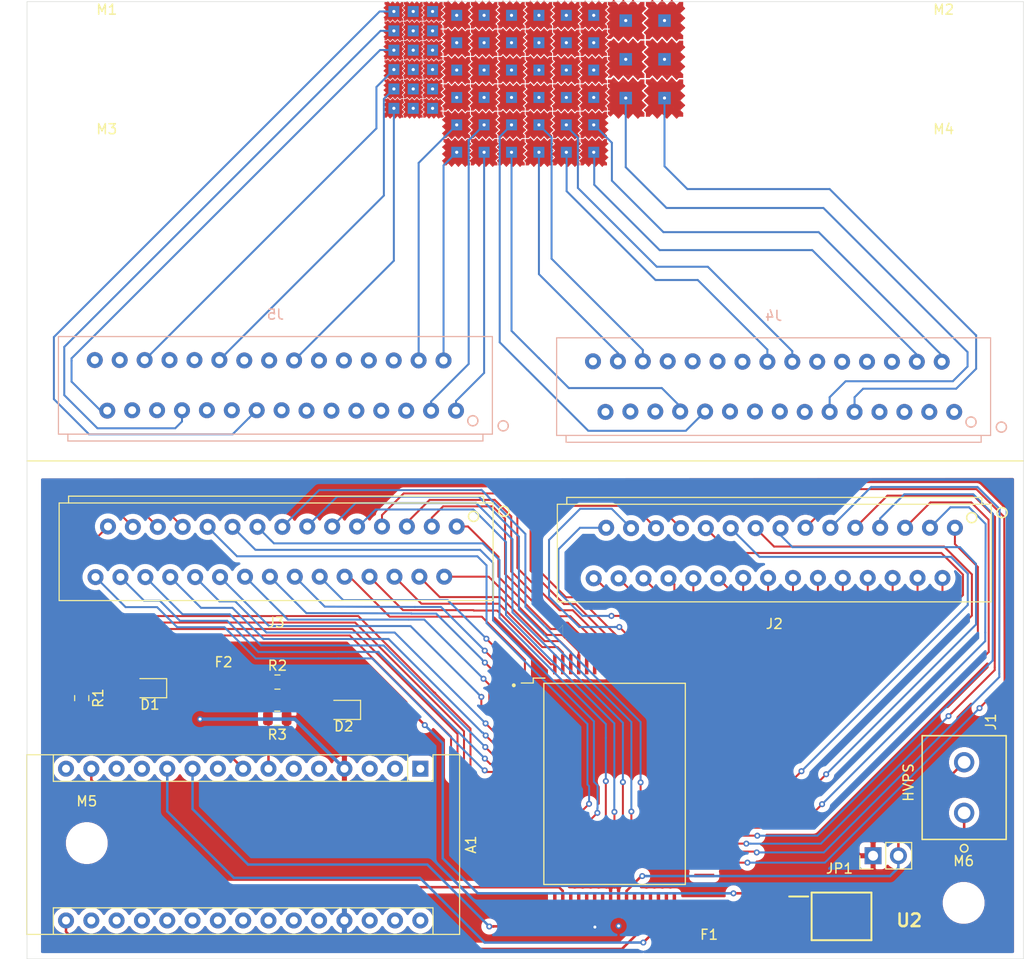
<source format=kicad_pcb>
(kicad_pcb (version 20171130) (host pcbnew "(5.1.5)-3")
  (layers (0 F.Cu signal) (1 In1.Cu signal) (2 In2.Cu signal) (31 B.Cu signal) (34 B.Paste user) (35 F.Paste user) (36 B.SilkS user) (37 F.SilkS user) (38 B.Mask user) (39 F.Mask user) (44 Edge.Cuts user))
  (net 0 "")
  (net 1 "Net-(A1-Pad1)")
  (net 2 "Net-(A1-Pad17)")
  (net 3 "Net-(A1-Pad2)")
  (net 4 "Net-(A1-Pad18)")
  (net 5 "Net-(A1-Pad3)")
  (net 6 "Net-(A1-Pad19)")
  (net 7 GND)
  (net 8 "Net-(A1-Pad20)")
  (net 9 "Net-(A1-Pad5)")
  (net 10 "Net-(A1-Pad21)")
  (net 11 "Net-(A1-Pad22)")
  (net 12 "Net-(A1-Pad23)")
  (net 13 "Net-(A1-Pad8)")
  (net 14 "Net-(A1-Pad24)")
  (net 15 "Net-(A1-Pad9)")
  (net 16 "Net-(A1-Pad25)")
  (net 17 ~BL)
  (net 18 "Net-(A1-Pad26)")
  (net 19 ~LE)
  (net 20 VDD)
  (net 21 "Net-(A1-Pad12)")
  (net 22 "Net-(A1-Pad28)")
  (net 23 "Net-(A1-Pad13)")
  (net 24 "Net-(A1-Pad29)")
  (net 25 DI)
  (net 26 "Net-(A1-Pad30)")
  (net 27 "Net-(A1-Pad15)")
  (net 28 SCLK)
  (net 29 "Net-(D1-Pad2)")
  (net 30 "Net-(U1-Pad23)")
  (net 31 "Net-(U1-Pad24)")
  (net 32 "Net-(U1-Pad25)")
  (net 33 "Net-(U1-Pad27)")
  (net 34 "Net-(U1-Pad28)")
  (net 35 "Net-(U1-Pad35)")
  (net 36 "Net-(U1-Pad36)")
  (net 37 "Net-(U1-Pad39)")
  (net 38 CHNL_28)
  (net 39 CHNL_27)
  (net 40 CHNL_26)
  (net 41 CHNL_25)
  (net 42 CHNL_29)
  (net 43 CHNL_30)
  (net 44 CHNL_31)
  (net 45 CHNL_32)
  (net 46 "Net-(U1-Pad41)")
  (net 47 "Net-(U1-Pad42)")
  (net 48 CHNL_14)
  (net 49 CHNL_15)
  (net 50 CHNL_16)
  (net 51 CHNL_17)
  (net 52 CHNL_18)
  (net 53 CHNL_19)
  (net 54 CHNL_20)
  (net 55 CHNL_24)
  (net 56 CHNL_23)
  (net 57 CHNL_22)
  (net 58 CHNL_21)
  (net 59 CHNL_13)
  (net 60 CHNL_12)
  (net 61 CHNL_11)
  (net 62 CHNL_6)
  (net 63 CHNL_7)
  (net 64 CHNL_8)
  (net 65 CHNL_9)
  (net 66 CHNL_10)
  (net 67 CHNL_3)
  (net 68 CHNL_4)
  (net 69 CHNL_5)
  (net 70 CHNL_36)
  (net 71 CHNL_35)
  (net 72 CHNL_34)
  (net 73 CHNL_33)
  (net 74 CHNL_37)
  (net 75 CHNL_38)
  (net 76 CHNL_39)
  (net 77 CHNL_40)
  (net 78 CHNL_41)
  (net 79 CHNL_42)
  (net 80 CHNL_43)
  (net 81 CHNL_51)
  (net 82 CHNL_50)
  (net 83 CHNL_49)
  (net 84 CHNL_48)
  (net 85 CHNL_47)
  (net 86 CHNL_46)
  (net 87 CHNL_45)
  (net 88 CHNL_44)
  (net 89 CHNL_62)
  (net 90 CHNL_61)
  (net 91 CHNL_60)
  (net 92 CHNL_59)
  (net 93 CHNL_58)
  (net 94 CHNL_57)
  (net 95 CHNL_56)
  (net 96 CHNL_52)
  (net 97 CHNL_53)
  (net 98 CHNL_54)
  (net 99 CHNL_55)
  (net 100 "Net-(ELG1-Pad1)")
  (net 101 "Net-(ELG2-Pad1)")
  (net 102 "Net-(ELG3-Pad1)")
  (net 103 "Net-(ELG4-Pad1)")
  (net 104 "Net-(ELG5-Pad1)")
  (net 105 "Net-(ELG6-Pad1)")
  (net 106 "Net-(ESM1-Pad1)")
  (net 107 "Net-(ESM2-Pad1)")
  (net 108 "Net-(ESM3-Pad1)")
  (net 109 "Net-(ESM4-Pad1)")
  (net 110 "Net-(ESM5-Pad1)")
  (net 111 "Net-(ESM6-Pad1)")
  (net 112 "Net-(ESM7-Pad1)")
  (net 113 "Net-(ESM8-Pad1)")
  (net 114 "Net-(ESM9-Pad1)")
  (net 115 "Net-(ESM10-Pad1)")
  (net 116 "Net-(ESM11-Pad1)")
  (net 117 "Net-(ESM12-Pad1)")
  (net 118 "Net-(ESM13-Pad1)")
  (net 119 "Net-(ESM14-Pad1)")
  (net 120 "Net-(ESM15-Pad1)")
  (net 121 "Net-(ESM16-Pad1)")
  (net 122 "Net-(ESM17-Pad1)")
  (net 123 "Net-(ESM18-Pad1)")
  (net 124 "Net-(ESM19-Pad1)")
  (net 125 "Net-(ESM20-Pad1)")
  (net 126 "Net-(ESM21-Pad1)")
  (net 127 "Net-(ESM22-Pad1)")
  (net 128 "Net-(ESM23-Pad1)")
  (net 129 "Net-(ESM24-Pad1)")
  (net 130 "Net-(ESM25-Pad1)")
  (net 131 "Net-(ESM26-Pad1)")
  (net 132 "Net-(ESM27-Pad1)")
  (net 133 "Net-(ESM28-Pad1)")
  (net 134 "Net-(ESM29-Pad1)")
  (net 135 "Net-(ESM30-Pad1)")
  (net 136 "Net-(EXS1-Pad1)")
  (net 137 "Net-(EXS2-Pad1)")
  (net 138 "Net-(EXS3-Pad1)")
  (net 139 "Net-(EXS4-Pad1)")
  (net 140 "Net-(EXS5-Pad1)")
  (net 141 "Net-(EXS6-Pad1)")
  (net 142 "Net-(EXS7-Pad1)")
  (net 143 "Net-(EXS8-Pad1)")
  (net 144 "Net-(EXS9-Pad1)")
  (net 145 "Net-(EXS10-Pad1)")
  (net 146 "Net-(EXS11-Pad1)")
  (net 147 "Net-(EXS12-Pad1)")
  (net 148 "Net-(ESM31-Pad1)")
  (net 149 "Net-(ESM32-Pad1)")
  (net 150 "Net-(ESM33-Pad1)")
  (net 151 "Net-(ESM34-Pad1)")
  (net 152 "Net-(ESM35-Pad1)")
  (net 153 "Net-(ESM36-Pad1)")
  (net 154 "Net-(EXS13-Pad1)")
  (net 155 "Net-(EXS14-Pad1)")
  (net 156 "Net-(EXS15-Pad1)")
  (net 157 "Net-(EXS16-Pad1)")
  (net 158 "Net-(EXS17-Pad1)")
  (net 159 "Net-(EXS18-Pad1)")
  (net 160 GNDPWR)
  (net 161 HVPS_VPP)
  (net 162 HV507_VPP)
  (net 163 VPP_ON)
  (net 164 "Net-(A1-Pad6)")
  (net 165 "Net-(A1-Pad7)")
  (net 166 "Net-(D2-Pad2)")
  (module Resistor_SMD:R_0805_2012Metric (layer F.Cu) (at 137.10436 122.3645)
    (fp_text reference R2 (at 0 -1.65) (layer F.SilkS))
    (fp_text value 750)
    (pad 2 smd roundrect (at 0.9375 0) (size 0.975 1.4) (layers F.Cu F.Paste F.Mask) (net 166 "Net-(D2-Pad2)"))
    (pad 1 smd roundrect (at -0.9375 0) (size 0.975 1.4) (layers F.Cu F.Paste F.Mask) (net 165 "Net-(A1-Pad7)"))
  )
  (module Resistor_SMD:R_0805_2012Metric (layer F.Cu) (at 137.08888 125.99416 180)
    (fp_text reference R3 (at 0 -1.65) (layer F.SilkS))
    (fp_text value 10k)
    (pad 2 smd roundrect (at 0.9375 0 180) (size 0.975 1.4) (layers F.Cu F.Paste F.Mask) (net 165 "Net-(A1-Pad7)"))
    (pad 1 smd roundrect (at -0.9375 0 180) (size 0.975 1.4) (layers F.Cu F.Paste F.Mask) (net 7 GND))
  )
  (module Fiducial:Fiducial_1.5mm_Mask3mm (layer F.Cu) (at 131.699 123.1773)
    (fp_text reference F2 (at 0 -2.80924) (layer F.SilkS))
    (fp_text value Fiducial_1.5mm_Mask3mm)
    (pad "" smd circle (at 0 0) (size 1.5 1.5) (layers F.Cu F.Mask) (clearance 0.75))
  )
  (module LED_SMD:LED_0805_2012Metric (layer F.Cu) (at 143.76376 125.16104 180)
    (fp_text reference D2 (at 0 -1.65) (layer F.SilkS))
    (fp_text value "GREEN LED")
    (pad 2 smd roundrect (at 0.9375 0 180) (size 0.975 1.4) (layers F.Cu F.Paste F.Mask) (net 166 "Net-(D2-Pad2)"))
    (pad 1 smd roundrect (at -0.9375 0 180) (size 0.975 1.4) (layers F.Cu F.Paste F.Mask) (net 163 VPP_ON))
  )
  (module LED_SMD:LED_0805_2012Metric (layer F.Cu) (at 124.30228 122.97918 180)
    (fp_text reference D1 (at 0 -1.65) (layer F.SilkS))
    (fp_text value "BLUE LED")
    (pad 2 smd roundrect (at 0.9375 0 180) (size 0.975 1.4) (layers F.Cu F.Paste F.Mask) (net 29 "Net-(D1-Pad2)"))
    (pad 1 smd roundrect (at -0.9375 0 180) (size 0.975 1.4) (layers F.Cu F.Paste F.Mask) (net 7 GND))
  )
  (module Connector_PinHeader_2.54mm:PinHeader_1x02_P2.54mm_Vertical (layer F.Cu) (at 196.88556 139.80414 90)
    (fp_text reference JP1 (at -1.2827 -3.37312 180) (layer F.SilkS))
    (fp_text value "GND to HV-GND Jumper")
    (pad 2 thru_hole oval (at 0 2.54 90) (size 1.7 1.7) (drill 1) (layers *.Cu *.Mask) (net 160 GNDPWR))
    (pad 1 thru_hole rect (at 0 0 90) (size 1.7 1.7) (drill 1) (layers *.Cu *.Mask) (net 7 GND))
  )
  (module SamacSys_Parts:SOP254P962X315-4N (layer F.Cu) (at 193.71818 145.89252)
    (fp_text reference U2 (at 6.79196 0.39878) (layer F.SilkS) (effects (font (size 1.27 1.27) (thickness 0.254))))
    (fp_text value AQY210EHA hide)
    (pad 4 smd rect (at 4.3 -1.27 90) (size 1.5 1.9) (layers F.Cu F.Paste F.Mask) (net 161 HVPS_VPP))
    (pad 3 smd rect (at 4.3 1.27 90) (size 1.5 1.9) (layers F.Cu F.Paste F.Mask) (net 162 HV507_VPP))
    (pad 2 smd rect (at -4.3 1.27 90) (size 1.5 1.9) (layers F.Cu F.Paste F.Mask) (net 7 GND))
    (pad 1 smd rect (at -4.3 -1.27 90) (size 1.5 1.9) (layers F.Cu F.Paste F.Mask) (net 163 VPP_ON))
  )
  (module Resistor_SMD:R_0805_2012Metric (layer F.Cu) (at 117.46484 123.97486 270)
    (fp_text reference R1 (at 0 -1.65 90) (layer F.SilkS))
    (fp_text value 1k)
    (pad 2 smd roundrect (at 0.9375 0 270) (size 0.975 1.4) (layers F.Cu F.Paste F.Mask) (net 13 "Net-(A1-Pad8)"))
    (pad 1 smd roundrect (at -0.9375 0 270) (size 0.975 1.4) (layers F.Cu F.Paste F.Mask) (net 29 "Net-(D1-Pad2)"))
  )
  (module HV507:QFP80P2390X1790X340-80N (layer F.Cu) (at 170.942 132.588)
    (fp_text reference U1 (at -5.94868 -15.20952) (layer F.SilkS) (effects (font (size 1.401685 1.401685) (thickness 0.015))))
    (fp_text value HV507)
    (pad 80 smd rect (at -6 -12) (size 0.35 2) (layers F.Cu F.Paste F.Mask) (net 77 CHNL_40))
    (pad 79 smd rect (at -5.2 -12) (size 0.35 2) (layers F.Cu F.Paste F.Mask) (net 76 CHNL_39))
    (pad 78 smd rect (at -4.4 -12) (size 0.35 2) (layers F.Cu F.Paste F.Mask) (net 75 CHNL_38))
    (pad 77 smd rect (at -3.6 -12) (size 0.35 2) (layers F.Cu F.Paste F.Mask) (net 74 CHNL_37))
    (pad 76 smd rect (at -2.8 -12) (size 0.35 2) (layers F.Cu F.Paste F.Mask) (net 70 CHNL_36))
    (pad 75 smd rect (at -2 -12) (size 0.35 2) (layers F.Cu F.Paste F.Mask) (net 71 CHNL_35))
    (pad 74 smd rect (at -1.2 -12) (size 0.35 2) (layers F.Cu F.Paste F.Mask) (net 72 CHNL_34))
    (pad 73 smd rect (at -0.4 -12) (size 0.35 2) (layers F.Cu F.Paste F.Mask) (net 73 CHNL_33))
    (pad 72 smd rect (at 0.4 -12) (size 0.35 2) (layers F.Cu F.Paste F.Mask) (net 45 CHNL_32))
    (pad 71 smd rect (at 1.2 -12) (size 0.35 2) (layers F.Cu F.Paste F.Mask) (net 44 CHNL_31))
    (pad 70 smd rect (at 2 -12) (size 0.35 2) (layers F.Cu F.Paste F.Mask) (net 43 CHNL_30))
    (pad 69 smd rect (at 2.8 -12) (size 0.35 2) (layers F.Cu F.Paste F.Mask) (net 42 CHNL_29))
    (pad 68 smd rect (at 3.6 -12) (size 0.35 2) (layers F.Cu F.Paste F.Mask) (net 38 CHNL_28))
    (pad 67 smd rect (at 4.4 -12) (size 0.35 2) (layers F.Cu F.Paste F.Mask) (net 39 CHNL_27))
    (pad 66 smd rect (at 5.2 -12) (size 0.35 2) (layers F.Cu F.Paste F.Mask) (net 40 CHNL_26))
    (pad 65 smd rect (at 6 -12) (size 0.35 2) (layers F.Cu F.Paste F.Mask) (net 41 CHNL_25))
    (pad 64 smd rect (at 9 -9.2) (size 2 0.35) (layers F.Cu F.Paste F.Mask) (net 55 CHNL_24))
    (pad 63 smd rect (at 9 -8.4) (size 2 0.35) (layers F.Cu F.Paste F.Mask) (net 56 CHNL_23))
    (pad 62 smd rect (at 9 -7.6) (size 2 0.35) (layers F.Cu F.Paste F.Mask) (net 57 CHNL_22))
    (pad 61 smd rect (at 9 -6.8) (size 2 0.35) (layers F.Cu F.Paste F.Mask) (net 58 CHNL_21))
    (pad 60 smd rect (at 9 -6) (size 2 0.35) (layers F.Cu F.Paste F.Mask) (net 54 CHNL_20))
    (pad 59 smd rect (at 9 -5.2) (size 2 0.35) (layers F.Cu F.Paste F.Mask) (net 53 CHNL_19))
    (pad 58 smd rect (at 9 -4.4) (size 2 0.35) (layers F.Cu F.Paste F.Mask) (net 52 CHNL_18))
    (pad 57 smd rect (at 9 -3.6) (size 2 0.35) (layers F.Cu F.Paste F.Mask) (net 51 CHNL_17))
    (pad 56 smd rect (at 9 -2.8) (size 2 0.35) (layers F.Cu F.Paste F.Mask) (net 50 CHNL_16))
    (pad 55 smd rect (at 9 -2) (size 2 0.35) (layers F.Cu F.Paste F.Mask) (net 49 CHNL_15))
    (pad 54 smd rect (at 9 -1.2) (size 2 0.35) (layers F.Cu F.Paste F.Mask) (net 48 CHNL_14))
    (pad 53 smd rect (at 9 -0.4) (size 2 0.35) (layers F.Cu F.Paste F.Mask) (net 59 CHNL_13))
    (pad 52 smd rect (at 9 0.4) (size 2 0.35) (layers F.Cu F.Paste F.Mask) (net 60 CHNL_12))
    (pad 51 smd rect (at 9 1.2) (size 2 0.35) (layers F.Cu F.Paste F.Mask) (net 61 CHNL_11))
    (pad 50 smd rect (at 9 2) (size 2 0.35) (layers F.Cu F.Paste F.Mask) (net 66 CHNL_10))
    (pad 49 smd rect (at 9 2.8) (size 2 0.35) (layers F.Cu F.Paste F.Mask) (net 65 CHNL_9))
    (pad 48 smd rect (at 9 3.6) (size 2 0.35) (layers F.Cu F.Paste F.Mask) (net 64 CHNL_8))
    (pad 47 smd rect (at 9 4.4) (size 2 0.35) (layers F.Cu F.Paste F.Mask) (net 63 CHNL_7))
    (pad 46 smd rect (at 9 5.2) (size 2 0.35) (layers F.Cu F.Paste F.Mask) (net 62 CHNL_6))
    (pad 45 smd rect (at 9 6) (size 2 0.35) (layers F.Cu F.Paste F.Mask) (net 69 CHNL_5))
    (pad 44 smd rect (at 9 6.8) (size 2 0.35) (layers F.Cu F.Paste F.Mask) (net 68 CHNL_4))
    (pad 43 smd rect (at 9 7.6) (size 2 0.35) (layers F.Cu F.Paste F.Mask) (net 67 CHNL_3))
    (pad 42 smd rect (at 9 8.4) (size 2 0.35) (layers F.Cu F.Paste F.Mask) (net 47 "Net-(U1-Pad42)"))
    (pad 41 smd rect (at 9 9.2) (size 2 0.35) (layers F.Cu F.Paste F.Mask) (net 46 "Net-(U1-Pad41)"))
    (pad 40 smd rect (at 6 12) (size 0.35 2) (layers F.Cu F.Paste F.Mask) (net 162 HV507_VPP))
    (pad 39 smd rect (at 5.2 12) (size 0.35 2) (layers F.Cu F.Paste F.Mask) (net 37 "Net-(U1-Pad39)"))
    (pad 38 smd rect (at 4.4 12) (size 0.35 2) (layers F.Cu F.Paste F.Mask) (net 19 ~LE))
    (pad 37 smd rect (at 3.6 12) (size 0.35 2) (layers F.Cu F.Paste F.Mask) (net 28 SCLK))
    (pad 36 smd rect (at 2.8 12) (size 0.35 2) (layers F.Cu F.Paste F.Mask) (net 36 "Net-(U1-Pad36)"))
    (pad 35 smd rect (at 2 12) (size 0.35 2) (layers F.Cu F.Paste F.Mask) (net 35 "Net-(U1-Pad35)"))
    (pad 34 smd rect (at 1.2 12) (size 0.35 2) (layers F.Cu F.Paste F.Mask) (net 160 GNDPWR))
    (pad 33 smd rect (at 0.4 12) (size 0.35 2) (layers F.Cu F.Paste F.Mask) (net 7 GND))
    (pad 32 smd rect (at -0.4 12) (size 0.35 2) (layers F.Cu F.Paste F.Mask) (net 7 GND))
    (pad 31 smd rect (at -1.2 12) (size 0.35 2) (layers F.Cu F.Paste F.Mask) (net 20 VDD))
    (pad 30 smd rect (at -2 12) (size 0.35 2) (layers F.Cu F.Paste F.Mask) (net 20 VDD))
    (pad 29 smd rect (at -2.8 12) (size 0.35 2) (layers F.Cu F.Paste F.Mask) (net 17 ~BL))
    (pad 28 smd rect (at -3.6 12) (size 0.35 2) (layers F.Cu F.Paste F.Mask) (net 34 "Net-(U1-Pad28)"))
    (pad 27 smd rect (at -4.4 12) (size 0.35 2) (layers F.Cu F.Paste F.Mask) (net 33 "Net-(U1-Pad27)"))
    (pad 26 smd rect (at -5.2 12) (size 0.35 2) (layers F.Cu F.Paste F.Mask) (net 25 DI))
    (pad 25 smd rect (at -6 12) (size 0.35 2) (layers F.Cu F.Paste F.Mask) (net 32 "Net-(U1-Pad25)"))
    (pad 24 smd rect (at -9 9.2) (size 2 0.35) (layers F.Cu F.Paste F.Mask) (net 31 "Net-(U1-Pad24)"))
    (pad 23 smd rect (at -9 8.4) (size 2 0.35) (layers F.Cu F.Paste F.Mask) (net 30 "Net-(U1-Pad23)"))
    (pad 22 smd rect (at -9 7.6) (size 2 0.35) (layers F.Cu F.Paste F.Mask) (net 89 CHNL_62))
    (pad 21 smd rect (at -9 6.8) (size 2 0.35) (layers F.Cu F.Paste F.Mask) (net 90 CHNL_61))
    (pad 20 smd rect (at -9 6) (size 2 0.35) (layers F.Cu F.Paste F.Mask) (net 91 CHNL_60))
    (pad 19 smd rect (at -9 5.2) (size 2 0.35) (layers F.Cu F.Paste F.Mask) (net 92 CHNL_59))
    (pad 18 smd rect (at -9 4.4) (size 2 0.35) (layers F.Cu F.Paste F.Mask) (net 93 CHNL_58))
    (pad 17 smd rect (at -9 3.6) (size 2 0.35) (layers F.Cu F.Paste F.Mask) (net 94 CHNL_57))
    (pad 16 smd rect (at -9 2.8) (size 2 0.35) (layers F.Cu F.Paste F.Mask) (net 95 CHNL_56))
    (pad 15 smd rect (at -9 2) (size 2 0.35) (layers F.Cu F.Paste F.Mask) (net 99 CHNL_55))
    (pad 14 smd rect (at -9 1.2) (size 2 0.35) (layers F.Cu F.Paste F.Mask) (net 98 CHNL_54))
    (pad 13 smd rect (at -9 0.4) (size 2 0.35) (layers F.Cu F.Paste F.Mask) (net 97 CHNL_53))
    (pad 12 smd rect (at -9 -0.4) (size 2 0.35) (layers F.Cu F.Paste F.Mask) (net 96 CHNL_52))
    (pad 11 smd rect (at -9 -1.2) (size 2 0.35) (layers F.Cu F.Paste F.Mask) (net 81 CHNL_51))
    (pad 10 smd rect (at -9 -2) (size 2 0.35) (layers F.Cu F.Paste F.Mask) (net 82 CHNL_50))
    (pad 9 smd rect (at -9 -2.8) (size 2 0.35) (layers F.Cu F.Paste F.Mask) (net 83 CHNL_49))
    (pad 8 smd rect (at -9 -3.6) (size 2 0.35) (layers F.Cu F.Paste F.Mask) (net 84 CHNL_48))
    (pad 7 smd rect (at -9 -4.4) (size 2 0.35) (layers F.Cu F.Paste F.Mask) (net 85 CHNL_47))
    (pad 6 smd rect (at -9 -5.2) (size 2 0.35) (layers F.Cu F.Paste F.Mask) (net 86 CHNL_46))
    (pad 5 smd rect (at -9 -6) (size 2 0.35) (layers F.Cu F.Paste F.Mask) (net 87 CHNL_45))
    (pad 4 smd rect (at -9 -6.8) (size 2 0.35) (layers F.Cu F.Paste F.Mask) (net 88 CHNL_44))
    (pad 3 smd rect (at -9 -7.6) (size 2 0.35) (layers F.Cu F.Paste F.Mask) (net 80 CHNL_43))
    (pad 2 smd rect (at -9 -8.4) (size 2 0.35) (layers F.Cu F.Paste F.Mask) (net 79 CHNL_42))
    (pad 1 smd rect (at -9 -9.2) (size 2 0.35) (layers F.Cu F.Paste F.Mask) (net 78 CHNL_41))
  )
  (module dmf_relay_board:MOLEX_30POS_FFC_TOP_CONN (layer B.Cu) (at 136.90238 92.57154 180)
    (fp_text reference J5 (at 0 7.112) (layer B.SilkS) (effects (justify mirror)))
    (fp_text value "Electrodes from Relay 2")
    (pad 29 thru_hole circle (at 16.875 -2.54 180) (size 1.6 1.6) (drill 0.8) (layers *.Cu *.Mask) (net 142 "Net-(EXS7-Pad1)"))
    (pad 27 thru_hole circle (at 14.375 -2.5 180) (size 1.6 1.6) (drill 0.8) (layers *.Cu *.Mask) (net 143 "Net-(EXS8-Pad1)"))
    (pad 25 thru_hole circle (at 11.875 -2.5 180) (size 1.6 1.6) (drill 0.8) (layers *.Cu *.Mask) (net 144 "Net-(EXS9-Pad1)"))
    (pad 23 thru_hole circle (at 9.375 -2.5 180) (size 1.6 1.6) (drill 0.8) (layers *.Cu *.Mask) (net 139 "Net-(EXS4-Pad1)"))
    (pad 21 thru_hole circle (at 6.875 -2.5 180) (size 1.6 1.6) (drill 0.8) (layers *.Cu *.Mask) (net 140 "Net-(EXS5-Pad1)"))
    (pad 19 thru_hole circle (at 4.375 -2.5 180) (size 1.6 1.6) (drill 0.8) (layers *.Cu *.Mask) (net 141 "Net-(EXS6-Pad1)"))
    (pad 17 thru_hole circle (at 1.875 -2.5 180) (size 1.6 1.6) (drill 0.8) (layers *.Cu *.Mask) (net 136 "Net-(EXS1-Pad1)"))
    (pad 1 thru_hole circle (at -18.125 -2.54 180) (size 1.6 1.6) (drill 0.8) (layers *.Cu *.Mask) (net 149 "Net-(ESM32-Pad1)"))
    (pad 3 thru_hole circle (at -15.625 -2.54 180) (size 1.6 1.6) (drill 0.8) (layers *.Cu *.Mask) (net 131 "Net-(ESM26-Pad1)"))
    (pad 5 thru_hole circle (at -13.125 -2.54 180) (size 1.6 1.6) (drill 0.8) (layers *.Cu *.Mask) (net 125 "Net-(ESM20-Pad1)"))
    (pad 7 thru_hole circle (at -10.625 -2.54 180) (size 1.6 1.6) (drill 0.8) (layers *.Cu *.Mask) (net 119 "Net-(ESM14-Pad1)"))
    (pad 9 thru_hole circle (at -8.125 -2.54 180) (size 1.6 1.6) (drill 0.8) (layers *.Cu *.Mask) (net 113 "Net-(ESM8-Pad1)"))
    (pad 11 thru_hole circle (at -5.625 -2.54 180) (size 1.6 1.6) (drill 0.8) (layers *.Cu *.Mask) (net 107 "Net-(ESM2-Pad1)"))
    (pad 13 thru_hole circle (at -3.125 -2.54 180) (size 1.6 1.6) (drill 0.8) (layers *.Cu *.Mask) (net 138 "Net-(EXS3-Pad1)"))
    (pad 15 thru_hole circle (at -0.625 -2.5 180) (size 1.6 1.6) (drill 0.8) (layers *.Cu *.Mask) (net 137 "Net-(EXS2-Pad1)"))
    (pad 2 thru_hole circle (at -16.875 2.5 180) (size 1.6 1.6) (drill 0.8) (layers *.Cu *.Mask) (net 148 "Net-(ESM31-Pad1)"))
    (pad 4 thru_hole circle (at -14.375 2.5 180) (size 1.6 1.6) (drill 0.8) (layers *.Cu *.Mask) (net 130 "Net-(ESM25-Pad1)"))
    (pad 6 thru_hole circle (at -11.875 2.5 180) (size 1.6 1.6) (drill 0.8) (layers *.Cu *.Mask) (net 124 "Net-(ESM19-Pad1)"))
    (pad 8 thru_hole circle (at -9.375 2.5 180) (size 1.6 1.6) (drill 0.8) (layers *.Cu *.Mask) (net 118 "Net-(ESM13-Pad1)"))
    (pad 10 thru_hole circle (at -6.875 2.5 180) (size 1.6 1.6) (drill 0.8) (layers *.Cu *.Mask) (net 112 "Net-(ESM7-Pad1)"))
    (pad 12 thru_hole circle (at -4.375 2.5 180) (size 1.6 1.6) (drill 0.8) (layers *.Cu *.Mask) (net 106 "Net-(ESM1-Pad1)"))
    (pad 14 thru_hole circle (at -1.875 2.5 180) (size 1.6 1.6) (drill 0.8) (layers *.Cu *.Mask) (net 157 "Net-(EXS16-Pad1)"))
    (pad 30 thru_hole circle (at 18.125 2.54 180) (size 1.6 1.6) (drill 0.8) (layers *.Cu *.Mask) (net 147 "Net-(EXS12-Pad1)"))
    (pad 28 thru_hole circle (at 15.625 2.54 180) (size 1.6 1.6) (drill 0.8) (layers *.Cu *.Mask) (net 146 "Net-(EXS11-Pad1)"))
    (pad 26 thru_hole circle (at 13.125 2.54 180) (size 1.6 1.6) (drill 0.8) (layers *.Cu *.Mask) (net 145 "Net-(EXS10-Pad1)"))
    (pad 24 thru_hole circle (at 10.625 2.54 180) (size 1.6 1.6) (drill 0.8) (layers *.Cu *.Mask) (net 156 "Net-(EXS15-Pad1)"))
    (pad 22 thru_hole circle (at 8.125 2.54 180) (size 1.6 1.6) (drill 0.8) (layers *.Cu *.Mask) (net 155 "Net-(EXS14-Pad1)"))
    (pad 20 thru_hole circle (at 5.625 2.54 180) (size 1.6 1.6) (drill 0.8) (layers *.Cu *.Mask) (net 154 "Net-(EXS13-Pad1)"))
    (pad 18 thru_hole circle (at 3.125 2.5 180) (size 1.6 1.6) (drill 0.8) (layers *.Cu *.Mask) (net 159 "Net-(EXS18-Pad1)"))
    (pad 16 thru_hole circle (at 0.625 2.5 180) (size 1.6 1.6) (drill 0.8) (layers *.Cu *.Mask) (net 158 "Net-(EXS17-Pad1)"))
  )
  (module MountingHole:MountingHole_3.2mm_M3 (layer F.Cu) (at 203.96808 71.04104)
    (fp_text reference M4 (at 0 -4.2) (layer F.SilkS))
    (fp_text value MountingHole_3.2mm_M3)
    (pad 1 np_thru_hole circle (at 0 0) (size 3.2 3.2) (drill 3.2) (layers *.Cu *.Mask))
  )
  (module MountingHole:MountingHole_3.2mm_M3 (layer F.Cu) (at 119.9759 71.04104)
    (fp_text reference M3 (at 0 -4.2) (layer F.SilkS))
    (fp_text value MountingHole_3.2mm_M3)
    (pad 1 np_thru_hole circle (at 0 0) (size 3.2 3.2) (drill 3.2) (layers *.Cu *.Mask))
  )
  (module MountingHole:MountingHole_3.2mm_M3 (layer F.Cu) (at 117.9735 138.536)
    (fp_text reference M5 (at 0 -4.2) (layer F.SilkS))
    (fp_text value MountingHole_3.2mm_M3)
    (pad 1 np_thru_hole circle (at 0 0) (size 3.2 3.2) (drill 3.2) (layers *.Cu *.Mask))
  )
  (module MountingHole:MountingHole_3.2mm_M3 (layer F.Cu) (at 205.9735 144.536)
    (fp_text reference M6 (at 0 -4.2) (layer F.SilkS))
    (fp_text value MountingHole_3.2mm_M3)
    (pad 1 np_thru_hole circle (at 0 0) (size 3.2 3.2) (drill 3.2) (layers *.Cu *.Mask))
  )
  (module MountingHole:MountingHole_3.2mm_M3 (layer F.Cu) (at 119.9759 59.04104)
    (fp_text reference M1 (at 0 -4.2) (layer F.SilkS))
    (fp_text value MountingHole_3.2mm_M3)
    (pad 1 np_thru_hole circle (at 0 0) (size 3.2 3.2) (drill 3.2) (layers *.Cu *.Mask))
  )
  (module MountingHole:MountingHole_3.2mm_M3 (layer F.Cu) (at 203.96808 59.04104)
    (fp_text reference M2 (at 0 -4.2) (layer F.SilkS))
    (fp_text value MountingHole_3.2mm_M3)
    (pad 1 np_thru_hole circle (at 0 0) (size 3.2 3.2) (drill 3.2) (layers *.Cu *.Mask))
  )
  (module dmf_relay_board:MOLEX_30POS_FFC_TOP_CONN (layer B.Cu) (at 186.90138 92.69854 180)
    (fp_text reference J4 (at 0 7.112) (layer B.SilkS) (effects (justify mirror)))
    (fp_text value "Electrodes from Relay 1")
    (pad 29 thru_hole circle (at 16.875 -2.54 180) (size 1.6 1.6) (drill 0.8) (layers *.Cu *.Mask) (net 109 "Net-(ESM4-Pad1)"))
    (pad 27 thru_hole circle (at 14.375 -2.5 180) (size 1.6 1.6) (drill 0.8) (layers *.Cu *.Mask) (net 115 "Net-(ESM10-Pad1)"))
    (pad 25 thru_hole circle (at 11.875 -2.5 180) (size 1.6 1.6) (drill 0.8) (layers *.Cu *.Mask) (net 121 "Net-(ESM16-Pad1)"))
    (pad 23 thru_hole circle (at 9.375 -2.5 180) (size 1.6 1.6) (drill 0.8) (layers *.Cu *.Mask) (net 150 "Net-(ESM33-Pad1)"))
    (pad 21 thru_hole circle (at 6.875 -2.5 180) (size 1.6 1.6) (drill 0.8) (layers *.Cu *.Mask) (net 132 "Net-(ESM27-Pad1)"))
    (pad 19 thru_hole circle (at 4.375 -2.5 180) (size 1.6 1.6) (drill 0.8) (layers *.Cu *.Mask) (net 126 "Net-(ESM21-Pad1)"))
    (pad 17 thru_hole circle (at 1.875 -2.5 180) (size 1.6 1.6) (drill 0.8) (layers *.Cu *.Mask) (net 120 "Net-(ESM15-Pad1)"))
    (pad 1 thru_hole circle (at -18.125 -2.54 180) (size 1.6 1.6) (drill 0.8) (layers *.Cu *.Mask) (net 101 "Net-(ELG2-Pad1)"))
    (pad 3 thru_hole circle (at -15.625 -2.54 180) (size 1.6 1.6) (drill 0.8) (layers *.Cu *.Mask) (net 103 "Net-(ELG4-Pad1)"))
    (pad 5 thru_hole circle (at -13.125 -2.54 180) (size 1.6 1.6) (drill 0.8) (layers *.Cu *.Mask) (net 100 "Net-(ELG1-Pad1)"))
    (pad 7 thru_hole circle (at -10.625 -2.54 180) (size 1.6 1.6) (drill 0.8) (layers *.Cu *.Mask) (net 102 "Net-(ELG3-Pad1)"))
    (pad 9 thru_hole circle (at -8.125 -2.54 180) (size 1.6 1.6) (drill 0.8) (layers *.Cu *.Mask) (net 105 "Net-(ELG6-Pad1)"))
    (pad 11 thru_hole circle (at -5.625 -2.54 180) (size 1.6 1.6) (drill 0.8) (layers *.Cu *.Mask) (net 104 "Net-(ELG5-Pad1)"))
    (pad 13 thru_hole circle (at -3.125 -2.54 180) (size 1.6 1.6) (drill 0.8) (layers *.Cu *.Mask) (net 108 "Net-(ESM3-Pad1)"))
    (pad 15 thru_hole circle (at -0.625 -2.5 180) (size 1.6 1.6) (drill 0.8) (layers *.Cu *.Mask) (net 114 "Net-(ESM9-Pad1)"))
    (pad 2 thru_hole circle (at -16.875 2.5 180) (size 1.6 1.6) (drill 0.8) (layers *.Cu *.Mask) (net 135 "Net-(ESM30-Pad1)"))
    (pad 4 thru_hole circle (at -14.375 2.5 180) (size 1.6 1.6) (drill 0.8) (layers *.Cu *.Mask) (net 153 "Net-(ESM36-Pad1)"))
    (pad 6 thru_hole circle (at -11.875 2.5 180) (size 1.6 1.6) (drill 0.8) (layers *.Cu *.Mask) (net 129 "Net-(ESM24-Pad1)"))
    (pad 8 thru_hole circle (at -9.375 2.5 180) (size 1.6 1.6) (drill 0.8) (layers *.Cu *.Mask) (net 123 "Net-(ESM18-Pad1)"))
    (pad 10 thru_hole circle (at -6.875 2.5 180) (size 1.6 1.6) (drill 0.8) (layers *.Cu *.Mask) (net 117 "Net-(ESM12-Pad1)"))
    (pad 12 thru_hole circle (at -4.375 2.5 180) (size 1.6 1.6) (drill 0.8) (layers *.Cu *.Mask) (net 111 "Net-(ESM6-Pad1)"))
    (pad 14 thru_hole circle (at -1.875 2.5 180) (size 1.6 1.6) (drill 0.8) (layers *.Cu *.Mask) (net 134 "Net-(ESM29-Pad1)"))
    (pad 30 thru_hole circle (at 18.125 2.54 180) (size 1.6 1.6) (drill 0.8) (layers *.Cu *.Mask) (net 127 "Net-(ESM22-Pad1)"))
    (pad 28 thru_hole circle (at 15.625 2.54 180) (size 1.6 1.6) (drill 0.8) (layers *.Cu *.Mask) (net 151 "Net-(ESM34-Pad1)"))
    (pad 26 thru_hole circle (at 13.125 2.54 180) (size 1.6 1.6) (drill 0.8) (layers *.Cu *.Mask) (net 133 "Net-(ESM28-Pad1)"))
    (pad 24 thru_hole circle (at 10.625 2.54 180) (size 1.6 1.6) (drill 0.8) (layers *.Cu *.Mask) (net 110 "Net-(ESM5-Pad1)"))
    (pad 22 thru_hole circle (at 8.125 2.54 180) (size 1.6 1.6) (drill 0.8) (layers *.Cu *.Mask) (net 116 "Net-(ESM11-Pad1)"))
    (pad 20 thru_hole circle (at 5.625 2.54 180) (size 1.6 1.6) (drill 0.8) (layers *.Cu *.Mask) (net 122 "Net-(ESM17-Pad1)"))
    (pad 18 thru_hole circle (at 3.125 2.5 180) (size 1.6 1.6) (drill 0.8) (layers *.Cu *.Mask) (net 128 "Net-(ESM23-Pad1)"))
    (pad 16 thru_hole circle (at 0.625 2.5 180) (size 1.6 1.6) (drill 0.8) (layers *.Cu *.Mask) (net 152 "Net-(ESM35-Pad1)"))
  )
  (module dmf_relay_board:ELECTRODE_1_375_4MIL_4_5 (layer F.Cu) (at 150.7345 60.8641)
    (fp_text reference EXS11)
    (fp_text value ELEC_XS)
    (fp_line (start -0.635 0.6604) (end -0.635 -0.5588) (layer F.Cu) (width 0.2))
    (fp_line (start 0.6604 0.635) (end -0.6604 0.635) (layer F.Cu) (width 0.2))
    (fp_line (start 0.635 -0.6604) (end 0.635 0.6604) (layer F.Cu) (width 0.2))
    (fp_line (start -0.6858 -0.635) (end 0.6604 -0.635) (layer F.Cu) (width 0.2))
    (fp_line (start 0.7525 -0.7525) (end 0.7525 0.7525) (layer F.Cu) (width 0.1))
    (fp_line (start -0.7525 -0.7525) (end -0.7525 0.7525) (layer F.Cu) (width 0.1))
    (fp_line (start -0.7525 0.7525) (end 0.7525 0.7525) (layer F.Cu) (width 0.1))
    (fp_line (start -0.7525 -0.7525) (end 0.7525 -0.7525) (layer F.Cu) (width 0.1))
    (fp_line (start 0.84074 0.83058) (end 0.84074 0.74422) (layer F.Cu) (width 0.12))
    (fp_line (start 0.73152 0.83058) (end 0.84074 0.83058) (layer F.Cu) (width 0.12))
    (fp_line (start 0.70358 0.84328) (end 0.5969 0.90678) (layer F.Cu) (width 0.12))
    (fp_line (start 0.51054 0.84328) (end 0.70358 0.84328) (layer F.Cu) (width 0.12))
    (fp_line (start 0.83566 0.4699) (end 0.90932 0.33528) (layer F.Cu) (width 0.12))
    (fp_line (start 0.83058 0.27686) (end 0.83566 0.4699) (layer F.Cu) (width 0.12))
    (fp_line (start 0.82042 -0.03302) (end 0.889 -0.1397) (layer F.Cu) (width 0.12))
    (fp_line (start 0.82042 -0.22098) (end 0.82042 -0.03302) (layer F.Cu) (width 0.12))
    (fp_line (start 0.84328 -0.51562) (end 0.91694 -0.62484) (layer F.Cu) (width 0.12))
    (fp_line (start 0.84074 -0.69596) (end 0.84328 -0.51562) (layer F.Cu) (width 0.12))
    (fp_line (start 0.8382 -0.83312) (end 0.8382 -0.7112) (layer F.Cu) (width 0.12))
    (fp_line (start 0.86106 -0.8382) (end 0.75438 -0.8382) (layer F.Cu) (width 0.12))
    (fp_line (start 0.22098 0.84074) (end 0.11176 0.91694) (layer F.Cu) (width 0.12))
    (fp_line (start 0.03302 0.84074) (end 0.22098 0.84074) (layer F.Cu) (width 0.12))
    (fp_line (start -0.26162 0.83566) (end -0.37592 0.90424) (layer F.Cu) (width 0.12))
    (fp_line (start -0.46482 0.83566) (end -0.26162 0.83566) (layer F.Cu) (width 0.12))
    (fp_line (start -0.84328 0.83058) (end -0.75438 0.83058) (layer F.Cu) (width 0.12))
    (fp_line (start -0.84328 0.73406) (end -0.84328 0.83058) (layer F.Cu) (width 0.12))
    (fp_line (start -0.83566 0.6985) (end -0.90678 0.5969) (layer F.Cu) (width 0.12))
    (fp_line (start -0.8382 0.51054) (end -0.83566 0.6985) (layer F.Cu) (width 0.12))
    (fp_line (start -0.8382 0.21082) (end -0.90932 0.10668) (layer F.Cu) (width 0.12))
    (fp_line (start -0.83312 0.00762) (end -0.8382 0.21082) (layer F.Cu) (width 0.12))
    (fp_line (start -0.84074 -0.26162) (end -0.91186 -0.37592) (layer F.Cu) (width 0.12))
    (fp_line (start -0.8382 -0.45466) (end -0.84074 -0.26162) (layer F.Cu) (width 0.12))
    (fp_line (start -0.83058 -0.84328) (end -0.83566 -0.75692) (layer F.Cu) (width 0.12))
    (fp_line (start -0.85598 -0.8509) (end -0.74168 -0.8509) (layer F.Cu) (width 0.12))
    (fp_line (start -0.70612 -0.84582) (end -0.59944 -0.91694) (layer F.Cu) (width 0.12))
    (fp_line (start -0.51054 -0.84582) (end -0.70612 -0.84582) (layer F.Cu) (width 0.12))
    (fp_line (start -0.2159 -0.84582) (end -0.1143 -0.90678) (layer F.Cu) (width 0.12))
    (fp_line (start -0.02286 -0.84582) (end -0.2159 -0.84582) (layer F.Cu) (width 0.12))
    (fp_line (start 0.25908 -0.83312) (end 0.37592 -0.89916) (layer F.Cu) (width 0.12))
    (fp_line (start 0.4699 -0.83058) (end 0.25908 -0.83312) (layer F.Cu) (width 0.12))
    (fp_line (start 0.90156 0.759432) (end 0.75492 0.606228) (layer F.Cu) (width 0.0707))
    (fp_line (start 0.99784 0.363428) (end 0.75492 0.606228) (layer F.Cu) (width 0.0707))
    (fp_line (start 0.74328 0.120628) (end 0.99784 0.363428) (layer F.Cu) (width 0.0707))
    (fp_line (start 0.9862 -0.122172) (end 0.74328 0.120628) (layer F.Cu) (width 0.0707))
    (fp_line (start 0.74328 -0.364972) (end 0.9862 -0.122172) (layer F.Cu) (width 0.0707))
    (fp_line (start 0.9977 -0.6078) (end 0.74328 -0.364972) (layer F.Cu) (width 0.0707))
    (fp_line (start 0.6078 0.9977) (end 0.69933 0.90156) (layer F.Cu) (width 0.0707))
    (fp_line (start 0.6078 0.9977) (end 0.365 0.74317) (layer F.Cu) (width 0.0707))
    (fp_line (start 0.365 0.74317) (end 0.1219 0.99777) (layer F.Cu) (width 0.0707))
    (fp_line (start 0.1219 0.99777) (end -0.1212 0.74317) (layer F.Cu) (width 0.0707))
    (fp_line (start -0.1212 0.74317) (end -0.3643 0.99777) (layer F.Cu) (width 0.0707))
    (fp_line (start -0.3643 0.99777) (end -0.6074 0.74317) (layer F.Cu) (width 0.0707))
    (fp_line (start -0.6074 0.74317) (end -0.759432 0.90156) (layer F.Cu) (width 0.0707))
    (fp_line (start -0.90156 0.90156) (end -0.759432 0.90156) (layer F.Cu) (width 0.0707))
    (fp_line (start -0.90156 0.69813) (end -0.98609 0.6066) (layer F.Cu) (width 0.0707))
    (fp_line (start -0.74317 0.3638) (end -0.98609 0.6066) (layer F.Cu) (width 0.0707))
    (fp_line (start -0.99773 0.121) (end -0.74317 0.3638) (layer F.Cu) (width 0.0707))
    (fp_line (start 0.9977 -0.6078) (end 0.90156 -0.69933) (layer F.Cu) (width 0.0707))
    (fp_line (start -0.75481 -0.1218) (end -0.99773 0.121) (layer F.Cu) (width 0.0707))
    (fp_line (start -0.99773 -0.3646) (end -0.75481 -0.1218) (layer F.Cu) (width 0.0707))
    (fp_line (start -0.74331 -0.607428) (end -0.99773 -0.3646) (layer F.Cu) (width 0.0707))
    (fp_line (start -0.9017 -0.75946) (end -0.74331 -0.607428) (layer F.Cu) (width 0.0707))
    (fp_line (start -0.90156 0.90156) (end -0.90156 0.69933) (layer F.Cu) (width 0.0707))
    (fp_line (start -0.6078 -0.9977) (end -0.69933 -0.90156) (layer F.Cu) (width 0.0707))
    (fp_line (start -0.3647 -0.7431) (end -0.6078 -0.9977) (layer F.Cu) (width 0.0707))
    (fp_line (start -0.1216 -0.9977) (end -0.3647 -0.7431) (layer F.Cu) (width 0.0707))
    (fp_line (start 0.1215 -0.7431) (end -0.1216 -0.9977) (layer F.Cu) (width 0.0707))
    (fp_line (start 0.3646 -0.9977) (end 0.1215 -0.7431) (layer F.Cu) (width 0.0707))
    (fp_line (start 0.6074 -0.74317) (end 0.3646 -0.9977) (layer F.Cu) (width 0.0707))
    (fp_line (start 0.759432 -0.90156) (end 0.6074 -0.74317) (layer F.Cu) (width 0.0707))
    (fp_line (start 0.90156 0.90156) (end 0.69933 0.90156) (layer F.Cu) (width 0.0707))
    (fp_line (start 0.90156 0.90156) (end 0.90156 0.759432) (layer F.Cu) (width 0.0707))
    (fp_line (start 0.90156 -0.90156) (end 0.90156 -0.69933) (layer F.Cu) (width 0.0707))
    (fp_line (start 0.90156 -0.90156) (end 0.759432 -0.90156) (layer F.Cu) (width 0.0707))
    (fp_line (start -0.90156 -0.90156) (end -0.90156 -0.759432) (layer F.Cu) (width 0.0707))
    (fp_line (start -0.90156 -0.90156) (end -0.69933 -0.90156) (layer F.Cu) (width 0.0707))
    (pad 1 thru_hole circle (at 0 0) (size 0.6048 0.6048) (drill 0.3) (layers *.Cu *.Mask) (net 146 "Net-(EXS11-Pad1)"))
    (pad 1 thru_hole rect (at 0 0) (size 1.1 1.1) (drill 0.3) (layers F.Cu F.Mask) (net 146 "Net-(EXS11-Pad1)"))
  )
  (module dmf_relay_board:ELECTRODE_1_375_4MIL_4_5 (layer F.Cu) (at 148.7895 58.9191)
    (fp_text reference EXS7)
    (fp_text value ELEC_XS)
    (fp_line (start -0.635 0.6604) (end -0.635 -0.5588) (layer F.Cu) (width 0.2))
    (fp_line (start 0.6604 0.635) (end -0.6604 0.635) (layer F.Cu) (width 0.2))
    (fp_line (start 0.635 -0.6604) (end 0.635 0.6604) (layer F.Cu) (width 0.2))
    (fp_line (start -0.6858 -0.635) (end 0.6604 -0.635) (layer F.Cu) (width 0.2))
    (fp_line (start 0.7525 -0.7525) (end 0.7525 0.7525) (layer F.Cu) (width 0.1))
    (fp_line (start -0.7525 -0.7525) (end -0.7525 0.7525) (layer F.Cu) (width 0.1))
    (fp_line (start -0.7525 0.7525) (end 0.7525 0.7525) (layer F.Cu) (width 0.1))
    (fp_line (start -0.7525 -0.7525) (end 0.7525 -0.7525) (layer F.Cu) (width 0.1))
    (fp_line (start 0.84074 0.83058) (end 0.84074 0.74422) (layer F.Cu) (width 0.12))
    (fp_line (start 0.73152 0.83058) (end 0.84074 0.83058) (layer F.Cu) (width 0.12))
    (fp_line (start 0.70358 0.84328) (end 0.5969 0.90678) (layer F.Cu) (width 0.12))
    (fp_line (start 0.51054 0.84328) (end 0.70358 0.84328) (layer F.Cu) (width 0.12))
    (fp_line (start 0.83566 0.4699) (end 0.90932 0.33528) (layer F.Cu) (width 0.12))
    (fp_line (start 0.83058 0.27686) (end 0.83566 0.4699) (layer F.Cu) (width 0.12))
    (fp_line (start 0.82042 -0.03302) (end 0.889 -0.1397) (layer F.Cu) (width 0.12))
    (fp_line (start 0.82042 -0.22098) (end 0.82042 -0.03302) (layer F.Cu) (width 0.12))
    (fp_line (start 0.84328 -0.51562) (end 0.91694 -0.62484) (layer F.Cu) (width 0.12))
    (fp_line (start 0.84074 -0.69596) (end 0.84328 -0.51562) (layer F.Cu) (width 0.12))
    (fp_line (start 0.8382 -0.83312) (end 0.8382 -0.7112) (layer F.Cu) (width 0.12))
    (fp_line (start 0.86106 -0.8382) (end 0.75438 -0.8382) (layer F.Cu) (width 0.12))
    (fp_line (start 0.22098 0.84074) (end 0.11176 0.91694) (layer F.Cu) (width 0.12))
    (fp_line (start 0.03302 0.84074) (end 0.22098 0.84074) (layer F.Cu) (width 0.12))
    (fp_line (start -0.26162 0.83566) (end -0.37592 0.90424) (layer F.Cu) (width 0.12))
    (fp_line (start -0.46482 0.83566) (end -0.26162 0.83566) (layer F.Cu) (width 0.12))
    (fp_line (start -0.84328 0.83058) (end -0.75438 0.83058) (layer F.Cu) (width 0.12))
    (fp_line (start -0.84328 0.73406) (end -0.84328 0.83058) (layer F.Cu) (width 0.12))
    (fp_line (start -0.83566 0.6985) (end -0.90678 0.5969) (layer F.Cu) (width 0.12))
    (fp_line (start -0.8382 0.51054) (end -0.83566 0.6985) (layer F.Cu) (width 0.12))
    (fp_line (start -0.8382 0.21082) (end -0.90932 0.10668) (layer F.Cu) (width 0.12))
    (fp_line (start -0.83312 0.00762) (end -0.8382 0.21082) (layer F.Cu) (width 0.12))
    (fp_line (start -0.84074 -0.26162) (end -0.91186 -0.37592) (layer F.Cu) (width 0.12))
    (fp_line (start -0.8382 -0.45466) (end -0.84074 -0.26162) (layer F.Cu) (width 0.12))
    (fp_line (start -0.83058 -0.84328) (end -0.83566 -0.75692) (layer F.Cu) (width 0.12))
    (fp_line (start -0.85598 -0.8509) (end -0.74168 -0.8509) (layer F.Cu) (width 0.12))
    (fp_line (start -0.70612 -0.84582) (end -0.59944 -0.91694) (layer F.Cu) (width 0.12))
    (fp_line (start -0.51054 -0.84582) (end -0.70612 -0.84582) (layer F.Cu) (width 0.12))
    (fp_line (start -0.2159 -0.84582) (end -0.1143 -0.90678) (layer F.Cu) (width 0.12))
    (fp_line (start -0.02286 -0.84582) (end -0.2159 -0.84582) (layer F.Cu) (width 0.12))
    (fp_line (start 0.25908 -0.83312) (end 0.37592 -0.89916) (layer F.Cu) (width 0.12))
    (fp_line (start 0.4699 -0.83058) (end 0.25908 -0.83312) (layer F.Cu) (width 0.12))
    (fp_line (start 0.90156 0.759432) (end 0.75492 0.606228) (layer F.Cu) (width 0.0707))
    (fp_line (start 0.99784 0.363428) (end 0.75492 0.606228) (layer F.Cu) (width 0.0707))
    (fp_line (start 0.74328 0.120628) (end 0.99784 0.363428) (layer F.Cu) (width 0.0707))
    (fp_line (start 0.9862 -0.122172) (end 0.74328 0.120628) (layer F.Cu) (width 0.0707))
    (fp_line (start 0.74328 -0.364972) (end 0.9862 -0.122172) (layer F.Cu) (width 0.0707))
    (fp_line (start 0.9977 -0.6078) (end 0.74328 -0.364972) (layer F.Cu) (width 0.0707))
    (fp_line (start 0.6078 0.9977) (end 0.69933 0.90156) (layer F.Cu) (width 0.0707))
    (fp_line (start 0.6078 0.9977) (end 0.365 0.74317) (layer F.Cu) (width 0.0707))
    (fp_line (start 0.365 0.74317) (end 0.1219 0.99777) (layer F.Cu) (width 0.0707))
    (fp_line (start 0.1219 0.99777) (end -0.1212 0.74317) (layer F.Cu) (width 0.0707))
    (fp_line (start -0.1212 0.74317) (end -0.3643 0.99777) (layer F.Cu) (width 0.0707))
    (fp_line (start -0.3643 0.99777) (end -0.6074 0.74317) (layer F.Cu) (width 0.0707))
    (fp_line (start -0.6074 0.74317) (end -0.759432 0.90156) (layer F.Cu) (width 0.0707))
    (fp_line (start -0.90156 0.90156) (end -0.759432 0.90156) (layer F.Cu) (width 0.0707))
    (fp_line (start -0.90156 0.69813) (end -0.98609 0.6066) (layer F.Cu) (width 0.0707))
    (fp_line (start -0.74317 0.3638) (end -0.98609 0.6066) (layer F.Cu) (width 0.0707))
    (fp_line (start -0.99773 0.121) (end -0.74317 0.3638) (layer F.Cu) (width 0.0707))
    (fp_line (start 0.9977 -0.6078) (end 0.90156 -0.69933) (layer F.Cu) (width 0.0707))
    (fp_line (start -0.75481 -0.1218) (end -0.99773 0.121) (layer F.Cu) (width 0.0707))
    (fp_line (start -0.99773 -0.3646) (end -0.75481 -0.1218) (layer F.Cu) (width 0.0707))
    (fp_line (start -0.74331 -0.607428) (end -0.99773 -0.3646) (layer F.Cu) (width 0.0707))
    (fp_line (start -0.9017 -0.75946) (end -0.74331 -0.607428) (layer F.Cu) (width 0.0707))
    (fp_line (start -0.90156 0.90156) (end -0.90156 0.69933) (layer F.Cu) (width 0.0707))
    (fp_line (start -0.6078 -0.9977) (end -0.69933 -0.90156) (layer F.Cu) (width 0.0707))
    (fp_line (start -0.3647 -0.7431) (end -0.6078 -0.9977) (layer F.Cu) (width 0.0707))
    (fp_line (start -0.1216 -0.9977) (end -0.3647 -0.7431) (layer F.Cu) (width 0.0707))
    (fp_line (start 0.1215 -0.7431) (end -0.1216 -0.9977) (layer F.Cu) (width 0.0707))
    (fp_line (start 0.3646 -0.9977) (end 0.1215 -0.7431) (layer F.Cu) (width 0.0707))
    (fp_line (start 0.6074 -0.74317) (end 0.3646 -0.9977) (layer F.Cu) (width 0.0707))
    (fp_line (start 0.759432 -0.90156) (end 0.6074 -0.74317) (layer F.Cu) (width 0.0707))
    (fp_line (start 0.90156 0.90156) (end 0.69933 0.90156) (layer F.Cu) (width 0.0707))
    (fp_line (start 0.90156 0.90156) (end 0.90156 0.759432) (layer F.Cu) (width 0.0707))
    (fp_line (start 0.90156 -0.90156) (end 0.90156 -0.69933) (layer F.Cu) (width 0.0707))
    (fp_line (start 0.90156 -0.90156) (end 0.759432 -0.90156) (layer F.Cu) (width 0.0707))
    (fp_line (start -0.90156 -0.90156) (end -0.90156 -0.759432) (layer F.Cu) (width 0.0707))
    (fp_line (start -0.90156 -0.90156) (end -0.69933 -0.90156) (layer F.Cu) (width 0.0707))
    (pad 1 thru_hole circle (at 0 0) (size 0.6048 0.6048) (drill 0.3) (layers *.Cu *.Mask) (net 142 "Net-(EXS7-Pad1)"))
    (pad 1 thru_hole rect (at 0 0) (size 1.1 1.1) (drill 0.3) (layers F.Cu F.Mask) (net 142 "Net-(EXS7-Pad1)"))
  )
  (module dmf_relay_board:ELECTRODE_1_375_4MIL_4_5 (layer F.Cu) (at 150.7345 64.7541)
    (fp_text reference EXS17)
    (fp_text value ELEC_XS)
    (fp_line (start -0.635 0.6604) (end -0.635 -0.5588) (layer F.Cu) (width 0.2))
    (fp_line (start 0.6604 0.635) (end -0.6604 0.635) (layer F.Cu) (width 0.2))
    (fp_line (start 0.635 -0.6604) (end 0.635 0.6604) (layer F.Cu) (width 0.2))
    (fp_line (start -0.6858 -0.635) (end 0.6604 -0.635) (layer F.Cu) (width 0.2))
    (fp_line (start 0.7525 -0.7525) (end 0.7525 0.7525) (layer F.Cu) (width 0.1))
    (fp_line (start -0.7525 -0.7525) (end -0.7525 0.7525) (layer F.Cu) (width 0.1))
    (fp_line (start -0.7525 0.7525) (end 0.7525 0.7525) (layer F.Cu) (width 0.1))
    (fp_line (start -0.7525 -0.7525) (end 0.7525 -0.7525) (layer F.Cu) (width 0.1))
    (fp_line (start 0.84074 0.83058) (end 0.84074 0.74422) (layer F.Cu) (width 0.12))
    (fp_line (start 0.73152 0.83058) (end 0.84074 0.83058) (layer F.Cu) (width 0.12))
    (fp_line (start 0.70358 0.84328) (end 0.5969 0.90678) (layer F.Cu) (width 0.12))
    (fp_line (start 0.51054 0.84328) (end 0.70358 0.84328) (layer F.Cu) (width 0.12))
    (fp_line (start 0.83566 0.4699) (end 0.90932 0.33528) (layer F.Cu) (width 0.12))
    (fp_line (start 0.83058 0.27686) (end 0.83566 0.4699) (layer F.Cu) (width 0.12))
    (fp_line (start 0.82042 -0.03302) (end 0.889 -0.1397) (layer F.Cu) (width 0.12))
    (fp_line (start 0.82042 -0.22098) (end 0.82042 -0.03302) (layer F.Cu) (width 0.12))
    (fp_line (start 0.84328 -0.51562) (end 0.91694 -0.62484) (layer F.Cu) (width 0.12))
    (fp_line (start 0.84074 -0.69596) (end 0.84328 -0.51562) (layer F.Cu) (width 0.12))
    (fp_line (start 0.8382 -0.83312) (end 0.8382 -0.7112) (layer F.Cu) (width 0.12))
    (fp_line (start 0.86106 -0.8382) (end 0.75438 -0.8382) (layer F.Cu) (width 0.12))
    (fp_line (start 0.22098 0.84074) (end 0.11176 0.91694) (layer F.Cu) (width 0.12))
    (fp_line (start 0.03302 0.84074) (end 0.22098 0.84074) (layer F.Cu) (width 0.12))
    (fp_line (start -0.26162 0.83566) (end -0.37592 0.90424) (layer F.Cu) (width 0.12))
    (fp_line (start -0.46482 0.83566) (end -0.26162 0.83566) (layer F.Cu) (width 0.12))
    (fp_line (start -0.84328 0.83058) (end -0.75438 0.83058) (layer F.Cu) (width 0.12))
    (fp_line (start -0.84328 0.73406) (end -0.84328 0.83058) (layer F.Cu) (width 0.12))
    (fp_line (start -0.83566 0.6985) (end -0.90678 0.5969) (layer F.Cu) (width 0.12))
    (fp_line (start -0.8382 0.51054) (end -0.83566 0.6985) (layer F.Cu) (width 0.12))
    (fp_line (start -0.8382 0.21082) (end -0.90932 0.10668) (layer F.Cu) (width 0.12))
    (fp_line (start -0.83312 0.00762) (end -0.8382 0.21082) (layer F.Cu) (width 0.12))
    (fp_line (start -0.84074 -0.26162) (end -0.91186 -0.37592) (layer F.Cu) (width 0.12))
    (fp_line (start -0.8382 -0.45466) (end -0.84074 -0.26162) (layer F.Cu) (width 0.12))
    (fp_line (start -0.83058 -0.84328) (end -0.83566 -0.75692) (layer F.Cu) (width 0.12))
    (fp_line (start -0.85598 -0.8509) (end -0.74168 -0.8509) (layer F.Cu) (width 0.12))
    (fp_line (start -0.70612 -0.84582) (end -0.59944 -0.91694) (layer F.Cu) (width 0.12))
    (fp_line (start -0.51054 -0.84582) (end -0.70612 -0.84582) (layer F.Cu) (width 0.12))
    (fp_line (start -0.2159 -0.84582) (end -0.1143 -0.90678) (layer F.Cu) (width 0.12))
    (fp_line (start -0.02286 -0.84582) (end -0.2159 -0.84582) (layer F.Cu) (width 0.12))
    (fp_line (start 0.25908 -0.83312) (end 0.37592 -0.89916) (layer F.Cu) (width 0.12))
    (fp_line (start 0.4699 -0.83058) (end 0.25908 -0.83312) (layer F.Cu) (width 0.12))
    (fp_line (start 0.90156 0.759432) (end 0.75492 0.606228) (layer F.Cu) (width 0.0707))
    (fp_line (start 0.99784 0.363428) (end 0.75492 0.606228) (layer F.Cu) (width 0.0707))
    (fp_line (start 0.74328 0.120628) (end 0.99784 0.363428) (layer F.Cu) (width 0.0707))
    (fp_line (start 0.9862 -0.122172) (end 0.74328 0.120628) (layer F.Cu) (width 0.0707))
    (fp_line (start 0.74328 -0.364972) (end 0.9862 -0.122172) (layer F.Cu) (width 0.0707))
    (fp_line (start 0.9977 -0.6078) (end 0.74328 -0.364972) (layer F.Cu) (width 0.0707))
    (fp_line (start 0.6078 0.9977) (end 0.69933 0.90156) (layer F.Cu) (width 0.0707))
    (fp_line (start 0.6078 0.9977) (end 0.365 0.74317) (layer F.Cu) (width 0.0707))
    (fp_line (start 0.365 0.74317) (end 0.1219 0.99777) (layer F.Cu) (width 0.0707))
    (fp_line (start 0.1219 0.99777) (end -0.1212 0.74317) (layer F.Cu) (width 0.0707))
    (fp_line (start -0.1212 0.74317) (end -0.3643 0.99777) (layer F.Cu) (width 0.0707))
    (fp_line (start -0.3643 0.99777) (end -0.6074 0.74317) (layer F.Cu) (width 0.0707))
    (fp_line (start -0.6074 0.74317) (end -0.759432 0.90156) (layer F.Cu) (width 0.0707))
    (fp_line (start -0.90156 0.90156) (end -0.759432 0.90156) (layer F.Cu) (width 0.0707))
    (fp_line (start -0.90156 0.69813) (end -0.98609 0.6066) (layer F.Cu) (width 0.0707))
    (fp_line (start -0.74317 0.3638) (end -0.98609 0.6066) (layer F.Cu) (width 0.0707))
    (fp_line (start -0.99773 0.121) (end -0.74317 0.3638) (layer F.Cu) (width 0.0707))
    (fp_line (start 0.9977 -0.6078) (end 0.90156 -0.69933) (layer F.Cu) (width 0.0707))
    (fp_line (start -0.75481 -0.1218) (end -0.99773 0.121) (layer F.Cu) (width 0.0707))
    (fp_line (start -0.99773 -0.3646) (end -0.75481 -0.1218) (layer F.Cu) (width 0.0707))
    (fp_line (start -0.74331 -0.607428) (end -0.99773 -0.3646) (layer F.Cu) (width 0.0707))
    (fp_line (start -0.9017 -0.75946) (end -0.74331 -0.607428) (layer F.Cu) (width 0.0707))
    (fp_line (start -0.90156 0.90156) (end -0.90156 0.69933) (layer F.Cu) (width 0.0707))
    (fp_line (start -0.6078 -0.9977) (end -0.69933 -0.90156) (layer F.Cu) (width 0.0707))
    (fp_line (start -0.3647 -0.7431) (end -0.6078 -0.9977) (layer F.Cu) (width 0.0707))
    (fp_line (start -0.1216 -0.9977) (end -0.3647 -0.7431) (layer F.Cu) (width 0.0707))
    (fp_line (start 0.1215 -0.7431) (end -0.1216 -0.9977) (layer F.Cu) (width 0.0707))
    (fp_line (start 0.3646 -0.9977) (end 0.1215 -0.7431) (layer F.Cu) (width 0.0707))
    (fp_line (start 0.6074 -0.74317) (end 0.3646 -0.9977) (layer F.Cu) (width 0.0707))
    (fp_line (start 0.759432 -0.90156) (end 0.6074 -0.74317) (layer F.Cu) (width 0.0707))
    (fp_line (start 0.90156 0.90156) (end 0.69933 0.90156) (layer F.Cu) (width 0.0707))
    (fp_line (start 0.90156 0.90156) (end 0.90156 0.759432) (layer F.Cu) (width 0.0707))
    (fp_line (start 0.90156 -0.90156) (end 0.90156 -0.69933) (layer F.Cu) (width 0.0707))
    (fp_line (start 0.90156 -0.90156) (end 0.759432 -0.90156) (layer F.Cu) (width 0.0707))
    (fp_line (start -0.90156 -0.90156) (end -0.90156 -0.759432) (layer F.Cu) (width 0.0707))
    (fp_line (start -0.90156 -0.90156) (end -0.69933 -0.90156) (layer F.Cu) (width 0.0707))
    (pad 1 thru_hole circle (at 0 0) (size 0.6048 0.6048) (drill 0.3) (layers *.Cu *.Mask) (net 158 "Net-(EXS17-Pad1)"))
    (pad 1 thru_hole rect (at 0 0) (size 1.1 1.1) (drill 0.3) (layers F.Cu F.Mask) (net 158 "Net-(EXS17-Pad1)"))
  )
  (module dmf_relay_board:ELECTRODE_1_375_4MIL_4_5 (layer F.Cu) (at 148.7895 64.7541)
    (fp_text reference EXS16)
    (fp_text value ELEC_XS)
    (fp_line (start -0.635 0.6604) (end -0.635 -0.5588) (layer F.Cu) (width 0.2))
    (fp_line (start 0.6604 0.635) (end -0.6604 0.635) (layer F.Cu) (width 0.2))
    (fp_line (start 0.635 -0.6604) (end 0.635 0.6604) (layer F.Cu) (width 0.2))
    (fp_line (start -0.6858 -0.635) (end 0.6604 -0.635) (layer F.Cu) (width 0.2))
    (fp_line (start 0.7525 -0.7525) (end 0.7525 0.7525) (layer F.Cu) (width 0.1))
    (fp_line (start -0.7525 -0.7525) (end -0.7525 0.7525) (layer F.Cu) (width 0.1))
    (fp_line (start -0.7525 0.7525) (end 0.7525 0.7525) (layer F.Cu) (width 0.1))
    (fp_line (start -0.7525 -0.7525) (end 0.7525 -0.7525) (layer F.Cu) (width 0.1))
    (fp_line (start 0.84074 0.83058) (end 0.84074 0.74422) (layer F.Cu) (width 0.12))
    (fp_line (start 0.73152 0.83058) (end 0.84074 0.83058) (layer F.Cu) (width 0.12))
    (fp_line (start 0.70358 0.84328) (end 0.5969 0.90678) (layer F.Cu) (width 0.12))
    (fp_line (start 0.51054 0.84328) (end 0.70358 0.84328) (layer F.Cu) (width 0.12))
    (fp_line (start 0.83566 0.4699) (end 0.90932 0.33528) (layer F.Cu) (width 0.12))
    (fp_line (start 0.83058 0.27686) (end 0.83566 0.4699) (layer F.Cu) (width 0.12))
    (fp_line (start 0.82042 -0.03302) (end 0.889 -0.1397) (layer F.Cu) (width 0.12))
    (fp_line (start 0.82042 -0.22098) (end 0.82042 -0.03302) (layer F.Cu) (width 0.12))
    (fp_line (start 0.84328 -0.51562) (end 0.91694 -0.62484) (layer F.Cu) (width 0.12))
    (fp_line (start 0.84074 -0.69596) (end 0.84328 -0.51562) (layer F.Cu) (width 0.12))
    (fp_line (start 0.8382 -0.83312) (end 0.8382 -0.7112) (layer F.Cu) (width 0.12))
    (fp_line (start 0.86106 -0.8382) (end 0.75438 -0.8382) (layer F.Cu) (width 0.12))
    (fp_line (start 0.22098 0.84074) (end 0.11176 0.91694) (layer F.Cu) (width 0.12))
    (fp_line (start 0.03302 0.84074) (end 0.22098 0.84074) (layer F.Cu) (width 0.12))
    (fp_line (start -0.26162 0.83566) (end -0.37592 0.90424) (layer F.Cu) (width 0.12))
    (fp_line (start -0.46482 0.83566) (end -0.26162 0.83566) (layer F.Cu) (width 0.12))
    (fp_line (start -0.84328 0.83058) (end -0.75438 0.83058) (layer F.Cu) (width 0.12))
    (fp_line (start -0.84328 0.73406) (end -0.84328 0.83058) (layer F.Cu) (width 0.12))
    (fp_line (start -0.83566 0.6985) (end -0.90678 0.5969) (layer F.Cu) (width 0.12))
    (fp_line (start -0.8382 0.51054) (end -0.83566 0.6985) (layer F.Cu) (width 0.12))
    (fp_line (start -0.8382 0.21082) (end -0.90932 0.10668) (layer F.Cu) (width 0.12))
    (fp_line (start -0.83312 0.00762) (end -0.8382 0.21082) (layer F.Cu) (width 0.12))
    (fp_line (start -0.84074 -0.26162) (end -0.91186 -0.37592) (layer F.Cu) (width 0.12))
    (fp_line (start -0.8382 -0.45466) (end -0.84074 -0.26162) (layer F.Cu) (width 0.12))
    (fp_line (start -0.83058 -0.84328) (end -0.83566 -0.75692) (layer F.Cu) (width 0.12))
    (fp_line (start -0.85598 -0.8509) (end -0.74168 -0.8509) (layer F.Cu) (width 0.12))
    (fp_line (start -0.70612 -0.84582) (end -0.59944 -0.91694) (layer F.Cu) (width 0.12))
    (fp_line (start -0.51054 -0.84582) (end -0.70612 -0.84582) (layer F.Cu) (width 0.12))
    (fp_line (start -0.2159 -0.84582) (end -0.1143 -0.90678) (layer F.Cu) (width 0.12))
    (fp_line (start -0.02286 -0.84582) (end -0.2159 -0.84582) (layer F.Cu) (width 0.12))
    (fp_line (start 0.25908 -0.83312) (end 0.37592 -0.89916) (layer F.Cu) (width 0.12))
    (fp_line (start 0.4699 -0.83058) (end 0.25908 -0.83312) (layer F.Cu) (width 0.12))
    (fp_line (start 0.90156 0.759432) (end 0.75492 0.606228) (layer F.Cu) (width 0.0707))
    (fp_line (start 0.99784 0.363428) (end 0.75492 0.606228) (layer F.Cu) (width 0.0707))
    (fp_line (start 0.74328 0.120628) (end 0.99784 0.363428) (layer F.Cu) (width 0.0707))
    (fp_line (start 0.9862 -0.122172) (end 0.74328 0.120628) (layer F.Cu) (width 0.0707))
    (fp_line (start 0.74328 -0.364972) (end 0.9862 -0.122172) (layer F.Cu) (width 0.0707))
    (fp_line (start 0.9977 -0.6078) (end 0.74328 -0.364972) (layer F.Cu) (width 0.0707))
    (fp_line (start 0.6078 0.9977) (end 0.69933 0.90156) (layer F.Cu) (width 0.0707))
    (fp_line (start 0.6078 0.9977) (end 0.365 0.74317) (layer F.Cu) (width 0.0707))
    (fp_line (start 0.365 0.74317) (end 0.1219 0.99777) (layer F.Cu) (width 0.0707))
    (fp_line (start 0.1219 0.99777) (end -0.1212 0.74317) (layer F.Cu) (width 0.0707))
    (fp_line (start -0.1212 0.74317) (end -0.3643 0.99777) (layer F.Cu) (width 0.0707))
    (fp_line (start -0.3643 0.99777) (end -0.6074 0.74317) (layer F.Cu) (width 0.0707))
    (fp_line (start -0.6074 0.74317) (end -0.759432 0.90156) (layer F.Cu) (width 0.0707))
    (fp_line (start -0.90156 0.90156) (end -0.759432 0.90156) (layer F.Cu) (width 0.0707))
    (fp_line (start -0.90156 0.69813) (end -0.98609 0.6066) (layer F.Cu) (width 0.0707))
    (fp_line (start -0.74317 0.3638) (end -0.98609 0.6066) (layer F.Cu) (width 0.0707))
    (fp_line (start -0.99773 0.121) (end -0.74317 0.3638) (layer F.Cu) (width 0.0707))
    (fp_line (start 0.9977 -0.6078) (end 0.90156 -0.69933) (layer F.Cu) (width 0.0707))
    (fp_line (start -0.75481 -0.1218) (end -0.99773 0.121) (layer F.Cu) (width 0.0707))
    (fp_line (start -0.99773 -0.3646) (end -0.75481 -0.1218) (layer F.Cu) (width 0.0707))
    (fp_line (start -0.74331 -0.607428) (end -0.99773 -0.3646) (layer F.Cu) (width 0.0707))
    (fp_line (start -0.9017 -0.75946) (end -0.74331 -0.607428) (layer F.Cu) (width 0.0707))
    (fp_line (start -0.90156 0.90156) (end -0.90156 0.69933) (layer F.Cu) (width 0.0707))
    (fp_line (start -0.6078 -0.9977) (end -0.69933 -0.90156) (layer F.Cu) (width 0.0707))
    (fp_line (start -0.3647 -0.7431) (end -0.6078 -0.9977) (layer F.Cu) (width 0.0707))
    (fp_line (start -0.1216 -0.9977) (end -0.3647 -0.7431) (layer F.Cu) (width 0.0707))
    (fp_line (start 0.1215 -0.7431) (end -0.1216 -0.9977) (layer F.Cu) (width 0.0707))
    (fp_line (start 0.3646 -0.9977) (end 0.1215 -0.7431) (layer F.Cu) (width 0.0707))
    (fp_line (start 0.6074 -0.74317) (end 0.3646 -0.9977) (layer F.Cu) (width 0.0707))
    (fp_line (start 0.759432 -0.90156) (end 0.6074 -0.74317) (layer F.Cu) (width 0.0707))
    (fp_line (start 0.90156 0.90156) (end 0.69933 0.90156) (layer F.Cu) (width 0.0707))
    (fp_line (start 0.90156 0.90156) (end 0.90156 0.759432) (layer F.Cu) (width 0.0707))
    (fp_line (start 0.90156 -0.90156) (end 0.90156 -0.69933) (layer F.Cu) (width 0.0707))
    (fp_line (start 0.90156 -0.90156) (end 0.759432 -0.90156) (layer F.Cu) (width 0.0707))
    (fp_line (start -0.90156 -0.90156) (end -0.90156 -0.759432) (layer F.Cu) (width 0.0707))
    (fp_line (start -0.90156 -0.90156) (end -0.69933 -0.90156) (layer F.Cu) (width 0.0707))
    (pad 1 thru_hole circle (at 0 0) (size 0.6048 0.6048) (drill 0.3) (layers *.Cu *.Mask) (net 157 "Net-(EXS16-Pad1)"))
    (pad 1 thru_hole rect (at 0 0) (size 1.1 1.1) (drill 0.3) (layers F.Cu F.Mask) (net 157 "Net-(EXS16-Pad1)"))
  )
  (module dmf_relay_board:ELECTRODE_1_375_4MIL_4_5 (layer F.Cu) (at 150.7345 62.8091)
    (fp_text reference EXS14)
    (fp_text value ELEC_XS)
    (fp_line (start -0.635 0.6604) (end -0.635 -0.5588) (layer F.Cu) (width 0.2))
    (fp_line (start 0.6604 0.635) (end -0.6604 0.635) (layer F.Cu) (width 0.2))
    (fp_line (start 0.635 -0.6604) (end 0.635 0.6604) (layer F.Cu) (width 0.2))
    (fp_line (start -0.6858 -0.635) (end 0.6604 -0.635) (layer F.Cu) (width 0.2))
    (fp_line (start 0.7525 -0.7525) (end 0.7525 0.7525) (layer F.Cu) (width 0.1))
    (fp_line (start -0.7525 -0.7525) (end -0.7525 0.7525) (layer F.Cu) (width 0.1))
    (fp_line (start -0.7525 0.7525) (end 0.7525 0.7525) (layer F.Cu) (width 0.1))
    (fp_line (start -0.7525 -0.7525) (end 0.7525 -0.7525) (layer F.Cu) (width 0.1))
    (fp_line (start 0.84074 0.83058) (end 0.84074 0.74422) (layer F.Cu) (width 0.12))
    (fp_line (start 0.73152 0.83058) (end 0.84074 0.83058) (layer F.Cu) (width 0.12))
    (fp_line (start 0.70358 0.84328) (end 0.5969 0.90678) (layer F.Cu) (width 0.12))
    (fp_line (start 0.51054 0.84328) (end 0.70358 0.84328) (layer F.Cu) (width 0.12))
    (fp_line (start 0.83566 0.4699) (end 0.90932 0.33528) (layer F.Cu) (width 0.12))
    (fp_line (start 0.83058 0.27686) (end 0.83566 0.4699) (layer F.Cu) (width 0.12))
    (fp_line (start 0.82042 -0.03302) (end 0.889 -0.1397) (layer F.Cu) (width 0.12))
    (fp_line (start 0.82042 -0.22098) (end 0.82042 -0.03302) (layer F.Cu) (width 0.12))
    (fp_line (start 0.84328 -0.51562) (end 0.91694 -0.62484) (layer F.Cu) (width 0.12))
    (fp_line (start 0.84074 -0.69596) (end 0.84328 -0.51562) (layer F.Cu) (width 0.12))
    (fp_line (start 0.8382 -0.83312) (end 0.8382 -0.7112) (layer F.Cu) (width 0.12))
    (fp_line (start 0.86106 -0.8382) (end 0.75438 -0.8382) (layer F.Cu) (width 0.12))
    (fp_line (start 0.22098 0.84074) (end 0.11176 0.91694) (layer F.Cu) (width 0.12))
    (fp_line (start 0.03302 0.84074) (end 0.22098 0.84074) (layer F.Cu) (width 0.12))
    (fp_line (start -0.26162 0.83566) (end -0.37592 0.90424) (layer F.Cu) (width 0.12))
    (fp_line (start -0.46482 0.83566) (end -0.26162 0.83566) (layer F.Cu) (width 0.12))
    (fp_line (start -0.84328 0.83058) (end -0.75438 0.83058) (layer F.Cu) (width 0.12))
    (fp_line (start -0.84328 0.73406) (end -0.84328 0.83058) (layer F.Cu) (width 0.12))
    (fp_line (start -0.83566 0.6985) (end -0.90678 0.5969) (layer F.Cu) (width 0.12))
    (fp_line (start -0.8382 0.51054) (end -0.83566 0.6985) (layer F.Cu) (width 0.12))
    (fp_line (start -0.8382 0.21082) (end -0.90932 0.10668) (layer F.Cu) (width 0.12))
    (fp_line (start -0.83312 0.00762) (end -0.8382 0.21082) (layer F.Cu) (width 0.12))
    (fp_line (start -0.84074 -0.26162) (end -0.91186 -0.37592) (layer F.Cu) (width 0.12))
    (fp_line (start -0.8382 -0.45466) (end -0.84074 -0.26162) (layer F.Cu) (width 0.12))
    (fp_line (start -0.83058 -0.84328) (end -0.83566 -0.75692) (layer F.Cu) (width 0.12))
    (fp_line (start -0.85598 -0.8509) (end -0.74168 -0.8509) (layer F.Cu) (width 0.12))
    (fp_line (start -0.70612 -0.84582) (end -0.59944 -0.91694) (layer F.Cu) (width 0.12))
    (fp_line (start -0.51054 -0.84582) (end -0.70612 -0.84582) (layer F.Cu) (width 0.12))
    (fp_line (start -0.2159 -0.84582) (end -0.1143 -0.90678) (layer F.Cu) (width 0.12))
    (fp_line (start -0.02286 -0.84582) (end -0.2159 -0.84582) (layer F.Cu) (width 0.12))
    (fp_line (start 0.25908 -0.83312) (end 0.37592 -0.89916) (layer F.Cu) (width 0.12))
    (fp_line (start 0.4699 -0.83058) (end 0.25908 -0.83312) (layer F.Cu) (width 0.12))
    (fp_line (start 0.90156 0.759432) (end 0.75492 0.606228) (layer F.Cu) (width 0.0707))
    (fp_line (start 0.99784 0.363428) (end 0.75492 0.606228) (layer F.Cu) (width 0.0707))
    (fp_line (start 0.74328 0.120628) (end 0.99784 0.363428) (layer F.Cu) (width 0.0707))
    (fp_line (start 0.9862 -0.122172) (end 0.74328 0.120628) (layer F.Cu) (width 0.0707))
    (fp_line (start 0.74328 -0.364972) (end 0.9862 -0.122172) (layer F.Cu) (width 0.0707))
    (fp_line (start 0.9977 -0.6078) (end 0.74328 -0.364972) (layer F.Cu) (width 0.0707))
    (fp_line (start 0.6078 0.9977) (end 0.69933 0.90156) (layer F.Cu) (width 0.0707))
    (fp_line (start 0.6078 0.9977) (end 0.365 0.74317) (layer F.Cu) (width 0.0707))
    (fp_line (start 0.365 0.74317) (end 0.1219 0.99777) (layer F.Cu) (width 0.0707))
    (fp_line (start 0.1219 0.99777) (end -0.1212 0.74317) (layer F.Cu) (width 0.0707))
    (fp_line (start -0.1212 0.74317) (end -0.3643 0.99777) (layer F.Cu) (width 0.0707))
    (fp_line (start -0.3643 0.99777) (end -0.6074 0.74317) (layer F.Cu) (width 0.0707))
    (fp_line (start -0.6074 0.74317) (end -0.759432 0.90156) (layer F.Cu) (width 0.0707))
    (fp_line (start -0.90156 0.90156) (end -0.759432 0.90156) (layer F.Cu) (width 0.0707))
    (fp_line (start -0.90156 0.69813) (end -0.98609 0.6066) (layer F.Cu) (width 0.0707))
    (fp_line (start -0.74317 0.3638) (end -0.98609 0.6066) (layer F.Cu) (width 0.0707))
    (fp_line (start -0.99773 0.121) (end -0.74317 0.3638) (layer F.Cu) (width 0.0707))
    (fp_line (start 0.9977 -0.6078) (end 0.90156 -0.69933) (layer F.Cu) (width 0.0707))
    (fp_line (start -0.75481 -0.1218) (end -0.99773 0.121) (layer F.Cu) (width 0.0707))
    (fp_line (start -0.99773 -0.3646) (end -0.75481 -0.1218) (layer F.Cu) (width 0.0707))
    (fp_line (start -0.74331 -0.607428) (end -0.99773 -0.3646) (layer F.Cu) (width 0.0707))
    (fp_line (start -0.9017 -0.75946) (end -0.74331 -0.607428) (layer F.Cu) (width 0.0707))
    (fp_line (start -0.90156 0.90156) (end -0.90156 0.69933) (layer F.Cu) (width 0.0707))
    (fp_line (start -0.6078 -0.9977) (end -0.69933 -0.90156) (layer F.Cu) (width 0.0707))
    (fp_line (start -0.3647 -0.7431) (end -0.6078 -0.9977) (layer F.Cu) (width 0.0707))
    (fp_line (start -0.1216 -0.9977) (end -0.3647 -0.7431) (layer F.Cu) (width 0.0707))
    (fp_line (start 0.1215 -0.7431) (end -0.1216 -0.9977) (layer F.Cu) (width 0.0707))
    (fp_line (start 0.3646 -0.9977) (end 0.1215 -0.7431) (layer F.Cu) (width 0.0707))
    (fp_line (start 0.6074 -0.74317) (end 0.3646 -0.9977) (layer F.Cu) (width 0.0707))
    (fp_line (start 0.759432 -0.90156) (end 0.6074 -0.74317) (layer F.Cu) (width 0.0707))
    (fp_line (start 0.90156 0.90156) (end 0.69933 0.90156) (layer F.Cu) (width 0.0707))
    (fp_line (start 0.90156 0.90156) (end 0.90156 0.759432) (layer F.Cu) (width 0.0707))
    (fp_line (start 0.90156 -0.90156) (end 0.90156 -0.69933) (layer F.Cu) (width 0.0707))
    (fp_line (start 0.90156 -0.90156) (end 0.759432 -0.90156) (layer F.Cu) (width 0.0707))
    (fp_line (start -0.90156 -0.90156) (end -0.90156 -0.759432) (layer F.Cu) (width 0.0707))
    (fp_line (start -0.90156 -0.90156) (end -0.69933 -0.90156) (layer F.Cu) (width 0.0707))
    (pad 1 thru_hole circle (at 0 0) (size 0.6048 0.6048) (drill 0.3) (layers *.Cu *.Mask) (net 155 "Net-(EXS14-Pad1)"))
    (pad 1 thru_hole rect (at 0 0) (size 1.1 1.1) (drill 0.3) (layers F.Cu F.Mask) (net 155 "Net-(EXS14-Pad1)"))
  )
  (module dmf_relay_board:ELECTRODE_1_375_4MIL_4_5 (layer F.Cu) (at 148.7895 62.8091)
    (fp_text reference EXS13)
    (fp_text value ELEC_XS)
    (fp_line (start -0.635 0.6604) (end -0.635 -0.5588) (layer F.Cu) (width 0.2))
    (fp_line (start 0.6604 0.635) (end -0.6604 0.635) (layer F.Cu) (width 0.2))
    (fp_line (start 0.635 -0.6604) (end 0.635 0.6604) (layer F.Cu) (width 0.2))
    (fp_line (start -0.6858 -0.635) (end 0.6604 -0.635) (layer F.Cu) (width 0.2))
    (fp_line (start 0.7525 -0.7525) (end 0.7525 0.7525) (layer F.Cu) (width 0.1))
    (fp_line (start -0.7525 -0.7525) (end -0.7525 0.7525) (layer F.Cu) (width 0.1))
    (fp_line (start -0.7525 0.7525) (end 0.7525 0.7525) (layer F.Cu) (width 0.1))
    (fp_line (start -0.7525 -0.7525) (end 0.7525 -0.7525) (layer F.Cu) (width 0.1))
    (fp_line (start 0.84074 0.83058) (end 0.84074 0.74422) (layer F.Cu) (width 0.12))
    (fp_line (start 0.73152 0.83058) (end 0.84074 0.83058) (layer F.Cu) (width 0.12))
    (fp_line (start 0.70358 0.84328) (end 0.5969 0.90678) (layer F.Cu) (width 0.12))
    (fp_line (start 0.51054 0.84328) (end 0.70358 0.84328) (layer F.Cu) (width 0.12))
    (fp_line (start 0.83566 0.4699) (end 0.90932 0.33528) (layer F.Cu) (width 0.12))
    (fp_line (start 0.83058 0.27686) (end 0.83566 0.4699) (layer F.Cu) (width 0.12))
    (fp_line (start 0.82042 -0.03302) (end 0.889 -0.1397) (layer F.Cu) (width 0.12))
    (fp_line (start 0.82042 -0.22098) (end 0.82042 -0.03302) (layer F.Cu) (width 0.12))
    (fp_line (start 0.84328 -0.51562) (end 0.91694 -0.62484) (layer F.Cu) (width 0.12))
    (fp_line (start 0.84074 -0.69596) (end 0.84328 -0.51562) (layer F.Cu) (width 0.12))
    (fp_line (start 0.8382 -0.83312) (end 0.8382 -0.7112) (layer F.Cu) (width 0.12))
    (fp_line (start 0.86106 -0.8382) (end 0.75438 -0.8382) (layer F.Cu) (width 0.12))
    (fp_line (start 0.22098 0.84074) (end 0.11176 0.91694) (layer F.Cu) (width 0.12))
    (fp_line (start 0.03302 0.84074) (end 0.22098 0.84074) (layer F.Cu) (width 0.12))
    (fp_line (start -0.26162 0.83566) (end -0.37592 0.90424) (layer F.Cu) (width 0.12))
    (fp_line (start -0.46482 0.83566) (end -0.26162 0.83566) (layer F.Cu) (width 0.12))
    (fp_line (start -0.84328 0.83058) (end -0.75438 0.83058) (layer F.Cu) (width 0.12))
    (fp_line (start -0.84328 0.73406) (end -0.84328 0.83058) (layer F.Cu) (width 0.12))
    (fp_line (start -0.83566 0.6985) (end -0.90678 0.5969) (layer F.Cu) (width 0.12))
    (fp_line (start -0.8382 0.51054) (end -0.83566 0.6985) (layer F.Cu) (width 0.12))
    (fp_line (start -0.8382 0.21082) (end -0.90932 0.10668) (layer F.Cu) (width 0.12))
    (fp_line (start -0.83312 0.00762) (end -0.8382 0.21082) (layer F.Cu) (width 0.12))
    (fp_line (start -0.84074 -0.26162) (end -0.91186 -0.37592) (layer F.Cu) (width 0.12))
    (fp_line (start -0.8382 -0.45466) (end -0.84074 -0.26162) (layer F.Cu) (width 0.12))
    (fp_line (start -0.83058 -0.84328) (end -0.83566 -0.75692) (layer F.Cu) (width 0.12))
    (fp_line (start -0.85598 -0.8509) (end -0.74168 -0.8509) (layer F.Cu) (width 0.12))
    (fp_line (start -0.70612 -0.84582) (end -0.59944 -0.91694) (layer F.Cu) (width 0.12))
    (fp_line (start -0.51054 -0.84582) (end -0.70612 -0.84582) (layer F.Cu) (width 0.12))
    (fp_line (start -0.2159 -0.84582) (end -0.1143 -0.90678) (layer F.Cu) (width 0.12))
    (fp_line (start -0.02286 -0.84582) (end -0.2159 -0.84582) (layer F.Cu) (width 0.12))
    (fp_line (start 0.25908 -0.83312) (end 0.37592 -0.89916) (layer F.Cu) (width 0.12))
    (fp_line (start 0.4699 -0.83058) (end 0.25908 -0.83312) (layer F.Cu) (width 0.12))
    (fp_line (start 0.90156 0.759432) (end 0.75492 0.606228) (layer F.Cu) (width 0.0707))
    (fp_line (start 0.99784 0.363428) (end 0.75492 0.606228) (layer F.Cu) (width 0.0707))
    (fp_line (start 0.74328 0.120628) (end 0.99784 0.363428) (layer F.Cu) (width 0.0707))
    (fp_line (start 0.9862 -0.122172) (end 0.74328 0.120628) (layer F.Cu) (width 0.0707))
    (fp_line (start 0.74328 -0.364972) (end 0.9862 -0.122172) (layer F.Cu) (width 0.0707))
    (fp_line (start 0.9977 -0.6078) (end 0.74328 -0.364972) (layer F.Cu) (width 0.0707))
    (fp_line (start 0.6078 0.9977) (end 0.69933 0.90156) (layer F.Cu) (width 0.0707))
    (fp_line (start 0.6078 0.9977) (end 0.365 0.74317) (layer F.Cu) (width 0.0707))
    (fp_line (start 0.365 0.74317) (end 0.1219 0.99777) (layer F.Cu) (width 0.0707))
    (fp_line (start 0.1219 0.99777) (end -0.1212 0.74317) (layer F.Cu) (width 0.0707))
    (fp_line (start -0.1212 0.74317) (end -0.3643 0.99777) (layer F.Cu) (width 0.0707))
    (fp_line (start -0.3643 0.99777) (end -0.6074 0.74317) (layer F.Cu) (width 0.0707))
    (fp_line (start -0.6074 0.74317) (end -0.759432 0.90156) (layer F.Cu) (width 0.0707))
    (fp_line (start -0.90156 0.90156) (end -0.759432 0.90156) (layer F.Cu) (width 0.0707))
    (fp_line (start -0.90156 0.69813) (end -0.98609 0.6066) (layer F.Cu) (width 0.0707))
    (fp_line (start -0.74317 0.3638) (end -0.98609 0.6066) (layer F.Cu) (width 0.0707))
    (fp_line (start -0.99773 0.121) (end -0.74317 0.3638) (layer F.Cu) (width 0.0707))
    (fp_line (start 0.9977 -0.6078) (end 0.90156 -0.69933) (layer F.Cu) (width 0.0707))
    (fp_line (start -0.75481 -0.1218) (end -0.99773 0.121) (layer F.Cu) (width 0.0707))
    (fp_line (start -0.99773 -0.3646) (end -0.75481 -0.1218) (layer F.Cu) (width 0.0707))
    (fp_line (start -0.74331 -0.607428) (end -0.99773 -0.3646) (layer F.Cu) (width 0.0707))
    (fp_line (start -0.9017 -0.75946) (end -0.74331 -0.607428) (layer F.Cu) (width 0.0707))
    (fp_line (start -0.90156 0.90156) (end -0.90156 0.69933) (layer F.Cu) (width 0.0707))
    (fp_line (start -0.6078 -0.9977) (end -0.69933 -0.90156) (layer F.Cu) (width 0.0707))
    (fp_line (start -0.3647 -0.7431) (end -0.6078 -0.9977) (layer F.Cu) (width 0.0707))
    (fp_line (start -0.1216 -0.9977) (end -0.3647 -0.7431) (layer F.Cu) (width 0.0707))
    (fp_line (start 0.1215 -0.7431) (end -0.1216 -0.9977) (layer F.Cu) (width 0.0707))
    (fp_line (start 0.3646 -0.9977) (end 0.1215 -0.7431) (layer F.Cu) (width 0.0707))
    (fp_line (start 0.6074 -0.74317) (end 0.3646 -0.9977) (layer F.Cu) (width 0.0707))
    (fp_line (start 0.759432 -0.90156) (end 0.6074 -0.74317) (layer F.Cu) (width 0.0707))
    (fp_line (start 0.90156 0.90156) (end 0.69933 0.90156) (layer F.Cu) (width 0.0707))
    (fp_line (start 0.90156 0.90156) (end 0.90156 0.759432) (layer F.Cu) (width 0.0707))
    (fp_line (start 0.90156 -0.90156) (end 0.90156 -0.69933) (layer F.Cu) (width 0.0707))
    (fp_line (start 0.90156 -0.90156) (end 0.759432 -0.90156) (layer F.Cu) (width 0.0707))
    (fp_line (start -0.90156 -0.90156) (end -0.90156 -0.759432) (layer F.Cu) (width 0.0707))
    (fp_line (start -0.90156 -0.90156) (end -0.69933 -0.90156) (layer F.Cu) (width 0.0707))
    (pad 1 thru_hole circle (at 0 0) (size 0.6048 0.6048) (drill 0.3) (layers *.Cu *.Mask) (net 154 "Net-(EXS13-Pad1)"))
    (pad 1 thru_hole rect (at 0 0) (size 1.1 1.1) (drill 0.3) (layers F.Cu F.Mask) (net 154 "Net-(EXS13-Pad1)"))
  )
  (module dmf_relay_board:ELECTRODE_1_375_4MIL_4_5 (layer F.Cu) (at 148.7895 60.8641)
    (fp_text reference EXS10)
    (fp_text value ELEC_XS)
    (fp_line (start -0.635 0.6604) (end -0.635 -0.5588) (layer F.Cu) (width 0.2))
    (fp_line (start 0.6604 0.635) (end -0.6604 0.635) (layer F.Cu) (width 0.2))
    (fp_line (start 0.635 -0.6604) (end 0.635 0.6604) (layer F.Cu) (width 0.2))
    (fp_line (start -0.6858 -0.635) (end 0.6604 -0.635) (layer F.Cu) (width 0.2))
    (fp_line (start 0.7525 -0.7525) (end 0.7525 0.7525) (layer F.Cu) (width 0.1))
    (fp_line (start -0.7525 -0.7525) (end -0.7525 0.7525) (layer F.Cu) (width 0.1))
    (fp_line (start -0.7525 0.7525) (end 0.7525 0.7525) (layer F.Cu) (width 0.1))
    (fp_line (start -0.7525 -0.7525) (end 0.7525 -0.7525) (layer F.Cu) (width 0.1))
    (fp_line (start 0.84074 0.83058) (end 0.84074 0.74422) (layer F.Cu) (width 0.12))
    (fp_line (start 0.73152 0.83058) (end 0.84074 0.83058) (layer F.Cu) (width 0.12))
    (fp_line (start 0.70358 0.84328) (end 0.5969 0.90678) (layer F.Cu) (width 0.12))
    (fp_line (start 0.51054 0.84328) (end 0.70358 0.84328) (layer F.Cu) (width 0.12))
    (fp_line (start 0.83566 0.4699) (end 0.90932 0.33528) (layer F.Cu) (width 0.12))
    (fp_line (start 0.83058 0.27686) (end 0.83566 0.4699) (layer F.Cu) (width 0.12))
    (fp_line (start 0.82042 -0.03302) (end 0.889 -0.1397) (layer F.Cu) (width 0.12))
    (fp_line (start 0.82042 -0.22098) (end 0.82042 -0.03302) (layer F.Cu) (width 0.12))
    (fp_line (start 0.84328 -0.51562) (end 0.91694 -0.62484) (layer F.Cu) (width 0.12))
    (fp_line (start 0.84074 -0.69596) (end 0.84328 -0.51562) (layer F.Cu) (width 0.12))
    (fp_line (start 0.8382 -0.83312) (end 0.8382 -0.7112) (layer F.Cu) (width 0.12))
    (fp_line (start 0.86106 -0.8382) (end 0.75438 -0.8382) (layer F.Cu) (width 0.12))
    (fp_line (start 0.22098 0.84074) (end 0.11176 0.91694) (layer F.Cu) (width 0.12))
    (fp_line (start 0.03302 0.84074) (end 0.22098 0.84074) (layer F.Cu) (width 0.12))
    (fp_line (start -0.26162 0.83566) (end -0.37592 0.90424) (layer F.Cu) (width 0.12))
    (fp_line (start -0.46482 0.83566) (end -0.26162 0.83566) (layer F.Cu) (width 0.12))
    (fp_line (start -0.84328 0.83058) (end -0.75438 0.83058) (layer F.Cu) (width 0.12))
    (fp_line (start -0.84328 0.73406) (end -0.84328 0.83058) (layer F.Cu) (width 0.12))
    (fp_line (start -0.83566 0.6985) (end -0.90678 0.5969) (layer F.Cu) (width 0.12))
    (fp_line (start -0.8382 0.51054) (end -0.83566 0.6985) (layer F.Cu) (width 0.12))
    (fp_line (start -0.8382 0.21082) (end -0.90932 0.10668) (layer F.Cu) (width 0.12))
    (fp_line (start -0.83312 0.00762) (end -0.8382 0.21082) (layer F.Cu) (width 0.12))
    (fp_line (start -0.84074 -0.26162) (end -0.91186 -0.37592) (layer F.Cu) (width 0.12))
    (fp_line (start -0.8382 -0.45466) (end -0.84074 -0.26162) (layer F.Cu) (width 0.12))
    (fp_line (start -0.83058 -0.84328) (end -0.83566 -0.75692) (layer F.Cu) (width 0.12))
    (fp_line (start -0.85598 -0.8509) (end -0.74168 -0.8509) (layer F.Cu) (width 0.12))
    (fp_line (start -0.70612 -0.84582) (end -0.59944 -0.91694) (layer F.Cu) (width 0.12))
    (fp_line (start -0.51054 -0.84582) (end -0.70612 -0.84582) (layer F.Cu) (width 0.12))
    (fp_line (start -0.2159 -0.84582) (end -0.1143 -0.90678) (layer F.Cu) (width 0.12))
    (fp_line (start -0.02286 -0.84582) (end -0.2159 -0.84582) (layer F.Cu) (width 0.12))
    (fp_line (start 0.25908 -0.83312) (end 0.37592 -0.89916) (layer F.Cu) (width 0.12))
    (fp_line (start 0.4699 -0.83058) (end 0.25908 -0.83312) (layer F.Cu) (width 0.12))
    (fp_line (start 0.90156 0.759432) (end 0.75492 0.606228) (layer F.Cu) (width 0.0707))
    (fp_line (start 0.99784 0.363428) (end 0.75492 0.606228) (layer F.Cu) (width 0.0707))
    (fp_line (start 0.74328 0.120628) (end 0.99784 0.363428) (layer F.Cu) (width 0.0707))
    (fp_line (start 0.9862 -0.122172) (end 0.74328 0.120628) (layer F.Cu) (width 0.0707))
    (fp_line (start 0.74328 -0.364972) (end 0.9862 -0.122172) (layer F.Cu) (width 0.0707))
    (fp_line (start 0.9977 -0.6078) (end 0.74328 -0.364972) (layer F.Cu) (width 0.0707))
    (fp_line (start 0.6078 0.9977) (end 0.69933 0.90156) (layer F.Cu) (width 0.0707))
    (fp_line (start 0.6078 0.9977) (end 0.365 0.74317) (layer F.Cu) (width 0.0707))
    (fp_line (start 0.365 0.74317) (end 0.1219 0.99777) (layer F.Cu) (width 0.0707))
    (fp_line (start 0.1219 0.99777) (end -0.1212 0.74317) (layer F.Cu) (width 0.0707))
    (fp_line (start -0.1212 0.74317) (end -0.3643 0.99777) (layer F.Cu) (width 0.0707))
    (fp_line (start -0.3643 0.99777) (end -0.6074 0.74317) (layer F.Cu) (width 0.0707))
    (fp_line (start -0.6074 0.74317) (end -0.759432 0.90156) (layer F.Cu) (width 0.0707))
    (fp_line (start -0.90156 0.90156) (end -0.759432 0.90156) (layer F.Cu) (width 0.0707))
    (fp_line (start -0.90156 0.69813) (end -0.98609 0.6066) (layer F.Cu) (width 0.0707))
    (fp_line (start -0.74317 0.3638) (end -0.98609 0.6066) (layer F.Cu) (width 0.0707))
    (fp_line (start -0.99773 0.121) (end -0.74317 0.3638) (layer F.Cu) (width 0.0707))
    (fp_line (start 0.9977 -0.6078) (end 0.90156 -0.69933) (layer F.Cu) (width 0.0707))
    (fp_line (start -0.75481 -0.1218) (end -0.99773 0.121) (layer F.Cu) (width 0.0707))
    (fp_line (start -0.99773 -0.3646) (end -0.75481 -0.1218) (layer F.Cu) (width 0.0707))
    (fp_line (start -0.74331 -0.607428) (end -0.99773 -0.3646) (layer F.Cu) (width 0.0707))
    (fp_line (start -0.9017 -0.75946) (end -0.74331 -0.607428) (layer F.Cu) (width 0.0707))
    (fp_line (start -0.90156 0.90156) (end -0.90156 0.69933) (layer F.Cu) (width 0.0707))
    (fp_line (start -0.6078 -0.9977) (end -0.69933 -0.90156) (layer F.Cu) (width 0.0707))
    (fp_line (start -0.3647 -0.7431) (end -0.6078 -0.9977) (layer F.Cu) (width 0.0707))
    (fp_line (start -0.1216 -0.9977) (end -0.3647 -0.7431) (layer F.Cu) (width 0.0707))
    (fp_line (start 0.1215 -0.7431) (end -0.1216 -0.9977) (layer F.Cu) (width 0.0707))
    (fp_line (start 0.3646 -0.9977) (end 0.1215 -0.7431) (layer F.Cu) (width 0.0707))
    (fp_line (start 0.6074 -0.74317) (end 0.3646 -0.9977) (layer F.Cu) (width 0.0707))
    (fp_line (start 0.759432 -0.90156) (end 0.6074 -0.74317) (layer F.Cu) (width 0.0707))
    (fp_line (start 0.90156 0.90156) (end 0.69933 0.90156) (layer F.Cu) (width 0.0707))
    (fp_line (start 0.90156 0.90156) (end 0.90156 0.759432) (layer F.Cu) (width 0.0707))
    (fp_line (start 0.90156 -0.90156) (end 0.90156 -0.69933) (layer F.Cu) (width 0.0707))
    (fp_line (start 0.90156 -0.90156) (end 0.759432 -0.90156) (layer F.Cu) (width 0.0707))
    (fp_line (start -0.90156 -0.90156) (end -0.90156 -0.759432) (layer F.Cu) (width 0.0707))
    (fp_line (start -0.90156 -0.90156) (end -0.69933 -0.90156) (layer F.Cu) (width 0.0707))
    (pad 1 thru_hole circle (at 0 0) (size 0.6048 0.6048) (drill 0.3) (layers *.Cu *.Mask) (net 145 "Net-(EXS10-Pad1)"))
    (pad 1 thru_hole rect (at 0 0) (size 1.1 1.1) (drill 0.3) (layers F.Cu F.Mask) (net 145 "Net-(EXS10-Pad1)"))
  )
  (module dmf_relay_board:ELECTRODE_1_375_4MIL_4_5 (layer F.Cu) (at 150.7345 58.9191)
    (fp_text reference EXS8)
    (fp_text value ELEC_XS)
    (fp_line (start -0.635 0.6604) (end -0.635 -0.5588) (layer F.Cu) (width 0.2))
    (fp_line (start 0.6604 0.635) (end -0.6604 0.635) (layer F.Cu) (width 0.2))
    (fp_line (start 0.635 -0.6604) (end 0.635 0.6604) (layer F.Cu) (width 0.2))
    (fp_line (start -0.6858 -0.635) (end 0.6604 -0.635) (layer F.Cu) (width 0.2))
    (fp_line (start 0.7525 -0.7525) (end 0.7525 0.7525) (layer F.Cu) (width 0.1))
    (fp_line (start -0.7525 -0.7525) (end -0.7525 0.7525) (layer F.Cu) (width 0.1))
    (fp_line (start -0.7525 0.7525) (end 0.7525 0.7525) (layer F.Cu) (width 0.1))
    (fp_line (start -0.7525 -0.7525) (end 0.7525 -0.7525) (layer F.Cu) (width 0.1))
    (fp_line (start 0.84074 0.83058) (end 0.84074 0.74422) (layer F.Cu) (width 0.12))
    (fp_line (start 0.73152 0.83058) (end 0.84074 0.83058) (layer F.Cu) (width 0.12))
    (fp_line (start 0.70358 0.84328) (end 0.5969 0.90678) (layer F.Cu) (width 0.12))
    (fp_line (start 0.51054 0.84328) (end 0.70358 0.84328) (layer F.Cu) (width 0.12))
    (fp_line (start 0.83566 0.4699) (end 0.90932 0.33528) (layer F.Cu) (width 0.12))
    (fp_line (start 0.83058 0.27686) (end 0.83566 0.4699) (layer F.Cu) (width 0.12))
    (fp_line (start 0.82042 -0.03302) (end 0.889 -0.1397) (layer F.Cu) (width 0.12))
    (fp_line (start 0.82042 -0.22098) (end 0.82042 -0.03302) (layer F.Cu) (width 0.12))
    (fp_line (start 0.84328 -0.51562) (end 0.91694 -0.62484) (layer F.Cu) (width 0.12))
    (fp_line (start 0.84074 -0.69596) (end 0.84328 -0.51562) (layer F.Cu) (width 0.12))
    (fp_line (start 0.8382 -0.83312) (end 0.8382 -0.7112) (layer F.Cu) (width 0.12))
    (fp_line (start 0.86106 -0.8382) (end 0.75438 -0.8382) (layer F.Cu) (width 0.12))
    (fp_line (start 0.22098 0.84074) (end 0.11176 0.91694) (layer F.Cu) (width 0.12))
    (fp_line (start 0.03302 0.84074) (end 0.22098 0.84074) (layer F.Cu) (width 0.12))
    (fp_line (start -0.26162 0.83566) (end -0.37592 0.90424) (layer F.Cu) (width 0.12))
    (fp_line (start -0.46482 0.83566) (end -0.26162 0.83566) (layer F.Cu) (width 0.12))
    (fp_line (start -0.84328 0.83058) (end -0.75438 0.83058) (layer F.Cu) (width 0.12))
    (fp_line (start -0.84328 0.73406) (end -0.84328 0.83058) (layer F.Cu) (width 0.12))
    (fp_line (start -0.83566 0.6985) (end -0.90678 0.5969) (layer F.Cu) (width 0.12))
    (fp_line (start -0.8382 0.51054) (end -0.83566 0.6985) (layer F.Cu) (width 0.12))
    (fp_line (start -0.8382 0.21082) (end -0.90932 0.10668) (layer F.Cu) (width 0.12))
    (fp_line (start -0.83312 0.00762) (end -0.8382 0.21082) (layer F.Cu) (width 0.12))
    (fp_line (start -0.84074 -0.26162) (end -0.91186 -0.37592) (layer F.Cu) (width 0.12))
    (fp_line (start -0.8382 -0.45466) (end -0.84074 -0.26162) (layer F.Cu) (width 0.12))
    (fp_line (start -0.83058 -0.84328) (end -0.83566 -0.75692) (layer F.Cu) (width 0.12))
    (fp_line (start -0.85598 -0.8509) (end -0.74168 -0.8509) (layer F.Cu) (width 0.12))
    (fp_line (start -0.70612 -0.84582) (end -0.59944 -0.91694) (layer F.Cu) (width 0.12))
    (fp_line (start -0.51054 -0.84582) (end -0.70612 -0.84582) (layer F.Cu) (width 0.12))
    (fp_line (start -0.2159 -0.84582) (end -0.1143 -0.90678) (layer F.Cu) (width 0.12))
    (fp_line (start -0.02286 -0.84582) (end -0.2159 -0.84582) (layer F.Cu) (width 0.12))
    (fp_line (start 0.25908 -0.83312) (end 0.37592 -0.89916) (layer F.Cu) (width 0.12))
    (fp_line (start 0.4699 -0.83058) (end 0.25908 -0.83312) (layer F.Cu) (width 0.12))
    (fp_line (start 0.90156 0.759432) (end 0.75492 0.606228) (layer F.Cu) (width 0.0707))
    (fp_line (start 0.99784 0.363428) (end 0.75492 0.606228) (layer F.Cu) (width 0.0707))
    (fp_line (start 0.74328 0.120628) (end 0.99784 0.363428) (layer F.Cu) (width 0.0707))
    (fp_line (start 0.9862 -0.122172) (end 0.74328 0.120628) (layer F.Cu) (width 0.0707))
    (fp_line (start 0.74328 -0.364972) (end 0.9862 -0.122172) (layer F.Cu) (width 0.0707))
    (fp_line (start 0.9977 -0.6078) (end 0.74328 -0.364972) (layer F.Cu) (width 0.0707))
    (fp_line (start 0.6078 0.9977) (end 0.69933 0.90156) (layer F.Cu) (width 0.0707))
    (fp_line (start 0.6078 0.9977) (end 0.365 0.74317) (layer F.Cu) (width 0.0707))
    (fp_line (start 0.365 0.74317) (end 0.1219 0.99777) (layer F.Cu) (width 0.0707))
    (fp_line (start 0.1219 0.99777) (end -0.1212 0.74317) (layer F.Cu) (width 0.0707))
    (fp_line (start -0.1212 0.74317) (end -0.3643 0.99777) (layer F.Cu) (width 0.0707))
    (fp_line (start -0.3643 0.99777) (end -0.6074 0.74317) (layer F.Cu) (width 0.0707))
    (fp_line (start -0.6074 0.74317) (end -0.759432 0.90156) (layer F.Cu) (width 0.0707))
    (fp_line (start -0.90156 0.90156) (end -0.759432 0.90156) (layer F.Cu) (width 0.0707))
    (fp_line (start -0.90156 0.69813) (end -0.98609 0.6066) (layer F.Cu) (width 0.0707))
    (fp_line (start -0.74317 0.3638) (end -0.98609 0.6066) (layer F.Cu) (width 0.0707))
    (fp_line (start -0.99773 0.121) (end -0.74317 0.3638) (layer F.Cu) (width 0.0707))
    (fp_line (start 0.9977 -0.6078) (end 0.90156 -0.69933) (layer F.Cu) (width 0.0707))
    (fp_line (start -0.75481 -0.1218) (end -0.99773 0.121) (layer F.Cu) (width 0.0707))
    (fp_line (start -0.99773 -0.3646) (end -0.75481 -0.1218) (layer F.Cu) (width 0.0707))
    (fp_line (start -0.74331 -0.607428) (end -0.99773 -0.3646) (layer F.Cu) (width 0.0707))
    (fp_line (start -0.9017 -0.75946) (end -0.74331 -0.607428) (layer F.Cu) (width 0.0707))
    (fp_line (start -0.90156 0.90156) (end -0.90156 0.69933) (layer F.Cu) (width 0.0707))
    (fp_line (start -0.6078 -0.9977) (end -0.69933 -0.90156) (layer F.Cu) (width 0.0707))
    (fp_line (start -0.3647 -0.7431) (end -0.6078 -0.9977) (layer F.Cu) (width 0.0707))
    (fp_line (start -0.1216 -0.9977) (end -0.3647 -0.7431) (layer F.Cu) (width 0.0707))
    (fp_line (start 0.1215 -0.7431) (end -0.1216 -0.9977) (layer F.Cu) (width 0.0707))
    (fp_line (start 0.3646 -0.9977) (end 0.1215 -0.7431) (layer F.Cu) (width 0.0707))
    (fp_line (start 0.6074 -0.74317) (end 0.3646 -0.9977) (layer F.Cu) (width 0.0707))
    (fp_line (start 0.759432 -0.90156) (end 0.6074 -0.74317) (layer F.Cu) (width 0.0707))
    (fp_line (start 0.90156 0.90156) (end 0.69933 0.90156) (layer F.Cu) (width 0.0707))
    (fp_line (start 0.90156 0.90156) (end 0.90156 0.759432) (layer F.Cu) (width 0.0707))
    (fp_line (start 0.90156 -0.90156) (end 0.90156 -0.69933) (layer F.Cu) (width 0.0707))
    (fp_line (start 0.90156 -0.90156) (end 0.759432 -0.90156) (layer F.Cu) (width 0.0707))
    (fp_line (start -0.90156 -0.90156) (end -0.90156 -0.759432) (layer F.Cu) (width 0.0707))
    (fp_line (start -0.90156 -0.90156) (end -0.69933 -0.90156) (layer F.Cu) (width 0.0707))
    (pad 1 thru_hole circle (at 0 0) (size 0.6048 0.6048) (drill 0.3) (layers *.Cu *.Mask) (net 143 "Net-(EXS8-Pad1)"))
    (pad 1 thru_hole rect (at 0 0) (size 1.1 1.1) (drill 0.3) (layers F.Cu F.Mask) (net 143 "Net-(EXS8-Pad1)"))
  )
  (module dmf_relay_board:ELECTRODE_1_375_4MIL_4_5 (layer F.Cu) (at 148.7895 56.9741)
    (fp_text reference EXS4)
    (fp_text value ELEC_XS)
    (fp_line (start -0.635 0.6604) (end -0.635 -0.5588) (layer F.Cu) (width 0.2))
    (fp_line (start 0.6604 0.635) (end -0.6604 0.635) (layer F.Cu) (width 0.2))
    (fp_line (start 0.635 -0.6604) (end 0.635 0.6604) (layer F.Cu) (width 0.2))
    (fp_line (start -0.6858 -0.635) (end 0.6604 -0.635) (layer F.Cu) (width 0.2))
    (fp_line (start 0.7525 -0.7525) (end 0.7525 0.7525) (layer F.Cu) (width 0.1))
    (fp_line (start -0.7525 -0.7525) (end -0.7525 0.7525) (layer F.Cu) (width 0.1))
    (fp_line (start -0.7525 0.7525) (end 0.7525 0.7525) (layer F.Cu) (width 0.1))
    (fp_line (start -0.7525 -0.7525) (end 0.7525 -0.7525) (layer F.Cu) (width 0.1))
    (fp_line (start 0.84074 0.83058) (end 0.84074 0.74422) (layer F.Cu) (width 0.12))
    (fp_line (start 0.73152 0.83058) (end 0.84074 0.83058) (layer F.Cu) (width 0.12))
    (fp_line (start 0.70358 0.84328) (end 0.5969 0.90678) (layer F.Cu) (width 0.12))
    (fp_line (start 0.51054 0.84328) (end 0.70358 0.84328) (layer F.Cu) (width 0.12))
    (fp_line (start 0.83566 0.4699) (end 0.90932 0.33528) (layer F.Cu) (width 0.12))
    (fp_line (start 0.83058 0.27686) (end 0.83566 0.4699) (layer F.Cu) (width 0.12))
    (fp_line (start 0.82042 -0.03302) (end 0.889 -0.1397) (layer F.Cu) (width 0.12))
    (fp_line (start 0.82042 -0.22098) (end 0.82042 -0.03302) (layer F.Cu) (width 0.12))
    (fp_line (start 0.84328 -0.51562) (end 0.91694 -0.62484) (layer F.Cu) (width 0.12))
    (fp_line (start 0.84074 -0.69596) (end 0.84328 -0.51562) (layer F.Cu) (width 0.12))
    (fp_line (start 0.8382 -0.83312) (end 0.8382 -0.7112) (layer F.Cu) (width 0.12))
    (fp_line (start 0.86106 -0.8382) (end 0.75438 -0.8382) (layer F.Cu) (width 0.12))
    (fp_line (start 0.22098 0.84074) (end 0.11176 0.91694) (layer F.Cu) (width 0.12))
    (fp_line (start 0.03302 0.84074) (end 0.22098 0.84074) (layer F.Cu) (width 0.12))
    (fp_line (start -0.26162 0.83566) (end -0.37592 0.90424) (layer F.Cu) (width 0.12))
    (fp_line (start -0.46482 0.83566) (end -0.26162 0.83566) (layer F.Cu) (width 0.12))
    (fp_line (start -0.84328 0.83058) (end -0.75438 0.83058) (layer F.Cu) (width 0.12))
    (fp_line (start -0.84328 0.73406) (end -0.84328 0.83058) (layer F.Cu) (width 0.12))
    (fp_line (start -0.83566 0.6985) (end -0.90678 0.5969) (layer F.Cu) (width 0.12))
    (fp_line (start -0.8382 0.51054) (end -0.83566 0.6985) (layer F.Cu) (width 0.12))
    (fp_line (start -0.8382 0.21082) (end -0.90932 0.10668) (layer F.Cu) (width 0.12))
    (fp_line (start -0.83312 0.00762) (end -0.8382 0.21082) (layer F.Cu) (width 0.12))
    (fp_line (start -0.84074 -0.26162) (end -0.91186 -0.37592) (layer F.Cu) (width 0.12))
    (fp_line (start -0.8382 -0.45466) (end -0.84074 -0.26162) (layer F.Cu) (width 0.12))
    (fp_line (start -0.83058 -0.84328) (end -0.83566 -0.75692) (layer F.Cu) (width 0.12))
    (fp_line (start -0.85598 -0.8509) (end -0.74168 -0.8509) (layer F.Cu) (width 0.12))
    (fp_line (start -0.70612 -0.84582) (end -0.59944 -0.91694) (layer F.Cu) (width 0.12))
    (fp_line (start -0.51054 -0.84582) (end -0.70612 -0.84582) (layer F.Cu) (width 0.12))
    (fp_line (start -0.2159 -0.84582) (end -0.1143 -0.90678) (layer F.Cu) (width 0.12))
    (fp_line (start -0.02286 -0.84582) (end -0.2159 -0.84582) (layer F.Cu) (width 0.12))
    (fp_line (start 0.25908 -0.83312) (end 0.37592 -0.89916) (layer F.Cu) (width 0.12))
    (fp_line (start 0.4699 -0.83058) (end 0.25908 -0.83312) (layer F.Cu) (width 0.12))
    (fp_line (start 0.90156 0.759432) (end 0.75492 0.606228) (layer F.Cu) (width 0.0707))
    (fp_line (start 0.99784 0.363428) (end 0.75492 0.606228) (layer F.Cu) (width 0.0707))
    (fp_line (start 0.74328 0.120628) (end 0.99784 0.363428) (layer F.Cu) (width 0.0707))
    (fp_line (start 0.9862 -0.122172) (end 0.74328 0.120628) (layer F.Cu) (width 0.0707))
    (fp_line (start 0.74328 -0.364972) (end 0.9862 -0.122172) (layer F.Cu) (width 0.0707))
    (fp_line (start 0.9977 -0.6078) (end 0.74328 -0.364972) (layer F.Cu) (width 0.0707))
    (fp_line (start 0.6078 0.9977) (end 0.69933 0.90156) (layer F.Cu) (width 0.0707))
    (fp_line (start 0.6078 0.9977) (end 0.365 0.74317) (layer F.Cu) (width 0.0707))
    (fp_line (start 0.365 0.74317) (end 0.1219 0.99777) (layer F.Cu) (width 0.0707))
    (fp_line (start 0.1219 0.99777) (end -0.1212 0.74317) (layer F.Cu) (width 0.0707))
    (fp_line (start -0.1212 0.74317) (end -0.3643 0.99777) (layer F.Cu) (width 0.0707))
    (fp_line (start -0.3643 0.99777) (end -0.6074 0.74317) (layer F.Cu) (width 0.0707))
    (fp_line (start -0.6074 0.74317) (end -0.759432 0.90156) (layer F.Cu) (width 0.0707))
    (fp_line (start -0.90156 0.90156) (end -0.759432 0.90156) (layer F.Cu) (width 0.0707))
    (fp_line (start -0.90156 0.69813) (end -0.98609 0.6066) (layer F.Cu) (width 0.0707))
    (fp_line (start -0.74317 0.3638) (end -0.98609 0.6066) (layer F.Cu) (width 0.0707))
    (fp_line (start -0.99773 0.121) (end -0.74317 0.3638) (layer F.Cu) (width 0.0707))
    (fp_line (start 0.9977 -0.6078) (end 0.90156 -0.69933) (layer F.Cu) (width 0.0707))
    (fp_line (start -0.75481 -0.1218) (end -0.99773 0.121) (layer F.Cu) (width 0.0707))
    (fp_line (start -0.99773 -0.3646) (end -0.75481 -0.1218) (layer F.Cu) (width 0.0707))
    (fp_line (start -0.74331 -0.607428) (end -0.99773 -0.3646) (layer F.Cu) (width 0.0707))
    (fp_line (start -0.9017 -0.75946) (end -0.74331 -0.607428) (layer F.Cu) (width 0.0707))
    (fp_line (start -0.90156 0.90156) (end -0.90156 0.69933) (layer F.Cu) (width 0.0707))
    (fp_line (start -0.6078 -0.9977) (end -0.69933 -0.90156) (layer F.Cu) (width 0.0707))
    (fp_line (start -0.3647 -0.7431) (end -0.6078 -0.9977) (layer F.Cu) (width 0.0707))
    (fp_line (start -0.1216 -0.9977) (end -0.3647 -0.7431) (layer F.Cu) (width 0.0707))
    (fp_line (start 0.1215 -0.7431) (end -0.1216 -0.9977) (layer F.Cu) (width 0.0707))
    (fp_line (start 0.3646 -0.9977) (end 0.1215 -0.7431) (layer F.Cu) (width 0.0707))
    (fp_line (start 0.6074 -0.74317) (end 0.3646 -0.9977) (layer F.Cu) (width 0.0707))
    (fp_line (start 0.759432 -0.90156) (end 0.6074 -0.74317) (layer F.Cu) (width 0.0707))
    (fp_line (start 0.90156 0.90156) (end 0.69933 0.90156) (layer F.Cu) (width 0.0707))
    (fp_line (start 0.90156 0.90156) (end 0.90156 0.759432) (layer F.Cu) (width 0.0707))
    (fp_line (start 0.90156 -0.90156) (end 0.90156 -0.69933) (layer F.Cu) (width 0.0707))
    (fp_line (start 0.90156 -0.90156) (end 0.759432 -0.90156) (layer F.Cu) (width 0.0707))
    (fp_line (start -0.90156 -0.90156) (end -0.90156 -0.759432) (layer F.Cu) (width 0.0707))
    (fp_line (start -0.90156 -0.90156) (end -0.69933 -0.90156) (layer F.Cu) (width 0.0707))
    (pad 1 thru_hole circle (at 0 0) (size 0.6048 0.6048) (drill 0.3) (layers *.Cu *.Mask) (net 139 "Net-(EXS4-Pad1)"))
    (pad 1 thru_hole rect (at 0 0) (size 1.1 1.1) (drill 0.3) (layers F.Cu F.Mask) (net 139 "Net-(EXS4-Pad1)"))
  )
  (module dmf_relay_board:ELECTRODE_1_375_4MIL_4_5 (layer F.Cu) (at 150.7345 55.0291)
    (fp_text reference EXS2)
    (fp_text value ELEC_XS)
    (fp_line (start -0.635 0.6604) (end -0.635 -0.5588) (layer F.Cu) (width 0.2))
    (fp_line (start 0.6604 0.635) (end -0.6604 0.635) (layer F.Cu) (width 0.2))
    (fp_line (start 0.635 -0.6604) (end 0.635 0.6604) (layer F.Cu) (width 0.2))
    (fp_line (start -0.6858 -0.635) (end 0.6604 -0.635) (layer F.Cu) (width 0.2))
    (fp_line (start 0.7525 -0.7525) (end 0.7525 0.7525) (layer F.Cu) (width 0.1))
    (fp_line (start -0.7525 -0.7525) (end -0.7525 0.7525) (layer F.Cu) (width 0.1))
    (fp_line (start -0.7525 0.7525) (end 0.7525 0.7525) (layer F.Cu) (width 0.1))
    (fp_line (start -0.7525 -0.7525) (end 0.7525 -0.7525) (layer F.Cu) (width 0.1))
    (fp_line (start 0.84074 0.83058) (end 0.84074 0.74422) (layer F.Cu) (width 0.12))
    (fp_line (start 0.73152 0.83058) (end 0.84074 0.83058) (layer F.Cu) (width 0.12))
    (fp_line (start 0.70358 0.84328) (end 0.5969 0.90678) (layer F.Cu) (width 0.12))
    (fp_line (start 0.51054 0.84328) (end 0.70358 0.84328) (layer F.Cu) (width 0.12))
    (fp_line (start 0.83566 0.4699) (end 0.90932 0.33528) (layer F.Cu) (width 0.12))
    (fp_line (start 0.83058 0.27686) (end 0.83566 0.4699) (layer F.Cu) (width 0.12))
    (fp_line (start 0.82042 -0.03302) (end 0.889 -0.1397) (layer F.Cu) (width 0.12))
    (fp_line (start 0.82042 -0.22098) (end 0.82042 -0.03302) (layer F.Cu) (width 0.12))
    (fp_line (start 0.84328 -0.51562) (end 0.91694 -0.62484) (layer F.Cu) (width 0.12))
    (fp_line (start 0.84074 -0.69596) (end 0.84328 -0.51562) (layer F.Cu) (width 0.12))
    (fp_line (start 0.8382 -0.83312) (end 0.8382 -0.7112) (layer F.Cu) (width 0.12))
    (fp_line (start 0.86106 -0.8382) (end 0.75438 -0.8382) (layer F.Cu) (width 0.12))
    (fp_line (start 0.22098 0.84074) (end 0.11176 0.91694) (layer F.Cu) (width 0.12))
    (fp_line (start 0.03302 0.84074) (end 0.22098 0.84074) (layer F.Cu) (width 0.12))
    (fp_line (start -0.26162 0.83566) (end -0.37592 0.90424) (layer F.Cu) (width 0.12))
    (fp_line (start -0.46482 0.83566) (end -0.26162 0.83566) (layer F.Cu) (width 0.12))
    (fp_line (start -0.84328 0.83058) (end -0.75438 0.83058) (layer F.Cu) (width 0.12))
    (fp_line (start -0.84328 0.73406) (end -0.84328 0.83058) (layer F.Cu) (width 0.12))
    (fp_line (start -0.83566 0.6985) (end -0.90678 0.5969) (layer F.Cu) (width 0.12))
    (fp_line (start -0.8382 0.51054) (end -0.83566 0.6985) (layer F.Cu) (width 0.12))
    (fp_line (start -0.8382 0.21082) (end -0.90932 0.10668) (layer F.Cu) (width 0.12))
    (fp_line (start -0.83312 0.00762) (end -0.8382 0.21082) (layer F.Cu) (width 0.12))
    (fp_line (start -0.84074 -0.26162) (end -0.91186 -0.37592) (layer F.Cu) (width 0.12))
    (fp_line (start -0.8382 -0.45466) (end -0.84074 -0.26162) (layer F.Cu) (width 0.12))
    (fp_line (start -0.83058 -0.84328) (end -0.83566 -0.75692) (layer F.Cu) (width 0.12))
    (fp_line (start -0.85598 -0.8509) (end -0.74168 -0.8509) (layer F.Cu) (width 0.12))
    (fp_line (start -0.70612 -0.84582) (end -0.59944 -0.91694) (layer F.Cu) (width 0.12))
    (fp_line (start -0.51054 -0.84582) (end -0.70612 -0.84582) (layer F.Cu) (width 0.12))
    (fp_line (start -0.2159 -0.84582) (end -0.1143 -0.90678) (layer F.Cu) (width 0.12))
    (fp_line (start -0.02286 -0.84582) (end -0.2159 -0.84582) (layer F.Cu) (width 0.12))
    (fp_line (start 0.25908 -0.83312) (end 0.37592 -0.89916) (layer F.Cu) (width 0.12))
    (fp_line (start 0.4699 -0.83058) (end 0.25908 -0.83312) (layer F.Cu) (width 0.12))
    (fp_line (start 0.90156 0.759432) (end 0.75492 0.606228) (layer F.Cu) (width 0.0707))
    (fp_line (start 0.99784 0.363428) (end 0.75492 0.606228) (layer F.Cu) (width 0.0707))
    (fp_line (start 0.74328 0.120628) (end 0.99784 0.363428) (layer F.Cu) (width 0.0707))
    (fp_line (start 0.9862 -0.122172) (end 0.74328 0.120628) (layer F.Cu) (width 0.0707))
    (fp_line (start 0.74328 -0.364972) (end 0.9862 -0.122172) (layer F.Cu) (width 0.0707))
    (fp_line (start 0.9977 -0.6078) (end 0.74328 -0.364972) (layer F.Cu) (width 0.0707))
    (fp_line (start 0.6078 0.9977) (end 0.69933 0.90156) (layer F.Cu) (width 0.0707))
    (fp_line (start 0.6078 0.9977) (end 0.365 0.74317) (layer F.Cu) (width 0.0707))
    (fp_line (start 0.365 0.74317) (end 0.1219 0.99777) (layer F.Cu) (width 0.0707))
    (fp_line (start 0.1219 0.99777) (end -0.1212 0.74317) (layer F.Cu) (width 0.0707))
    (fp_line (start -0.1212 0.74317) (end -0.3643 0.99777) (layer F.Cu) (width 0.0707))
    (fp_line (start -0.3643 0.99777) (end -0.6074 0.74317) (layer F.Cu) (width 0.0707))
    (fp_line (start -0.6074 0.74317) (end -0.759432 0.90156) (layer F.Cu) (width 0.0707))
    (fp_line (start -0.90156 0.90156) (end -0.759432 0.90156) (layer F.Cu) (width 0.0707))
    (fp_line (start -0.90156 0.69813) (end -0.98609 0.6066) (layer F.Cu) (width 0.0707))
    (fp_line (start -0.74317 0.3638) (end -0.98609 0.6066) (layer F.Cu) (width 0.0707))
    (fp_line (start -0.99773 0.121) (end -0.74317 0.3638) (layer F.Cu) (width 0.0707))
    (fp_line (start 0.9977 -0.6078) (end 0.90156 -0.69933) (layer F.Cu) (width 0.0707))
    (fp_line (start -0.75481 -0.1218) (end -0.99773 0.121) (layer F.Cu) (width 0.0707))
    (fp_line (start -0.99773 -0.3646) (end -0.75481 -0.1218) (layer F.Cu) (width 0.0707))
    (fp_line (start -0.74331 -0.607428) (end -0.99773 -0.3646) (layer F.Cu) (width 0.0707))
    (fp_line (start -0.9017 -0.75946) (end -0.74331 -0.607428) (layer F.Cu) (width 0.0707))
    (fp_line (start -0.90156 0.90156) (end -0.90156 0.69933) (layer F.Cu) (width 0.0707))
    (fp_line (start -0.6078 -0.9977) (end -0.69933 -0.90156) (layer F.Cu) (width 0.0707))
    (fp_line (start -0.3647 -0.7431) (end -0.6078 -0.9977) (layer F.Cu) (width 0.0707))
    (fp_line (start -0.1216 -0.9977) (end -0.3647 -0.7431) (layer F.Cu) (width 0.0707))
    (fp_line (start 0.1215 -0.7431) (end -0.1216 -0.9977) (layer F.Cu) (width 0.0707))
    (fp_line (start 0.3646 -0.9977) (end 0.1215 -0.7431) (layer F.Cu) (width 0.0707))
    (fp_line (start 0.6074 -0.74317) (end 0.3646 -0.9977) (layer F.Cu) (width 0.0707))
    (fp_line (start 0.759432 -0.90156) (end 0.6074 -0.74317) (layer F.Cu) (width 0.0707))
    (fp_line (start 0.90156 0.90156) (end 0.69933 0.90156) (layer F.Cu) (width 0.0707))
    (fp_line (start 0.90156 0.90156) (end 0.90156 0.759432) (layer F.Cu) (width 0.0707))
    (fp_line (start 0.90156 -0.90156) (end 0.90156 -0.69933) (layer F.Cu) (width 0.0707))
    (fp_line (start 0.90156 -0.90156) (end 0.759432 -0.90156) (layer F.Cu) (width 0.0707))
    (fp_line (start -0.90156 -0.90156) (end -0.90156 -0.759432) (layer F.Cu) (width 0.0707))
    (fp_line (start -0.90156 -0.90156) (end -0.69933 -0.90156) (layer F.Cu) (width 0.0707))
    (pad 1 thru_hole circle (at 0 0) (size 0.6048 0.6048) (drill 0.3) (layers *.Cu *.Mask) (net 137 "Net-(EXS2-Pad1)"))
    (pad 1 thru_hole rect (at 0 0) (size 1.1 1.1) (drill 0.3) (layers F.Cu F.Mask) (net 137 "Net-(EXS2-Pad1)"))
  )
  (module dmf_relay_board:ELECTRODE_1_375_4MIL_4_5 (layer F.Cu) (at 148.7895 55.0291)
    (fp_text reference EXS1)
    (fp_text value ELEC_XS)
    (fp_line (start -0.635 0.6604) (end -0.635 -0.5588) (layer F.Cu) (width 0.2))
    (fp_line (start 0.6604 0.635) (end -0.6604 0.635) (layer F.Cu) (width 0.2))
    (fp_line (start 0.635 -0.6604) (end 0.635 0.6604) (layer F.Cu) (width 0.2))
    (fp_line (start -0.6858 -0.635) (end 0.6604 -0.635) (layer F.Cu) (width 0.2))
    (fp_line (start 0.7525 -0.7525) (end 0.7525 0.7525) (layer F.Cu) (width 0.1))
    (fp_line (start -0.7525 -0.7525) (end -0.7525 0.7525) (layer F.Cu) (width 0.1))
    (fp_line (start -0.7525 0.7525) (end 0.7525 0.7525) (layer F.Cu) (width 0.1))
    (fp_line (start -0.7525 -0.7525) (end 0.7525 -0.7525) (layer F.Cu) (width 0.1))
    (fp_line (start 0.84074 0.83058) (end 0.84074 0.74422) (layer F.Cu) (width 0.12))
    (fp_line (start 0.73152 0.83058) (end 0.84074 0.83058) (layer F.Cu) (width 0.12))
    (fp_line (start 0.70358 0.84328) (end 0.5969 0.90678) (layer F.Cu) (width 0.12))
    (fp_line (start 0.51054 0.84328) (end 0.70358 0.84328) (layer F.Cu) (width 0.12))
    (fp_line (start 0.83566 0.4699) (end 0.90932 0.33528) (layer F.Cu) (width 0.12))
    (fp_line (start 0.83058 0.27686) (end 0.83566 0.4699) (layer F.Cu) (width 0.12))
    (fp_line (start 0.82042 -0.03302) (end 0.889 -0.1397) (layer F.Cu) (width 0.12))
    (fp_line (start 0.82042 -0.22098) (end 0.82042 -0.03302) (layer F.Cu) (width 0.12))
    (fp_line (start 0.84328 -0.51562) (end 0.91694 -0.62484) (layer F.Cu) (width 0.12))
    (fp_line (start 0.84074 -0.69596) (end 0.84328 -0.51562) (layer F.Cu) (width 0.12))
    (fp_line (start 0.8382 -0.83312) (end 0.8382 -0.7112) (layer F.Cu) (width 0.12))
    (fp_line (start 0.86106 -0.8382) (end 0.75438 -0.8382) (layer F.Cu) (width 0.12))
    (fp_line (start 0.22098 0.84074) (end 0.11176 0.91694) (layer F.Cu) (width 0.12))
    (fp_line (start 0.03302 0.84074) (end 0.22098 0.84074) (layer F.Cu) (width 0.12))
    (fp_line (start -0.26162 0.83566) (end -0.37592 0.90424) (layer F.Cu) (width 0.12))
    (fp_line (start -0.46482 0.83566) (end -0.26162 0.83566) (layer F.Cu) (width 0.12))
    (fp_line (start -0.84328 0.83058) (end -0.75438 0.83058) (layer F.Cu) (width 0.12))
    (fp_line (start -0.84328 0.73406) (end -0.84328 0.83058) (layer F.Cu) (width 0.12))
    (fp_line (start -0.83566 0.6985) (end -0.90678 0.5969) (layer F.Cu) (width 0.12))
    (fp_line (start -0.8382 0.51054) (end -0.83566 0.6985) (layer F.Cu) (width 0.12))
    (fp_line (start -0.8382 0.21082) (end -0.90932 0.10668) (layer F.Cu) (width 0.12))
    (fp_line (start -0.83312 0.00762) (end -0.8382 0.21082) (layer F.Cu) (width 0.12))
    (fp_line (start -0.84074 -0.26162) (end -0.91186 -0.37592) (layer F.Cu) (width 0.12))
    (fp_line (start -0.8382 -0.45466) (end -0.84074 -0.26162) (layer F.Cu) (width 0.12))
    (fp_line (start -0.83058 -0.84328) (end -0.83566 -0.75692) (layer F.Cu) (width 0.12))
    (fp_line (start -0.85598 -0.8509) (end -0.74168 -0.8509) (layer F.Cu) (width 0.12))
    (fp_line (start -0.70612 -0.84582) (end -0.59944 -0.91694) (layer F.Cu) (width 0.12))
    (fp_line (start -0.51054 -0.84582) (end -0.70612 -0.84582) (layer F.Cu) (width 0.12))
    (fp_line (start -0.2159 -0.84582) (end -0.1143 -0.90678) (layer F.Cu) (width 0.12))
    (fp_line (start -0.02286 -0.84582) (end -0.2159 -0.84582) (layer F.Cu) (width 0.12))
    (fp_line (start 0.25908 -0.83312) (end 0.37592 -0.89916) (layer F.Cu) (width 0.12))
    (fp_line (start 0.4699 -0.83058) (end 0.25908 -0.83312) (layer F.Cu) (width 0.12))
    (fp_line (start 0.90156 0.759432) (end 0.75492 0.606228) (layer F.Cu) (width 0.0707))
    (fp_line (start 0.99784 0.363428) (end 0.75492 0.606228) (layer F.Cu) (width 0.0707))
    (fp_line (start 0.74328 0.120628) (end 0.99784 0.363428) (layer F.Cu) (width 0.0707))
    (fp_line (start 0.9862 -0.122172) (end 0.74328 0.120628) (layer F.Cu) (width 0.0707))
    (fp_line (start 0.74328 -0.364972) (end 0.9862 -0.122172) (layer F.Cu) (width 0.0707))
    (fp_line (start 0.9977 -0.6078) (end 0.74328 -0.364972) (layer F.Cu) (width 0.0707))
    (fp_line (start 0.6078 0.9977) (end 0.69933 0.90156) (layer F.Cu) (width 0.0707))
    (fp_line (start 0.6078 0.9977) (end 0.365 0.74317) (layer F.Cu) (width 0.0707))
    (fp_line (start 0.365 0.74317) (end 0.1219 0.99777) (layer F.Cu) (width 0.0707))
    (fp_line (start 0.1219 0.99777) (end -0.1212 0.74317) (layer F.Cu) (width 0.0707))
    (fp_line (start -0.1212 0.74317) (end -0.3643 0.99777) (layer F.Cu) (width 0.0707))
    (fp_line (start -0.3643 0.99777) (end -0.6074 0.74317) (layer F.Cu) (width 0.0707))
    (fp_line (start -0.6074 0.74317) (end -0.759432 0.90156) (layer F.Cu) (width 0.0707))
    (fp_line (start -0.90156 0.90156) (end -0.759432 0.90156) (layer F.Cu) (width 0.0707))
    (fp_line (start -0.90156 0.69813) (end -0.98609 0.6066) (layer F.Cu) (width 0.0707))
    (fp_line (start -0.74317 0.3638) (end -0.98609 0.6066) (layer F.Cu) (width 0.0707))
    (fp_line (start -0.99773 0.121) (end -0.74317 0.3638) (layer F.Cu) (width 0.0707))
    (fp_line (start 0.9977 -0.6078) (end 0.90156 -0.69933) (layer F.Cu) (width 0.0707))
    (fp_line (start -0.75481 -0.1218) (end -0.99773 0.121) (layer F.Cu) (width 0.0707))
    (fp_line (start -0.99773 -0.3646) (end -0.75481 -0.1218) (layer F.Cu) (width 0.0707))
    (fp_line (start -0.74331 -0.607428) (end -0.99773 -0.3646) (layer F.Cu) (width 0.0707))
    (fp_line (start -0.9017 -0.75946) (end -0.74331 -0.607428) (layer F.Cu) (width 0.0707))
    (fp_line (start -0.90156 0.90156) (end -0.90156 0.69933) (layer F.Cu) (width 0.0707))
    (fp_line (start -0.6078 -0.9977) (end -0.69933 -0.90156) (layer F.Cu) (width 0.0707))
    (fp_line (start -0.3647 -0.7431) (end -0.6078 -0.9977) (layer F.Cu) (width 0.0707))
    (fp_line (start -0.1216 -0.9977) (end -0.3647 -0.7431) (layer F.Cu) (width 0.0707))
    (fp_line (start 0.1215 -0.7431) (end -0.1216 -0.9977) (layer F.Cu) (width 0.0707))
    (fp_line (start 0.3646 -0.9977) (end 0.1215 -0.7431) (layer F.Cu) (width 0.0707))
    (fp_line (start 0.6074 -0.74317) (end 0.3646 -0.9977) (layer F.Cu) (width 0.0707))
    (fp_line (start 0.759432 -0.90156) (end 0.6074 -0.74317) (layer F.Cu) (width 0.0707))
    (fp_line (start 0.90156 0.90156) (end 0.69933 0.90156) (layer F.Cu) (width 0.0707))
    (fp_line (start 0.90156 0.90156) (end 0.90156 0.759432) (layer F.Cu) (width 0.0707))
    (fp_line (start 0.90156 -0.90156) (end 0.90156 -0.69933) (layer F.Cu) (width 0.0707))
    (fp_line (start 0.90156 -0.90156) (end 0.759432 -0.90156) (layer F.Cu) (width 0.0707))
    (fp_line (start -0.90156 -0.90156) (end -0.90156 -0.759432) (layer F.Cu) (width 0.0707))
    (fp_line (start -0.90156 -0.90156) (end -0.69933 -0.90156) (layer F.Cu) (width 0.0707))
    (pad 1 thru_hole circle (at 0 0) (size 0.6048 0.6048) (drill 0.3) (layers *.Cu *.Mask) (net 136 "Net-(EXS1-Pad1)"))
    (pad 1 thru_hole rect (at 0 0) (size 1.1 1.1) (drill 0.3) (layers F.Cu F.Mask) (net 136 "Net-(EXS1-Pad1)"))
  )
  (module dmf_relay_board:ELECTRODE_1_375_4MIL_4_5 (layer F.Cu) (at 150.7345 56.9741)
    (fp_text reference EXS5)
    (fp_text value ELEC_XS)
    (fp_line (start -0.635 0.6604) (end -0.635 -0.5588) (layer F.Cu) (width 0.2))
    (fp_line (start 0.6604 0.635) (end -0.6604 0.635) (layer F.Cu) (width 0.2))
    (fp_line (start 0.635 -0.6604) (end 0.635 0.6604) (layer F.Cu) (width 0.2))
    (fp_line (start -0.6858 -0.635) (end 0.6604 -0.635) (layer F.Cu) (width 0.2))
    (fp_line (start 0.7525 -0.7525) (end 0.7525 0.7525) (layer F.Cu) (width 0.1))
    (fp_line (start -0.7525 -0.7525) (end -0.7525 0.7525) (layer F.Cu) (width 0.1))
    (fp_line (start -0.7525 0.7525) (end 0.7525 0.7525) (layer F.Cu) (width 0.1))
    (fp_line (start -0.7525 -0.7525) (end 0.7525 -0.7525) (layer F.Cu) (width 0.1))
    (fp_line (start 0.84074 0.83058) (end 0.84074 0.74422) (layer F.Cu) (width 0.12))
    (fp_line (start 0.73152 0.83058) (end 0.84074 0.83058) (layer F.Cu) (width 0.12))
    (fp_line (start 0.70358 0.84328) (end 0.5969 0.90678) (layer F.Cu) (width 0.12))
    (fp_line (start 0.51054 0.84328) (end 0.70358 0.84328) (layer F.Cu) (width 0.12))
    (fp_line (start 0.83566 0.4699) (end 0.90932 0.33528) (layer F.Cu) (width 0.12))
    (fp_line (start 0.83058 0.27686) (end 0.83566 0.4699) (layer F.Cu) (width 0.12))
    (fp_line (start 0.82042 -0.03302) (end 0.889 -0.1397) (layer F.Cu) (width 0.12))
    (fp_line (start 0.82042 -0.22098) (end 0.82042 -0.03302) (layer F.Cu) (width 0.12))
    (fp_line (start 0.84328 -0.51562) (end 0.91694 -0.62484) (layer F.Cu) (width 0.12))
    (fp_line (start 0.84074 -0.69596) (end 0.84328 -0.51562) (layer F.Cu) (width 0.12))
    (fp_line (start 0.8382 -0.83312) (end 0.8382 -0.7112) (layer F.Cu) (width 0.12))
    (fp_line (start 0.86106 -0.8382) (end 0.75438 -0.8382) (layer F.Cu) (width 0.12))
    (fp_line (start 0.22098 0.84074) (end 0.11176 0.91694) (layer F.Cu) (width 0.12))
    (fp_line (start 0.03302 0.84074) (end 0.22098 0.84074) (layer F.Cu) (width 0.12))
    (fp_line (start -0.26162 0.83566) (end -0.37592 0.90424) (layer F.Cu) (width 0.12))
    (fp_line (start -0.46482 0.83566) (end -0.26162 0.83566) (layer F.Cu) (width 0.12))
    (fp_line (start -0.84328 0.83058) (end -0.75438 0.83058) (layer F.Cu) (width 0.12))
    (fp_line (start -0.84328 0.73406) (end -0.84328 0.83058) (layer F.Cu) (width 0.12))
    (fp_line (start -0.83566 0.6985) (end -0.90678 0.5969) (layer F.Cu) (width 0.12))
    (fp_line (start -0.8382 0.51054) (end -0.83566 0.6985) (layer F.Cu) (width 0.12))
    (fp_line (start -0.8382 0.21082) (end -0.90932 0.10668) (layer F.Cu) (width 0.12))
    (fp_line (start -0.83312 0.00762) (end -0.8382 0.21082) (layer F.Cu) (width 0.12))
    (fp_line (start -0.84074 -0.26162) (end -0.91186 -0.37592) (layer F.Cu) (width 0.12))
    (fp_line (start -0.8382 -0.45466) (end -0.84074 -0.26162) (layer F.Cu) (width 0.12))
    (fp_line (start -0.83058 -0.84328) (end -0.83566 -0.75692) (layer F.Cu) (width 0.12))
    (fp_line (start -0.85598 -0.8509) (end -0.74168 -0.8509) (layer F.Cu) (width 0.12))
    (fp_line (start -0.70612 -0.84582) (end -0.59944 -0.91694) (layer F.Cu) (width 0.12))
    (fp_line (start -0.51054 -0.84582) (end -0.70612 -0.84582) (layer F.Cu) (width 0.12))
    (fp_line (start -0.2159 -0.84582) (end -0.1143 -0.90678) (layer F.Cu) (width 0.12))
    (fp_line (start -0.02286 -0.84582) (end -0.2159 -0.84582) (layer F.Cu) (width 0.12))
    (fp_line (start 0.25908 -0.83312) (end 0.37592 -0.89916) (layer F.Cu) (width 0.12))
    (fp_line (start 0.4699 -0.83058) (end 0.25908 -0.83312) (layer F.Cu) (width 0.12))
    (fp_line (start 0.90156 0.759432) (end 0.75492 0.606228) (layer F.Cu) (width 0.0707))
    (fp_line (start 0.99784 0.363428) (end 0.75492 0.606228) (layer F.Cu) (width 0.0707))
    (fp_line (start 0.74328 0.120628) (end 0.99784 0.363428) (layer F.Cu) (width 0.0707))
    (fp_line (start 0.9862 -0.122172) (end 0.74328 0.120628) (layer F.Cu) (width 0.0707))
    (fp_line (start 0.74328 -0.364972) (end 0.9862 -0.122172) (layer F.Cu) (width 0.0707))
    (fp_line (start 0.9977 -0.6078) (end 0.74328 -0.364972) (layer F.Cu) (width 0.0707))
    (fp_line (start 0.6078 0.9977) (end 0.69933 0.90156) (layer F.Cu) (width 0.0707))
    (fp_line (start 0.6078 0.9977) (end 0.365 0.74317) (layer F.Cu) (width 0.0707))
    (fp_line (start 0.365 0.74317) (end 0.1219 0.99777) (layer F.Cu) (width 0.0707))
    (fp_line (start 0.1219 0.99777) (end -0.1212 0.74317) (layer F.Cu) (width 0.0707))
    (fp_line (start -0.1212 0.74317) (end -0.3643 0.99777) (layer F.Cu) (width 0.0707))
    (fp_line (start -0.3643 0.99777) (end -0.6074 0.74317) (layer F.Cu) (width 0.0707))
    (fp_line (start -0.6074 0.74317) (end -0.759432 0.90156) (layer F.Cu) (width 0.0707))
    (fp_line (start -0.90156 0.90156) (end -0.759432 0.90156) (layer F.Cu) (width 0.0707))
    (fp_line (start -0.90156 0.69813) (end -0.98609 0.6066) (layer F.Cu) (width 0.0707))
    (fp_line (start -0.74317 0.3638) (end -0.98609 0.6066) (layer F.Cu) (width 0.0707))
    (fp_line (start -0.99773 0.121) (end -0.74317 0.3638) (layer F.Cu) (width 0.0707))
    (fp_line (start 0.9977 -0.6078) (end 0.90156 -0.69933) (layer F.Cu) (width 0.0707))
    (fp_line (start -0.75481 -0.1218) (end -0.99773 0.121) (layer F.Cu) (width 0.0707))
    (fp_line (start -0.99773 -0.3646) (end -0.75481 -0.1218) (layer F.Cu) (width 0.0707))
    (fp_line (start -0.74331 -0.607428) (end -0.99773 -0.3646) (layer F.Cu) (width 0.0707))
    (fp_line (start -0.9017 -0.75946) (end -0.74331 -0.607428) (layer F.Cu) (width 0.0707))
    (fp_line (start -0.90156 0.90156) (end -0.90156 0.69933) (layer F.Cu) (width 0.0707))
    (fp_line (start -0.6078 -0.9977) (end -0.69933 -0.90156) (layer F.Cu) (width 0.0707))
    (fp_line (start -0.3647 -0.7431) (end -0.6078 -0.9977) (layer F.Cu) (width 0.0707))
    (fp_line (start -0.1216 -0.9977) (end -0.3647 -0.7431) (layer F.Cu) (width 0.0707))
    (fp_line (start 0.1215 -0.7431) (end -0.1216 -0.9977) (layer F.Cu) (width 0.0707))
    (fp_line (start 0.3646 -0.9977) (end 0.1215 -0.7431) (layer F.Cu) (width 0.0707))
    (fp_line (start 0.6074 -0.74317) (end 0.3646 -0.9977) (layer F.Cu) (width 0.0707))
    (fp_line (start 0.759432 -0.90156) (end 0.6074 -0.74317) (layer F.Cu) (width 0.0707))
    (fp_line (start 0.90156 0.90156) (end 0.69933 0.90156) (layer F.Cu) (width 0.0707))
    (fp_line (start 0.90156 0.90156) (end 0.90156 0.759432) (layer F.Cu) (width 0.0707))
    (fp_line (start 0.90156 -0.90156) (end 0.90156 -0.69933) (layer F.Cu) (width 0.0707))
    (fp_line (start 0.90156 -0.90156) (end 0.759432 -0.90156) (layer F.Cu) (width 0.0707))
    (fp_line (start -0.90156 -0.90156) (end -0.90156 -0.759432) (layer F.Cu) (width 0.0707))
    (fp_line (start -0.90156 -0.90156) (end -0.69933 -0.90156) (layer F.Cu) (width 0.0707))
    (pad 1 thru_hole circle (at 0 0) (size 0.6048 0.6048) (drill 0.3) (layers *.Cu *.Mask) (net 140 "Net-(EXS5-Pad1)"))
    (pad 1 thru_hole rect (at 0 0) (size 1.1 1.1) (drill 0.3) (layers F.Cu F.Mask) (net 140 "Net-(EXS5-Pad1)"))
  )
  (module dmf_relay_board:ELEC_XS_TO_SM_NUM1 (layer F.Cu) (at 152.6795 55.0291)
    (fp_text reference EXS3)
    (fp_text value ELEC_XS_TO_SM_1)
    (fp_line (start -0.635 0.635) (end -0.635 -0.635) (layer F.Cu) (width 0.2))
    (fp_line (start 0.6858 0.635) (end -0.6604 0.635) (layer F.Cu) (width 0.2))
    (fp_line (start 0.635 -0.6604) (end 0.635 0.635) (layer F.Cu) (width 0.2))
    (fp_line (start -0.6604 -0.635) (end 0.6858 -0.635) (layer F.Cu) (width 0.2))
    (fp_line (start -0.7525 0.7525) (end -0.7525 -0.7525) (layer F.Cu) (width 0.1))
    (fp_line (start 0.7525 0.7525) (end 0.7525 -0.7525) (layer F.Cu) (width 0.1))
    (fp_line (start 0.7525 0.7525) (end -0.7525 0.7525) (layer F.Cu) (width 0.1))
    (fp_line (start 0.7525 -0.7525) (end -0.7525 -0.7525) (layer F.Cu) (width 0.1))
    (fp_line (start 0.9017 -0.63754) (end 0.9017 -0.8255) (layer F.Cu) (width 0.12))
    (fp_line (start 0.83566 -0.81788) (end 0.74168 -0.82042) (layer F.Cu) (width 0.12))
    (fp_line (start 0.83566 -0.67056) (end 0.83566 -0.81788) (layer F.Cu) (width 0.12))
    (fp_line (start 0.98552 -0.47244) (end 0.88138 -0.37592) (layer F.Cu) (width 0.12))
    (fp_line (start 0.84328 -0.60706) (end 0.98552 -0.47244) (layer F.Cu) (width 0.12))
    (fp_line (start 0.84074 -0.30734) (end 0.84328 -0.60706) (layer F.Cu) (width 0.12))
    (fp_line (start 0.98044 0.2032) (end 0.889 0.28448) (layer F.Cu) (width 0.12))
    (fp_line (start 0.84074 0.03302) (end 0.98044 0.2032) (layer F.Cu) (width 0.12))
    (fp_line (start 0.84074 0.36576) (end 0.84074 0.03302) (layer F.Cu) (width 0.12))
    (fp_line (start 0.97028 0.8255) (end 0.8763 0.7493) (layer F.Cu) (width 0.12))
    (fp_line (start 0.82042 0.82296) (end 0.97028 0.8255) (layer F.Cu) (width 0.12))
    (fp_line (start 0.81788 0.70358) (end 0.82042 0.82296) (layer F.Cu) (width 0.12))
    (fp_line (start 0.74676 0.84074) (end 0.60706 0.89662) (layer F.Cu) (width 0.12))
    (fp_line (start 0.49784 0.8382) (end 0.74676 0.84074) (layer F.Cu) (width 0.12))
    (fp_line (start 1.096432 0.90156) (end 0.69933 0.90156) (layer F.Cu) (width 0.0707))
    (fp_line (start 0.736432 -0.14181) (end 1.096432 0.20194) (layer F.Cu) (width 0.1))
    (fp_line (start 0.736432 0.54569) (end 1.096432 0.88944) (layer F.Cu) (width 0.1))
    (fp_line (start 1.096432 -0.48556) (end 0.736432 -0.14181) (layer F.Cu) (width 0.1))
    (fp_line (start 1.096432 -0.48556) (end 0.960432 -0.61556) (layer F.Cu) (width 0.1))
    (fp_line (start 1.096432 0.20194) (end 0.736432 0.54569) (layer F.Cu) (width 0.1))
    (fp_line (start 0.960432 -0.61556) (end 0.960432 -0.88691) (layer F.Cu) (width 0.1))
    (fp_line (start 0.960432 -0.90156) (end 0.759432 -0.90156) (layer F.Cu) (width 0.0707))
    (fp_line (start -0.99773 0.121) (end -0.74317 0.3638) (layer F.Cu) (width 0.0707))
    (fp_line (start -0.74317 0.3638) (end -0.98609 0.6066) (layer F.Cu) (width 0.0707))
    (fp_line (start -0.90156 0.90156) (end -0.759432 0.90156) (layer F.Cu) (width 0.0707))
    (fp_line (start -0.3643 0.99777) (end -0.6074 0.74317) (layer F.Cu) (width 0.0707))
    (fp_line (start -0.6078 -0.9977) (end -0.69933 -0.90156) (layer F.Cu) (width 0.0707))
    (fp_line (start -0.1216 -0.9977) (end -0.3647 -0.7431) (layer F.Cu) (width 0.0707))
    (fp_line (start -0.90156 0.69813) (end -0.98609 0.6066) (layer F.Cu) (width 0.0707))
    (fp_line (start 0.3646 -0.9977) (end 0.1215 -0.7431) (layer F.Cu) (width 0.0707))
    (fp_line (start -0.90156 -0.90156) (end -0.69933 -0.90156) (layer F.Cu) (width 0.0707))
    (fp_line (start 0.759432 -0.90156) (end 0.6074 -0.74317) (layer F.Cu) (width 0.0707))
    (fp_line (start 0.1215 -0.7431) (end -0.1216 -0.9977) (layer F.Cu) (width 0.0707))
    (fp_line (start -0.90156 0.90156) (end -0.90156 0.69933) (layer F.Cu) (width 0.0707))
    (fp_line (start 0.6074 -0.74317) (end 0.3646 -0.9977) (layer F.Cu) (width 0.0707))
    (fp_line (start -0.9017 -0.75946) (end -0.74331 -0.607428) (layer F.Cu) (width 0.0707))
    (fp_line (start -0.74331 -0.607428) (end -0.99773 -0.3646) (layer F.Cu) (width 0.0707))
    (fp_line (start -0.75481 -0.1218) (end -0.99773 0.121) (layer F.Cu) (width 0.0707))
    (fp_line (start -0.99773 -0.3646) (end -0.75481 -0.1218) (layer F.Cu) (width 0.0707))
    (fp_line (start -0.90156 -0.90156) (end -0.90156 -0.759432) (layer F.Cu) (width 0.0707))
    (fp_line (start -0.6074 0.74317) (end -0.759432 0.90156) (layer F.Cu) (width 0.0707))
    (fp_line (start -0.3647 -0.7431) (end -0.6078 -0.9977) (layer F.Cu) (width 0.0707))
    (fp_line (start 0.03302 0.84074) (end 0.22098 0.84074) (layer F.Cu) (width 0.12))
    (fp_line (start 0.1219 0.99777) (end -0.1212 0.74317) (layer F.Cu) (width 0.0707))
    (fp_line (start -0.83058 -0.84328) (end -0.83566 -0.75692) (layer F.Cu) (width 0.12))
    (fp_line (start -0.2159 -0.84582) (end -0.1143 -0.90678) (layer F.Cu) (width 0.12))
    (fp_line (start -0.8382 0.21082) (end -0.90932 0.10668) (layer F.Cu) (width 0.12))
    (fp_line (start -0.8382 0.51054) (end -0.83566 0.6985) (layer F.Cu) (width 0.12))
    (fp_line (start 0.6078 0.9977) (end 0.69933 0.90156) (layer F.Cu) (width 0.0707))
    (fp_line (start -0.85598 -0.8509) (end -0.74168 -0.8509) (layer F.Cu) (width 0.12))
    (fp_line (start -0.8382 -0.45466) (end -0.84074 -0.26162) (layer F.Cu) (width 0.12))
    (fp_line (start -0.84074 -0.26162) (end -0.91186 -0.37592) (layer F.Cu) (width 0.12))
    (fp_line (start 0.365 0.74317) (end 0.1219 0.99777) (layer F.Cu) (width 0.0707))
    (fp_line (start -0.70612 -0.84582) (end -0.59944 -0.91694) (layer F.Cu) (width 0.12))
    (fp_line (start -0.84328 0.73406) (end -0.84328 0.83058) (layer F.Cu) (width 0.12))
    (fp_line (start 0.25908 -0.83312) (end 0.37592 -0.89916) (layer F.Cu) (width 0.12))
    (fp_line (start 0.4699 -0.83058) (end 0.25908 -0.83312) (layer F.Cu) (width 0.12))
    (fp_line (start -0.26162 0.83566) (end -0.37592 0.90424) (layer F.Cu) (width 0.12))
    (fp_line (start 0.6078 0.9977) (end 0.365 0.74317) (layer F.Cu) (width 0.0707))
    (fp_line (start 0.22098 0.84074) (end 0.11176 0.91694) (layer F.Cu) (width 0.12))
    (fp_line (start -0.83312 0.00762) (end -0.8382 0.21082) (layer F.Cu) (width 0.12))
    (fp_line (start -0.02286 -0.84582) (end -0.2159 -0.84582) (layer F.Cu) (width 0.12))
    (fp_line (start -0.83566 0.6985) (end -0.90678 0.5969) (layer F.Cu) (width 0.12))
    (fp_line (start -0.84328 0.83058) (end -0.75438 0.83058) (layer F.Cu) (width 0.12))
    (fp_line (start -0.51054 -0.84582) (end -0.70612 -0.84582) (layer F.Cu) (width 0.12))
    (fp_line (start -0.46482 0.83566) (end -0.26162 0.83566) (layer F.Cu) (width 0.12))
    (fp_line (start -0.1212 0.74317) (end -0.3643 0.99777) (layer F.Cu) (width 0.0707))
    (pad 1 thru_hole rect (at 0 0) (size 1.1 1.1) (drill 0.3) (layers F.Cu F.Mask) (net 138 "Net-(EXS3-Pad1)"))
    (pad 1 thru_hole circle (at 0 0) (size 0.6048 0.6048) (drill 0.3) (layers *.Cu *.Mask) (net 138 "Net-(EXS3-Pad1)"))
  )
  (module dmf_relay_board:ELECTRODE_2_75_4MIL_4_5 (layer F.Cu) (at 168.8485 69.1662)
    (fp_text reference ESM36 hide)
    (fp_text value ELEC_SML hide)
    (fp_line (start -0.70104 0.7366) (end -0.70104 -0.5588) (layer F.Cu) (width 0.5))
    (fp_line (start 0.79248 0.69596) (end -0.78232 0.69596) (layer F.Cu) (width 0.5))
    (fp_line (start 0.69596 -0.7366) (end 0.69596 0.762) (layer F.Cu) (width 0.5))
    (fp_line (start -0.80772 -0.69596) (end 0.7874 -0.69088) (layer F.Cu) (width 0.5))
    (fp_line (start 0.985 0.985) (end 0.985 -0.985) (layer F.Cu) (width 0.3))
    (fp_line (start -0.985 0.985) (end -0.985 -1) (layer F.Cu) (width 0.3))
    (fp_line (start -1.05 0.985) (end 1.016 0.9906) (layer F.Cu) (width 0.3))
    (fp_line (start -0.995 -0.985) (end 1.02 -0.985) (layer F.Cu) (width 0.3))
    (fp_line (start 1.17 0.39) (end 1.3 0.52) (layer F.Cu) (width 0.15))
    (fp_line (start 1.3 0.52) (end 1.143 0.6604) (layer F.Cu) (width 0.15))
    (fp_line (start 1.17 0.64) (end 1.17 0.39) (layer F.Cu) (width 0.15))
    (fp_line (start 1.16 -0.3) (end 1.29 -0.17) (layer F.Cu) (width 0.15))
    (fp_line (start 1.29 -0.17) (end 1.16 -0.05) (layer F.Cu) (width 0.15))
    (fp_line (start 1.16 -0.05) (end 1.16 -0.3) (layer F.Cu) (width 0.15))
    (fp_line (start 1.07 -1.17) (end 1.18 -1.17) (layer F.Cu) (width 0.15))
    (fp_line (start 1.18 -1.17) (end 1.17 -0.72) (layer F.Cu) (width 0.15))
    (fp_line (start 1.17 -0.72) (end 1.27 -0.88) (layer F.Cu) (width 0.15))
    (fp_line (start -1.17 -0.39) (end -1.3 -0.52) (layer F.Cu) (width 0.15))
    (fp_line (start -1.3 -0.52) (end -1.17 -0.64) (layer F.Cu) (width 0.15))
    (fp_line (start -1.17 -0.64) (end -1.17 -0.39) (layer F.Cu) (width 0.15))
    (fp_line (start -1.16 0.3) (end -1.29 0.17) (layer F.Cu) (width 0.15))
    (fp_line (start -1.29 0.17) (end -1.16 0.05) (layer F.Cu) (width 0.15))
    (fp_line (start -1.16 0.05) (end -1.16 0.3) (layer F.Cu) (width 0.15))
    (fp_line (start -1.07 1.17) (end -1.18 1.17) (layer F.Cu) (width 0.15))
    (fp_line (start -1.18 1.17) (end -1.17 0.72) (layer F.Cu) (width 0.15))
    (fp_line (start -1.17 0.72) (end -1.27 0.88) (layer F.Cu) (width 0.15))
    (fp_line (start -0.39 1.17) (end -0.52 1.3) (layer F.Cu) (width 0.15))
    (fp_line (start -0.52 1.3) (end -0.64 1.17) (layer F.Cu) (width 0.15))
    (fp_line (start -0.64 1.17) (end -0.39 1.17) (layer F.Cu) (width 0.15))
    (fp_line (start 0.3 1.16) (end 0.17 1.29) (layer F.Cu) (width 0.15))
    (fp_line (start 0.17 1.29) (end 0.05 1.16) (layer F.Cu) (width 0.15))
    (fp_line (start 0.05 1.16) (end 0.3 1.16) (layer F.Cu) (width 0.15))
    (fp_line (start 1.17 1.07) (end 1.17 1.18) (layer F.Cu) (width 0.15))
    (fp_line (start 1.17 1.18) (end 0.72 1.17) (layer F.Cu) (width 0.15))
    (fp_line (start 0.72 1.17) (end 0.88 1.27) (layer F.Cu) (width 0.15))
    (fp_line (start 0.39 -1.17) (end 0.52 -1.3) (layer F.Cu) (width 0.15))
    (fp_line (start 0.52 -1.3) (end 0.64 -1.17) (layer F.Cu) (width 0.15))
    (fp_line (start 0.64 -1.17) (end 0.39 -1.17) (layer F.Cu) (width 0.15))
    (fp_line (start -0.3 -1.16) (end -0.17 -1.29) (layer F.Cu) (width 0.15))
    (fp_line (start -0.17 -1.29) (end -0.05 -1.16) (layer F.Cu) (width 0.15))
    (fp_line (start -0.05 -1.16) (end -0.3 -1.16) (layer F.Cu) (width 0.15))
    (fp_line (start -1.17 -1.07) (end -1.17 -1.18) (layer F.Cu) (width 0.15))
    (fp_line (start -1.17 -1.18) (end -0.72 -1.17) (layer F.Cu) (width 0.15))
    (fp_line (start -0.72 -1.17) (end -0.88 -1.27) (layer F.Cu) (width 0.15))
    (fp_line (start 1.411 -0.859) (end 1.275 -0.989) (layer F.Cu) (width 0.1))
    (fp_line (start 1.275 -0.989) (end 1.275 -1.275) (layer F.Cu) (width 0.1))
    (fp_line (start 1.275 -1.275) (end 1.074 -1.275) (layer F.Cu) (width 0.1))
    (fp_line (start 1.074 -1.275) (end 0.859 -1.051) (layer F.Cu) (width 0.1))
    (fp_line (start -1.411 0.859) (end -1.275 0.989) (layer F.Cu) (width 0.1))
    (fp_line (start -1.275 0.989) (end -1.275 1.275) (layer F.Cu) (width 0.1))
    (fp_line (start -1.275 1.275) (end -1.074 1.275) (layer F.Cu) (width 0.1))
    (fp_line (start -1.074 1.275) (end -0.859 1.051) (layer F.Cu) (width 0.1))
    (fp_line (start 0.859 1.411) (end 0.989 1.275) (layer F.Cu) (width 0.1))
    (fp_line (start 0.989 1.275) (end 1.275 1.275) (layer F.Cu) (width 0.1))
    (fp_line (start 1.275 1.275) (end 1.275 1.074) (layer F.Cu) (width 0.1))
    (fp_line (start 1.275 1.074) (end 1.051 0.859) (layer F.Cu) (width 0.1))
    (fp_line (start -0.859 -1.411) (end -0.989 -1.275) (layer F.Cu) (width 0.1))
    (fp_line (start -0.989 -1.275) (end -1.275 -1.275) (layer F.Cu) (width 0.1))
    (fp_line (start -1.275 -1.275) (end -1.275 -1.074) (layer F.Cu) (width 0.1))
    (fp_line (start -1.275 -1.074) (end -1.051 -0.859) (layer F.Cu) (width 0.1))
    (fp_line (start -0.859375 -1.411) (end -0.515625 -1.051) (layer F.Cu) (width 0.1))
    (fp_line (start 0.859375 1.411) (end 0.515625 1.051) (layer F.Cu) (width 0.1))
    (fp_line (start -1.411 0.859375) (end -1.051 0.515625) (layer F.Cu) (width 0.1))
    (fp_line (start 1.411 -0.859375) (end 1.051 -0.515625) (layer F.Cu) (width 0.1))
    (fp_line (start -0.515625 -1.051) (end -0.171875 -1.411) (layer F.Cu) (width 0.1))
    (fp_line (start -0.171875 -1.411) (end 0.171875 -1.051) (layer F.Cu) (width 0.1))
    (fp_line (start 0.515625 1.051) (end 0.171875 1.411) (layer F.Cu) (width 0.1))
    (fp_line (start 0.171875 1.411) (end -0.171875 1.051) (layer F.Cu) (width 0.1))
    (fp_line (start -1.051 0.515625) (end -1.411 0.171875) (layer F.Cu) (width 0.1))
    (fp_line (start -1.411 0.171875) (end -1.051 -0.171875) (layer F.Cu) (width 0.1))
    (fp_line (start 1.051 -0.515625) (end 1.411 -0.171875) (layer F.Cu) (width 0.1))
    (fp_line (start 1.411 -0.171875) (end 1.051 0.171875) (layer F.Cu) (width 0.1))
    (fp_line (start 0.171875 -1.051) (end 0.515625 -1.411) (layer F.Cu) (width 0.1))
    (fp_line (start 0.515625 -1.411) (end 0.859375 -1.051) (layer F.Cu) (width 0.1))
    (fp_line (start -0.171875 1.051) (end -0.515625 1.411) (layer F.Cu) (width 0.1))
    (fp_line (start -0.515625 1.411) (end -0.859375 1.051) (layer F.Cu) (width 0.1))
    (fp_line (start -1.051 -0.171875) (end -1.411 -0.515625) (layer F.Cu) (width 0.1))
    (fp_line (start -1.411 -0.515625) (end -1.051 -0.859375) (layer F.Cu) (width 0.1))
    (fp_line (start 1.051 0.171875) (end 1.411 0.515625) (layer F.Cu) (width 0.1))
    (fp_line (start 1.411 0.515625) (end 1.051 0.859375) (layer F.Cu) (width 0.1))
    (pad 1 thru_hole rect (at 0 0) (size 1.1 1.1) (drill 0.3) (layers F.Cu F.Mask) (net 153 "Net-(ESM36-Pad1)"))
    (pad 1 thru_hole circle (at 0 0) (size 0.6048 0.6048) (drill 0.3) (layers *.Cu *.Mask) (net 153 "Net-(ESM36-Pad1)"))
  )
  (module dmf_relay_board:ELECTRODE_2_75_4MIL_4_5 (layer F.Cu) (at 166.0985 69.1662)
    (fp_text reference ESM35 hide)
    (fp_text value ELEC_SML hide)
    (fp_line (start -0.70104 0.7366) (end -0.70104 -0.5588) (layer F.Cu) (width 0.5))
    (fp_line (start 0.79248 0.69596) (end -0.78232 0.69596) (layer F.Cu) (width 0.5))
    (fp_line (start 0.69596 -0.7366) (end 0.69596 0.762) (layer F.Cu) (width 0.5))
    (fp_line (start -0.80772 -0.69596) (end 0.7874 -0.69088) (layer F.Cu) (width 0.5))
    (fp_line (start 0.985 0.985) (end 0.985 -0.985) (layer F.Cu) (width 0.3))
    (fp_line (start -0.985 0.985) (end -0.985 -1) (layer F.Cu) (width 0.3))
    (fp_line (start -1.05 0.985) (end 1.016 0.9906) (layer F.Cu) (width 0.3))
    (fp_line (start -0.995 -0.985) (end 1.02 -0.985) (layer F.Cu) (width 0.3))
    (fp_line (start 1.17 0.39) (end 1.3 0.52) (layer F.Cu) (width 0.15))
    (fp_line (start 1.3 0.52) (end 1.143 0.6604) (layer F.Cu) (width 0.15))
    (fp_line (start 1.17 0.64) (end 1.17 0.39) (layer F.Cu) (width 0.15))
    (fp_line (start 1.16 -0.3) (end 1.29 -0.17) (layer F.Cu) (width 0.15))
    (fp_line (start 1.29 -0.17) (end 1.16 -0.05) (layer F.Cu) (width 0.15))
    (fp_line (start 1.16 -0.05) (end 1.16 -0.3) (layer F.Cu) (width 0.15))
    (fp_line (start 1.07 -1.17) (end 1.18 -1.17) (layer F.Cu) (width 0.15))
    (fp_line (start 1.18 -1.17) (end 1.17 -0.72) (layer F.Cu) (width 0.15))
    (fp_line (start 1.17 -0.72) (end 1.27 -0.88) (layer F.Cu) (width 0.15))
    (fp_line (start -1.17 -0.39) (end -1.3 -0.52) (layer F.Cu) (width 0.15))
    (fp_line (start -1.3 -0.52) (end -1.17 -0.64) (layer F.Cu) (width 0.15))
    (fp_line (start -1.17 -0.64) (end -1.17 -0.39) (layer F.Cu) (width 0.15))
    (fp_line (start -1.16 0.3) (end -1.29 0.17) (layer F.Cu) (width 0.15))
    (fp_line (start -1.29 0.17) (end -1.16 0.05) (layer F.Cu) (width 0.15))
    (fp_line (start -1.16 0.05) (end -1.16 0.3) (layer F.Cu) (width 0.15))
    (fp_line (start -1.07 1.17) (end -1.18 1.17) (layer F.Cu) (width 0.15))
    (fp_line (start -1.18 1.17) (end -1.17 0.72) (layer F.Cu) (width 0.15))
    (fp_line (start -1.17 0.72) (end -1.27 0.88) (layer F.Cu) (width 0.15))
    (fp_line (start -0.39 1.17) (end -0.52 1.3) (layer F.Cu) (width 0.15))
    (fp_line (start -0.52 1.3) (end -0.64 1.17) (layer F.Cu) (width 0.15))
    (fp_line (start -0.64 1.17) (end -0.39 1.17) (layer F.Cu) (width 0.15))
    (fp_line (start 0.3 1.16) (end 0.17 1.29) (layer F.Cu) (width 0.15))
    (fp_line (start 0.17 1.29) (end 0.05 1.16) (layer F.Cu) (width 0.15))
    (fp_line (start 0.05 1.16) (end 0.3 1.16) (layer F.Cu) (width 0.15))
    (fp_line (start 1.17 1.07) (end 1.17 1.18) (layer F.Cu) (width 0.15))
    (fp_line (start 1.17 1.18) (end 0.72 1.17) (layer F.Cu) (width 0.15))
    (fp_line (start 0.72 1.17) (end 0.88 1.27) (layer F.Cu) (width 0.15))
    (fp_line (start 0.39 -1.17) (end 0.52 -1.3) (layer F.Cu) (width 0.15))
    (fp_line (start 0.52 -1.3) (end 0.64 -1.17) (layer F.Cu) (width 0.15))
    (fp_line (start 0.64 -1.17) (end 0.39 -1.17) (layer F.Cu) (width 0.15))
    (fp_line (start -0.3 -1.16) (end -0.17 -1.29) (layer F.Cu) (width 0.15))
    (fp_line (start -0.17 -1.29) (end -0.05 -1.16) (layer F.Cu) (width 0.15))
    (fp_line (start -0.05 -1.16) (end -0.3 -1.16) (layer F.Cu) (width 0.15))
    (fp_line (start -1.17 -1.07) (end -1.17 -1.18) (layer F.Cu) (width 0.15))
    (fp_line (start -1.17 -1.18) (end -0.72 -1.17) (layer F.Cu) (width 0.15))
    (fp_line (start -0.72 -1.17) (end -0.88 -1.27) (layer F.Cu) (width 0.15))
    (fp_line (start 1.411 -0.859) (end 1.275 -0.989) (layer F.Cu) (width 0.1))
    (fp_line (start 1.275 -0.989) (end 1.275 -1.275) (layer F.Cu) (width 0.1))
    (fp_line (start 1.275 -1.275) (end 1.074 -1.275) (layer F.Cu) (width 0.1))
    (fp_line (start 1.074 -1.275) (end 0.859 -1.051) (layer F.Cu) (width 0.1))
    (fp_line (start -1.411 0.859) (end -1.275 0.989) (layer F.Cu) (width 0.1))
    (fp_line (start -1.275 0.989) (end -1.275 1.275) (layer F.Cu) (width 0.1))
    (fp_line (start -1.275 1.275) (end -1.074 1.275) (layer F.Cu) (width 0.1))
    (fp_line (start -1.074 1.275) (end -0.859 1.051) (layer F.Cu) (width 0.1))
    (fp_line (start 0.859 1.411) (end 0.989 1.275) (layer F.Cu) (width 0.1))
    (fp_line (start 0.989 1.275) (end 1.275 1.275) (layer F.Cu) (width 0.1))
    (fp_line (start 1.275 1.275) (end 1.275 1.074) (layer F.Cu) (width 0.1))
    (fp_line (start 1.275 1.074) (end 1.051 0.859) (layer F.Cu) (width 0.1))
    (fp_line (start -0.859 -1.411) (end -0.989 -1.275) (layer F.Cu) (width 0.1))
    (fp_line (start -0.989 -1.275) (end -1.275 -1.275) (layer F.Cu) (width 0.1))
    (fp_line (start -1.275 -1.275) (end -1.275 -1.074) (layer F.Cu) (width 0.1))
    (fp_line (start -1.275 -1.074) (end -1.051 -0.859) (layer F.Cu) (width 0.1))
    (fp_line (start -0.859375 -1.411) (end -0.515625 -1.051) (layer F.Cu) (width 0.1))
    (fp_line (start 0.859375 1.411) (end 0.515625 1.051) (layer F.Cu) (width 0.1))
    (fp_line (start -1.411 0.859375) (end -1.051 0.515625) (layer F.Cu) (width 0.1))
    (fp_line (start 1.411 -0.859375) (end 1.051 -0.515625) (layer F.Cu) (width 0.1))
    (fp_line (start -0.515625 -1.051) (end -0.171875 -1.411) (layer F.Cu) (width 0.1))
    (fp_line (start -0.171875 -1.411) (end 0.171875 -1.051) (layer F.Cu) (width 0.1))
    (fp_line (start 0.515625 1.051) (end 0.171875 1.411) (layer F.Cu) (width 0.1))
    (fp_line (start 0.171875 1.411) (end -0.171875 1.051) (layer F.Cu) (width 0.1))
    (fp_line (start -1.051 0.515625) (end -1.411 0.171875) (layer F.Cu) (width 0.1))
    (fp_line (start -1.411 0.171875) (end -1.051 -0.171875) (layer F.Cu) (width 0.1))
    (fp_line (start 1.051 -0.515625) (end 1.411 -0.171875) (layer F.Cu) (width 0.1))
    (fp_line (start 1.411 -0.171875) (end 1.051 0.171875) (layer F.Cu) (width 0.1))
    (fp_line (start 0.171875 -1.051) (end 0.515625 -1.411) (layer F.Cu) (width 0.1))
    (fp_line (start 0.515625 -1.411) (end 0.859375 -1.051) (layer F.Cu) (width 0.1))
    (fp_line (start -0.171875 1.051) (end -0.515625 1.411) (layer F.Cu) (width 0.1))
    (fp_line (start -0.515625 1.411) (end -0.859375 1.051) (layer F.Cu) (width 0.1))
    (fp_line (start -1.051 -0.171875) (end -1.411 -0.515625) (layer F.Cu) (width 0.1))
    (fp_line (start -1.411 -0.515625) (end -1.051 -0.859375) (layer F.Cu) (width 0.1))
    (fp_line (start 1.051 0.171875) (end 1.411 0.515625) (layer F.Cu) (width 0.1))
    (fp_line (start 1.411 0.515625) (end 1.051 0.859375) (layer F.Cu) (width 0.1))
    (pad 1 thru_hole rect (at 0 0) (size 1.1 1.1) (drill 0.3) (layers F.Cu F.Mask) (net 152 "Net-(ESM35-Pad1)"))
    (pad 1 thru_hole circle (at 0 0) (size 0.6048 0.6048) (drill 0.3) (layers *.Cu *.Mask) (net 152 "Net-(ESM35-Pad1)"))
  )
  (module dmf_relay_board:ELECTRODE_2_75_4MIL_4_5 (layer F.Cu) (at 163.3485 69.1662)
    (fp_text reference ESM34 hide)
    (fp_text value ELEC_SML hide)
    (fp_line (start -0.70104 0.7366) (end -0.70104 -0.5588) (layer F.Cu) (width 0.5))
    (fp_line (start 0.79248 0.69596) (end -0.78232 0.69596) (layer F.Cu) (width 0.5))
    (fp_line (start 0.69596 -0.7366) (end 0.69596 0.762) (layer F.Cu) (width 0.5))
    (fp_line (start -0.80772 -0.69596) (end 0.7874 -0.69088) (layer F.Cu) (width 0.5))
    (fp_line (start 0.985 0.985) (end 0.985 -0.985) (layer F.Cu) (width 0.3))
    (fp_line (start -0.985 0.985) (end -0.985 -1) (layer F.Cu) (width 0.3))
    (fp_line (start -1.05 0.985) (end 1.016 0.9906) (layer F.Cu) (width 0.3))
    (fp_line (start -0.995 -0.985) (end 1.02 -0.985) (layer F.Cu) (width 0.3))
    (fp_line (start 1.17 0.39) (end 1.3 0.52) (layer F.Cu) (width 0.15))
    (fp_line (start 1.3 0.52) (end 1.143 0.6604) (layer F.Cu) (width 0.15))
    (fp_line (start 1.17 0.64) (end 1.17 0.39) (layer F.Cu) (width 0.15))
    (fp_line (start 1.16 -0.3) (end 1.29 -0.17) (layer F.Cu) (width 0.15))
    (fp_line (start 1.29 -0.17) (end 1.16 -0.05) (layer F.Cu) (width 0.15))
    (fp_line (start 1.16 -0.05) (end 1.16 -0.3) (layer F.Cu) (width 0.15))
    (fp_line (start 1.07 -1.17) (end 1.18 -1.17) (layer F.Cu) (width 0.15))
    (fp_line (start 1.18 -1.17) (end 1.17 -0.72) (layer F.Cu) (width 0.15))
    (fp_line (start 1.17 -0.72) (end 1.27 -0.88) (layer F.Cu) (width 0.15))
    (fp_line (start -1.17 -0.39) (end -1.3 -0.52) (layer F.Cu) (width 0.15))
    (fp_line (start -1.3 -0.52) (end -1.17 -0.64) (layer F.Cu) (width 0.15))
    (fp_line (start -1.17 -0.64) (end -1.17 -0.39) (layer F.Cu) (width 0.15))
    (fp_line (start -1.16 0.3) (end -1.29 0.17) (layer F.Cu) (width 0.15))
    (fp_line (start -1.29 0.17) (end -1.16 0.05) (layer F.Cu) (width 0.15))
    (fp_line (start -1.16 0.05) (end -1.16 0.3) (layer F.Cu) (width 0.15))
    (fp_line (start -1.07 1.17) (end -1.18 1.17) (layer F.Cu) (width 0.15))
    (fp_line (start -1.18 1.17) (end -1.17 0.72) (layer F.Cu) (width 0.15))
    (fp_line (start -1.17 0.72) (end -1.27 0.88) (layer F.Cu) (width 0.15))
    (fp_line (start -0.39 1.17) (end -0.52 1.3) (layer F.Cu) (width 0.15))
    (fp_line (start -0.52 1.3) (end -0.64 1.17) (layer F.Cu) (width 0.15))
    (fp_line (start -0.64 1.17) (end -0.39 1.17) (layer F.Cu) (width 0.15))
    (fp_line (start 0.3 1.16) (end 0.17 1.29) (layer F.Cu) (width 0.15))
    (fp_line (start 0.17 1.29) (end 0.05 1.16) (layer F.Cu) (width 0.15))
    (fp_line (start 0.05 1.16) (end 0.3 1.16) (layer F.Cu) (width 0.15))
    (fp_line (start 1.17 1.07) (end 1.17 1.18) (layer F.Cu) (width 0.15))
    (fp_line (start 1.17 1.18) (end 0.72 1.17) (layer F.Cu) (width 0.15))
    (fp_line (start 0.72 1.17) (end 0.88 1.27) (layer F.Cu) (width 0.15))
    (fp_line (start 0.39 -1.17) (end 0.52 -1.3) (layer F.Cu) (width 0.15))
    (fp_line (start 0.52 -1.3) (end 0.64 -1.17) (layer F.Cu) (width 0.15))
    (fp_line (start 0.64 -1.17) (end 0.39 -1.17) (layer F.Cu) (width 0.15))
    (fp_line (start -0.3 -1.16) (end -0.17 -1.29) (layer F.Cu) (width 0.15))
    (fp_line (start -0.17 -1.29) (end -0.05 -1.16) (layer F.Cu) (width 0.15))
    (fp_line (start -0.05 -1.16) (end -0.3 -1.16) (layer F.Cu) (width 0.15))
    (fp_line (start -1.17 -1.07) (end -1.17 -1.18) (layer F.Cu) (width 0.15))
    (fp_line (start -1.17 -1.18) (end -0.72 -1.17) (layer F.Cu) (width 0.15))
    (fp_line (start -0.72 -1.17) (end -0.88 -1.27) (layer F.Cu) (width 0.15))
    (fp_line (start 1.411 -0.859) (end 1.275 -0.989) (layer F.Cu) (width 0.1))
    (fp_line (start 1.275 -0.989) (end 1.275 -1.275) (layer F.Cu) (width 0.1))
    (fp_line (start 1.275 -1.275) (end 1.074 -1.275) (layer F.Cu) (width 0.1))
    (fp_line (start 1.074 -1.275) (end 0.859 -1.051) (layer F.Cu) (width 0.1))
    (fp_line (start -1.411 0.859) (end -1.275 0.989) (layer F.Cu) (width 0.1))
    (fp_line (start -1.275 0.989) (end -1.275 1.275) (layer F.Cu) (width 0.1))
    (fp_line (start -1.275 1.275) (end -1.074 1.275) (layer F.Cu) (width 0.1))
    (fp_line (start -1.074 1.275) (end -0.859 1.051) (layer F.Cu) (width 0.1))
    (fp_line (start 0.859 1.411) (end 0.989 1.275) (layer F.Cu) (width 0.1))
    (fp_line (start 0.989 1.275) (end 1.275 1.275) (layer F.Cu) (width 0.1))
    (fp_line (start 1.275 1.275) (end 1.275 1.074) (layer F.Cu) (width 0.1))
    (fp_line (start 1.275 1.074) (end 1.051 0.859) (layer F.Cu) (width 0.1))
    (fp_line (start -0.859 -1.411) (end -0.989 -1.275) (layer F.Cu) (width 0.1))
    (fp_line (start -0.989 -1.275) (end -1.275 -1.275) (layer F.Cu) (width 0.1))
    (fp_line (start -1.275 -1.275) (end -1.275 -1.074) (layer F.Cu) (width 0.1))
    (fp_line (start -1.275 -1.074) (end -1.051 -0.859) (layer F.Cu) (width 0.1))
    (fp_line (start -0.859375 -1.411) (end -0.515625 -1.051) (layer F.Cu) (width 0.1))
    (fp_line (start 0.859375 1.411) (end 0.515625 1.051) (layer F.Cu) (width 0.1))
    (fp_line (start -1.411 0.859375) (end -1.051 0.515625) (layer F.Cu) (width 0.1))
    (fp_line (start 1.411 -0.859375) (end 1.051 -0.515625) (layer F.Cu) (width 0.1))
    (fp_line (start -0.515625 -1.051) (end -0.171875 -1.411) (layer F.Cu) (width 0.1))
    (fp_line (start -0.171875 -1.411) (end 0.171875 -1.051) (layer F.Cu) (width 0.1))
    (fp_line (start 0.515625 1.051) (end 0.171875 1.411) (layer F.Cu) (width 0.1))
    (fp_line (start 0.171875 1.411) (end -0.171875 1.051) (layer F.Cu) (width 0.1))
    (fp_line (start -1.051 0.515625) (end -1.411 0.171875) (layer F.Cu) (width 0.1))
    (fp_line (start -1.411 0.171875) (end -1.051 -0.171875) (layer F.Cu) (width 0.1))
    (fp_line (start 1.051 -0.515625) (end 1.411 -0.171875) (layer F.Cu) (width 0.1))
    (fp_line (start 1.411 -0.171875) (end 1.051 0.171875) (layer F.Cu) (width 0.1))
    (fp_line (start 0.171875 -1.051) (end 0.515625 -1.411) (layer F.Cu) (width 0.1))
    (fp_line (start 0.515625 -1.411) (end 0.859375 -1.051) (layer F.Cu) (width 0.1))
    (fp_line (start -0.171875 1.051) (end -0.515625 1.411) (layer F.Cu) (width 0.1))
    (fp_line (start -0.515625 1.411) (end -0.859375 1.051) (layer F.Cu) (width 0.1))
    (fp_line (start -1.051 -0.171875) (end -1.411 -0.515625) (layer F.Cu) (width 0.1))
    (fp_line (start -1.411 -0.515625) (end -1.051 -0.859375) (layer F.Cu) (width 0.1))
    (fp_line (start 1.051 0.171875) (end 1.411 0.515625) (layer F.Cu) (width 0.1))
    (fp_line (start 1.411 0.515625) (end 1.051 0.859375) (layer F.Cu) (width 0.1))
    (pad 1 thru_hole rect (at 0 0) (size 1.1 1.1) (drill 0.3) (layers F.Cu F.Mask) (net 151 "Net-(ESM34-Pad1)"))
    (pad 1 thru_hole circle (at 0 0) (size 0.6048 0.6048) (drill 0.3) (layers *.Cu *.Mask) (net 151 "Net-(ESM34-Pad1)"))
  )
  (module dmf_relay_board:ELECTRODE_2_75_4MIL_4_5 (layer F.Cu) (at 160.5985 69.1662)
    (fp_text reference ESM33 hide)
    (fp_text value ELEC_SML hide)
    (fp_line (start -0.70104 0.7366) (end -0.70104 -0.5588) (layer F.Cu) (width 0.5))
    (fp_line (start 0.79248 0.69596) (end -0.78232 0.69596) (layer F.Cu) (width 0.5))
    (fp_line (start 0.69596 -0.7366) (end 0.69596 0.762) (layer F.Cu) (width 0.5))
    (fp_line (start -0.80772 -0.69596) (end 0.7874 -0.69088) (layer F.Cu) (width 0.5))
    (fp_line (start 0.985 0.985) (end 0.985 -0.985) (layer F.Cu) (width 0.3))
    (fp_line (start -0.985 0.985) (end -0.985 -1) (layer F.Cu) (width 0.3))
    (fp_line (start -1.05 0.985) (end 1.016 0.9906) (layer F.Cu) (width 0.3))
    (fp_line (start -0.995 -0.985) (end 1.02 -0.985) (layer F.Cu) (width 0.3))
    (fp_line (start 1.17 0.39) (end 1.3 0.52) (layer F.Cu) (width 0.15))
    (fp_line (start 1.3 0.52) (end 1.143 0.6604) (layer F.Cu) (width 0.15))
    (fp_line (start 1.17 0.64) (end 1.17 0.39) (layer F.Cu) (width 0.15))
    (fp_line (start 1.16 -0.3) (end 1.29 -0.17) (layer F.Cu) (width 0.15))
    (fp_line (start 1.29 -0.17) (end 1.16 -0.05) (layer F.Cu) (width 0.15))
    (fp_line (start 1.16 -0.05) (end 1.16 -0.3) (layer F.Cu) (width 0.15))
    (fp_line (start 1.07 -1.17) (end 1.18 -1.17) (layer F.Cu) (width 0.15))
    (fp_line (start 1.18 -1.17) (end 1.17 -0.72) (layer F.Cu) (width 0.15))
    (fp_line (start 1.17 -0.72) (end 1.27 -0.88) (layer F.Cu) (width 0.15))
    (fp_line (start -1.17 -0.39) (end -1.3 -0.52) (layer F.Cu) (width 0.15))
    (fp_line (start -1.3 -0.52) (end -1.17 -0.64) (layer F.Cu) (width 0.15))
    (fp_line (start -1.17 -0.64) (end -1.17 -0.39) (layer F.Cu) (width 0.15))
    (fp_line (start -1.16 0.3) (end -1.29 0.17) (layer F.Cu) (width 0.15))
    (fp_line (start -1.29 0.17) (end -1.16 0.05) (layer F.Cu) (width 0.15))
    (fp_line (start -1.16 0.05) (end -1.16 0.3) (layer F.Cu) (width 0.15))
    (fp_line (start -1.07 1.17) (end -1.18 1.17) (layer F.Cu) (width 0.15))
    (fp_line (start -1.18 1.17) (end -1.17 0.72) (layer F.Cu) (width 0.15))
    (fp_line (start -1.17 0.72) (end -1.27 0.88) (layer F.Cu) (width 0.15))
    (fp_line (start -0.39 1.17) (end -0.52 1.3) (layer F.Cu) (width 0.15))
    (fp_line (start -0.52 1.3) (end -0.64 1.17) (layer F.Cu) (width 0.15))
    (fp_line (start -0.64 1.17) (end -0.39 1.17) (layer F.Cu) (width 0.15))
    (fp_line (start 0.3 1.16) (end 0.17 1.29) (layer F.Cu) (width 0.15))
    (fp_line (start 0.17 1.29) (end 0.05 1.16) (layer F.Cu) (width 0.15))
    (fp_line (start 0.05 1.16) (end 0.3 1.16) (layer F.Cu) (width 0.15))
    (fp_line (start 1.17 1.07) (end 1.17 1.18) (layer F.Cu) (width 0.15))
    (fp_line (start 1.17 1.18) (end 0.72 1.17) (layer F.Cu) (width 0.15))
    (fp_line (start 0.72 1.17) (end 0.88 1.27) (layer F.Cu) (width 0.15))
    (fp_line (start 0.39 -1.17) (end 0.52 -1.3) (layer F.Cu) (width 0.15))
    (fp_line (start 0.52 -1.3) (end 0.64 -1.17) (layer F.Cu) (width 0.15))
    (fp_line (start 0.64 -1.17) (end 0.39 -1.17) (layer F.Cu) (width 0.15))
    (fp_line (start -0.3 -1.16) (end -0.17 -1.29) (layer F.Cu) (width 0.15))
    (fp_line (start -0.17 -1.29) (end -0.05 -1.16) (layer F.Cu) (width 0.15))
    (fp_line (start -0.05 -1.16) (end -0.3 -1.16) (layer F.Cu) (width 0.15))
    (fp_line (start -1.17 -1.07) (end -1.17 -1.18) (layer F.Cu) (width 0.15))
    (fp_line (start -1.17 -1.18) (end -0.72 -1.17) (layer F.Cu) (width 0.15))
    (fp_line (start -0.72 -1.17) (end -0.88 -1.27) (layer F.Cu) (width 0.15))
    (fp_line (start 1.411 -0.859) (end 1.275 -0.989) (layer F.Cu) (width 0.1))
    (fp_line (start 1.275 -0.989) (end 1.275 -1.275) (layer F.Cu) (width 0.1))
    (fp_line (start 1.275 -1.275) (end 1.074 -1.275) (layer F.Cu) (width 0.1))
    (fp_line (start 1.074 -1.275) (end 0.859 -1.051) (layer F.Cu) (width 0.1))
    (fp_line (start -1.411 0.859) (end -1.275 0.989) (layer F.Cu) (width 0.1))
    (fp_line (start -1.275 0.989) (end -1.275 1.275) (layer F.Cu) (width 0.1))
    (fp_line (start -1.275 1.275) (end -1.074 1.275) (layer F.Cu) (width 0.1))
    (fp_line (start -1.074 1.275) (end -0.859 1.051) (layer F.Cu) (width 0.1))
    (fp_line (start 0.859 1.411) (end 0.989 1.275) (layer F.Cu) (width 0.1))
    (fp_line (start 0.989 1.275) (end 1.275 1.275) (layer F.Cu) (width 0.1))
    (fp_line (start 1.275 1.275) (end 1.275 1.074) (layer F.Cu) (width 0.1))
    (fp_line (start 1.275 1.074) (end 1.051 0.859) (layer F.Cu) (width 0.1))
    (fp_line (start -0.859 -1.411) (end -0.989 -1.275) (layer F.Cu) (width 0.1))
    (fp_line (start -0.989 -1.275) (end -1.275 -1.275) (layer F.Cu) (width 0.1))
    (fp_line (start -1.275 -1.275) (end -1.275 -1.074) (layer F.Cu) (width 0.1))
    (fp_line (start -1.275 -1.074) (end -1.051 -0.859) (layer F.Cu) (width 0.1))
    (fp_line (start -0.859375 -1.411) (end -0.515625 -1.051) (layer F.Cu) (width 0.1))
    (fp_line (start 0.859375 1.411) (end 0.515625 1.051) (layer F.Cu) (width 0.1))
    (fp_line (start -1.411 0.859375) (end -1.051 0.515625) (layer F.Cu) (width 0.1))
    (fp_line (start 1.411 -0.859375) (end 1.051 -0.515625) (layer F.Cu) (width 0.1))
    (fp_line (start -0.515625 -1.051) (end -0.171875 -1.411) (layer F.Cu) (width 0.1))
    (fp_line (start -0.171875 -1.411) (end 0.171875 -1.051) (layer F.Cu) (width 0.1))
    (fp_line (start 0.515625 1.051) (end 0.171875 1.411) (layer F.Cu) (width 0.1))
    (fp_line (start 0.171875 1.411) (end -0.171875 1.051) (layer F.Cu) (width 0.1))
    (fp_line (start -1.051 0.515625) (end -1.411 0.171875) (layer F.Cu) (width 0.1))
    (fp_line (start -1.411 0.171875) (end -1.051 -0.171875) (layer F.Cu) (width 0.1))
    (fp_line (start 1.051 -0.515625) (end 1.411 -0.171875) (layer F.Cu) (width 0.1))
    (fp_line (start 1.411 -0.171875) (end 1.051 0.171875) (layer F.Cu) (width 0.1))
    (fp_line (start 0.171875 -1.051) (end 0.515625 -1.411) (layer F.Cu) (width 0.1))
    (fp_line (start 0.515625 -1.411) (end 0.859375 -1.051) (layer F.Cu) (width 0.1))
    (fp_line (start -0.171875 1.051) (end -0.515625 1.411) (layer F.Cu) (width 0.1))
    (fp_line (start -0.515625 1.411) (end -0.859375 1.051) (layer F.Cu) (width 0.1))
    (fp_line (start -1.051 -0.171875) (end -1.411 -0.515625) (layer F.Cu) (width 0.1))
    (fp_line (start -1.411 -0.515625) (end -1.051 -0.859375) (layer F.Cu) (width 0.1))
    (fp_line (start 1.051 0.171875) (end 1.411 0.515625) (layer F.Cu) (width 0.1))
    (fp_line (start 1.411 0.515625) (end 1.051 0.859375) (layer F.Cu) (width 0.1))
    (pad 1 thru_hole rect (at 0 0) (size 1.1 1.1) (drill 0.3) (layers F.Cu F.Mask) (net 150 "Net-(ESM33-Pad1)"))
    (pad 1 thru_hole circle (at 0 0) (size 0.6048 0.6048) (drill 0.3) (layers *.Cu *.Mask) (net 150 "Net-(ESM33-Pad1)"))
  )
  (module dmf_relay_board:ELECTRODE_2_75_4MIL_4_5 (layer F.Cu) (at 160.5985 55.4162)
    (fp_text reference ESM3 hide)
    (fp_text value ELEC_SML hide)
    (fp_line (start -0.70104 0.7366) (end -0.70104 -0.5588) (layer F.Cu) (width 0.5))
    (fp_line (start 0.79248 0.69596) (end -0.78232 0.69596) (layer F.Cu) (width 0.5))
    (fp_line (start 0.69596 -0.7366) (end 0.69596 0.762) (layer F.Cu) (width 0.5))
    (fp_line (start -0.80772 -0.69596) (end 0.7874 -0.69088) (layer F.Cu) (width 0.5))
    (fp_line (start 0.985 0.985) (end 0.985 -0.985) (layer F.Cu) (width 0.3))
    (fp_line (start -0.985 0.985) (end -0.985 -1) (layer F.Cu) (width 0.3))
    (fp_line (start -1.05 0.985) (end 1.016 0.9906) (layer F.Cu) (width 0.3))
    (fp_line (start -0.995 -0.985) (end 1.02 -0.985) (layer F.Cu) (width 0.3))
    (fp_line (start 1.17 0.39) (end 1.3 0.52) (layer F.Cu) (width 0.15))
    (fp_line (start 1.3 0.52) (end 1.143 0.6604) (layer F.Cu) (width 0.15))
    (fp_line (start 1.17 0.64) (end 1.17 0.39) (layer F.Cu) (width 0.15))
    (fp_line (start 1.16 -0.3) (end 1.29 -0.17) (layer F.Cu) (width 0.15))
    (fp_line (start 1.29 -0.17) (end 1.16 -0.05) (layer F.Cu) (width 0.15))
    (fp_line (start 1.16 -0.05) (end 1.16 -0.3) (layer F.Cu) (width 0.15))
    (fp_line (start 1.07 -1.17) (end 1.18 -1.17) (layer F.Cu) (width 0.15))
    (fp_line (start 1.18 -1.17) (end 1.17 -0.72) (layer F.Cu) (width 0.15))
    (fp_line (start 1.17 -0.72) (end 1.27 -0.88) (layer F.Cu) (width 0.15))
    (fp_line (start -1.17 -0.39) (end -1.3 -0.52) (layer F.Cu) (width 0.15))
    (fp_line (start -1.3 -0.52) (end -1.17 -0.64) (layer F.Cu) (width 0.15))
    (fp_line (start -1.17 -0.64) (end -1.17 -0.39) (layer F.Cu) (width 0.15))
    (fp_line (start -1.16 0.3) (end -1.29 0.17) (layer F.Cu) (width 0.15))
    (fp_line (start -1.29 0.17) (end -1.16 0.05) (layer F.Cu) (width 0.15))
    (fp_line (start -1.16 0.05) (end -1.16 0.3) (layer F.Cu) (width 0.15))
    (fp_line (start -1.07 1.17) (end -1.18 1.17) (layer F.Cu) (width 0.15))
    (fp_line (start -1.18 1.17) (end -1.17 0.72) (layer F.Cu) (width 0.15))
    (fp_line (start -1.17 0.72) (end -1.27 0.88) (layer F.Cu) (width 0.15))
    (fp_line (start -0.39 1.17) (end -0.52 1.3) (layer F.Cu) (width 0.15))
    (fp_line (start -0.52 1.3) (end -0.64 1.17) (layer F.Cu) (width 0.15))
    (fp_line (start -0.64 1.17) (end -0.39 1.17) (layer F.Cu) (width 0.15))
    (fp_line (start 0.3 1.16) (end 0.17 1.29) (layer F.Cu) (width 0.15))
    (fp_line (start 0.17 1.29) (end 0.05 1.16) (layer F.Cu) (width 0.15))
    (fp_line (start 0.05 1.16) (end 0.3 1.16) (layer F.Cu) (width 0.15))
    (fp_line (start 1.17 1.07) (end 1.17 1.18) (layer F.Cu) (width 0.15))
    (fp_line (start 1.17 1.18) (end 0.72 1.17) (layer F.Cu) (width 0.15))
    (fp_line (start 0.72 1.17) (end 0.88 1.27) (layer F.Cu) (width 0.15))
    (fp_line (start 0.39 -1.17) (end 0.52 -1.3) (layer F.Cu) (width 0.15))
    (fp_line (start 0.52 -1.3) (end 0.64 -1.17) (layer F.Cu) (width 0.15))
    (fp_line (start 0.64 -1.17) (end 0.39 -1.17) (layer F.Cu) (width 0.15))
    (fp_line (start -0.3 -1.16) (end -0.17 -1.29) (layer F.Cu) (width 0.15))
    (fp_line (start -0.17 -1.29) (end -0.05 -1.16) (layer F.Cu) (width 0.15))
    (fp_line (start -0.05 -1.16) (end -0.3 -1.16) (layer F.Cu) (width 0.15))
    (fp_line (start -1.17 -1.07) (end -1.17 -1.18) (layer F.Cu) (width 0.15))
    (fp_line (start -1.17 -1.18) (end -0.72 -1.17) (layer F.Cu) (width 0.15))
    (fp_line (start -0.72 -1.17) (end -0.88 -1.27) (layer F.Cu) (width 0.15))
    (fp_line (start 1.411 -0.859) (end 1.275 -0.989) (layer F.Cu) (width 0.1))
    (fp_line (start 1.275 -0.989) (end 1.275 -1.275) (layer F.Cu) (width 0.1))
    (fp_line (start 1.275 -1.275) (end 1.074 -1.275) (layer F.Cu) (width 0.1))
    (fp_line (start 1.074 -1.275) (end 0.859 -1.051) (layer F.Cu) (width 0.1))
    (fp_line (start -1.411 0.859) (end -1.275 0.989) (layer F.Cu) (width 0.1))
    (fp_line (start -1.275 0.989) (end -1.275 1.275) (layer F.Cu) (width 0.1))
    (fp_line (start -1.275 1.275) (end -1.074 1.275) (layer F.Cu) (width 0.1))
    (fp_line (start -1.074 1.275) (end -0.859 1.051) (layer F.Cu) (width 0.1))
    (fp_line (start 0.859 1.411) (end 0.989 1.275) (layer F.Cu) (width 0.1))
    (fp_line (start 0.989 1.275) (end 1.275 1.275) (layer F.Cu) (width 0.1))
    (fp_line (start 1.275 1.275) (end 1.275 1.074) (layer F.Cu) (width 0.1))
    (fp_line (start 1.275 1.074) (end 1.051 0.859) (layer F.Cu) (width 0.1))
    (fp_line (start -0.859 -1.411) (end -0.989 -1.275) (layer F.Cu) (width 0.1))
    (fp_line (start -0.989 -1.275) (end -1.275 -1.275) (layer F.Cu) (width 0.1))
    (fp_line (start -1.275 -1.275) (end -1.275 -1.074) (layer F.Cu) (width 0.1))
    (fp_line (start -1.275 -1.074) (end -1.051 -0.859) (layer F.Cu) (width 0.1))
    (fp_line (start -0.859375 -1.411) (end -0.515625 -1.051) (layer F.Cu) (width 0.1))
    (fp_line (start 0.859375 1.411) (end 0.515625 1.051) (layer F.Cu) (width 0.1))
    (fp_line (start -1.411 0.859375) (end -1.051 0.515625) (layer F.Cu) (width 0.1))
    (fp_line (start 1.411 -0.859375) (end 1.051 -0.515625) (layer F.Cu) (width 0.1))
    (fp_line (start -0.515625 -1.051) (end -0.171875 -1.411) (layer F.Cu) (width 0.1))
    (fp_line (start -0.171875 -1.411) (end 0.171875 -1.051) (layer F.Cu) (width 0.1))
    (fp_line (start 0.515625 1.051) (end 0.171875 1.411) (layer F.Cu) (width 0.1))
    (fp_line (start 0.171875 1.411) (end -0.171875 1.051) (layer F.Cu) (width 0.1))
    (fp_line (start -1.051 0.515625) (end -1.411 0.171875) (layer F.Cu) (width 0.1))
    (fp_line (start -1.411 0.171875) (end -1.051 -0.171875) (layer F.Cu) (width 0.1))
    (fp_line (start 1.051 -0.515625) (end 1.411 -0.171875) (layer F.Cu) (width 0.1))
    (fp_line (start 1.411 -0.171875) (end 1.051 0.171875) (layer F.Cu) (width 0.1))
    (fp_line (start 0.171875 -1.051) (end 0.515625 -1.411) (layer F.Cu) (width 0.1))
    (fp_line (start 0.515625 -1.411) (end 0.859375 -1.051) (layer F.Cu) (width 0.1))
    (fp_line (start -0.171875 1.051) (end -0.515625 1.411) (layer F.Cu) (width 0.1))
    (fp_line (start -0.515625 1.411) (end -0.859375 1.051) (layer F.Cu) (width 0.1))
    (fp_line (start -1.051 -0.171875) (end -1.411 -0.515625) (layer F.Cu) (width 0.1))
    (fp_line (start -1.411 -0.515625) (end -1.051 -0.859375) (layer F.Cu) (width 0.1))
    (fp_line (start 1.051 0.171875) (end 1.411 0.515625) (layer F.Cu) (width 0.1))
    (fp_line (start 1.411 0.515625) (end 1.051 0.859375) (layer F.Cu) (width 0.1))
    (pad 1 thru_hole rect (at 0 0) (size 1.1 1.1) (drill 0.3) (layers F.Cu F.Mask) (net 108 "Net-(ESM3-Pad1)"))
    (pad 1 thru_hole circle (at 0 0) (size 0.6048 0.6048) (drill 0.3) (layers *.Cu *.Mask) (net 108 "Net-(ESM3-Pad1)"))
  )
  (module dmf_relay_board:ELECTRODE_2_75_4MIL_4_5 (layer F.Cu) (at 163.3485 63.6662)
    (fp_text reference ESM22 hide)
    (fp_text value ELEC_SML hide)
    (fp_line (start -0.70104 0.7366) (end -0.70104 -0.5588) (layer F.Cu) (width 0.5))
    (fp_line (start 0.79248 0.69596) (end -0.78232 0.69596) (layer F.Cu) (width 0.5))
    (fp_line (start 0.69596 -0.7366) (end 0.69596 0.762) (layer F.Cu) (width 0.5))
    (fp_line (start -0.80772 -0.69596) (end 0.7874 -0.69088) (layer F.Cu) (width 0.5))
    (fp_line (start 0.985 0.985) (end 0.985 -0.985) (layer F.Cu) (width 0.3))
    (fp_line (start -0.985 0.985) (end -0.985 -1) (layer F.Cu) (width 0.3))
    (fp_line (start -1.05 0.985) (end 1.016 0.9906) (layer F.Cu) (width 0.3))
    (fp_line (start -0.995 -0.985) (end 1.02 -0.985) (layer F.Cu) (width 0.3))
    (fp_line (start 1.17 0.39) (end 1.3 0.52) (layer F.Cu) (width 0.15))
    (fp_line (start 1.3 0.52) (end 1.143 0.6604) (layer F.Cu) (width 0.15))
    (fp_line (start 1.17 0.64) (end 1.17 0.39) (layer F.Cu) (width 0.15))
    (fp_line (start 1.16 -0.3) (end 1.29 -0.17) (layer F.Cu) (width 0.15))
    (fp_line (start 1.29 -0.17) (end 1.16 -0.05) (layer F.Cu) (width 0.15))
    (fp_line (start 1.16 -0.05) (end 1.16 -0.3) (layer F.Cu) (width 0.15))
    (fp_line (start 1.07 -1.17) (end 1.18 -1.17) (layer F.Cu) (width 0.15))
    (fp_line (start 1.18 -1.17) (end 1.17 -0.72) (layer F.Cu) (width 0.15))
    (fp_line (start 1.17 -0.72) (end 1.27 -0.88) (layer F.Cu) (width 0.15))
    (fp_line (start -1.17 -0.39) (end -1.3 -0.52) (layer F.Cu) (width 0.15))
    (fp_line (start -1.3 -0.52) (end -1.17 -0.64) (layer F.Cu) (width 0.15))
    (fp_line (start -1.17 -0.64) (end -1.17 -0.39) (layer F.Cu) (width 0.15))
    (fp_line (start -1.16 0.3) (end -1.29 0.17) (layer F.Cu) (width 0.15))
    (fp_line (start -1.29 0.17) (end -1.16 0.05) (layer F.Cu) (width 0.15))
    (fp_line (start -1.16 0.05) (end -1.16 0.3) (layer F.Cu) (width 0.15))
    (fp_line (start -1.07 1.17) (end -1.18 1.17) (layer F.Cu) (width 0.15))
    (fp_line (start -1.18 1.17) (end -1.17 0.72) (layer F.Cu) (width 0.15))
    (fp_line (start -1.17 0.72) (end -1.27 0.88) (layer F.Cu) (width 0.15))
    (fp_line (start -0.39 1.17) (end -0.52 1.3) (layer F.Cu) (width 0.15))
    (fp_line (start -0.52 1.3) (end -0.64 1.17) (layer F.Cu) (width 0.15))
    (fp_line (start -0.64 1.17) (end -0.39 1.17) (layer F.Cu) (width 0.15))
    (fp_line (start 0.3 1.16) (end 0.17 1.29) (layer F.Cu) (width 0.15))
    (fp_line (start 0.17 1.29) (end 0.05 1.16) (layer F.Cu) (width 0.15))
    (fp_line (start 0.05 1.16) (end 0.3 1.16) (layer F.Cu) (width 0.15))
    (fp_line (start 1.17 1.07) (end 1.17 1.18) (layer F.Cu) (width 0.15))
    (fp_line (start 1.17 1.18) (end 0.72 1.17) (layer F.Cu) (width 0.15))
    (fp_line (start 0.72 1.17) (end 0.88 1.27) (layer F.Cu) (width 0.15))
    (fp_line (start 0.39 -1.17) (end 0.52 -1.3) (layer F.Cu) (width 0.15))
    (fp_line (start 0.52 -1.3) (end 0.64 -1.17) (layer F.Cu) (width 0.15))
    (fp_line (start 0.64 -1.17) (end 0.39 -1.17) (layer F.Cu) (width 0.15))
    (fp_line (start -0.3 -1.16) (end -0.17 -1.29) (layer F.Cu) (width 0.15))
    (fp_line (start -0.17 -1.29) (end -0.05 -1.16) (layer F.Cu) (width 0.15))
    (fp_line (start -0.05 -1.16) (end -0.3 -1.16) (layer F.Cu) (width 0.15))
    (fp_line (start -1.17 -1.07) (end -1.17 -1.18) (layer F.Cu) (width 0.15))
    (fp_line (start -1.17 -1.18) (end -0.72 -1.17) (layer F.Cu) (width 0.15))
    (fp_line (start -0.72 -1.17) (end -0.88 -1.27) (layer F.Cu) (width 0.15))
    (fp_line (start 1.411 -0.859) (end 1.275 -0.989) (layer F.Cu) (width 0.1))
    (fp_line (start 1.275 -0.989) (end 1.275 -1.275) (layer F.Cu) (width 0.1))
    (fp_line (start 1.275 -1.275) (end 1.074 -1.275) (layer F.Cu) (width 0.1))
    (fp_line (start 1.074 -1.275) (end 0.859 -1.051) (layer F.Cu) (width 0.1))
    (fp_line (start -1.411 0.859) (end -1.275 0.989) (layer F.Cu) (width 0.1))
    (fp_line (start -1.275 0.989) (end -1.275 1.275) (layer F.Cu) (width 0.1))
    (fp_line (start -1.275 1.275) (end -1.074 1.275) (layer F.Cu) (width 0.1))
    (fp_line (start -1.074 1.275) (end -0.859 1.051) (layer F.Cu) (width 0.1))
    (fp_line (start 0.859 1.411) (end 0.989 1.275) (layer F.Cu) (width 0.1))
    (fp_line (start 0.989 1.275) (end 1.275 1.275) (layer F.Cu) (width 0.1))
    (fp_line (start 1.275 1.275) (end 1.275 1.074) (layer F.Cu) (width 0.1))
    (fp_line (start 1.275 1.074) (end 1.051 0.859) (layer F.Cu) (width 0.1))
    (fp_line (start -0.859 -1.411) (end -0.989 -1.275) (layer F.Cu) (width 0.1))
    (fp_line (start -0.989 -1.275) (end -1.275 -1.275) (layer F.Cu) (width 0.1))
    (fp_line (start -1.275 -1.275) (end -1.275 -1.074) (layer F.Cu) (width 0.1))
    (fp_line (start -1.275 -1.074) (end -1.051 -0.859) (layer F.Cu) (width 0.1))
    (fp_line (start -0.859375 -1.411) (end -0.515625 -1.051) (layer F.Cu) (width 0.1))
    (fp_line (start 0.859375 1.411) (end 0.515625 1.051) (layer F.Cu) (width 0.1))
    (fp_line (start -1.411 0.859375) (end -1.051 0.515625) (layer F.Cu) (width 0.1))
    (fp_line (start 1.411 -0.859375) (end 1.051 -0.515625) (layer F.Cu) (width 0.1))
    (fp_line (start -0.515625 -1.051) (end -0.171875 -1.411) (layer F.Cu) (width 0.1))
    (fp_line (start -0.171875 -1.411) (end 0.171875 -1.051) (layer F.Cu) (width 0.1))
    (fp_line (start 0.515625 1.051) (end 0.171875 1.411) (layer F.Cu) (width 0.1))
    (fp_line (start 0.171875 1.411) (end -0.171875 1.051) (layer F.Cu) (width 0.1))
    (fp_line (start -1.051 0.515625) (end -1.411 0.171875) (layer F.Cu) (width 0.1))
    (fp_line (start -1.411 0.171875) (end -1.051 -0.171875) (layer F.Cu) (width 0.1))
    (fp_line (start 1.051 -0.515625) (end 1.411 -0.171875) (layer F.Cu) (width 0.1))
    (fp_line (start 1.411 -0.171875) (end 1.051 0.171875) (layer F.Cu) (width 0.1))
    (fp_line (start 0.171875 -1.051) (end 0.515625 -1.411) (layer F.Cu) (width 0.1))
    (fp_line (start 0.515625 -1.411) (end 0.859375 -1.051) (layer F.Cu) (width 0.1))
    (fp_line (start -0.171875 1.051) (end -0.515625 1.411) (layer F.Cu) (width 0.1))
    (fp_line (start -0.515625 1.411) (end -0.859375 1.051) (layer F.Cu) (width 0.1))
    (fp_line (start -1.051 -0.171875) (end -1.411 -0.515625) (layer F.Cu) (width 0.1))
    (fp_line (start -1.411 -0.515625) (end -1.051 -0.859375) (layer F.Cu) (width 0.1))
    (fp_line (start 1.051 0.171875) (end 1.411 0.515625) (layer F.Cu) (width 0.1))
    (fp_line (start 1.411 0.515625) (end 1.051 0.859375) (layer F.Cu) (width 0.1))
    (pad 1 thru_hole rect (at 0 0) (size 1.1 1.1) (drill 0.3) (layers F.Cu F.Mask) (net 127 "Net-(ESM22-Pad1)"))
    (pad 1 thru_hole circle (at 0 0) (size 0.6048 0.6048) (drill 0.3) (layers *.Cu *.Mask) (net 127 "Net-(ESM22-Pad1)"))
  )
  (module dmf_relay_board:ELECTRODE_2_75_4MIL_4_5 (layer F.Cu) (at 157.8485 63.6662)
    (fp_text reference ESM20 hide)
    (fp_text value ELEC_SML hide)
    (fp_line (start -0.70104 0.7366) (end -0.70104 -0.5588) (layer F.Cu) (width 0.5))
    (fp_line (start 0.79248 0.69596) (end -0.78232 0.69596) (layer F.Cu) (width 0.5))
    (fp_line (start 0.69596 -0.7366) (end 0.69596 0.762) (layer F.Cu) (width 0.5))
    (fp_line (start -0.80772 -0.69596) (end 0.7874 -0.69088) (layer F.Cu) (width 0.5))
    (fp_line (start 0.985 0.985) (end 0.985 -0.985) (layer F.Cu) (width 0.3))
    (fp_line (start -0.985 0.985) (end -0.985 -1) (layer F.Cu) (width 0.3))
    (fp_line (start -1.05 0.985) (end 1.016 0.9906) (layer F.Cu) (width 0.3))
    (fp_line (start -0.995 -0.985) (end 1.02 -0.985) (layer F.Cu) (width 0.3))
    (fp_line (start 1.17 0.39) (end 1.3 0.52) (layer F.Cu) (width 0.15))
    (fp_line (start 1.3 0.52) (end 1.143 0.6604) (layer F.Cu) (width 0.15))
    (fp_line (start 1.17 0.64) (end 1.17 0.39) (layer F.Cu) (width 0.15))
    (fp_line (start 1.16 -0.3) (end 1.29 -0.17) (layer F.Cu) (width 0.15))
    (fp_line (start 1.29 -0.17) (end 1.16 -0.05) (layer F.Cu) (width 0.15))
    (fp_line (start 1.16 -0.05) (end 1.16 -0.3) (layer F.Cu) (width 0.15))
    (fp_line (start 1.07 -1.17) (end 1.18 -1.17) (layer F.Cu) (width 0.15))
    (fp_line (start 1.18 -1.17) (end 1.17 -0.72) (layer F.Cu) (width 0.15))
    (fp_line (start 1.17 -0.72) (end 1.27 -0.88) (layer F.Cu) (width 0.15))
    (fp_line (start -1.17 -0.39) (end -1.3 -0.52) (layer F.Cu) (width 0.15))
    (fp_line (start -1.3 -0.52) (end -1.17 -0.64) (layer F.Cu) (width 0.15))
    (fp_line (start -1.17 -0.64) (end -1.17 -0.39) (layer F.Cu) (width 0.15))
    (fp_line (start -1.16 0.3) (end -1.29 0.17) (layer F.Cu) (width 0.15))
    (fp_line (start -1.29 0.17) (end -1.16 0.05) (layer F.Cu) (width 0.15))
    (fp_line (start -1.16 0.05) (end -1.16 0.3) (layer F.Cu) (width 0.15))
    (fp_line (start -1.07 1.17) (end -1.18 1.17) (layer F.Cu) (width 0.15))
    (fp_line (start -1.18 1.17) (end -1.17 0.72) (layer F.Cu) (width 0.15))
    (fp_line (start -1.17 0.72) (end -1.27 0.88) (layer F.Cu) (width 0.15))
    (fp_line (start -0.39 1.17) (end -0.52 1.3) (layer F.Cu) (width 0.15))
    (fp_line (start -0.52 1.3) (end -0.64 1.17) (layer F.Cu) (width 0.15))
    (fp_line (start -0.64 1.17) (end -0.39 1.17) (layer F.Cu) (width 0.15))
    (fp_line (start 0.3 1.16) (end 0.17 1.29) (layer F.Cu) (width 0.15))
    (fp_line (start 0.17 1.29) (end 0.05 1.16) (layer F.Cu) (width 0.15))
    (fp_line (start 0.05 1.16) (end 0.3 1.16) (layer F.Cu) (width 0.15))
    (fp_line (start 1.17 1.07) (end 1.17 1.18) (layer F.Cu) (width 0.15))
    (fp_line (start 1.17 1.18) (end 0.72 1.17) (layer F.Cu) (width 0.15))
    (fp_line (start 0.72 1.17) (end 0.88 1.27) (layer F.Cu) (width 0.15))
    (fp_line (start 0.39 -1.17) (end 0.52 -1.3) (layer F.Cu) (width 0.15))
    (fp_line (start 0.52 -1.3) (end 0.64 -1.17) (layer F.Cu) (width 0.15))
    (fp_line (start 0.64 -1.17) (end 0.39 -1.17) (layer F.Cu) (width 0.15))
    (fp_line (start -0.3 -1.16) (end -0.17 -1.29) (layer F.Cu) (width 0.15))
    (fp_line (start -0.17 -1.29) (end -0.05 -1.16) (layer F.Cu) (width 0.15))
    (fp_line (start -0.05 -1.16) (end -0.3 -1.16) (layer F.Cu) (width 0.15))
    (fp_line (start -1.17 -1.07) (end -1.17 -1.18) (layer F.Cu) (width 0.15))
    (fp_line (start -1.17 -1.18) (end -0.72 -1.17) (layer F.Cu) (width 0.15))
    (fp_line (start -0.72 -1.17) (end -0.88 -1.27) (layer F.Cu) (width 0.15))
    (fp_line (start 1.411 -0.859) (end 1.275 -0.989) (layer F.Cu) (width 0.1))
    (fp_line (start 1.275 -0.989) (end 1.275 -1.275) (layer F.Cu) (width 0.1))
    (fp_line (start 1.275 -1.275) (end 1.074 -1.275) (layer F.Cu) (width 0.1))
    (fp_line (start 1.074 -1.275) (end 0.859 -1.051) (layer F.Cu) (width 0.1))
    (fp_line (start -1.411 0.859) (end -1.275 0.989) (layer F.Cu) (width 0.1))
    (fp_line (start -1.275 0.989) (end -1.275 1.275) (layer F.Cu) (width 0.1))
    (fp_line (start -1.275 1.275) (end -1.074 1.275) (layer F.Cu) (width 0.1))
    (fp_line (start -1.074 1.275) (end -0.859 1.051) (layer F.Cu) (width 0.1))
    (fp_line (start 0.859 1.411) (end 0.989 1.275) (layer F.Cu) (width 0.1))
    (fp_line (start 0.989 1.275) (end 1.275 1.275) (layer F.Cu) (width 0.1))
    (fp_line (start 1.275 1.275) (end 1.275 1.074) (layer F.Cu) (width 0.1))
    (fp_line (start 1.275 1.074) (end 1.051 0.859) (layer F.Cu) (width 0.1))
    (fp_line (start -0.859 -1.411) (end -0.989 -1.275) (layer F.Cu) (width 0.1))
    (fp_line (start -0.989 -1.275) (end -1.275 -1.275) (layer F.Cu) (width 0.1))
    (fp_line (start -1.275 -1.275) (end -1.275 -1.074) (layer F.Cu) (width 0.1))
    (fp_line (start -1.275 -1.074) (end -1.051 -0.859) (layer F.Cu) (width 0.1))
    (fp_line (start -0.859375 -1.411) (end -0.515625 -1.051) (layer F.Cu) (width 0.1))
    (fp_line (start 0.859375 1.411) (end 0.515625 1.051) (layer F.Cu) (width 0.1))
    (fp_line (start -1.411 0.859375) (end -1.051 0.515625) (layer F.Cu) (width 0.1))
    (fp_line (start 1.411 -0.859375) (end 1.051 -0.515625) (layer F.Cu) (width 0.1))
    (fp_line (start -0.515625 -1.051) (end -0.171875 -1.411) (layer F.Cu) (width 0.1))
    (fp_line (start -0.171875 -1.411) (end 0.171875 -1.051) (layer F.Cu) (width 0.1))
    (fp_line (start 0.515625 1.051) (end 0.171875 1.411) (layer F.Cu) (width 0.1))
    (fp_line (start 0.171875 1.411) (end -0.171875 1.051) (layer F.Cu) (width 0.1))
    (fp_line (start -1.051 0.515625) (end -1.411 0.171875) (layer F.Cu) (width 0.1))
    (fp_line (start -1.411 0.171875) (end -1.051 -0.171875) (layer F.Cu) (width 0.1))
    (fp_line (start 1.051 -0.515625) (end 1.411 -0.171875) (layer F.Cu) (width 0.1))
    (fp_line (start 1.411 -0.171875) (end 1.051 0.171875) (layer F.Cu) (width 0.1))
    (fp_line (start 0.171875 -1.051) (end 0.515625 -1.411) (layer F.Cu) (width 0.1))
    (fp_line (start 0.515625 -1.411) (end 0.859375 -1.051) (layer F.Cu) (width 0.1))
    (fp_line (start -0.171875 1.051) (end -0.515625 1.411) (layer F.Cu) (width 0.1))
    (fp_line (start -0.515625 1.411) (end -0.859375 1.051) (layer F.Cu) (width 0.1))
    (fp_line (start -1.051 -0.171875) (end -1.411 -0.515625) (layer F.Cu) (width 0.1))
    (fp_line (start -1.411 -0.515625) (end -1.051 -0.859375) (layer F.Cu) (width 0.1))
    (fp_line (start 1.051 0.171875) (end 1.411 0.515625) (layer F.Cu) (width 0.1))
    (fp_line (start 1.411 0.515625) (end 1.051 0.859375) (layer F.Cu) (width 0.1))
    (pad 1 thru_hole rect (at 0 0) (size 1.1 1.1) (drill 0.3) (layers F.Cu F.Mask) (net 125 "Net-(ESM20-Pad1)"))
    (pad 1 thru_hole circle (at 0 0) (size 0.6048 0.6048) (drill 0.3) (layers *.Cu *.Mask) (net 125 "Net-(ESM20-Pad1)"))
  )
  (module dmf_relay_board:ELECTRODE_2_75_4MIL_4_5 (layer F.Cu) (at 168.8485 63.6662)
    (fp_text reference ESM24 hide)
    (fp_text value ELEC_SML hide)
    (fp_line (start -0.70104 0.7366) (end -0.70104 -0.5588) (layer F.Cu) (width 0.5))
    (fp_line (start 0.79248 0.69596) (end -0.78232 0.69596) (layer F.Cu) (width 0.5))
    (fp_line (start 0.69596 -0.7366) (end 0.69596 0.762) (layer F.Cu) (width 0.5))
    (fp_line (start -0.80772 -0.69596) (end 0.7874 -0.69088) (layer F.Cu) (width 0.5))
    (fp_line (start 0.985 0.985) (end 0.985 -0.985) (layer F.Cu) (width 0.3))
    (fp_line (start -0.985 0.985) (end -0.985 -1) (layer F.Cu) (width 0.3))
    (fp_line (start -1.05 0.985) (end 1.016 0.9906) (layer F.Cu) (width 0.3))
    (fp_line (start -0.995 -0.985) (end 1.02 -0.985) (layer F.Cu) (width 0.3))
    (fp_line (start 1.17 0.39) (end 1.3 0.52) (layer F.Cu) (width 0.15))
    (fp_line (start 1.3 0.52) (end 1.143 0.6604) (layer F.Cu) (width 0.15))
    (fp_line (start 1.17 0.64) (end 1.17 0.39) (layer F.Cu) (width 0.15))
    (fp_line (start 1.16 -0.3) (end 1.29 -0.17) (layer F.Cu) (width 0.15))
    (fp_line (start 1.29 -0.17) (end 1.16 -0.05) (layer F.Cu) (width 0.15))
    (fp_line (start 1.16 -0.05) (end 1.16 -0.3) (layer F.Cu) (width 0.15))
    (fp_line (start 1.07 -1.17) (end 1.18 -1.17) (layer F.Cu) (width 0.15))
    (fp_line (start 1.18 -1.17) (end 1.17 -0.72) (layer F.Cu) (width 0.15))
    (fp_line (start 1.17 -0.72) (end 1.27 -0.88) (layer F.Cu) (width 0.15))
    (fp_line (start -1.17 -0.39) (end -1.3 -0.52) (layer F.Cu) (width 0.15))
    (fp_line (start -1.3 -0.52) (end -1.17 -0.64) (layer F.Cu) (width 0.15))
    (fp_line (start -1.17 -0.64) (end -1.17 -0.39) (layer F.Cu) (width 0.15))
    (fp_line (start -1.16 0.3) (end -1.29 0.17) (layer F.Cu) (width 0.15))
    (fp_line (start -1.29 0.17) (end -1.16 0.05) (layer F.Cu) (width 0.15))
    (fp_line (start -1.16 0.05) (end -1.16 0.3) (layer F.Cu) (width 0.15))
    (fp_line (start -1.07 1.17) (end -1.18 1.17) (layer F.Cu) (width 0.15))
    (fp_line (start -1.18 1.17) (end -1.17 0.72) (layer F.Cu) (width 0.15))
    (fp_line (start -1.17 0.72) (end -1.27 0.88) (layer F.Cu) (width 0.15))
    (fp_line (start -0.39 1.17) (end -0.52 1.3) (layer F.Cu) (width 0.15))
    (fp_line (start -0.52 1.3) (end -0.64 1.17) (layer F.Cu) (width 0.15))
    (fp_line (start -0.64 1.17) (end -0.39 1.17) (layer F.Cu) (width 0.15))
    (fp_line (start 0.3 1.16) (end 0.17 1.29) (layer F.Cu) (width 0.15))
    (fp_line (start 0.17 1.29) (end 0.05 1.16) (layer F.Cu) (width 0.15))
    (fp_line (start 0.05 1.16) (end 0.3 1.16) (layer F.Cu) (width 0.15))
    (fp_line (start 1.17 1.07) (end 1.17 1.18) (layer F.Cu) (width 0.15))
    (fp_line (start 1.17 1.18) (end 0.72 1.17) (layer F.Cu) (width 0.15))
    (fp_line (start 0.72 1.17) (end 0.88 1.27) (layer F.Cu) (width 0.15))
    (fp_line (start 0.39 -1.17) (end 0.52 -1.3) (layer F.Cu) (width 0.15))
    (fp_line (start 0.52 -1.3) (end 0.64 -1.17) (layer F.Cu) (width 0.15))
    (fp_line (start 0.64 -1.17) (end 0.39 -1.17) (layer F.Cu) (width 0.15))
    (fp_line (start -0.3 -1.16) (end -0.17 -1.29) (layer F.Cu) (width 0.15))
    (fp_line (start -0.17 -1.29) (end -0.05 -1.16) (layer F.Cu) (width 0.15))
    (fp_line (start -0.05 -1.16) (end -0.3 -1.16) (layer F.Cu) (width 0.15))
    (fp_line (start -1.17 -1.07) (end -1.17 -1.18) (layer F.Cu) (width 0.15))
    (fp_line (start -1.17 -1.18) (end -0.72 -1.17) (layer F.Cu) (width 0.15))
    (fp_line (start -0.72 -1.17) (end -0.88 -1.27) (layer F.Cu) (width 0.15))
    (fp_line (start 1.411 -0.859) (end 1.275 -0.989) (layer F.Cu) (width 0.1))
    (fp_line (start 1.275 -0.989) (end 1.275 -1.275) (layer F.Cu) (width 0.1))
    (fp_line (start 1.275 -1.275) (end 1.074 -1.275) (layer F.Cu) (width 0.1))
    (fp_line (start 1.074 -1.275) (end 0.859 -1.051) (layer F.Cu) (width 0.1))
    (fp_line (start -1.411 0.859) (end -1.275 0.989) (layer F.Cu) (width 0.1))
    (fp_line (start -1.275 0.989) (end -1.275 1.275) (layer F.Cu) (width 0.1))
    (fp_line (start -1.275 1.275) (end -1.074 1.275) (layer F.Cu) (width 0.1))
    (fp_line (start -1.074 1.275) (end -0.859 1.051) (layer F.Cu) (width 0.1))
    (fp_line (start 0.859 1.411) (end 0.989 1.275) (layer F.Cu) (width 0.1))
    (fp_line (start 0.989 1.275) (end 1.275 1.275) (layer F.Cu) (width 0.1))
    (fp_line (start 1.275 1.275) (end 1.275 1.074) (layer F.Cu) (width 0.1))
    (fp_line (start 1.275 1.074) (end 1.051 0.859) (layer F.Cu) (width 0.1))
    (fp_line (start -0.859 -1.411) (end -0.989 -1.275) (layer F.Cu) (width 0.1))
    (fp_line (start -0.989 -1.275) (end -1.275 -1.275) (layer F.Cu) (width 0.1))
    (fp_line (start -1.275 -1.275) (end -1.275 -1.074) (layer F.Cu) (width 0.1))
    (fp_line (start -1.275 -1.074) (end -1.051 -0.859) (layer F.Cu) (width 0.1))
    (fp_line (start -0.859375 -1.411) (end -0.515625 -1.051) (layer F.Cu) (width 0.1))
    (fp_line (start 0.859375 1.411) (end 0.515625 1.051) (layer F.Cu) (width 0.1))
    (fp_line (start -1.411 0.859375) (end -1.051 0.515625) (layer F.Cu) (width 0.1))
    (fp_line (start 1.411 -0.859375) (end 1.051 -0.515625) (layer F.Cu) (width 0.1))
    (fp_line (start -0.515625 -1.051) (end -0.171875 -1.411) (layer F.Cu) (width 0.1))
    (fp_line (start -0.171875 -1.411) (end 0.171875 -1.051) (layer F.Cu) (width 0.1))
    (fp_line (start 0.515625 1.051) (end 0.171875 1.411) (layer F.Cu) (width 0.1))
    (fp_line (start 0.171875 1.411) (end -0.171875 1.051) (layer F.Cu) (width 0.1))
    (fp_line (start -1.051 0.515625) (end -1.411 0.171875) (layer F.Cu) (width 0.1))
    (fp_line (start -1.411 0.171875) (end -1.051 -0.171875) (layer F.Cu) (width 0.1))
    (fp_line (start 1.051 -0.515625) (end 1.411 -0.171875) (layer F.Cu) (width 0.1))
    (fp_line (start 1.411 -0.171875) (end 1.051 0.171875) (layer F.Cu) (width 0.1))
    (fp_line (start 0.171875 -1.051) (end 0.515625 -1.411) (layer F.Cu) (width 0.1))
    (fp_line (start 0.515625 -1.411) (end 0.859375 -1.051) (layer F.Cu) (width 0.1))
    (fp_line (start -0.171875 1.051) (end -0.515625 1.411) (layer F.Cu) (width 0.1))
    (fp_line (start -0.515625 1.411) (end -0.859375 1.051) (layer F.Cu) (width 0.1))
    (fp_line (start -1.051 -0.171875) (end -1.411 -0.515625) (layer F.Cu) (width 0.1))
    (fp_line (start -1.411 -0.515625) (end -1.051 -0.859375) (layer F.Cu) (width 0.1))
    (fp_line (start 1.051 0.171875) (end 1.411 0.515625) (layer F.Cu) (width 0.1))
    (fp_line (start 1.411 0.515625) (end 1.051 0.859375) (layer F.Cu) (width 0.1))
    (pad 1 thru_hole rect (at 0 0) (size 1.1 1.1) (drill 0.3) (layers F.Cu F.Mask) (net 129 "Net-(ESM24-Pad1)"))
    (pad 1 thru_hole circle (at 0 0) (size 0.6048 0.6048) (drill 0.3) (layers *.Cu *.Mask) (net 129 "Net-(ESM24-Pad1)"))
  )
  (module dmf_relay_board:ELECTRODE_2_75_4MIL_4_5 (layer F.Cu) (at 166.0985 63.6662)
    (fp_text reference ESM23 hide)
    (fp_text value ELEC_SML hide)
    (fp_line (start -0.70104 0.7366) (end -0.70104 -0.5588) (layer F.Cu) (width 0.5))
    (fp_line (start 0.79248 0.69596) (end -0.78232 0.69596) (layer F.Cu) (width 0.5))
    (fp_line (start 0.69596 -0.7366) (end 0.69596 0.762) (layer F.Cu) (width 0.5))
    (fp_line (start -0.80772 -0.69596) (end 0.7874 -0.69088) (layer F.Cu) (width 0.5))
    (fp_line (start 0.985 0.985) (end 0.985 -0.985) (layer F.Cu) (width 0.3))
    (fp_line (start -0.985 0.985) (end -0.985 -1) (layer F.Cu) (width 0.3))
    (fp_line (start -1.05 0.985) (end 1.016 0.9906) (layer F.Cu) (width 0.3))
    (fp_line (start -0.995 -0.985) (end 1.02 -0.985) (layer F.Cu) (width 0.3))
    (fp_line (start 1.17 0.39) (end 1.3 0.52) (layer F.Cu) (width 0.15))
    (fp_line (start 1.3 0.52) (end 1.143 0.6604) (layer F.Cu) (width 0.15))
    (fp_line (start 1.17 0.64) (end 1.17 0.39) (layer F.Cu) (width 0.15))
    (fp_line (start 1.16 -0.3) (end 1.29 -0.17) (layer F.Cu) (width 0.15))
    (fp_line (start 1.29 -0.17) (end 1.16 -0.05) (layer F.Cu) (width 0.15))
    (fp_line (start 1.16 -0.05) (end 1.16 -0.3) (layer F.Cu) (width 0.15))
    (fp_line (start 1.07 -1.17) (end 1.18 -1.17) (layer F.Cu) (width 0.15))
    (fp_line (start 1.18 -1.17) (end 1.17 -0.72) (layer F.Cu) (width 0.15))
    (fp_line (start 1.17 -0.72) (end 1.27 -0.88) (layer F.Cu) (width 0.15))
    (fp_line (start -1.17 -0.39) (end -1.3 -0.52) (layer F.Cu) (width 0.15))
    (fp_line (start -1.3 -0.52) (end -1.17 -0.64) (layer F.Cu) (width 0.15))
    (fp_line (start -1.17 -0.64) (end -1.17 -0.39) (layer F.Cu) (width 0.15))
    (fp_line (start -1.16 0.3) (end -1.29 0.17) (layer F.Cu) (width 0.15))
    (fp_line (start -1.29 0.17) (end -1.16 0.05) (layer F.Cu) (width 0.15))
    (fp_line (start -1.16 0.05) (end -1.16 0.3) (layer F.Cu) (width 0.15))
    (fp_line (start -1.07 1.17) (end -1.18 1.17) (layer F.Cu) (width 0.15))
    (fp_line (start -1.18 1.17) (end -1.17 0.72) (layer F.Cu) (width 0.15))
    (fp_line (start -1.17 0.72) (end -1.27 0.88) (layer F.Cu) (width 0.15))
    (fp_line (start -0.39 1.17) (end -0.52 1.3) (layer F.Cu) (width 0.15))
    (fp_line (start -0.52 1.3) (end -0.64 1.17) (layer F.Cu) (width 0.15))
    (fp_line (start -0.64 1.17) (end -0.39 1.17) (layer F.Cu) (width 0.15))
    (fp_line (start 0.3 1.16) (end 0.17 1.29) (layer F.Cu) (width 0.15))
    (fp_line (start 0.17 1.29) (end 0.05 1.16) (layer F.Cu) (width 0.15))
    (fp_line (start 0.05 1.16) (end 0.3 1.16) (layer F.Cu) (width 0.15))
    (fp_line (start 1.17 1.07) (end 1.17 1.18) (layer F.Cu) (width 0.15))
    (fp_line (start 1.17 1.18) (end 0.72 1.17) (layer F.Cu) (width 0.15))
    (fp_line (start 0.72 1.17) (end 0.88 1.27) (layer F.Cu) (width 0.15))
    (fp_line (start 0.39 -1.17) (end 0.52 -1.3) (layer F.Cu) (width 0.15))
    (fp_line (start 0.52 -1.3) (end 0.64 -1.17) (layer F.Cu) (width 0.15))
    (fp_line (start 0.64 -1.17) (end 0.39 -1.17) (layer F.Cu) (width 0.15))
    (fp_line (start -0.3 -1.16) (end -0.17 -1.29) (layer F.Cu) (width 0.15))
    (fp_line (start -0.17 -1.29) (end -0.05 -1.16) (layer F.Cu) (width 0.15))
    (fp_line (start -0.05 -1.16) (end -0.3 -1.16) (layer F.Cu) (width 0.15))
    (fp_line (start -1.17 -1.07) (end -1.17 -1.18) (layer F.Cu) (width 0.15))
    (fp_line (start -1.17 -1.18) (end -0.72 -1.17) (layer F.Cu) (width 0.15))
    (fp_line (start -0.72 -1.17) (end -0.88 -1.27) (layer F.Cu) (width 0.15))
    (fp_line (start 1.411 -0.859) (end 1.275 -0.989) (layer F.Cu) (width 0.1))
    (fp_line (start 1.275 -0.989) (end 1.275 -1.275) (layer F.Cu) (width 0.1))
    (fp_line (start 1.275 -1.275) (end 1.074 -1.275) (layer F.Cu) (width 0.1))
    (fp_line (start 1.074 -1.275) (end 0.859 -1.051) (layer F.Cu) (width 0.1))
    (fp_line (start -1.411 0.859) (end -1.275 0.989) (layer F.Cu) (width 0.1))
    (fp_line (start -1.275 0.989) (end -1.275 1.275) (layer F.Cu) (width 0.1))
    (fp_line (start -1.275 1.275) (end -1.074 1.275) (layer F.Cu) (width 0.1))
    (fp_line (start -1.074 1.275) (end -0.859 1.051) (layer F.Cu) (width 0.1))
    (fp_line (start 0.859 1.411) (end 0.989 1.275) (layer F.Cu) (width 0.1))
    (fp_line (start 0.989 1.275) (end 1.275 1.275) (layer F.Cu) (width 0.1))
    (fp_line (start 1.275 1.275) (end 1.275 1.074) (layer F.Cu) (width 0.1))
    (fp_line (start 1.275 1.074) (end 1.051 0.859) (layer F.Cu) (width 0.1))
    (fp_line (start -0.859 -1.411) (end -0.989 -1.275) (layer F.Cu) (width 0.1))
    (fp_line (start -0.989 -1.275) (end -1.275 -1.275) (layer F.Cu) (width 0.1))
    (fp_line (start -1.275 -1.275) (end -1.275 -1.074) (layer F.Cu) (width 0.1))
    (fp_line (start -1.275 -1.074) (end -1.051 -0.859) (layer F.Cu) (width 0.1))
    (fp_line (start -0.859375 -1.411) (end -0.515625 -1.051) (layer F.Cu) (width 0.1))
    (fp_line (start 0.859375 1.411) (end 0.515625 1.051) (layer F.Cu) (width 0.1))
    (fp_line (start -1.411 0.859375) (end -1.051 0.515625) (layer F.Cu) (width 0.1))
    (fp_line (start 1.411 -0.859375) (end 1.051 -0.515625) (layer F.Cu) (width 0.1))
    (fp_line (start -0.515625 -1.051) (end -0.171875 -1.411) (layer F.Cu) (width 0.1))
    (fp_line (start -0.171875 -1.411) (end 0.171875 -1.051) (layer F.Cu) (width 0.1))
    (fp_line (start 0.515625 1.051) (end 0.171875 1.411) (layer F.Cu) (width 0.1))
    (fp_line (start 0.171875 1.411) (end -0.171875 1.051) (layer F.Cu) (width 0.1))
    (fp_line (start -1.051 0.515625) (end -1.411 0.171875) (layer F.Cu) (width 0.1))
    (fp_line (start -1.411 0.171875) (end -1.051 -0.171875) (layer F.Cu) (width 0.1))
    (fp_line (start 1.051 -0.515625) (end 1.411 -0.171875) (layer F.Cu) (width 0.1))
    (fp_line (start 1.411 -0.171875) (end 1.051 0.171875) (layer F.Cu) (width 0.1))
    (fp_line (start 0.171875 -1.051) (end 0.515625 -1.411) (layer F.Cu) (width 0.1))
    (fp_line (start 0.515625 -1.411) (end 0.859375 -1.051) (layer F.Cu) (width 0.1))
    (fp_line (start -0.171875 1.051) (end -0.515625 1.411) (layer F.Cu) (width 0.1))
    (fp_line (start -0.515625 1.411) (end -0.859375 1.051) (layer F.Cu) (width 0.1))
    (fp_line (start -1.051 -0.171875) (end -1.411 -0.515625) (layer F.Cu) (width 0.1))
    (fp_line (start -1.411 -0.515625) (end -1.051 -0.859375) (layer F.Cu) (width 0.1))
    (fp_line (start 1.051 0.171875) (end 1.411 0.515625) (layer F.Cu) (width 0.1))
    (fp_line (start 1.411 0.515625) (end 1.051 0.859375) (layer F.Cu) (width 0.1))
    (pad 1 thru_hole rect (at 0 0) (size 1.1 1.1) (drill 0.3) (layers F.Cu F.Mask) (net 128 "Net-(ESM23-Pad1)"))
    (pad 1 thru_hole circle (at 0 0) (size 0.6048 0.6048) (drill 0.3) (layers *.Cu *.Mask) (net 128 "Net-(ESM23-Pad1)"))
  )
  (module dmf_relay_board:ELECTRODE_2_75_4MIL_4_5 (layer F.Cu) (at 160.5985 66.4162)
    (fp_text reference ESM27 hide)
    (fp_text value ELEC_SML hide)
    (fp_line (start -0.70104 0.7366) (end -0.70104 -0.5588) (layer F.Cu) (width 0.5))
    (fp_line (start 0.79248 0.69596) (end -0.78232 0.69596) (layer F.Cu) (width 0.5))
    (fp_line (start 0.69596 -0.7366) (end 0.69596 0.762) (layer F.Cu) (width 0.5))
    (fp_line (start -0.80772 -0.69596) (end 0.7874 -0.69088) (layer F.Cu) (width 0.5))
    (fp_line (start 0.985 0.985) (end 0.985 -0.985) (layer F.Cu) (width 0.3))
    (fp_line (start -0.985 0.985) (end -0.985 -1) (layer F.Cu) (width 0.3))
    (fp_line (start -1.05 0.985) (end 1.016 0.9906) (layer F.Cu) (width 0.3))
    (fp_line (start -0.995 -0.985) (end 1.02 -0.985) (layer F.Cu) (width 0.3))
    (fp_line (start 1.17 0.39) (end 1.3 0.52) (layer F.Cu) (width 0.15))
    (fp_line (start 1.3 0.52) (end 1.143 0.6604) (layer F.Cu) (width 0.15))
    (fp_line (start 1.17 0.64) (end 1.17 0.39) (layer F.Cu) (width 0.15))
    (fp_line (start 1.16 -0.3) (end 1.29 -0.17) (layer F.Cu) (width 0.15))
    (fp_line (start 1.29 -0.17) (end 1.16 -0.05) (layer F.Cu) (width 0.15))
    (fp_line (start 1.16 -0.05) (end 1.16 -0.3) (layer F.Cu) (width 0.15))
    (fp_line (start 1.07 -1.17) (end 1.18 -1.17) (layer F.Cu) (width 0.15))
    (fp_line (start 1.18 -1.17) (end 1.17 -0.72) (layer F.Cu) (width 0.15))
    (fp_line (start 1.17 -0.72) (end 1.27 -0.88) (layer F.Cu) (width 0.15))
    (fp_line (start -1.17 -0.39) (end -1.3 -0.52) (layer F.Cu) (width 0.15))
    (fp_line (start -1.3 -0.52) (end -1.17 -0.64) (layer F.Cu) (width 0.15))
    (fp_line (start -1.17 -0.64) (end -1.17 -0.39) (layer F.Cu) (width 0.15))
    (fp_line (start -1.16 0.3) (end -1.29 0.17) (layer F.Cu) (width 0.15))
    (fp_line (start -1.29 0.17) (end -1.16 0.05) (layer F.Cu) (width 0.15))
    (fp_line (start -1.16 0.05) (end -1.16 0.3) (layer F.Cu) (width 0.15))
    (fp_line (start -1.07 1.17) (end -1.18 1.17) (layer F.Cu) (width 0.15))
    (fp_line (start -1.18 1.17) (end -1.17 0.72) (layer F.Cu) (width 0.15))
    (fp_line (start -1.17 0.72) (end -1.27 0.88) (layer F.Cu) (width 0.15))
    (fp_line (start -0.39 1.17) (end -0.52 1.3) (layer F.Cu) (width 0.15))
    (fp_line (start -0.52 1.3) (end -0.64 1.17) (layer F.Cu) (width 0.15))
    (fp_line (start -0.64 1.17) (end -0.39 1.17) (layer F.Cu) (width 0.15))
    (fp_line (start 0.3 1.16) (end 0.17 1.29) (layer F.Cu) (width 0.15))
    (fp_line (start 0.17 1.29) (end 0.05 1.16) (layer F.Cu) (width 0.15))
    (fp_line (start 0.05 1.16) (end 0.3 1.16) (layer F.Cu) (width 0.15))
    (fp_line (start 1.17 1.07) (end 1.17 1.18) (layer F.Cu) (width 0.15))
    (fp_line (start 1.17 1.18) (end 0.72 1.17) (layer F.Cu) (width 0.15))
    (fp_line (start 0.72 1.17) (end 0.88 1.27) (layer F.Cu) (width 0.15))
    (fp_line (start 0.39 -1.17) (end 0.52 -1.3) (layer F.Cu) (width 0.15))
    (fp_line (start 0.52 -1.3) (end 0.64 -1.17) (layer F.Cu) (width 0.15))
    (fp_line (start 0.64 -1.17) (end 0.39 -1.17) (layer F.Cu) (width 0.15))
    (fp_line (start -0.3 -1.16) (end -0.17 -1.29) (layer F.Cu) (width 0.15))
    (fp_line (start -0.17 -1.29) (end -0.05 -1.16) (layer F.Cu) (width 0.15))
    (fp_line (start -0.05 -1.16) (end -0.3 -1.16) (layer F.Cu) (width 0.15))
    (fp_line (start -1.17 -1.07) (end -1.17 -1.18) (layer F.Cu) (width 0.15))
    (fp_line (start -1.17 -1.18) (end -0.72 -1.17) (layer F.Cu) (width 0.15))
    (fp_line (start -0.72 -1.17) (end -0.88 -1.27) (layer F.Cu) (width 0.15))
    (fp_line (start 1.411 -0.859) (end 1.275 -0.989) (layer F.Cu) (width 0.1))
    (fp_line (start 1.275 -0.989) (end 1.275 -1.275) (layer F.Cu) (width 0.1))
    (fp_line (start 1.275 -1.275) (end 1.074 -1.275) (layer F.Cu) (width 0.1))
    (fp_line (start 1.074 -1.275) (end 0.859 -1.051) (layer F.Cu) (width 0.1))
    (fp_line (start -1.411 0.859) (end -1.275 0.989) (layer F.Cu) (width 0.1))
    (fp_line (start -1.275 0.989) (end -1.275 1.275) (layer F.Cu) (width 0.1))
    (fp_line (start -1.275 1.275) (end -1.074 1.275) (layer F.Cu) (width 0.1))
    (fp_line (start -1.074 1.275) (end -0.859 1.051) (layer F.Cu) (width 0.1))
    (fp_line (start 0.859 1.411) (end 0.989 1.275) (layer F.Cu) (width 0.1))
    (fp_line (start 0.989 1.275) (end 1.275 1.275) (layer F.Cu) (width 0.1))
    (fp_line (start 1.275 1.275) (end 1.275 1.074) (layer F.Cu) (width 0.1))
    (fp_line (start 1.275 1.074) (end 1.051 0.859) (layer F.Cu) (width 0.1))
    (fp_line (start -0.859 -1.411) (end -0.989 -1.275) (layer F.Cu) (width 0.1))
    (fp_line (start -0.989 -1.275) (end -1.275 -1.275) (layer F.Cu) (width 0.1))
    (fp_line (start -1.275 -1.275) (end -1.275 -1.074) (layer F.Cu) (width 0.1))
    (fp_line (start -1.275 -1.074) (end -1.051 -0.859) (layer F.Cu) (width 0.1))
    (fp_line (start -0.859375 -1.411) (end -0.515625 -1.051) (layer F.Cu) (width 0.1))
    (fp_line (start 0.859375 1.411) (end 0.515625 1.051) (layer F.Cu) (width 0.1))
    (fp_line (start -1.411 0.859375) (end -1.051 0.515625) (layer F.Cu) (width 0.1))
    (fp_line (start 1.411 -0.859375) (end 1.051 -0.515625) (layer F.Cu) (width 0.1))
    (fp_line (start -0.515625 -1.051) (end -0.171875 -1.411) (layer F.Cu) (width 0.1))
    (fp_line (start -0.171875 -1.411) (end 0.171875 -1.051) (layer F.Cu) (width 0.1))
    (fp_line (start 0.515625 1.051) (end 0.171875 1.411) (layer F.Cu) (width 0.1))
    (fp_line (start 0.171875 1.411) (end -0.171875 1.051) (layer F.Cu) (width 0.1))
    (fp_line (start -1.051 0.515625) (end -1.411 0.171875) (layer F.Cu) (width 0.1))
    (fp_line (start -1.411 0.171875) (end -1.051 -0.171875) (layer F.Cu) (width 0.1))
    (fp_line (start 1.051 -0.515625) (end 1.411 -0.171875) (layer F.Cu) (width 0.1))
    (fp_line (start 1.411 -0.171875) (end 1.051 0.171875) (layer F.Cu) (width 0.1))
    (fp_line (start 0.171875 -1.051) (end 0.515625 -1.411) (layer F.Cu) (width 0.1))
    (fp_line (start 0.515625 -1.411) (end 0.859375 -1.051) (layer F.Cu) (width 0.1))
    (fp_line (start -0.171875 1.051) (end -0.515625 1.411) (layer F.Cu) (width 0.1))
    (fp_line (start -0.515625 1.411) (end -0.859375 1.051) (layer F.Cu) (width 0.1))
    (fp_line (start -1.051 -0.171875) (end -1.411 -0.515625) (layer F.Cu) (width 0.1))
    (fp_line (start -1.411 -0.515625) (end -1.051 -0.859375) (layer F.Cu) (width 0.1))
    (fp_line (start 1.051 0.171875) (end 1.411 0.515625) (layer F.Cu) (width 0.1))
    (fp_line (start 1.411 0.515625) (end 1.051 0.859375) (layer F.Cu) (width 0.1))
    (pad 1 thru_hole rect (at 0 0) (size 1.1 1.1) (drill 0.3) (layers F.Cu F.Mask) (net 132 "Net-(ESM27-Pad1)"))
    (pad 1 thru_hole circle (at 0 0) (size 0.6048 0.6048) (drill 0.3) (layers *.Cu *.Mask) (net 132 "Net-(ESM27-Pad1)"))
  )
  (module dmf_relay_board:ELECTRODE_2_75_4MIL_4_5 (layer F.Cu) (at 160.5985 63.6662)
    (fp_text reference ESM21 hide)
    (fp_text value ELEC_SML hide)
    (fp_line (start -0.70104 0.7366) (end -0.70104 -0.5588) (layer F.Cu) (width 0.5))
    (fp_line (start 0.79248 0.69596) (end -0.78232 0.69596) (layer F.Cu) (width 0.5))
    (fp_line (start 0.69596 -0.7366) (end 0.69596 0.762) (layer F.Cu) (width 0.5))
    (fp_line (start -0.80772 -0.69596) (end 0.7874 -0.69088) (layer F.Cu) (width 0.5))
    (fp_line (start 0.985 0.985) (end 0.985 -0.985) (layer F.Cu) (width 0.3))
    (fp_line (start -0.985 0.985) (end -0.985 -1) (layer F.Cu) (width 0.3))
    (fp_line (start -1.05 0.985) (end 1.016 0.9906) (layer F.Cu) (width 0.3))
    (fp_line (start -0.995 -0.985) (end 1.02 -0.985) (layer F.Cu) (width 0.3))
    (fp_line (start 1.17 0.39) (end 1.3 0.52) (layer F.Cu) (width 0.15))
    (fp_line (start 1.3 0.52) (end 1.143 0.6604) (layer F.Cu) (width 0.15))
    (fp_line (start 1.17 0.64) (end 1.17 0.39) (layer F.Cu) (width 0.15))
    (fp_line (start 1.16 -0.3) (end 1.29 -0.17) (layer F.Cu) (width 0.15))
    (fp_line (start 1.29 -0.17) (end 1.16 -0.05) (layer F.Cu) (width 0.15))
    (fp_line (start 1.16 -0.05) (end 1.16 -0.3) (layer F.Cu) (width 0.15))
    (fp_line (start 1.07 -1.17) (end 1.18 -1.17) (layer F.Cu) (width 0.15))
    (fp_line (start 1.18 -1.17) (end 1.17 -0.72) (layer F.Cu) (width 0.15))
    (fp_line (start 1.17 -0.72) (end 1.27 -0.88) (layer F.Cu) (width 0.15))
    (fp_line (start -1.17 -0.39) (end -1.3 -0.52) (layer F.Cu) (width 0.15))
    (fp_line (start -1.3 -0.52) (end -1.17 -0.64) (layer F.Cu) (width 0.15))
    (fp_line (start -1.17 -0.64) (end -1.17 -0.39) (layer F.Cu) (width 0.15))
    (fp_line (start -1.16 0.3) (end -1.29 0.17) (layer F.Cu) (width 0.15))
    (fp_line (start -1.29 0.17) (end -1.16 0.05) (layer F.Cu) (width 0.15))
    (fp_line (start -1.16 0.05) (end -1.16 0.3) (layer F.Cu) (width 0.15))
    (fp_line (start -1.07 1.17) (end -1.18 1.17) (layer F.Cu) (width 0.15))
    (fp_line (start -1.18 1.17) (end -1.17 0.72) (layer F.Cu) (width 0.15))
    (fp_line (start -1.17 0.72) (end -1.27 0.88) (layer F.Cu) (width 0.15))
    (fp_line (start -0.39 1.17) (end -0.52 1.3) (layer F.Cu) (width 0.15))
    (fp_line (start -0.52 1.3) (end -0.64 1.17) (layer F.Cu) (width 0.15))
    (fp_line (start -0.64 1.17) (end -0.39 1.17) (layer F.Cu) (width 0.15))
    (fp_line (start 0.3 1.16) (end 0.17 1.29) (layer F.Cu) (width 0.15))
    (fp_line (start 0.17 1.29) (end 0.05 1.16) (layer F.Cu) (width 0.15))
    (fp_line (start 0.05 1.16) (end 0.3 1.16) (layer F.Cu) (width 0.15))
    (fp_line (start 1.17 1.07) (end 1.17 1.18) (layer F.Cu) (width 0.15))
    (fp_line (start 1.17 1.18) (end 0.72 1.17) (layer F.Cu) (width 0.15))
    (fp_line (start 0.72 1.17) (end 0.88 1.27) (layer F.Cu) (width 0.15))
    (fp_line (start 0.39 -1.17) (end 0.52 -1.3) (layer F.Cu) (width 0.15))
    (fp_line (start 0.52 -1.3) (end 0.64 -1.17) (layer F.Cu) (width 0.15))
    (fp_line (start 0.64 -1.17) (end 0.39 -1.17) (layer F.Cu) (width 0.15))
    (fp_line (start -0.3 -1.16) (end -0.17 -1.29) (layer F.Cu) (width 0.15))
    (fp_line (start -0.17 -1.29) (end -0.05 -1.16) (layer F.Cu) (width 0.15))
    (fp_line (start -0.05 -1.16) (end -0.3 -1.16) (layer F.Cu) (width 0.15))
    (fp_line (start -1.17 -1.07) (end -1.17 -1.18) (layer F.Cu) (width 0.15))
    (fp_line (start -1.17 -1.18) (end -0.72 -1.17) (layer F.Cu) (width 0.15))
    (fp_line (start -0.72 -1.17) (end -0.88 -1.27) (layer F.Cu) (width 0.15))
    (fp_line (start 1.411 -0.859) (end 1.275 -0.989) (layer F.Cu) (width 0.1))
    (fp_line (start 1.275 -0.989) (end 1.275 -1.275) (layer F.Cu) (width 0.1))
    (fp_line (start 1.275 -1.275) (end 1.074 -1.275) (layer F.Cu) (width 0.1))
    (fp_line (start 1.074 -1.275) (end 0.859 -1.051) (layer F.Cu) (width 0.1))
    (fp_line (start -1.411 0.859) (end -1.275 0.989) (layer F.Cu) (width 0.1))
    (fp_line (start -1.275 0.989) (end -1.275 1.275) (layer F.Cu) (width 0.1))
    (fp_line (start -1.275 1.275) (end -1.074 1.275) (layer F.Cu) (width 0.1))
    (fp_line (start -1.074 1.275) (end -0.859 1.051) (layer F.Cu) (width 0.1))
    (fp_line (start 0.859 1.411) (end 0.989 1.275) (layer F.Cu) (width 0.1))
    (fp_line (start 0.989 1.275) (end 1.275 1.275) (layer F.Cu) (width 0.1))
    (fp_line (start 1.275 1.275) (end 1.275 1.074) (layer F.Cu) (width 0.1))
    (fp_line (start 1.275 1.074) (end 1.051 0.859) (layer F.Cu) (width 0.1))
    (fp_line (start -0.859 -1.411) (end -0.989 -1.275) (layer F.Cu) (width 0.1))
    (fp_line (start -0.989 -1.275) (end -1.275 -1.275) (layer F.Cu) (width 0.1))
    (fp_line (start -1.275 -1.275) (end -1.275 -1.074) (layer F.Cu) (width 0.1))
    (fp_line (start -1.275 -1.074) (end -1.051 -0.859) (layer F.Cu) (width 0.1))
    (fp_line (start -0.859375 -1.411) (end -0.515625 -1.051) (layer F.Cu) (width 0.1))
    (fp_line (start 0.859375 1.411) (end 0.515625 1.051) (layer F.Cu) (width 0.1))
    (fp_line (start -1.411 0.859375) (end -1.051 0.515625) (layer F.Cu) (width 0.1))
    (fp_line (start 1.411 -0.859375) (end 1.051 -0.515625) (layer F.Cu) (width 0.1))
    (fp_line (start -0.515625 -1.051) (end -0.171875 -1.411) (layer F.Cu) (width 0.1))
    (fp_line (start -0.171875 -1.411) (end 0.171875 -1.051) (layer F.Cu) (width 0.1))
    (fp_line (start 0.515625 1.051) (end 0.171875 1.411) (layer F.Cu) (width 0.1))
    (fp_line (start 0.171875 1.411) (end -0.171875 1.051) (layer F.Cu) (width 0.1))
    (fp_line (start -1.051 0.515625) (end -1.411 0.171875) (layer F.Cu) (width 0.1))
    (fp_line (start -1.411 0.171875) (end -1.051 -0.171875) (layer F.Cu) (width 0.1))
    (fp_line (start 1.051 -0.515625) (end 1.411 -0.171875) (layer F.Cu) (width 0.1))
    (fp_line (start 1.411 -0.171875) (end 1.051 0.171875) (layer F.Cu) (width 0.1))
    (fp_line (start 0.171875 -1.051) (end 0.515625 -1.411) (layer F.Cu) (width 0.1))
    (fp_line (start 0.515625 -1.411) (end 0.859375 -1.051) (layer F.Cu) (width 0.1))
    (fp_line (start -0.171875 1.051) (end -0.515625 1.411) (layer F.Cu) (width 0.1))
    (fp_line (start -0.515625 1.411) (end -0.859375 1.051) (layer F.Cu) (width 0.1))
    (fp_line (start -1.051 -0.171875) (end -1.411 -0.515625) (layer F.Cu) (width 0.1))
    (fp_line (start -1.411 -0.515625) (end -1.051 -0.859375) (layer F.Cu) (width 0.1))
    (fp_line (start 1.051 0.171875) (end 1.411 0.515625) (layer F.Cu) (width 0.1))
    (fp_line (start 1.411 0.515625) (end 1.051 0.859375) (layer F.Cu) (width 0.1))
    (pad 1 thru_hole rect (at 0 0) (size 1.1 1.1) (drill 0.3) (layers F.Cu F.Mask) (net 126 "Net-(ESM21-Pad1)"))
    (pad 1 thru_hole circle (at 0 0) (size 0.6048 0.6048) (drill 0.3) (layers *.Cu *.Mask) (net 126 "Net-(ESM21-Pad1)"))
  )
  (module dmf_relay_board:ELECTRODE_2_75_4MIL_4_5 (layer F.Cu) (at 157.8485 69.1662)
    (fp_text reference ESM32 hide)
    (fp_text value ELEC_SML hide)
    (fp_line (start -0.70104 0.7366) (end -0.70104 -0.5588) (layer F.Cu) (width 0.5))
    (fp_line (start 0.79248 0.69596) (end -0.78232 0.69596) (layer F.Cu) (width 0.5))
    (fp_line (start 0.69596 -0.7366) (end 0.69596 0.762) (layer F.Cu) (width 0.5))
    (fp_line (start -0.80772 -0.69596) (end 0.7874 -0.69088) (layer F.Cu) (width 0.5))
    (fp_line (start 0.985 0.985) (end 0.985 -0.985) (layer F.Cu) (width 0.3))
    (fp_line (start -0.985 0.985) (end -0.985 -1) (layer F.Cu) (width 0.3))
    (fp_line (start -1.05 0.985) (end 1.016 0.9906) (layer F.Cu) (width 0.3))
    (fp_line (start -0.995 -0.985) (end 1.02 -0.985) (layer F.Cu) (width 0.3))
    (fp_line (start 1.17 0.39) (end 1.3 0.52) (layer F.Cu) (width 0.15))
    (fp_line (start 1.3 0.52) (end 1.143 0.6604) (layer F.Cu) (width 0.15))
    (fp_line (start 1.17 0.64) (end 1.17 0.39) (layer F.Cu) (width 0.15))
    (fp_line (start 1.16 -0.3) (end 1.29 -0.17) (layer F.Cu) (width 0.15))
    (fp_line (start 1.29 -0.17) (end 1.16 -0.05) (layer F.Cu) (width 0.15))
    (fp_line (start 1.16 -0.05) (end 1.16 -0.3) (layer F.Cu) (width 0.15))
    (fp_line (start 1.07 -1.17) (end 1.18 -1.17) (layer F.Cu) (width 0.15))
    (fp_line (start 1.18 -1.17) (end 1.17 -0.72) (layer F.Cu) (width 0.15))
    (fp_line (start 1.17 -0.72) (end 1.27 -0.88) (layer F.Cu) (width 0.15))
    (fp_line (start -1.17 -0.39) (end -1.3 -0.52) (layer F.Cu) (width 0.15))
    (fp_line (start -1.3 -0.52) (end -1.17 -0.64) (layer F.Cu) (width 0.15))
    (fp_line (start -1.17 -0.64) (end -1.17 -0.39) (layer F.Cu) (width 0.15))
    (fp_line (start -1.16 0.3) (end -1.29 0.17) (layer F.Cu) (width 0.15))
    (fp_line (start -1.29 0.17) (end -1.16 0.05) (layer F.Cu) (width 0.15))
    (fp_line (start -1.16 0.05) (end -1.16 0.3) (layer F.Cu) (width 0.15))
    (fp_line (start -1.07 1.17) (end -1.18 1.17) (layer F.Cu) (width 0.15))
    (fp_line (start -1.18 1.17) (end -1.17 0.72) (layer F.Cu) (width 0.15))
    (fp_line (start -1.17 0.72) (end -1.27 0.88) (layer F.Cu) (width 0.15))
    (fp_line (start -0.39 1.17) (end -0.52 1.3) (layer F.Cu) (width 0.15))
    (fp_line (start -0.52 1.3) (end -0.64 1.17) (layer F.Cu) (width 0.15))
    (fp_line (start -0.64 1.17) (end -0.39 1.17) (layer F.Cu) (width 0.15))
    (fp_line (start 0.3 1.16) (end 0.17 1.29) (layer F.Cu) (width 0.15))
    (fp_line (start 0.17 1.29) (end 0.05 1.16) (layer F.Cu) (width 0.15))
    (fp_line (start 0.05 1.16) (end 0.3 1.16) (layer F.Cu) (width 0.15))
    (fp_line (start 1.17 1.07) (end 1.17 1.18) (layer F.Cu) (width 0.15))
    (fp_line (start 1.17 1.18) (end 0.72 1.17) (layer F.Cu) (width 0.15))
    (fp_line (start 0.72 1.17) (end 0.88 1.27) (layer F.Cu) (width 0.15))
    (fp_line (start 0.39 -1.17) (end 0.52 -1.3) (layer F.Cu) (width 0.15))
    (fp_line (start 0.52 -1.3) (end 0.64 -1.17) (layer F.Cu) (width 0.15))
    (fp_line (start 0.64 -1.17) (end 0.39 -1.17) (layer F.Cu) (width 0.15))
    (fp_line (start -0.3 -1.16) (end -0.17 -1.29) (layer F.Cu) (width 0.15))
    (fp_line (start -0.17 -1.29) (end -0.05 -1.16) (layer F.Cu) (width 0.15))
    (fp_line (start -0.05 -1.16) (end -0.3 -1.16) (layer F.Cu) (width 0.15))
    (fp_line (start -1.17 -1.07) (end -1.17 -1.18) (layer F.Cu) (width 0.15))
    (fp_line (start -1.17 -1.18) (end -0.72 -1.17) (layer F.Cu) (width 0.15))
    (fp_line (start -0.72 -1.17) (end -0.88 -1.27) (layer F.Cu) (width 0.15))
    (fp_line (start 1.411 -0.859) (end 1.275 -0.989) (layer F.Cu) (width 0.1))
    (fp_line (start 1.275 -0.989) (end 1.275 -1.275) (layer F.Cu) (width 0.1))
    (fp_line (start 1.275 -1.275) (end 1.074 -1.275) (layer F.Cu) (width 0.1))
    (fp_line (start 1.074 -1.275) (end 0.859 -1.051) (layer F.Cu) (width 0.1))
    (fp_line (start -1.411 0.859) (end -1.275 0.989) (layer F.Cu) (width 0.1))
    (fp_line (start -1.275 0.989) (end -1.275 1.275) (layer F.Cu) (width 0.1))
    (fp_line (start -1.275 1.275) (end -1.074 1.275) (layer F.Cu) (width 0.1))
    (fp_line (start -1.074 1.275) (end -0.859 1.051) (layer F.Cu) (width 0.1))
    (fp_line (start 0.859 1.411) (end 0.989 1.275) (layer F.Cu) (width 0.1))
    (fp_line (start 0.989 1.275) (end 1.275 1.275) (layer F.Cu) (width 0.1))
    (fp_line (start 1.275 1.275) (end 1.275 1.074) (layer F.Cu) (width 0.1))
    (fp_line (start 1.275 1.074) (end 1.051 0.859) (layer F.Cu) (width 0.1))
    (fp_line (start -0.859 -1.411) (end -0.989 -1.275) (layer F.Cu) (width 0.1))
    (fp_line (start -0.989 -1.275) (end -1.275 -1.275) (layer F.Cu) (width 0.1))
    (fp_line (start -1.275 -1.275) (end -1.275 -1.074) (layer F.Cu) (width 0.1))
    (fp_line (start -1.275 -1.074) (end -1.051 -0.859) (layer F.Cu) (width 0.1))
    (fp_line (start -0.859375 -1.411) (end -0.515625 -1.051) (layer F.Cu) (width 0.1))
    (fp_line (start 0.859375 1.411) (end 0.515625 1.051) (layer F.Cu) (width 0.1))
    (fp_line (start -1.411 0.859375) (end -1.051 0.515625) (layer F.Cu) (width 0.1))
    (fp_line (start 1.411 -0.859375) (end 1.051 -0.515625) (layer F.Cu) (width 0.1))
    (fp_line (start -0.515625 -1.051) (end -0.171875 -1.411) (layer F.Cu) (width 0.1))
    (fp_line (start -0.171875 -1.411) (end 0.171875 -1.051) (layer F.Cu) (width 0.1))
    (fp_line (start 0.515625 1.051) (end 0.171875 1.411) (layer F.Cu) (width 0.1))
    (fp_line (start 0.171875 1.411) (end -0.171875 1.051) (layer F.Cu) (width 0.1))
    (fp_line (start -1.051 0.515625) (end -1.411 0.171875) (layer F.Cu) (width 0.1))
    (fp_line (start -1.411 0.171875) (end -1.051 -0.171875) (layer F.Cu) (width 0.1))
    (fp_line (start 1.051 -0.515625) (end 1.411 -0.171875) (layer F.Cu) (width 0.1))
    (fp_line (start 1.411 -0.171875) (end 1.051 0.171875) (layer F.Cu) (width 0.1))
    (fp_line (start 0.171875 -1.051) (end 0.515625 -1.411) (layer F.Cu) (width 0.1))
    (fp_line (start 0.515625 -1.411) (end 0.859375 -1.051) (layer F.Cu) (width 0.1))
    (fp_line (start -0.171875 1.051) (end -0.515625 1.411) (layer F.Cu) (width 0.1))
    (fp_line (start -0.515625 1.411) (end -0.859375 1.051) (layer F.Cu) (width 0.1))
    (fp_line (start -1.051 -0.171875) (end -1.411 -0.515625) (layer F.Cu) (width 0.1))
    (fp_line (start -1.411 -0.515625) (end -1.051 -0.859375) (layer F.Cu) (width 0.1))
    (fp_line (start 1.051 0.171875) (end 1.411 0.515625) (layer F.Cu) (width 0.1))
    (fp_line (start 1.411 0.515625) (end 1.051 0.859375) (layer F.Cu) (width 0.1))
    (pad 1 thru_hole rect (at 0 0) (size 1.1 1.1) (drill 0.3) (layers F.Cu F.Mask) (net 149 "Net-(ESM32-Pad1)"))
    (pad 1 thru_hole circle (at 0 0) (size 0.6048 0.6048) (drill 0.3) (layers *.Cu *.Mask) (net 149 "Net-(ESM32-Pad1)"))
  )
  (module dmf_relay_board:ELECTRODE_2_75_4MIL_4_5 (layer F.Cu) (at 157.8485 66.4162)
    (fp_text reference ESM26 hide)
    (fp_text value ELEC_SML hide)
    (fp_line (start -0.70104 0.7366) (end -0.70104 -0.5588) (layer F.Cu) (width 0.5))
    (fp_line (start 0.79248 0.69596) (end -0.78232 0.69596) (layer F.Cu) (width 0.5))
    (fp_line (start 0.69596 -0.7366) (end 0.69596 0.762) (layer F.Cu) (width 0.5))
    (fp_line (start -0.80772 -0.69596) (end 0.7874 -0.69088) (layer F.Cu) (width 0.5))
    (fp_line (start 0.985 0.985) (end 0.985 -0.985) (layer F.Cu) (width 0.3))
    (fp_line (start -0.985 0.985) (end -0.985 -1) (layer F.Cu) (width 0.3))
    (fp_line (start -1.05 0.985) (end 1.016 0.9906) (layer F.Cu) (width 0.3))
    (fp_line (start -0.995 -0.985) (end 1.02 -0.985) (layer F.Cu) (width 0.3))
    (fp_line (start 1.17 0.39) (end 1.3 0.52) (layer F.Cu) (width 0.15))
    (fp_line (start 1.3 0.52) (end 1.143 0.6604) (layer F.Cu) (width 0.15))
    (fp_line (start 1.17 0.64) (end 1.17 0.39) (layer F.Cu) (width 0.15))
    (fp_line (start 1.16 -0.3) (end 1.29 -0.17) (layer F.Cu) (width 0.15))
    (fp_line (start 1.29 -0.17) (end 1.16 -0.05) (layer F.Cu) (width 0.15))
    (fp_line (start 1.16 -0.05) (end 1.16 -0.3) (layer F.Cu) (width 0.15))
    (fp_line (start 1.07 -1.17) (end 1.18 -1.17) (layer F.Cu) (width 0.15))
    (fp_line (start 1.18 -1.17) (end 1.17 -0.72) (layer F.Cu) (width 0.15))
    (fp_line (start 1.17 -0.72) (end 1.27 -0.88) (layer F.Cu) (width 0.15))
    (fp_line (start -1.17 -0.39) (end -1.3 -0.52) (layer F.Cu) (width 0.15))
    (fp_line (start -1.3 -0.52) (end -1.17 -0.64) (layer F.Cu) (width 0.15))
    (fp_line (start -1.17 -0.64) (end -1.17 -0.39) (layer F.Cu) (width 0.15))
    (fp_line (start -1.16 0.3) (end -1.29 0.17) (layer F.Cu) (width 0.15))
    (fp_line (start -1.29 0.17) (end -1.16 0.05) (layer F.Cu) (width 0.15))
    (fp_line (start -1.16 0.05) (end -1.16 0.3) (layer F.Cu) (width 0.15))
    (fp_line (start -1.07 1.17) (end -1.18 1.17) (layer F.Cu) (width 0.15))
    (fp_line (start -1.18 1.17) (end -1.17 0.72) (layer F.Cu) (width 0.15))
    (fp_line (start -1.17 0.72) (end -1.27 0.88) (layer F.Cu) (width 0.15))
    (fp_line (start -0.39 1.17) (end -0.52 1.3) (layer F.Cu) (width 0.15))
    (fp_line (start -0.52 1.3) (end -0.64 1.17) (layer F.Cu) (width 0.15))
    (fp_line (start -0.64 1.17) (end -0.39 1.17) (layer F.Cu) (width 0.15))
    (fp_line (start 0.3 1.16) (end 0.17 1.29) (layer F.Cu) (width 0.15))
    (fp_line (start 0.17 1.29) (end 0.05 1.16) (layer F.Cu) (width 0.15))
    (fp_line (start 0.05 1.16) (end 0.3 1.16) (layer F.Cu) (width 0.15))
    (fp_line (start 1.17 1.07) (end 1.17 1.18) (layer F.Cu) (width 0.15))
    (fp_line (start 1.17 1.18) (end 0.72 1.17) (layer F.Cu) (width 0.15))
    (fp_line (start 0.72 1.17) (end 0.88 1.27) (layer F.Cu) (width 0.15))
    (fp_line (start 0.39 -1.17) (end 0.52 -1.3) (layer F.Cu) (width 0.15))
    (fp_line (start 0.52 -1.3) (end 0.64 -1.17) (layer F.Cu) (width 0.15))
    (fp_line (start 0.64 -1.17) (end 0.39 -1.17) (layer F.Cu) (width 0.15))
    (fp_line (start -0.3 -1.16) (end -0.17 -1.29) (layer F.Cu) (width 0.15))
    (fp_line (start -0.17 -1.29) (end -0.05 -1.16) (layer F.Cu) (width 0.15))
    (fp_line (start -0.05 -1.16) (end -0.3 -1.16) (layer F.Cu) (width 0.15))
    (fp_line (start -1.17 -1.07) (end -1.17 -1.18) (layer F.Cu) (width 0.15))
    (fp_line (start -1.17 -1.18) (end -0.72 -1.17) (layer F.Cu) (width 0.15))
    (fp_line (start -0.72 -1.17) (end -0.88 -1.27) (layer F.Cu) (width 0.15))
    (fp_line (start 1.411 -0.859) (end 1.275 -0.989) (layer F.Cu) (width 0.1))
    (fp_line (start 1.275 -0.989) (end 1.275 -1.275) (layer F.Cu) (width 0.1))
    (fp_line (start 1.275 -1.275) (end 1.074 -1.275) (layer F.Cu) (width 0.1))
    (fp_line (start 1.074 -1.275) (end 0.859 -1.051) (layer F.Cu) (width 0.1))
    (fp_line (start -1.411 0.859) (end -1.275 0.989) (layer F.Cu) (width 0.1))
    (fp_line (start -1.275 0.989) (end -1.275 1.275) (layer F.Cu) (width 0.1))
    (fp_line (start -1.275 1.275) (end -1.074 1.275) (layer F.Cu) (width 0.1))
    (fp_line (start -1.074 1.275) (end -0.859 1.051) (layer F.Cu) (width 0.1))
    (fp_line (start 0.859 1.411) (end 0.989 1.275) (layer F.Cu) (width 0.1))
    (fp_line (start 0.989 1.275) (end 1.275 1.275) (layer F.Cu) (width 0.1))
    (fp_line (start 1.275 1.275) (end 1.275 1.074) (layer F.Cu) (width 0.1))
    (fp_line (start 1.275 1.074) (end 1.051 0.859) (layer F.Cu) (width 0.1))
    (fp_line (start -0.859 -1.411) (end -0.989 -1.275) (layer F.Cu) (width 0.1))
    (fp_line (start -0.989 -1.275) (end -1.275 -1.275) (layer F.Cu) (width 0.1))
    (fp_line (start -1.275 -1.275) (end -1.275 -1.074) (layer F.Cu) (width 0.1))
    (fp_line (start -1.275 -1.074) (end -1.051 -0.859) (layer F.Cu) (width 0.1))
    (fp_line (start -0.859375 -1.411) (end -0.515625 -1.051) (layer F.Cu) (width 0.1))
    (fp_line (start 0.859375 1.411) (end 0.515625 1.051) (layer F.Cu) (width 0.1))
    (fp_line (start -1.411 0.859375) (end -1.051 0.515625) (layer F.Cu) (width 0.1))
    (fp_line (start 1.411 -0.859375) (end 1.051 -0.515625) (layer F.Cu) (width 0.1))
    (fp_line (start -0.515625 -1.051) (end -0.171875 -1.411) (layer F.Cu) (width 0.1))
    (fp_line (start -0.171875 -1.411) (end 0.171875 -1.051) (layer F.Cu) (width 0.1))
    (fp_line (start 0.515625 1.051) (end 0.171875 1.411) (layer F.Cu) (width 0.1))
    (fp_line (start 0.171875 1.411) (end -0.171875 1.051) (layer F.Cu) (width 0.1))
    (fp_line (start -1.051 0.515625) (end -1.411 0.171875) (layer F.Cu) (width 0.1))
    (fp_line (start -1.411 0.171875) (end -1.051 -0.171875) (layer F.Cu) (width 0.1))
    (fp_line (start 1.051 -0.515625) (end 1.411 -0.171875) (layer F.Cu) (width 0.1))
    (fp_line (start 1.411 -0.171875) (end 1.051 0.171875) (layer F.Cu) (width 0.1))
    (fp_line (start 0.171875 -1.051) (end 0.515625 -1.411) (layer F.Cu) (width 0.1))
    (fp_line (start 0.515625 -1.411) (end 0.859375 -1.051) (layer F.Cu) (width 0.1))
    (fp_line (start -0.171875 1.051) (end -0.515625 1.411) (layer F.Cu) (width 0.1))
    (fp_line (start -0.515625 1.411) (end -0.859375 1.051) (layer F.Cu) (width 0.1))
    (fp_line (start -1.051 -0.171875) (end -1.411 -0.515625) (layer F.Cu) (width 0.1))
    (fp_line (start -1.411 -0.515625) (end -1.051 -0.859375) (layer F.Cu) (width 0.1))
    (fp_line (start 1.051 0.171875) (end 1.411 0.515625) (layer F.Cu) (width 0.1))
    (fp_line (start 1.411 0.515625) (end 1.051 0.859375) (layer F.Cu) (width 0.1))
    (pad 1 thru_hole rect (at 0 0) (size 1.1 1.1) (drill 0.3) (layers F.Cu F.Mask) (net 131 "Net-(ESM26-Pad1)"))
    (pad 1 thru_hole circle (at 0 0) (size 0.6048 0.6048) (drill 0.3) (layers *.Cu *.Mask) (net 131 "Net-(ESM26-Pad1)"))
  )
  (module dmf_relay_board:ELECTRODE_2_75_4MIL_4_5 (layer F.Cu) (at 155.0985 69.1662)
    (fp_text reference ESM31 hide)
    (fp_text value ELEC_SML hide)
    (fp_line (start -0.70104 0.7366) (end -0.70104 -0.5588) (layer F.Cu) (width 0.5))
    (fp_line (start 0.79248 0.69596) (end -0.78232 0.69596) (layer F.Cu) (width 0.5))
    (fp_line (start 0.69596 -0.7366) (end 0.69596 0.762) (layer F.Cu) (width 0.5))
    (fp_line (start -0.80772 -0.69596) (end 0.7874 -0.69088) (layer F.Cu) (width 0.5))
    (fp_line (start 0.985 0.985) (end 0.985 -0.985) (layer F.Cu) (width 0.3))
    (fp_line (start -0.985 0.985) (end -0.985 -1) (layer F.Cu) (width 0.3))
    (fp_line (start -1.05 0.985) (end 1.016 0.9906) (layer F.Cu) (width 0.3))
    (fp_line (start -0.995 -0.985) (end 1.02 -0.985) (layer F.Cu) (width 0.3))
    (fp_line (start 1.17 0.39) (end 1.3 0.52) (layer F.Cu) (width 0.15))
    (fp_line (start 1.3 0.52) (end 1.143 0.6604) (layer F.Cu) (width 0.15))
    (fp_line (start 1.17 0.64) (end 1.17 0.39) (layer F.Cu) (width 0.15))
    (fp_line (start 1.16 -0.3) (end 1.29 -0.17) (layer F.Cu) (width 0.15))
    (fp_line (start 1.29 -0.17) (end 1.16 -0.05) (layer F.Cu) (width 0.15))
    (fp_line (start 1.16 -0.05) (end 1.16 -0.3) (layer F.Cu) (width 0.15))
    (fp_line (start 1.07 -1.17) (end 1.18 -1.17) (layer F.Cu) (width 0.15))
    (fp_line (start 1.18 -1.17) (end 1.17 -0.72) (layer F.Cu) (width 0.15))
    (fp_line (start 1.17 -0.72) (end 1.27 -0.88) (layer F.Cu) (width 0.15))
    (fp_line (start -1.17 -0.39) (end -1.3 -0.52) (layer F.Cu) (width 0.15))
    (fp_line (start -1.3 -0.52) (end -1.17 -0.64) (layer F.Cu) (width 0.15))
    (fp_line (start -1.17 -0.64) (end -1.17 -0.39) (layer F.Cu) (width 0.15))
    (fp_line (start -1.16 0.3) (end -1.29 0.17) (layer F.Cu) (width 0.15))
    (fp_line (start -1.29 0.17) (end -1.16 0.05) (layer F.Cu) (width 0.15))
    (fp_line (start -1.16 0.05) (end -1.16 0.3) (layer F.Cu) (width 0.15))
    (fp_line (start -1.07 1.17) (end -1.18 1.17) (layer F.Cu) (width 0.15))
    (fp_line (start -1.18 1.17) (end -1.17 0.72) (layer F.Cu) (width 0.15))
    (fp_line (start -1.17 0.72) (end -1.27 0.88) (layer F.Cu) (width 0.15))
    (fp_line (start -0.39 1.17) (end -0.52 1.3) (layer F.Cu) (width 0.15))
    (fp_line (start -0.52 1.3) (end -0.64 1.17) (layer F.Cu) (width 0.15))
    (fp_line (start -0.64 1.17) (end -0.39 1.17) (layer F.Cu) (width 0.15))
    (fp_line (start 0.3 1.16) (end 0.17 1.29) (layer F.Cu) (width 0.15))
    (fp_line (start 0.17 1.29) (end 0.05 1.16) (layer F.Cu) (width 0.15))
    (fp_line (start 0.05 1.16) (end 0.3 1.16) (layer F.Cu) (width 0.15))
    (fp_line (start 1.17 1.07) (end 1.17 1.18) (layer F.Cu) (width 0.15))
    (fp_line (start 1.17 1.18) (end 0.72 1.17) (layer F.Cu) (width 0.15))
    (fp_line (start 0.72 1.17) (end 0.88 1.27) (layer F.Cu) (width 0.15))
    (fp_line (start 0.39 -1.17) (end 0.52 -1.3) (layer F.Cu) (width 0.15))
    (fp_line (start 0.52 -1.3) (end 0.64 -1.17) (layer F.Cu) (width 0.15))
    (fp_line (start 0.64 -1.17) (end 0.39 -1.17) (layer F.Cu) (width 0.15))
    (fp_line (start -0.3 -1.16) (end -0.17 -1.29) (layer F.Cu) (width 0.15))
    (fp_line (start -0.17 -1.29) (end -0.05 -1.16) (layer F.Cu) (width 0.15))
    (fp_line (start -0.05 -1.16) (end -0.3 -1.16) (layer F.Cu) (width 0.15))
    (fp_line (start -1.17 -1.07) (end -1.17 -1.18) (layer F.Cu) (width 0.15))
    (fp_line (start -1.17 -1.18) (end -0.72 -1.17) (layer F.Cu) (width 0.15))
    (fp_line (start -0.72 -1.17) (end -0.88 -1.27) (layer F.Cu) (width 0.15))
    (fp_line (start 1.411 -0.859) (end 1.275 -0.989) (layer F.Cu) (width 0.1))
    (fp_line (start 1.275 -0.989) (end 1.275 -1.275) (layer F.Cu) (width 0.1))
    (fp_line (start 1.275 -1.275) (end 1.074 -1.275) (layer F.Cu) (width 0.1))
    (fp_line (start 1.074 -1.275) (end 0.859 -1.051) (layer F.Cu) (width 0.1))
    (fp_line (start -1.411 0.859) (end -1.275 0.989) (layer F.Cu) (width 0.1))
    (fp_line (start -1.275 0.989) (end -1.275 1.275) (layer F.Cu) (width 0.1))
    (fp_line (start -1.275 1.275) (end -1.074 1.275) (layer F.Cu) (width 0.1))
    (fp_line (start -1.074 1.275) (end -0.859 1.051) (layer F.Cu) (width 0.1))
    (fp_line (start 0.859 1.411) (end 0.989 1.275) (layer F.Cu) (width 0.1))
    (fp_line (start 0.989 1.275) (end 1.275 1.275) (layer F.Cu) (width 0.1))
    (fp_line (start 1.275 1.275) (end 1.275 1.074) (layer F.Cu) (width 0.1))
    (fp_line (start 1.275 1.074) (end 1.051 0.859) (layer F.Cu) (width 0.1))
    (fp_line (start -0.859 -1.411) (end -0.989 -1.275) (layer F.Cu) (width 0.1))
    (fp_line (start -0.989 -1.275) (end -1.275 -1.275) (layer F.Cu) (width 0.1))
    (fp_line (start -1.275 -1.275) (end -1.275 -1.074) (layer F.Cu) (width 0.1))
    (fp_line (start -1.275 -1.074) (end -1.051 -0.859) (layer F.Cu) (width 0.1))
    (fp_line (start -0.859375 -1.411) (end -0.515625 -1.051) (layer F.Cu) (width 0.1))
    (fp_line (start 0.859375 1.411) (end 0.515625 1.051) (layer F.Cu) (width 0.1))
    (fp_line (start -1.411 0.859375) (end -1.051 0.515625) (layer F.Cu) (width 0.1))
    (fp_line (start 1.411 -0.859375) (end 1.051 -0.515625) (layer F.Cu) (width 0.1))
    (fp_line (start -0.515625 -1.051) (end -0.171875 -1.411) (layer F.Cu) (width 0.1))
    (fp_line (start -0.171875 -1.411) (end 0.171875 -1.051) (layer F.Cu) (width 0.1))
    (fp_line (start 0.515625 1.051) (end 0.171875 1.411) (layer F.Cu) (width 0.1))
    (fp_line (start 0.171875 1.411) (end -0.171875 1.051) (layer F.Cu) (width 0.1))
    (fp_line (start -1.051 0.515625) (end -1.411 0.171875) (layer F.Cu) (width 0.1))
    (fp_line (start -1.411 0.171875) (end -1.051 -0.171875) (layer F.Cu) (width 0.1))
    (fp_line (start 1.051 -0.515625) (end 1.411 -0.171875) (layer F.Cu) (width 0.1))
    (fp_line (start 1.411 -0.171875) (end 1.051 0.171875) (layer F.Cu) (width 0.1))
    (fp_line (start 0.171875 -1.051) (end 0.515625 -1.411) (layer F.Cu) (width 0.1))
    (fp_line (start 0.515625 -1.411) (end 0.859375 -1.051) (layer F.Cu) (width 0.1))
    (fp_line (start -0.171875 1.051) (end -0.515625 1.411) (layer F.Cu) (width 0.1))
    (fp_line (start -0.515625 1.411) (end -0.859375 1.051) (layer F.Cu) (width 0.1))
    (fp_line (start -1.051 -0.171875) (end -1.411 -0.515625) (layer F.Cu) (width 0.1))
    (fp_line (start -1.411 -0.515625) (end -1.051 -0.859375) (layer F.Cu) (width 0.1))
    (fp_line (start 1.051 0.171875) (end 1.411 0.515625) (layer F.Cu) (width 0.1))
    (fp_line (start 1.411 0.515625) (end 1.051 0.859375) (layer F.Cu) (width 0.1))
    (pad 1 thru_hole rect (at 0 0) (size 1.1 1.1) (drill 0.3) (layers F.Cu F.Mask) (net 148 "Net-(ESM31-Pad1)"))
    (pad 1 thru_hole circle (at 0 0) (size 0.6048 0.6048) (drill 0.3) (layers *.Cu *.Mask) (net 148 "Net-(ESM31-Pad1)"))
  )
  (module dmf_relay_board:ELECTRODE_2_75_4MIL_4_5 (layer F.Cu) (at 168.8485 66.4162)
    (fp_text reference ESM30 hide)
    (fp_text value ELEC_SML hide)
    (fp_line (start -0.70104 0.7366) (end -0.70104 -0.5588) (layer F.Cu) (width 0.5))
    (fp_line (start 0.79248 0.69596) (end -0.78232 0.69596) (layer F.Cu) (width 0.5))
    (fp_line (start 0.69596 -0.7366) (end 0.69596 0.762) (layer F.Cu) (width 0.5))
    (fp_line (start -0.80772 -0.69596) (end 0.7874 -0.69088) (layer F.Cu) (width 0.5))
    (fp_line (start 0.985 0.985) (end 0.985 -0.985) (layer F.Cu) (width 0.3))
    (fp_line (start -0.985 0.985) (end -0.985 -1) (layer F.Cu) (width 0.3))
    (fp_line (start -1.05 0.985) (end 1.016 0.9906) (layer F.Cu) (width 0.3))
    (fp_line (start -0.995 -0.985) (end 1.02 -0.985) (layer F.Cu) (width 0.3))
    (fp_line (start 1.17 0.39) (end 1.3 0.52) (layer F.Cu) (width 0.15))
    (fp_line (start 1.3 0.52) (end 1.143 0.6604) (layer F.Cu) (width 0.15))
    (fp_line (start 1.17 0.64) (end 1.17 0.39) (layer F.Cu) (width 0.15))
    (fp_line (start 1.16 -0.3) (end 1.29 -0.17) (layer F.Cu) (width 0.15))
    (fp_line (start 1.29 -0.17) (end 1.16 -0.05) (layer F.Cu) (width 0.15))
    (fp_line (start 1.16 -0.05) (end 1.16 -0.3) (layer F.Cu) (width 0.15))
    (fp_line (start 1.07 -1.17) (end 1.18 -1.17) (layer F.Cu) (width 0.15))
    (fp_line (start 1.18 -1.17) (end 1.17 -0.72) (layer F.Cu) (width 0.15))
    (fp_line (start 1.17 -0.72) (end 1.27 -0.88) (layer F.Cu) (width 0.15))
    (fp_line (start -1.17 -0.39) (end -1.3 -0.52) (layer F.Cu) (width 0.15))
    (fp_line (start -1.3 -0.52) (end -1.17 -0.64) (layer F.Cu) (width 0.15))
    (fp_line (start -1.17 -0.64) (end -1.17 -0.39) (layer F.Cu) (width 0.15))
    (fp_line (start -1.16 0.3) (end -1.29 0.17) (layer F.Cu) (width 0.15))
    (fp_line (start -1.29 0.17) (end -1.16 0.05) (layer F.Cu) (width 0.15))
    (fp_line (start -1.16 0.05) (end -1.16 0.3) (layer F.Cu) (width 0.15))
    (fp_line (start -1.07 1.17) (end -1.18 1.17) (layer F.Cu) (width 0.15))
    (fp_line (start -1.18 1.17) (end -1.17 0.72) (layer F.Cu) (width 0.15))
    (fp_line (start -1.17 0.72) (end -1.27 0.88) (layer F.Cu) (width 0.15))
    (fp_line (start -0.39 1.17) (end -0.52 1.3) (layer F.Cu) (width 0.15))
    (fp_line (start -0.52 1.3) (end -0.64 1.17) (layer F.Cu) (width 0.15))
    (fp_line (start -0.64 1.17) (end -0.39 1.17) (layer F.Cu) (width 0.15))
    (fp_line (start 0.3 1.16) (end 0.17 1.29) (layer F.Cu) (width 0.15))
    (fp_line (start 0.17 1.29) (end 0.05 1.16) (layer F.Cu) (width 0.15))
    (fp_line (start 0.05 1.16) (end 0.3 1.16) (layer F.Cu) (width 0.15))
    (fp_line (start 1.17 1.07) (end 1.17 1.18) (layer F.Cu) (width 0.15))
    (fp_line (start 1.17 1.18) (end 0.72 1.17) (layer F.Cu) (width 0.15))
    (fp_line (start 0.72 1.17) (end 0.88 1.27) (layer F.Cu) (width 0.15))
    (fp_line (start 0.39 -1.17) (end 0.52 -1.3) (layer F.Cu) (width 0.15))
    (fp_line (start 0.52 -1.3) (end 0.64 -1.17) (layer F.Cu) (width 0.15))
    (fp_line (start 0.64 -1.17) (end 0.39 -1.17) (layer F.Cu) (width 0.15))
    (fp_line (start -0.3 -1.16) (end -0.17 -1.29) (layer F.Cu) (width 0.15))
    (fp_line (start -0.17 -1.29) (end -0.05 -1.16) (layer F.Cu) (width 0.15))
    (fp_line (start -0.05 -1.16) (end -0.3 -1.16) (layer F.Cu) (width 0.15))
    (fp_line (start -1.17 -1.07) (end -1.17 -1.18) (layer F.Cu) (width 0.15))
    (fp_line (start -1.17 -1.18) (end -0.72 -1.17) (layer F.Cu) (width 0.15))
    (fp_line (start -0.72 -1.17) (end -0.88 -1.27) (layer F.Cu) (width 0.15))
    (fp_line (start 1.411 -0.859) (end 1.275 -0.989) (layer F.Cu) (width 0.1))
    (fp_line (start 1.275 -0.989) (end 1.275 -1.275) (layer F.Cu) (width 0.1))
    (fp_line (start 1.275 -1.275) (end 1.074 -1.275) (layer F.Cu) (width 0.1))
    (fp_line (start 1.074 -1.275) (end 0.859 -1.051) (layer F.Cu) (width 0.1))
    (fp_line (start -1.411 0.859) (end -1.275 0.989) (layer F.Cu) (width 0.1))
    (fp_line (start -1.275 0.989) (end -1.275 1.275) (layer F.Cu) (width 0.1))
    (fp_line (start -1.275 1.275) (end -1.074 1.275) (layer F.Cu) (width 0.1))
    (fp_line (start -1.074 1.275) (end -0.859 1.051) (layer F.Cu) (width 0.1))
    (fp_line (start 0.859 1.411) (end 0.989 1.275) (layer F.Cu) (width 0.1))
    (fp_line (start 0.989 1.275) (end 1.275 1.275) (layer F.Cu) (width 0.1))
    (fp_line (start 1.275 1.275) (end 1.275 1.074) (layer F.Cu) (width 0.1))
    (fp_line (start 1.275 1.074) (end 1.051 0.859) (layer F.Cu) (width 0.1))
    (fp_line (start -0.859 -1.411) (end -0.989 -1.275) (layer F.Cu) (width 0.1))
    (fp_line (start -0.989 -1.275) (end -1.275 -1.275) (layer F.Cu) (width 0.1))
    (fp_line (start -1.275 -1.275) (end -1.275 -1.074) (layer F.Cu) (width 0.1))
    (fp_line (start -1.275 -1.074) (end -1.051 -0.859) (layer F.Cu) (width 0.1))
    (fp_line (start -0.859375 -1.411) (end -0.515625 -1.051) (layer F.Cu) (width 0.1))
    (fp_line (start 0.859375 1.411) (end 0.515625 1.051) (layer F.Cu) (width 0.1))
    (fp_line (start -1.411 0.859375) (end -1.051 0.515625) (layer F.Cu) (width 0.1))
    (fp_line (start 1.411 -0.859375) (end 1.051 -0.515625) (layer F.Cu) (width 0.1))
    (fp_line (start -0.515625 -1.051) (end -0.171875 -1.411) (layer F.Cu) (width 0.1))
    (fp_line (start -0.171875 -1.411) (end 0.171875 -1.051) (layer F.Cu) (width 0.1))
    (fp_line (start 0.515625 1.051) (end 0.171875 1.411) (layer F.Cu) (width 0.1))
    (fp_line (start 0.171875 1.411) (end -0.171875 1.051) (layer F.Cu) (width 0.1))
    (fp_line (start -1.051 0.515625) (end -1.411 0.171875) (layer F.Cu) (width 0.1))
    (fp_line (start -1.411 0.171875) (end -1.051 -0.171875) (layer F.Cu) (width 0.1))
    (fp_line (start 1.051 -0.515625) (end 1.411 -0.171875) (layer F.Cu) (width 0.1))
    (fp_line (start 1.411 -0.171875) (end 1.051 0.171875) (layer F.Cu) (width 0.1))
    (fp_line (start 0.171875 -1.051) (end 0.515625 -1.411) (layer F.Cu) (width 0.1))
    (fp_line (start 0.515625 -1.411) (end 0.859375 -1.051) (layer F.Cu) (width 0.1))
    (fp_line (start -0.171875 1.051) (end -0.515625 1.411) (layer F.Cu) (width 0.1))
    (fp_line (start -0.515625 1.411) (end -0.859375 1.051) (layer F.Cu) (width 0.1))
    (fp_line (start -1.051 -0.171875) (end -1.411 -0.515625) (layer F.Cu) (width 0.1))
    (fp_line (start -1.411 -0.515625) (end -1.051 -0.859375) (layer F.Cu) (width 0.1))
    (fp_line (start 1.051 0.171875) (end 1.411 0.515625) (layer F.Cu) (width 0.1))
    (fp_line (start 1.411 0.515625) (end 1.051 0.859375) (layer F.Cu) (width 0.1))
    (pad 1 thru_hole rect (at 0 0) (size 1.1 1.1) (drill 0.3) (layers F.Cu F.Mask) (net 135 "Net-(ESM30-Pad1)"))
    (pad 1 thru_hole circle (at 0 0) (size 0.6048 0.6048) (drill 0.3) (layers *.Cu *.Mask) (net 135 "Net-(ESM30-Pad1)"))
  )
  (module dmf_relay_board:ELECTRODE_2_75_4MIL_4_5 (layer F.Cu) (at 166.0985 66.4162)
    (fp_text reference ESM29 hide)
    (fp_text value ELEC_SML hide)
    (fp_line (start -0.70104 0.7366) (end -0.70104 -0.5588) (layer F.Cu) (width 0.5))
    (fp_line (start 0.79248 0.69596) (end -0.78232 0.69596) (layer F.Cu) (width 0.5))
    (fp_line (start 0.69596 -0.7366) (end 0.69596 0.762) (layer F.Cu) (width 0.5))
    (fp_line (start -0.80772 -0.69596) (end 0.7874 -0.69088) (layer F.Cu) (width 0.5))
    (fp_line (start 0.985 0.985) (end 0.985 -0.985) (layer F.Cu) (width 0.3))
    (fp_line (start -0.985 0.985) (end -0.985 -1) (layer F.Cu) (width 0.3))
    (fp_line (start -1.05 0.985) (end 1.016 0.9906) (layer F.Cu) (width 0.3))
    (fp_line (start -0.995 -0.985) (end 1.02 -0.985) (layer F.Cu) (width 0.3))
    (fp_line (start 1.17 0.39) (end 1.3 0.52) (layer F.Cu) (width 0.15))
    (fp_line (start 1.3 0.52) (end 1.143 0.6604) (layer F.Cu) (width 0.15))
    (fp_line (start 1.17 0.64) (end 1.17 0.39) (layer F.Cu) (width 0.15))
    (fp_line (start 1.16 -0.3) (end 1.29 -0.17) (layer F.Cu) (width 0.15))
    (fp_line (start 1.29 -0.17) (end 1.16 -0.05) (layer F.Cu) (width 0.15))
    (fp_line (start 1.16 -0.05) (end 1.16 -0.3) (layer F.Cu) (width 0.15))
    (fp_line (start 1.07 -1.17) (end 1.18 -1.17) (layer F.Cu) (width 0.15))
    (fp_line (start 1.18 -1.17) (end 1.17 -0.72) (layer F.Cu) (width 0.15))
    (fp_line (start 1.17 -0.72) (end 1.27 -0.88) (layer F.Cu) (width 0.15))
    (fp_line (start -1.17 -0.39) (end -1.3 -0.52) (layer F.Cu) (width 0.15))
    (fp_line (start -1.3 -0.52) (end -1.17 -0.64) (layer F.Cu) (width 0.15))
    (fp_line (start -1.17 -0.64) (end -1.17 -0.39) (layer F.Cu) (width 0.15))
    (fp_line (start -1.16 0.3) (end -1.29 0.17) (layer F.Cu) (width 0.15))
    (fp_line (start -1.29 0.17) (end -1.16 0.05) (layer F.Cu) (width 0.15))
    (fp_line (start -1.16 0.05) (end -1.16 0.3) (layer F.Cu) (width 0.15))
    (fp_line (start -1.07 1.17) (end -1.18 1.17) (layer F.Cu) (width 0.15))
    (fp_line (start -1.18 1.17) (end -1.17 0.72) (layer F.Cu) (width 0.15))
    (fp_line (start -1.17 0.72) (end -1.27 0.88) (layer F.Cu) (width 0.15))
    (fp_line (start -0.39 1.17) (end -0.52 1.3) (layer F.Cu) (width 0.15))
    (fp_line (start -0.52 1.3) (end -0.64 1.17) (layer F.Cu) (width 0.15))
    (fp_line (start -0.64 1.17) (end -0.39 1.17) (layer F.Cu) (width 0.15))
    (fp_line (start 0.3 1.16) (end 0.17 1.29) (layer F.Cu) (width 0.15))
    (fp_line (start 0.17 1.29) (end 0.05 1.16) (layer F.Cu) (width 0.15))
    (fp_line (start 0.05 1.16) (end 0.3 1.16) (layer F.Cu) (width 0.15))
    (fp_line (start 1.17 1.07) (end 1.17 1.18) (layer F.Cu) (width 0.15))
    (fp_line (start 1.17 1.18) (end 0.72 1.17) (layer F.Cu) (width 0.15))
    (fp_line (start 0.72 1.17) (end 0.88 1.27) (layer F.Cu) (width 0.15))
    (fp_line (start 0.39 -1.17) (end 0.52 -1.3) (layer F.Cu) (width 0.15))
    (fp_line (start 0.52 -1.3) (end 0.64 -1.17) (layer F.Cu) (width 0.15))
    (fp_line (start 0.64 -1.17) (end 0.39 -1.17) (layer F.Cu) (width 0.15))
    (fp_line (start -0.3 -1.16) (end -0.17 -1.29) (layer F.Cu) (width 0.15))
    (fp_line (start -0.17 -1.29) (end -0.05 -1.16) (layer F.Cu) (width 0.15))
    (fp_line (start -0.05 -1.16) (end -0.3 -1.16) (layer F.Cu) (width 0.15))
    (fp_line (start -1.17 -1.07) (end -1.17 -1.18) (layer F.Cu) (width 0.15))
    (fp_line (start -1.17 -1.18) (end -0.72 -1.17) (layer F.Cu) (width 0.15))
    (fp_line (start -0.72 -1.17) (end -0.88 -1.27) (layer F.Cu) (width 0.15))
    (fp_line (start 1.411 -0.859) (end 1.275 -0.989) (layer F.Cu) (width 0.1))
    (fp_line (start 1.275 -0.989) (end 1.275 -1.275) (layer F.Cu) (width 0.1))
    (fp_line (start 1.275 -1.275) (end 1.074 -1.275) (layer F.Cu) (width 0.1))
    (fp_line (start 1.074 -1.275) (end 0.859 -1.051) (layer F.Cu) (width 0.1))
    (fp_line (start -1.411 0.859) (end -1.275 0.989) (layer F.Cu) (width 0.1))
    (fp_line (start -1.275 0.989) (end -1.275 1.275) (layer F.Cu) (width 0.1))
    (fp_line (start -1.275 1.275) (end -1.074 1.275) (layer F.Cu) (width 0.1))
    (fp_line (start -1.074 1.275) (end -0.859 1.051) (layer F.Cu) (width 0.1))
    (fp_line (start 0.859 1.411) (end 0.989 1.275) (layer F.Cu) (width 0.1))
    (fp_line (start 0.989 1.275) (end 1.275 1.275) (layer F.Cu) (width 0.1))
    (fp_line (start 1.275 1.275) (end 1.275 1.074) (layer F.Cu) (width 0.1))
    (fp_line (start 1.275 1.074) (end 1.051 0.859) (layer F.Cu) (width 0.1))
    (fp_line (start -0.859 -1.411) (end -0.989 -1.275) (layer F.Cu) (width 0.1))
    (fp_line (start -0.989 -1.275) (end -1.275 -1.275) (layer F.Cu) (width 0.1))
    (fp_line (start -1.275 -1.275) (end -1.275 -1.074) (layer F.Cu) (width 0.1))
    (fp_line (start -1.275 -1.074) (end -1.051 -0.859) (layer F.Cu) (width 0.1))
    (fp_line (start -0.859375 -1.411) (end -0.515625 -1.051) (layer F.Cu) (width 0.1))
    (fp_line (start 0.859375 1.411) (end 0.515625 1.051) (layer F.Cu) (width 0.1))
    (fp_line (start -1.411 0.859375) (end -1.051 0.515625) (layer F.Cu) (width 0.1))
    (fp_line (start 1.411 -0.859375) (end 1.051 -0.515625) (layer F.Cu) (width 0.1))
    (fp_line (start -0.515625 -1.051) (end -0.171875 -1.411) (layer F.Cu) (width 0.1))
    (fp_line (start -0.171875 -1.411) (end 0.171875 -1.051) (layer F.Cu) (width 0.1))
    (fp_line (start 0.515625 1.051) (end 0.171875 1.411) (layer F.Cu) (width 0.1))
    (fp_line (start 0.171875 1.411) (end -0.171875 1.051) (layer F.Cu) (width 0.1))
    (fp_line (start -1.051 0.515625) (end -1.411 0.171875) (layer F.Cu) (width 0.1))
    (fp_line (start -1.411 0.171875) (end -1.051 -0.171875) (layer F.Cu) (width 0.1))
    (fp_line (start 1.051 -0.515625) (end 1.411 -0.171875) (layer F.Cu) (width 0.1))
    (fp_line (start 1.411 -0.171875) (end 1.051 0.171875) (layer F.Cu) (width 0.1))
    (fp_line (start 0.171875 -1.051) (end 0.515625 -1.411) (layer F.Cu) (width 0.1))
    (fp_line (start 0.515625 -1.411) (end 0.859375 -1.051) (layer F.Cu) (width 0.1))
    (fp_line (start -0.171875 1.051) (end -0.515625 1.411) (layer F.Cu) (width 0.1))
    (fp_line (start -0.515625 1.411) (end -0.859375 1.051) (layer F.Cu) (width 0.1))
    (fp_line (start -1.051 -0.171875) (end -1.411 -0.515625) (layer F.Cu) (width 0.1))
    (fp_line (start -1.411 -0.515625) (end -1.051 -0.859375) (layer F.Cu) (width 0.1))
    (fp_line (start 1.051 0.171875) (end 1.411 0.515625) (layer F.Cu) (width 0.1))
    (fp_line (start 1.411 0.515625) (end 1.051 0.859375) (layer F.Cu) (width 0.1))
    (pad 1 thru_hole rect (at 0 0) (size 1.1 1.1) (drill 0.3) (layers F.Cu F.Mask) (net 134 "Net-(ESM29-Pad1)"))
    (pad 1 thru_hole circle (at 0 0) (size 0.6048 0.6048) (drill 0.3) (layers *.Cu *.Mask) (net 134 "Net-(ESM29-Pad1)"))
  )
  (module dmf_relay_board:ELECTRODE_2_75_4MIL_4_5 (layer F.Cu) (at 163.3485 66.4162)
    (fp_text reference ESM28 hide)
    (fp_text value ELEC_SML hide)
    (fp_line (start -0.70104 0.7366) (end -0.70104 -0.5588) (layer F.Cu) (width 0.5))
    (fp_line (start 0.79248 0.69596) (end -0.78232 0.69596) (layer F.Cu) (width 0.5))
    (fp_line (start 0.69596 -0.7366) (end 0.69596 0.762) (layer F.Cu) (width 0.5))
    (fp_line (start -0.80772 -0.69596) (end 0.7874 -0.69088) (layer F.Cu) (width 0.5))
    (fp_line (start 0.985 0.985) (end 0.985 -0.985) (layer F.Cu) (width 0.3))
    (fp_line (start -0.985 0.985) (end -0.985 -1) (layer F.Cu) (width 0.3))
    (fp_line (start -1.05 0.985) (end 1.016 0.9906) (layer F.Cu) (width 0.3))
    (fp_line (start -0.995 -0.985) (end 1.02 -0.985) (layer F.Cu) (width 0.3))
    (fp_line (start 1.17 0.39) (end 1.3 0.52) (layer F.Cu) (width 0.15))
    (fp_line (start 1.3 0.52) (end 1.143 0.6604) (layer F.Cu) (width 0.15))
    (fp_line (start 1.17 0.64) (end 1.17 0.39) (layer F.Cu) (width 0.15))
    (fp_line (start 1.16 -0.3) (end 1.29 -0.17) (layer F.Cu) (width 0.15))
    (fp_line (start 1.29 -0.17) (end 1.16 -0.05) (layer F.Cu) (width 0.15))
    (fp_line (start 1.16 -0.05) (end 1.16 -0.3) (layer F.Cu) (width 0.15))
    (fp_line (start 1.07 -1.17) (end 1.18 -1.17) (layer F.Cu) (width 0.15))
    (fp_line (start 1.18 -1.17) (end 1.17 -0.72) (layer F.Cu) (width 0.15))
    (fp_line (start 1.17 -0.72) (end 1.27 -0.88) (layer F.Cu) (width 0.15))
    (fp_line (start -1.17 -0.39) (end -1.3 -0.52) (layer F.Cu) (width 0.15))
    (fp_line (start -1.3 -0.52) (end -1.17 -0.64) (layer F.Cu) (width 0.15))
    (fp_line (start -1.17 -0.64) (end -1.17 -0.39) (layer F.Cu) (width 0.15))
    (fp_line (start -1.16 0.3) (end -1.29 0.17) (layer F.Cu) (width 0.15))
    (fp_line (start -1.29 0.17) (end -1.16 0.05) (layer F.Cu) (width 0.15))
    (fp_line (start -1.16 0.05) (end -1.16 0.3) (layer F.Cu) (width 0.15))
    (fp_line (start -1.07 1.17) (end -1.18 1.17) (layer F.Cu) (width 0.15))
    (fp_line (start -1.18 1.17) (end -1.17 0.72) (layer F.Cu) (width 0.15))
    (fp_line (start -1.17 0.72) (end -1.27 0.88) (layer F.Cu) (width 0.15))
    (fp_line (start -0.39 1.17) (end -0.52 1.3) (layer F.Cu) (width 0.15))
    (fp_line (start -0.52 1.3) (end -0.64 1.17) (layer F.Cu) (width 0.15))
    (fp_line (start -0.64 1.17) (end -0.39 1.17) (layer F.Cu) (width 0.15))
    (fp_line (start 0.3 1.16) (end 0.17 1.29) (layer F.Cu) (width 0.15))
    (fp_line (start 0.17 1.29) (end 0.05 1.16) (layer F.Cu) (width 0.15))
    (fp_line (start 0.05 1.16) (end 0.3 1.16) (layer F.Cu) (width 0.15))
    (fp_line (start 1.17 1.07) (end 1.17 1.18) (layer F.Cu) (width 0.15))
    (fp_line (start 1.17 1.18) (end 0.72 1.17) (layer F.Cu) (width 0.15))
    (fp_line (start 0.72 1.17) (end 0.88 1.27) (layer F.Cu) (width 0.15))
    (fp_line (start 0.39 -1.17) (end 0.52 -1.3) (layer F.Cu) (width 0.15))
    (fp_line (start 0.52 -1.3) (end 0.64 -1.17) (layer F.Cu) (width 0.15))
    (fp_line (start 0.64 -1.17) (end 0.39 -1.17) (layer F.Cu) (width 0.15))
    (fp_line (start -0.3 -1.16) (end -0.17 -1.29) (layer F.Cu) (width 0.15))
    (fp_line (start -0.17 -1.29) (end -0.05 -1.16) (layer F.Cu) (width 0.15))
    (fp_line (start -0.05 -1.16) (end -0.3 -1.16) (layer F.Cu) (width 0.15))
    (fp_line (start -1.17 -1.07) (end -1.17 -1.18) (layer F.Cu) (width 0.15))
    (fp_line (start -1.17 -1.18) (end -0.72 -1.17) (layer F.Cu) (width 0.15))
    (fp_line (start -0.72 -1.17) (end -0.88 -1.27) (layer F.Cu) (width 0.15))
    (fp_line (start 1.411 -0.859) (end 1.275 -0.989) (layer F.Cu) (width 0.1))
    (fp_line (start 1.275 -0.989) (end 1.275 -1.275) (layer F.Cu) (width 0.1))
    (fp_line (start 1.275 -1.275) (end 1.074 -1.275) (layer F.Cu) (width 0.1))
    (fp_line (start 1.074 -1.275) (end 0.859 -1.051) (layer F.Cu) (width 0.1))
    (fp_line (start -1.411 0.859) (end -1.275 0.989) (layer F.Cu) (width 0.1))
    (fp_line (start -1.275 0.989) (end -1.275 1.275) (layer F.Cu) (width 0.1))
    (fp_line (start -1.275 1.275) (end -1.074 1.275) (layer F.Cu) (width 0.1))
    (fp_line (start -1.074 1.275) (end -0.859 1.051) (layer F.Cu) (width 0.1))
    (fp_line (start 0.859 1.411) (end 0.989 1.275) (layer F.Cu) (width 0.1))
    (fp_line (start 0.989 1.275) (end 1.275 1.275) (layer F.Cu) (width 0.1))
    (fp_line (start 1.275 1.275) (end 1.275 1.074) (layer F.Cu) (width 0.1))
    (fp_line (start 1.275 1.074) (end 1.051 0.859) (layer F.Cu) (width 0.1))
    (fp_line (start -0.859 -1.411) (end -0.989 -1.275) (layer F.Cu) (width 0.1))
    (fp_line (start -0.989 -1.275) (end -1.275 -1.275) (layer F.Cu) (width 0.1))
    (fp_line (start -1.275 -1.275) (end -1.275 -1.074) (layer F.Cu) (width 0.1))
    (fp_line (start -1.275 -1.074) (end -1.051 -0.859) (layer F.Cu) (width 0.1))
    (fp_line (start -0.859375 -1.411) (end -0.515625 -1.051) (layer F.Cu) (width 0.1))
    (fp_line (start 0.859375 1.411) (end 0.515625 1.051) (layer F.Cu) (width 0.1))
    (fp_line (start -1.411 0.859375) (end -1.051 0.515625) (layer F.Cu) (width 0.1))
    (fp_line (start 1.411 -0.859375) (end 1.051 -0.515625) (layer F.Cu) (width 0.1))
    (fp_line (start -0.515625 -1.051) (end -0.171875 -1.411) (layer F.Cu) (width 0.1))
    (fp_line (start -0.171875 -1.411) (end 0.171875 -1.051) (layer F.Cu) (width 0.1))
    (fp_line (start 0.515625 1.051) (end 0.171875 1.411) (layer F.Cu) (width 0.1))
    (fp_line (start 0.171875 1.411) (end -0.171875 1.051) (layer F.Cu) (width 0.1))
    (fp_line (start -1.051 0.515625) (end -1.411 0.171875) (layer F.Cu) (width 0.1))
    (fp_line (start -1.411 0.171875) (end -1.051 -0.171875) (layer F.Cu) (width 0.1))
    (fp_line (start 1.051 -0.515625) (end 1.411 -0.171875) (layer F.Cu) (width 0.1))
    (fp_line (start 1.411 -0.171875) (end 1.051 0.171875) (layer F.Cu) (width 0.1))
    (fp_line (start 0.171875 -1.051) (end 0.515625 -1.411) (layer F.Cu) (width 0.1))
    (fp_line (start 0.515625 -1.411) (end 0.859375 -1.051) (layer F.Cu) (width 0.1))
    (fp_line (start -0.171875 1.051) (end -0.515625 1.411) (layer F.Cu) (width 0.1))
    (fp_line (start -0.515625 1.411) (end -0.859375 1.051) (layer F.Cu) (width 0.1))
    (fp_line (start -1.051 -0.171875) (end -1.411 -0.515625) (layer F.Cu) (width 0.1))
    (fp_line (start -1.411 -0.515625) (end -1.051 -0.859375) (layer F.Cu) (width 0.1))
    (fp_line (start 1.051 0.171875) (end 1.411 0.515625) (layer F.Cu) (width 0.1))
    (fp_line (start 1.411 0.515625) (end 1.051 0.859375) (layer F.Cu) (width 0.1))
    (pad 1 thru_hole rect (at 0 0) (size 1.1 1.1) (drill 0.3) (layers F.Cu F.Mask) (net 133 "Net-(ESM28-Pad1)"))
    (pad 1 thru_hole circle (at 0 0) (size 0.6048 0.6048) (drill 0.3) (layers *.Cu *.Mask) (net 133 "Net-(ESM28-Pad1)"))
  )
  (module dmf_relay_board:ELECTRODE_2_75_4MIL_4_5 (layer F.Cu) (at 155.0985 66.4162)
    (fp_text reference ESM25 hide)
    (fp_text value ELEC_SML hide)
    (fp_line (start -0.70104 0.7366) (end -0.70104 -0.5588) (layer F.Cu) (width 0.5))
    (fp_line (start 0.79248 0.69596) (end -0.78232 0.69596) (layer F.Cu) (width 0.5))
    (fp_line (start 0.69596 -0.7366) (end 0.69596 0.762) (layer F.Cu) (width 0.5))
    (fp_line (start -0.80772 -0.69596) (end 0.7874 -0.69088) (layer F.Cu) (width 0.5))
    (fp_line (start 0.985 0.985) (end 0.985 -0.985) (layer F.Cu) (width 0.3))
    (fp_line (start -0.985 0.985) (end -0.985 -1) (layer F.Cu) (width 0.3))
    (fp_line (start -1.05 0.985) (end 1.016 0.9906) (layer F.Cu) (width 0.3))
    (fp_line (start -0.995 -0.985) (end 1.02 -0.985) (layer F.Cu) (width 0.3))
    (fp_line (start 1.17 0.39) (end 1.3 0.52) (layer F.Cu) (width 0.15))
    (fp_line (start 1.3 0.52) (end 1.143 0.6604) (layer F.Cu) (width 0.15))
    (fp_line (start 1.17 0.64) (end 1.17 0.39) (layer F.Cu) (width 0.15))
    (fp_line (start 1.16 -0.3) (end 1.29 -0.17) (layer F.Cu) (width 0.15))
    (fp_line (start 1.29 -0.17) (end 1.16 -0.05) (layer F.Cu) (width 0.15))
    (fp_line (start 1.16 -0.05) (end 1.16 -0.3) (layer F.Cu) (width 0.15))
    (fp_line (start 1.07 -1.17) (end 1.18 -1.17) (layer F.Cu) (width 0.15))
    (fp_line (start 1.18 -1.17) (end 1.17 -0.72) (layer F.Cu) (width 0.15))
    (fp_line (start 1.17 -0.72) (end 1.27 -0.88) (layer F.Cu) (width 0.15))
    (fp_line (start -1.17 -0.39) (end -1.3 -0.52) (layer F.Cu) (width 0.15))
    (fp_line (start -1.3 -0.52) (end -1.17 -0.64) (layer F.Cu) (width 0.15))
    (fp_line (start -1.17 -0.64) (end -1.17 -0.39) (layer F.Cu) (width 0.15))
    (fp_line (start -1.16 0.3) (end -1.29 0.17) (layer F.Cu) (width 0.15))
    (fp_line (start -1.29 0.17) (end -1.16 0.05) (layer F.Cu) (width 0.15))
    (fp_line (start -1.16 0.05) (end -1.16 0.3) (layer F.Cu) (width 0.15))
    (fp_line (start -1.07 1.17) (end -1.18 1.17) (layer F.Cu) (width 0.15))
    (fp_line (start -1.18 1.17) (end -1.17 0.72) (layer F.Cu) (width 0.15))
    (fp_line (start -1.17 0.72) (end -1.27 0.88) (layer F.Cu) (width 0.15))
    (fp_line (start -0.39 1.17) (end -0.52 1.3) (layer F.Cu) (width 0.15))
    (fp_line (start -0.52 1.3) (end -0.64 1.17) (layer F.Cu) (width 0.15))
    (fp_line (start -0.64 1.17) (end -0.39 1.17) (layer F.Cu) (width 0.15))
    (fp_line (start 0.3 1.16) (end 0.17 1.29) (layer F.Cu) (width 0.15))
    (fp_line (start 0.17 1.29) (end 0.05 1.16) (layer F.Cu) (width 0.15))
    (fp_line (start 0.05 1.16) (end 0.3 1.16) (layer F.Cu) (width 0.15))
    (fp_line (start 1.17 1.07) (end 1.17 1.18) (layer F.Cu) (width 0.15))
    (fp_line (start 1.17 1.18) (end 0.72 1.17) (layer F.Cu) (width 0.15))
    (fp_line (start 0.72 1.17) (end 0.88 1.27) (layer F.Cu) (width 0.15))
    (fp_line (start 0.39 -1.17) (end 0.52 -1.3) (layer F.Cu) (width 0.15))
    (fp_line (start 0.52 -1.3) (end 0.64 -1.17) (layer F.Cu) (width 0.15))
    (fp_line (start 0.64 -1.17) (end 0.39 -1.17) (layer F.Cu) (width 0.15))
    (fp_line (start -0.3 -1.16) (end -0.17 -1.29) (layer F.Cu) (width 0.15))
    (fp_line (start -0.17 -1.29) (end -0.05 -1.16) (layer F.Cu) (width 0.15))
    (fp_line (start -0.05 -1.16) (end -0.3 -1.16) (layer F.Cu) (width 0.15))
    (fp_line (start -1.17 -1.07) (end -1.17 -1.18) (layer F.Cu) (width 0.15))
    (fp_line (start -1.17 -1.18) (end -0.72 -1.17) (layer F.Cu) (width 0.15))
    (fp_line (start -0.72 -1.17) (end -0.88 -1.27) (layer F.Cu) (width 0.15))
    (fp_line (start 1.411 -0.859) (end 1.275 -0.989) (layer F.Cu) (width 0.1))
    (fp_line (start 1.275 -0.989) (end 1.275 -1.275) (layer F.Cu) (width 0.1))
    (fp_line (start 1.275 -1.275) (end 1.074 -1.275) (layer F.Cu) (width 0.1))
    (fp_line (start 1.074 -1.275) (end 0.859 -1.051) (layer F.Cu) (width 0.1))
    (fp_line (start -1.411 0.859) (end -1.275 0.989) (layer F.Cu) (width 0.1))
    (fp_line (start -1.275 0.989) (end -1.275 1.275) (layer F.Cu) (width 0.1))
    (fp_line (start -1.275 1.275) (end -1.074 1.275) (layer F.Cu) (width 0.1))
    (fp_line (start -1.074 1.275) (end -0.859 1.051) (layer F.Cu) (width 0.1))
    (fp_line (start 0.859 1.411) (end 0.989 1.275) (layer F.Cu) (width 0.1))
    (fp_line (start 0.989 1.275) (end 1.275 1.275) (layer F.Cu) (width 0.1))
    (fp_line (start 1.275 1.275) (end 1.275 1.074) (layer F.Cu) (width 0.1))
    (fp_line (start 1.275 1.074) (end 1.051 0.859) (layer F.Cu) (width 0.1))
    (fp_line (start -0.859 -1.411) (end -0.989 -1.275) (layer F.Cu) (width 0.1))
    (fp_line (start -0.989 -1.275) (end -1.275 -1.275) (layer F.Cu) (width 0.1))
    (fp_line (start -1.275 -1.275) (end -1.275 -1.074) (layer F.Cu) (width 0.1))
    (fp_line (start -1.275 -1.074) (end -1.051 -0.859) (layer F.Cu) (width 0.1))
    (fp_line (start -0.859375 -1.411) (end -0.515625 -1.051) (layer F.Cu) (width 0.1))
    (fp_line (start 0.859375 1.411) (end 0.515625 1.051) (layer F.Cu) (width 0.1))
    (fp_line (start -1.411 0.859375) (end -1.051 0.515625) (layer F.Cu) (width 0.1))
    (fp_line (start 1.411 -0.859375) (end 1.051 -0.515625) (layer F.Cu) (width 0.1))
    (fp_line (start -0.515625 -1.051) (end -0.171875 -1.411) (layer F.Cu) (width 0.1))
    (fp_line (start -0.171875 -1.411) (end 0.171875 -1.051) (layer F.Cu) (width 0.1))
    (fp_line (start 0.515625 1.051) (end 0.171875 1.411) (layer F.Cu) (width 0.1))
    (fp_line (start 0.171875 1.411) (end -0.171875 1.051) (layer F.Cu) (width 0.1))
    (fp_line (start -1.051 0.515625) (end -1.411 0.171875) (layer F.Cu) (width 0.1))
    (fp_line (start -1.411 0.171875) (end -1.051 -0.171875) (layer F.Cu) (width 0.1))
    (fp_line (start 1.051 -0.515625) (end 1.411 -0.171875) (layer F.Cu) (width 0.1))
    (fp_line (start 1.411 -0.171875) (end 1.051 0.171875) (layer F.Cu) (width 0.1))
    (fp_line (start 0.171875 -1.051) (end 0.515625 -1.411) (layer F.Cu) (width 0.1))
    (fp_line (start 0.515625 -1.411) (end 0.859375 -1.051) (layer F.Cu) (width 0.1))
    (fp_line (start -0.171875 1.051) (end -0.515625 1.411) (layer F.Cu) (width 0.1))
    (fp_line (start -0.515625 1.411) (end -0.859375 1.051) (layer F.Cu) (width 0.1))
    (fp_line (start -1.051 -0.171875) (end -1.411 -0.515625) (layer F.Cu) (width 0.1))
    (fp_line (start -1.411 -0.515625) (end -1.051 -0.859375) (layer F.Cu) (width 0.1))
    (fp_line (start 1.051 0.171875) (end 1.411 0.515625) (layer F.Cu) (width 0.1))
    (fp_line (start 1.411 0.515625) (end 1.051 0.859375) (layer F.Cu) (width 0.1))
    (pad 1 thru_hole rect (at 0 0) (size 1.1 1.1) (drill 0.3) (layers F.Cu F.Mask) (net 130 "Net-(ESM25-Pad1)"))
    (pad 1 thru_hole circle (at 0 0) (size 0.6048 0.6048) (drill 0.3) (layers *.Cu *.Mask) (net 130 "Net-(ESM25-Pad1)"))
  )
  (module dmf_relay_board:ELECTRODE_2_75_4MIL_4_5 (layer F.Cu) (at 163.3485 60.9162)
    (fp_text reference ESM16 hide)
    (fp_text value ELEC_SML hide)
    (fp_line (start -0.70104 0.7366) (end -0.70104 -0.5588) (layer F.Cu) (width 0.5))
    (fp_line (start 0.79248 0.69596) (end -0.78232 0.69596) (layer F.Cu) (width 0.5))
    (fp_line (start 0.69596 -0.7366) (end 0.69596 0.762) (layer F.Cu) (width 0.5))
    (fp_line (start -0.80772 -0.69596) (end 0.7874 -0.69088) (layer F.Cu) (width 0.5))
    (fp_line (start 0.985 0.985) (end 0.985 -0.985) (layer F.Cu) (width 0.3))
    (fp_line (start -0.985 0.985) (end -0.985 -1) (layer F.Cu) (width 0.3))
    (fp_line (start -1.05 0.985) (end 1.016 0.9906) (layer F.Cu) (width 0.3))
    (fp_line (start -0.995 -0.985) (end 1.02 -0.985) (layer F.Cu) (width 0.3))
    (fp_line (start 1.17 0.39) (end 1.3 0.52) (layer F.Cu) (width 0.15))
    (fp_line (start 1.3 0.52) (end 1.143 0.6604) (layer F.Cu) (width 0.15))
    (fp_line (start 1.17 0.64) (end 1.17 0.39) (layer F.Cu) (width 0.15))
    (fp_line (start 1.16 -0.3) (end 1.29 -0.17) (layer F.Cu) (width 0.15))
    (fp_line (start 1.29 -0.17) (end 1.16 -0.05) (layer F.Cu) (width 0.15))
    (fp_line (start 1.16 -0.05) (end 1.16 -0.3) (layer F.Cu) (width 0.15))
    (fp_line (start 1.07 -1.17) (end 1.18 -1.17) (layer F.Cu) (width 0.15))
    (fp_line (start 1.18 -1.17) (end 1.17 -0.72) (layer F.Cu) (width 0.15))
    (fp_line (start 1.17 -0.72) (end 1.27 -0.88) (layer F.Cu) (width 0.15))
    (fp_line (start -1.17 -0.39) (end -1.3 -0.52) (layer F.Cu) (width 0.15))
    (fp_line (start -1.3 -0.52) (end -1.17 -0.64) (layer F.Cu) (width 0.15))
    (fp_line (start -1.17 -0.64) (end -1.17 -0.39) (layer F.Cu) (width 0.15))
    (fp_line (start -1.16 0.3) (end -1.29 0.17) (layer F.Cu) (width 0.15))
    (fp_line (start -1.29 0.17) (end -1.16 0.05) (layer F.Cu) (width 0.15))
    (fp_line (start -1.16 0.05) (end -1.16 0.3) (layer F.Cu) (width 0.15))
    (fp_line (start -1.07 1.17) (end -1.18 1.17) (layer F.Cu) (width 0.15))
    (fp_line (start -1.18 1.17) (end -1.17 0.72) (layer F.Cu) (width 0.15))
    (fp_line (start -1.17 0.72) (end -1.27 0.88) (layer F.Cu) (width 0.15))
    (fp_line (start -0.39 1.17) (end -0.52 1.3) (layer F.Cu) (width 0.15))
    (fp_line (start -0.52 1.3) (end -0.64 1.17) (layer F.Cu) (width 0.15))
    (fp_line (start -0.64 1.17) (end -0.39 1.17) (layer F.Cu) (width 0.15))
    (fp_line (start 0.3 1.16) (end 0.17 1.29) (layer F.Cu) (width 0.15))
    (fp_line (start 0.17 1.29) (end 0.05 1.16) (layer F.Cu) (width 0.15))
    (fp_line (start 0.05 1.16) (end 0.3 1.16) (layer F.Cu) (width 0.15))
    (fp_line (start 1.17 1.07) (end 1.17 1.18) (layer F.Cu) (width 0.15))
    (fp_line (start 1.17 1.18) (end 0.72 1.17) (layer F.Cu) (width 0.15))
    (fp_line (start 0.72 1.17) (end 0.88 1.27) (layer F.Cu) (width 0.15))
    (fp_line (start 0.39 -1.17) (end 0.52 -1.3) (layer F.Cu) (width 0.15))
    (fp_line (start 0.52 -1.3) (end 0.64 -1.17) (layer F.Cu) (width 0.15))
    (fp_line (start 0.64 -1.17) (end 0.39 -1.17) (layer F.Cu) (width 0.15))
    (fp_line (start -0.3 -1.16) (end -0.17 -1.29) (layer F.Cu) (width 0.15))
    (fp_line (start -0.17 -1.29) (end -0.05 -1.16) (layer F.Cu) (width 0.15))
    (fp_line (start -0.05 -1.16) (end -0.3 -1.16) (layer F.Cu) (width 0.15))
    (fp_line (start -1.17 -1.07) (end -1.17 -1.18) (layer F.Cu) (width 0.15))
    (fp_line (start -1.17 -1.18) (end -0.72 -1.17) (layer F.Cu) (width 0.15))
    (fp_line (start -0.72 -1.17) (end -0.88 -1.27) (layer F.Cu) (width 0.15))
    (fp_line (start 1.411 -0.859) (end 1.275 -0.989) (layer F.Cu) (width 0.1))
    (fp_line (start 1.275 -0.989) (end 1.275 -1.275) (layer F.Cu) (width 0.1))
    (fp_line (start 1.275 -1.275) (end 1.074 -1.275) (layer F.Cu) (width 0.1))
    (fp_line (start 1.074 -1.275) (end 0.859 -1.051) (layer F.Cu) (width 0.1))
    (fp_line (start -1.411 0.859) (end -1.275 0.989) (layer F.Cu) (width 0.1))
    (fp_line (start -1.275 0.989) (end -1.275 1.275) (layer F.Cu) (width 0.1))
    (fp_line (start -1.275 1.275) (end -1.074 1.275) (layer F.Cu) (width 0.1))
    (fp_line (start -1.074 1.275) (end -0.859 1.051) (layer F.Cu) (width 0.1))
    (fp_line (start 0.859 1.411) (end 0.989 1.275) (layer F.Cu) (width 0.1))
    (fp_line (start 0.989 1.275) (end 1.275 1.275) (layer F.Cu) (width 0.1))
    (fp_line (start 1.275 1.275) (end 1.275 1.074) (layer F.Cu) (width 0.1))
    (fp_line (start 1.275 1.074) (end 1.051 0.859) (layer F.Cu) (width 0.1))
    (fp_line (start -0.859 -1.411) (end -0.989 -1.275) (layer F.Cu) (width 0.1))
    (fp_line (start -0.989 -1.275) (end -1.275 -1.275) (layer F.Cu) (width 0.1))
    (fp_line (start -1.275 -1.275) (end -1.275 -1.074) (layer F.Cu) (width 0.1))
    (fp_line (start -1.275 -1.074) (end -1.051 -0.859) (layer F.Cu) (width 0.1))
    (fp_line (start -0.859375 -1.411) (end -0.515625 -1.051) (layer F.Cu) (width 0.1))
    (fp_line (start 0.859375 1.411) (end 0.515625 1.051) (layer F.Cu) (width 0.1))
    (fp_line (start -1.411 0.859375) (end -1.051 0.515625) (layer F.Cu) (width 0.1))
    (fp_line (start 1.411 -0.859375) (end 1.051 -0.515625) (layer F.Cu) (width 0.1))
    (fp_line (start -0.515625 -1.051) (end -0.171875 -1.411) (layer F.Cu) (width 0.1))
    (fp_line (start -0.171875 -1.411) (end 0.171875 -1.051) (layer F.Cu) (width 0.1))
    (fp_line (start 0.515625 1.051) (end 0.171875 1.411) (layer F.Cu) (width 0.1))
    (fp_line (start 0.171875 1.411) (end -0.171875 1.051) (layer F.Cu) (width 0.1))
    (fp_line (start -1.051 0.515625) (end -1.411 0.171875) (layer F.Cu) (width 0.1))
    (fp_line (start -1.411 0.171875) (end -1.051 -0.171875) (layer F.Cu) (width 0.1))
    (fp_line (start 1.051 -0.515625) (end 1.411 -0.171875) (layer F.Cu) (width 0.1))
    (fp_line (start 1.411 -0.171875) (end 1.051 0.171875) (layer F.Cu) (width 0.1))
    (fp_line (start 0.171875 -1.051) (end 0.515625 -1.411) (layer F.Cu) (width 0.1))
    (fp_line (start 0.515625 -1.411) (end 0.859375 -1.051) (layer F.Cu) (width 0.1))
    (fp_line (start -0.171875 1.051) (end -0.515625 1.411) (layer F.Cu) (width 0.1))
    (fp_line (start -0.515625 1.411) (end -0.859375 1.051) (layer F.Cu) (width 0.1))
    (fp_line (start -1.051 -0.171875) (end -1.411 -0.515625) (layer F.Cu) (width 0.1))
    (fp_line (start -1.411 -0.515625) (end -1.051 -0.859375) (layer F.Cu) (width 0.1))
    (fp_line (start 1.051 0.171875) (end 1.411 0.515625) (layer F.Cu) (width 0.1))
    (fp_line (start 1.411 0.515625) (end 1.051 0.859375) (layer F.Cu) (width 0.1))
    (pad 1 thru_hole rect (at 0 0) (size 1.1 1.1) (drill 0.3) (layers F.Cu F.Mask) (net 121 "Net-(ESM16-Pad1)"))
    (pad 1 thru_hole circle (at 0 0) (size 0.6048 0.6048) (drill 0.3) (layers *.Cu *.Mask) (net 121 "Net-(ESM16-Pad1)"))
  )
  (module dmf_relay_board:ELECTRODE_2_75_4MIL_4_5 (layer F.Cu) (at 160.5985 60.9162)
    (fp_text reference ESM15 hide)
    (fp_text value ELEC_SML hide)
    (fp_line (start -0.70104 0.7366) (end -0.70104 -0.5588) (layer F.Cu) (width 0.5))
    (fp_line (start 0.79248 0.69596) (end -0.78232 0.69596) (layer F.Cu) (width 0.5))
    (fp_line (start 0.69596 -0.7366) (end 0.69596 0.762) (layer F.Cu) (width 0.5))
    (fp_line (start -0.80772 -0.69596) (end 0.7874 -0.69088) (layer F.Cu) (width 0.5))
    (fp_line (start 0.985 0.985) (end 0.985 -0.985) (layer F.Cu) (width 0.3))
    (fp_line (start -0.985 0.985) (end -0.985 -1) (layer F.Cu) (width 0.3))
    (fp_line (start -1.05 0.985) (end 1.016 0.9906) (layer F.Cu) (width 0.3))
    (fp_line (start -0.995 -0.985) (end 1.02 -0.985) (layer F.Cu) (width 0.3))
    (fp_line (start 1.17 0.39) (end 1.3 0.52) (layer F.Cu) (width 0.15))
    (fp_line (start 1.3 0.52) (end 1.143 0.6604) (layer F.Cu) (width 0.15))
    (fp_line (start 1.17 0.64) (end 1.17 0.39) (layer F.Cu) (width 0.15))
    (fp_line (start 1.16 -0.3) (end 1.29 -0.17) (layer F.Cu) (width 0.15))
    (fp_line (start 1.29 -0.17) (end 1.16 -0.05) (layer F.Cu) (width 0.15))
    (fp_line (start 1.16 -0.05) (end 1.16 -0.3) (layer F.Cu) (width 0.15))
    (fp_line (start 1.07 -1.17) (end 1.18 -1.17) (layer F.Cu) (width 0.15))
    (fp_line (start 1.18 -1.17) (end 1.17 -0.72) (layer F.Cu) (width 0.15))
    (fp_line (start 1.17 -0.72) (end 1.27 -0.88) (layer F.Cu) (width 0.15))
    (fp_line (start -1.17 -0.39) (end -1.3 -0.52) (layer F.Cu) (width 0.15))
    (fp_line (start -1.3 -0.52) (end -1.17 -0.64) (layer F.Cu) (width 0.15))
    (fp_line (start -1.17 -0.64) (end -1.17 -0.39) (layer F.Cu) (width 0.15))
    (fp_line (start -1.16 0.3) (end -1.29 0.17) (layer F.Cu) (width 0.15))
    (fp_line (start -1.29 0.17) (end -1.16 0.05) (layer F.Cu) (width 0.15))
    (fp_line (start -1.16 0.05) (end -1.16 0.3) (layer F.Cu) (width 0.15))
    (fp_line (start -1.07 1.17) (end -1.18 1.17) (layer F.Cu) (width 0.15))
    (fp_line (start -1.18 1.17) (end -1.17 0.72) (layer F.Cu) (width 0.15))
    (fp_line (start -1.17 0.72) (end -1.27 0.88) (layer F.Cu) (width 0.15))
    (fp_line (start -0.39 1.17) (end -0.52 1.3) (layer F.Cu) (width 0.15))
    (fp_line (start -0.52 1.3) (end -0.64 1.17) (layer F.Cu) (width 0.15))
    (fp_line (start -0.64 1.17) (end -0.39 1.17) (layer F.Cu) (width 0.15))
    (fp_line (start 0.3 1.16) (end 0.17 1.29) (layer F.Cu) (width 0.15))
    (fp_line (start 0.17 1.29) (end 0.05 1.16) (layer F.Cu) (width 0.15))
    (fp_line (start 0.05 1.16) (end 0.3 1.16) (layer F.Cu) (width 0.15))
    (fp_line (start 1.17 1.07) (end 1.17 1.18) (layer F.Cu) (width 0.15))
    (fp_line (start 1.17 1.18) (end 0.72 1.17) (layer F.Cu) (width 0.15))
    (fp_line (start 0.72 1.17) (end 0.88 1.27) (layer F.Cu) (width 0.15))
    (fp_line (start 0.39 -1.17) (end 0.52 -1.3) (layer F.Cu) (width 0.15))
    (fp_line (start 0.52 -1.3) (end 0.64 -1.17) (layer F.Cu) (width 0.15))
    (fp_line (start 0.64 -1.17) (end 0.39 -1.17) (layer F.Cu) (width 0.15))
    (fp_line (start -0.3 -1.16) (end -0.17 -1.29) (layer F.Cu) (width 0.15))
    (fp_line (start -0.17 -1.29) (end -0.05 -1.16) (layer F.Cu) (width 0.15))
    (fp_line (start -0.05 -1.16) (end -0.3 -1.16) (layer F.Cu) (width 0.15))
    (fp_line (start -1.17 -1.07) (end -1.17 -1.18) (layer F.Cu) (width 0.15))
    (fp_line (start -1.17 -1.18) (end -0.72 -1.17) (layer F.Cu) (width 0.15))
    (fp_line (start -0.72 -1.17) (end -0.88 -1.27) (layer F.Cu) (width 0.15))
    (fp_line (start 1.411 -0.859) (end 1.275 -0.989) (layer F.Cu) (width 0.1))
    (fp_line (start 1.275 -0.989) (end 1.275 -1.275) (layer F.Cu) (width 0.1))
    (fp_line (start 1.275 -1.275) (end 1.074 -1.275) (layer F.Cu) (width 0.1))
    (fp_line (start 1.074 -1.275) (end 0.859 -1.051) (layer F.Cu) (width 0.1))
    (fp_line (start -1.411 0.859) (end -1.275 0.989) (layer F.Cu) (width 0.1))
    (fp_line (start -1.275 0.989) (end -1.275 1.275) (layer F.Cu) (width 0.1))
    (fp_line (start -1.275 1.275) (end -1.074 1.275) (layer F.Cu) (width 0.1))
    (fp_line (start -1.074 1.275) (end -0.859 1.051) (layer F.Cu) (width 0.1))
    (fp_line (start 0.859 1.411) (end 0.989 1.275) (layer F.Cu) (width 0.1))
    (fp_line (start 0.989 1.275) (end 1.275 1.275) (layer F.Cu) (width 0.1))
    (fp_line (start 1.275 1.275) (end 1.275 1.074) (layer F.Cu) (width 0.1))
    (fp_line (start 1.275 1.074) (end 1.051 0.859) (layer F.Cu) (width 0.1))
    (fp_line (start -0.859 -1.411) (end -0.989 -1.275) (layer F.Cu) (width 0.1))
    (fp_line (start -0.989 -1.275) (end -1.275 -1.275) (layer F.Cu) (width 0.1))
    (fp_line (start -1.275 -1.275) (end -1.275 -1.074) (layer F.Cu) (width 0.1))
    (fp_line (start -1.275 -1.074) (end -1.051 -0.859) (layer F.Cu) (width 0.1))
    (fp_line (start -0.859375 -1.411) (end -0.515625 -1.051) (layer F.Cu) (width 0.1))
    (fp_line (start 0.859375 1.411) (end 0.515625 1.051) (layer F.Cu) (width 0.1))
    (fp_line (start -1.411 0.859375) (end -1.051 0.515625) (layer F.Cu) (width 0.1))
    (fp_line (start 1.411 -0.859375) (end 1.051 -0.515625) (layer F.Cu) (width 0.1))
    (fp_line (start -0.515625 -1.051) (end -0.171875 -1.411) (layer F.Cu) (width 0.1))
    (fp_line (start -0.171875 -1.411) (end 0.171875 -1.051) (layer F.Cu) (width 0.1))
    (fp_line (start 0.515625 1.051) (end 0.171875 1.411) (layer F.Cu) (width 0.1))
    (fp_line (start 0.171875 1.411) (end -0.171875 1.051) (layer F.Cu) (width 0.1))
    (fp_line (start -1.051 0.515625) (end -1.411 0.171875) (layer F.Cu) (width 0.1))
    (fp_line (start -1.411 0.171875) (end -1.051 -0.171875) (layer F.Cu) (width 0.1))
    (fp_line (start 1.051 -0.515625) (end 1.411 -0.171875) (layer F.Cu) (width 0.1))
    (fp_line (start 1.411 -0.171875) (end 1.051 0.171875) (layer F.Cu) (width 0.1))
    (fp_line (start 0.171875 -1.051) (end 0.515625 -1.411) (layer F.Cu) (width 0.1))
    (fp_line (start 0.515625 -1.411) (end 0.859375 -1.051) (layer F.Cu) (width 0.1))
    (fp_line (start -0.171875 1.051) (end -0.515625 1.411) (layer F.Cu) (width 0.1))
    (fp_line (start -0.515625 1.411) (end -0.859375 1.051) (layer F.Cu) (width 0.1))
    (fp_line (start -1.051 -0.171875) (end -1.411 -0.515625) (layer F.Cu) (width 0.1))
    (fp_line (start -1.411 -0.515625) (end -1.051 -0.859375) (layer F.Cu) (width 0.1))
    (fp_line (start 1.051 0.171875) (end 1.411 0.515625) (layer F.Cu) (width 0.1))
    (fp_line (start 1.411 0.515625) (end 1.051 0.859375) (layer F.Cu) (width 0.1))
    (pad 1 thru_hole rect (at 0 0) (size 1.1 1.1) (drill 0.3) (layers F.Cu F.Mask) (net 120 "Net-(ESM15-Pad1)"))
    (pad 1 thru_hole circle (at 0 0) (size 0.6048 0.6048) (drill 0.3) (layers *.Cu *.Mask) (net 120 "Net-(ESM15-Pad1)"))
  )
  (module dmf_relay_board:ELECTRODE_2_75_4MIL_4_5 (layer F.Cu) (at 166.0985 58.1662)
    (fp_text reference ESM11 hide)
    (fp_text value ELEC_SML hide)
    (fp_line (start -0.70104 0.7366) (end -0.70104 -0.5588) (layer F.Cu) (width 0.5))
    (fp_line (start 0.79248 0.69596) (end -0.78232 0.69596) (layer F.Cu) (width 0.5))
    (fp_line (start 0.69596 -0.7366) (end 0.69596 0.762) (layer F.Cu) (width 0.5))
    (fp_line (start -0.80772 -0.69596) (end 0.7874 -0.69088) (layer F.Cu) (width 0.5))
    (fp_line (start 0.985 0.985) (end 0.985 -0.985) (layer F.Cu) (width 0.3))
    (fp_line (start -0.985 0.985) (end -0.985 -1) (layer F.Cu) (width 0.3))
    (fp_line (start -1.05 0.985) (end 1.016 0.9906) (layer F.Cu) (width 0.3))
    (fp_line (start -0.995 -0.985) (end 1.02 -0.985) (layer F.Cu) (width 0.3))
    (fp_line (start 1.17 0.39) (end 1.3 0.52) (layer F.Cu) (width 0.15))
    (fp_line (start 1.3 0.52) (end 1.143 0.6604) (layer F.Cu) (width 0.15))
    (fp_line (start 1.17 0.64) (end 1.17 0.39) (layer F.Cu) (width 0.15))
    (fp_line (start 1.16 -0.3) (end 1.29 -0.17) (layer F.Cu) (width 0.15))
    (fp_line (start 1.29 -0.17) (end 1.16 -0.05) (layer F.Cu) (width 0.15))
    (fp_line (start 1.16 -0.05) (end 1.16 -0.3) (layer F.Cu) (width 0.15))
    (fp_line (start 1.07 -1.17) (end 1.18 -1.17) (layer F.Cu) (width 0.15))
    (fp_line (start 1.18 -1.17) (end 1.17 -0.72) (layer F.Cu) (width 0.15))
    (fp_line (start 1.17 -0.72) (end 1.27 -0.88) (layer F.Cu) (width 0.15))
    (fp_line (start -1.17 -0.39) (end -1.3 -0.52) (layer F.Cu) (width 0.15))
    (fp_line (start -1.3 -0.52) (end -1.17 -0.64) (layer F.Cu) (width 0.15))
    (fp_line (start -1.17 -0.64) (end -1.17 -0.39) (layer F.Cu) (width 0.15))
    (fp_line (start -1.16 0.3) (end -1.29 0.17) (layer F.Cu) (width 0.15))
    (fp_line (start -1.29 0.17) (end -1.16 0.05) (layer F.Cu) (width 0.15))
    (fp_line (start -1.16 0.05) (end -1.16 0.3) (layer F.Cu) (width 0.15))
    (fp_line (start -1.07 1.17) (end -1.18 1.17) (layer F.Cu) (width 0.15))
    (fp_line (start -1.18 1.17) (end -1.17 0.72) (layer F.Cu) (width 0.15))
    (fp_line (start -1.17 0.72) (end -1.27 0.88) (layer F.Cu) (width 0.15))
    (fp_line (start -0.39 1.17) (end -0.52 1.3) (layer F.Cu) (width 0.15))
    (fp_line (start -0.52 1.3) (end -0.64 1.17) (layer F.Cu) (width 0.15))
    (fp_line (start -0.64 1.17) (end -0.39 1.17) (layer F.Cu) (width 0.15))
    (fp_line (start 0.3 1.16) (end 0.17 1.29) (layer F.Cu) (width 0.15))
    (fp_line (start 0.17 1.29) (end 0.05 1.16) (layer F.Cu) (width 0.15))
    (fp_line (start 0.05 1.16) (end 0.3 1.16) (layer F.Cu) (width 0.15))
    (fp_line (start 1.17 1.07) (end 1.17 1.18) (layer F.Cu) (width 0.15))
    (fp_line (start 1.17 1.18) (end 0.72 1.17) (layer F.Cu) (width 0.15))
    (fp_line (start 0.72 1.17) (end 0.88 1.27) (layer F.Cu) (width 0.15))
    (fp_line (start 0.39 -1.17) (end 0.52 -1.3) (layer F.Cu) (width 0.15))
    (fp_line (start 0.52 -1.3) (end 0.64 -1.17) (layer F.Cu) (width 0.15))
    (fp_line (start 0.64 -1.17) (end 0.39 -1.17) (layer F.Cu) (width 0.15))
    (fp_line (start -0.3 -1.16) (end -0.17 -1.29) (layer F.Cu) (width 0.15))
    (fp_line (start -0.17 -1.29) (end -0.05 -1.16) (layer F.Cu) (width 0.15))
    (fp_line (start -0.05 -1.16) (end -0.3 -1.16) (layer F.Cu) (width 0.15))
    (fp_line (start -1.17 -1.07) (end -1.17 -1.18) (layer F.Cu) (width 0.15))
    (fp_line (start -1.17 -1.18) (end -0.72 -1.17) (layer F.Cu) (width 0.15))
    (fp_line (start -0.72 -1.17) (end -0.88 -1.27) (layer F.Cu) (width 0.15))
    (fp_line (start 1.411 -0.859) (end 1.275 -0.989) (layer F.Cu) (width 0.1))
    (fp_line (start 1.275 -0.989) (end 1.275 -1.275) (layer F.Cu) (width 0.1))
    (fp_line (start 1.275 -1.275) (end 1.074 -1.275) (layer F.Cu) (width 0.1))
    (fp_line (start 1.074 -1.275) (end 0.859 -1.051) (layer F.Cu) (width 0.1))
    (fp_line (start -1.411 0.859) (end -1.275 0.989) (layer F.Cu) (width 0.1))
    (fp_line (start -1.275 0.989) (end -1.275 1.275) (layer F.Cu) (width 0.1))
    (fp_line (start -1.275 1.275) (end -1.074 1.275) (layer F.Cu) (width 0.1))
    (fp_line (start -1.074 1.275) (end -0.859 1.051) (layer F.Cu) (width 0.1))
    (fp_line (start 0.859 1.411) (end 0.989 1.275) (layer F.Cu) (width 0.1))
    (fp_line (start 0.989 1.275) (end 1.275 1.275) (layer F.Cu) (width 0.1))
    (fp_line (start 1.275 1.275) (end 1.275 1.074) (layer F.Cu) (width 0.1))
    (fp_line (start 1.275 1.074) (end 1.051 0.859) (layer F.Cu) (width 0.1))
    (fp_line (start -0.859 -1.411) (end -0.989 -1.275) (layer F.Cu) (width 0.1))
    (fp_line (start -0.989 -1.275) (end -1.275 -1.275) (layer F.Cu) (width 0.1))
    (fp_line (start -1.275 -1.275) (end -1.275 -1.074) (layer F.Cu) (width 0.1))
    (fp_line (start -1.275 -1.074) (end -1.051 -0.859) (layer F.Cu) (width 0.1))
    (fp_line (start -0.859375 -1.411) (end -0.515625 -1.051) (layer F.Cu) (width 0.1))
    (fp_line (start 0.859375 1.411) (end 0.515625 1.051) (layer F.Cu) (width 0.1))
    (fp_line (start -1.411 0.859375) (end -1.051 0.515625) (layer F.Cu) (width 0.1))
    (fp_line (start 1.411 -0.859375) (end 1.051 -0.515625) (layer F.Cu) (width 0.1))
    (fp_line (start -0.515625 -1.051) (end -0.171875 -1.411) (layer F.Cu) (width 0.1))
    (fp_line (start -0.171875 -1.411) (end 0.171875 -1.051) (layer F.Cu) (width 0.1))
    (fp_line (start 0.515625 1.051) (end 0.171875 1.411) (layer F.Cu) (width 0.1))
    (fp_line (start 0.171875 1.411) (end -0.171875 1.051) (layer F.Cu) (width 0.1))
    (fp_line (start -1.051 0.515625) (end -1.411 0.171875) (layer F.Cu) (width 0.1))
    (fp_line (start -1.411 0.171875) (end -1.051 -0.171875) (layer F.Cu) (width 0.1))
    (fp_line (start 1.051 -0.515625) (end 1.411 -0.171875) (layer F.Cu) (width 0.1))
    (fp_line (start 1.411 -0.171875) (end 1.051 0.171875) (layer F.Cu) (width 0.1))
    (fp_line (start 0.171875 -1.051) (end 0.515625 -1.411) (layer F.Cu) (width 0.1))
    (fp_line (start 0.515625 -1.411) (end 0.859375 -1.051) (layer F.Cu) (width 0.1))
    (fp_line (start -0.171875 1.051) (end -0.515625 1.411) (layer F.Cu) (width 0.1))
    (fp_line (start -0.515625 1.411) (end -0.859375 1.051) (layer F.Cu) (width 0.1))
    (fp_line (start -1.051 -0.171875) (end -1.411 -0.515625) (layer F.Cu) (width 0.1))
    (fp_line (start -1.411 -0.515625) (end -1.051 -0.859375) (layer F.Cu) (width 0.1))
    (fp_line (start 1.051 0.171875) (end 1.411 0.515625) (layer F.Cu) (width 0.1))
    (fp_line (start 1.411 0.515625) (end 1.051 0.859375) (layer F.Cu) (width 0.1))
    (pad 1 thru_hole rect (at 0 0) (size 1.1 1.1) (drill 0.3) (layers F.Cu F.Mask) (net 116 "Net-(ESM11-Pad1)"))
    (pad 1 thru_hole circle (at 0 0) (size 0.6048 0.6048) (drill 0.3) (layers *.Cu *.Mask) (net 116 "Net-(ESM11-Pad1)"))
  )
  (module dmf_relay_board:ELECTRODE_2_75_4MIL_4_5 (layer F.Cu) (at 155.0985 63.6662)
    (fp_text reference ESM19 hide)
    (fp_text value ELEC_SML hide)
    (fp_line (start -0.70104 0.7366) (end -0.70104 -0.5588) (layer F.Cu) (width 0.5))
    (fp_line (start 0.79248 0.69596) (end -0.78232 0.69596) (layer F.Cu) (width 0.5))
    (fp_line (start 0.69596 -0.7366) (end 0.69596 0.762) (layer F.Cu) (width 0.5))
    (fp_line (start -0.80772 -0.69596) (end 0.7874 -0.69088) (layer F.Cu) (width 0.5))
    (fp_line (start 0.985 0.985) (end 0.985 -0.985) (layer F.Cu) (width 0.3))
    (fp_line (start -0.985 0.985) (end -0.985 -1) (layer F.Cu) (width 0.3))
    (fp_line (start -1.05 0.985) (end 1.016 0.9906) (layer F.Cu) (width 0.3))
    (fp_line (start -0.995 -0.985) (end 1.02 -0.985) (layer F.Cu) (width 0.3))
    (fp_line (start 1.17 0.39) (end 1.3 0.52) (layer F.Cu) (width 0.15))
    (fp_line (start 1.3 0.52) (end 1.143 0.6604) (layer F.Cu) (width 0.15))
    (fp_line (start 1.17 0.64) (end 1.17 0.39) (layer F.Cu) (width 0.15))
    (fp_line (start 1.16 -0.3) (end 1.29 -0.17) (layer F.Cu) (width 0.15))
    (fp_line (start 1.29 -0.17) (end 1.16 -0.05) (layer F.Cu) (width 0.15))
    (fp_line (start 1.16 -0.05) (end 1.16 -0.3) (layer F.Cu) (width 0.15))
    (fp_line (start 1.07 -1.17) (end 1.18 -1.17) (layer F.Cu) (width 0.15))
    (fp_line (start 1.18 -1.17) (end 1.17 -0.72) (layer F.Cu) (width 0.15))
    (fp_line (start 1.17 -0.72) (end 1.27 -0.88) (layer F.Cu) (width 0.15))
    (fp_line (start -1.17 -0.39) (end -1.3 -0.52) (layer F.Cu) (width 0.15))
    (fp_line (start -1.3 -0.52) (end -1.17 -0.64) (layer F.Cu) (width 0.15))
    (fp_line (start -1.17 -0.64) (end -1.17 -0.39) (layer F.Cu) (width 0.15))
    (fp_line (start -1.16 0.3) (end -1.29 0.17) (layer F.Cu) (width 0.15))
    (fp_line (start -1.29 0.17) (end -1.16 0.05) (layer F.Cu) (width 0.15))
    (fp_line (start -1.16 0.05) (end -1.16 0.3) (layer F.Cu) (width 0.15))
    (fp_line (start -1.07 1.17) (end -1.18 1.17) (layer F.Cu) (width 0.15))
    (fp_line (start -1.18 1.17) (end -1.17 0.72) (layer F.Cu) (width 0.15))
    (fp_line (start -1.17 0.72) (end -1.27 0.88) (layer F.Cu) (width 0.15))
    (fp_line (start -0.39 1.17) (end -0.52 1.3) (layer F.Cu) (width 0.15))
    (fp_line (start -0.52 1.3) (end -0.64 1.17) (layer F.Cu) (width 0.15))
    (fp_line (start -0.64 1.17) (end -0.39 1.17) (layer F.Cu) (width 0.15))
    (fp_line (start 0.3 1.16) (end 0.17 1.29) (layer F.Cu) (width 0.15))
    (fp_line (start 0.17 1.29) (end 0.05 1.16) (layer F.Cu) (width 0.15))
    (fp_line (start 0.05 1.16) (end 0.3 1.16) (layer F.Cu) (width 0.15))
    (fp_line (start 1.17 1.07) (end 1.17 1.18) (layer F.Cu) (width 0.15))
    (fp_line (start 1.17 1.18) (end 0.72 1.17) (layer F.Cu) (width 0.15))
    (fp_line (start 0.72 1.17) (end 0.88 1.27) (layer F.Cu) (width 0.15))
    (fp_line (start 0.39 -1.17) (end 0.52 -1.3) (layer F.Cu) (width 0.15))
    (fp_line (start 0.52 -1.3) (end 0.64 -1.17) (layer F.Cu) (width 0.15))
    (fp_line (start 0.64 -1.17) (end 0.39 -1.17) (layer F.Cu) (width 0.15))
    (fp_line (start -0.3 -1.16) (end -0.17 -1.29) (layer F.Cu) (width 0.15))
    (fp_line (start -0.17 -1.29) (end -0.05 -1.16) (layer F.Cu) (width 0.15))
    (fp_line (start -0.05 -1.16) (end -0.3 -1.16) (layer F.Cu) (width 0.15))
    (fp_line (start -1.17 -1.07) (end -1.17 -1.18) (layer F.Cu) (width 0.15))
    (fp_line (start -1.17 -1.18) (end -0.72 -1.17) (layer F.Cu) (width 0.15))
    (fp_line (start -0.72 -1.17) (end -0.88 -1.27) (layer F.Cu) (width 0.15))
    (fp_line (start 1.411 -0.859) (end 1.275 -0.989) (layer F.Cu) (width 0.1))
    (fp_line (start 1.275 -0.989) (end 1.275 -1.275) (layer F.Cu) (width 0.1))
    (fp_line (start 1.275 -1.275) (end 1.074 -1.275) (layer F.Cu) (width 0.1))
    (fp_line (start 1.074 -1.275) (end 0.859 -1.051) (layer F.Cu) (width 0.1))
    (fp_line (start -1.411 0.859) (end -1.275 0.989) (layer F.Cu) (width 0.1))
    (fp_line (start -1.275 0.989) (end -1.275 1.275) (layer F.Cu) (width 0.1))
    (fp_line (start -1.275 1.275) (end -1.074 1.275) (layer F.Cu) (width 0.1))
    (fp_line (start -1.074 1.275) (end -0.859 1.051) (layer F.Cu) (width 0.1))
    (fp_line (start 0.859 1.411) (end 0.989 1.275) (layer F.Cu) (width 0.1))
    (fp_line (start 0.989 1.275) (end 1.275 1.275) (layer F.Cu) (width 0.1))
    (fp_line (start 1.275 1.275) (end 1.275 1.074) (layer F.Cu) (width 0.1))
    (fp_line (start 1.275 1.074) (end 1.051 0.859) (layer F.Cu) (width 0.1))
    (fp_line (start -0.859 -1.411) (end -0.989 -1.275) (layer F.Cu) (width 0.1))
    (fp_line (start -0.989 -1.275) (end -1.275 -1.275) (layer F.Cu) (width 0.1))
    (fp_line (start -1.275 -1.275) (end -1.275 -1.074) (layer F.Cu) (width 0.1))
    (fp_line (start -1.275 -1.074) (end -1.051 -0.859) (layer F.Cu) (width 0.1))
    (fp_line (start -0.859375 -1.411) (end -0.515625 -1.051) (layer F.Cu) (width 0.1))
    (fp_line (start 0.859375 1.411) (end 0.515625 1.051) (layer F.Cu) (width 0.1))
    (fp_line (start -1.411 0.859375) (end -1.051 0.515625) (layer F.Cu) (width 0.1))
    (fp_line (start 1.411 -0.859375) (end 1.051 -0.515625) (layer F.Cu) (width 0.1))
    (fp_line (start -0.515625 -1.051) (end -0.171875 -1.411) (layer F.Cu) (width 0.1))
    (fp_line (start -0.171875 -1.411) (end 0.171875 -1.051) (layer F.Cu) (width 0.1))
    (fp_line (start 0.515625 1.051) (end 0.171875 1.411) (layer F.Cu) (width 0.1))
    (fp_line (start 0.171875 1.411) (end -0.171875 1.051) (layer F.Cu) (width 0.1))
    (fp_line (start -1.051 0.515625) (end -1.411 0.171875) (layer F.Cu) (width 0.1))
    (fp_line (start -1.411 0.171875) (end -1.051 -0.171875) (layer F.Cu) (width 0.1))
    (fp_line (start 1.051 -0.515625) (end 1.411 -0.171875) (layer F.Cu) (width 0.1))
    (fp_line (start 1.411 -0.171875) (end 1.051 0.171875) (layer F.Cu) (width 0.1))
    (fp_line (start 0.171875 -1.051) (end 0.515625 -1.411) (layer F.Cu) (width 0.1))
    (fp_line (start 0.515625 -1.411) (end 0.859375 -1.051) (layer F.Cu) (width 0.1))
    (fp_line (start -0.171875 1.051) (end -0.515625 1.411) (layer F.Cu) (width 0.1))
    (fp_line (start -0.515625 1.411) (end -0.859375 1.051) (layer F.Cu) (width 0.1))
    (fp_line (start -1.051 -0.171875) (end -1.411 -0.515625) (layer F.Cu) (width 0.1))
    (fp_line (start -1.411 -0.515625) (end -1.051 -0.859375) (layer F.Cu) (width 0.1))
    (fp_line (start 1.051 0.171875) (end 1.411 0.515625) (layer F.Cu) (width 0.1))
    (fp_line (start 1.411 0.515625) (end 1.051 0.859375) (layer F.Cu) (width 0.1))
    (pad 1 thru_hole rect (at 0 0) (size 1.1 1.1) (drill 0.3) (layers F.Cu F.Mask) (net 124 "Net-(ESM19-Pad1)"))
    (pad 1 thru_hole circle (at 0 0) (size 0.6048 0.6048) (drill 0.3) (layers *.Cu *.Mask) (net 124 "Net-(ESM19-Pad1)"))
  )
  (module dmf_relay_board:ELECTRODE_2_75_4MIL_4_5 (layer F.Cu) (at 168.8485 58.1662)
    (fp_text reference ESM12 hide)
    (fp_text value ELEC_SML hide)
    (fp_line (start -0.70104 0.7366) (end -0.70104 -0.5588) (layer F.Cu) (width 0.5))
    (fp_line (start 0.79248 0.69596) (end -0.78232 0.69596) (layer F.Cu) (width 0.5))
    (fp_line (start 0.69596 -0.7366) (end 0.69596 0.762) (layer F.Cu) (width 0.5))
    (fp_line (start -0.80772 -0.69596) (end 0.7874 -0.69088) (layer F.Cu) (width 0.5))
    (fp_line (start 0.985 0.985) (end 0.985 -0.985) (layer F.Cu) (width 0.3))
    (fp_line (start -0.985 0.985) (end -0.985 -1) (layer F.Cu) (width 0.3))
    (fp_line (start -1.05 0.985) (end 1.016 0.9906) (layer F.Cu) (width 0.3))
    (fp_line (start -0.995 -0.985) (end 1.02 -0.985) (layer F.Cu) (width 0.3))
    (fp_line (start 1.17 0.39) (end 1.3 0.52) (layer F.Cu) (width 0.15))
    (fp_line (start 1.3 0.52) (end 1.143 0.6604) (layer F.Cu) (width 0.15))
    (fp_line (start 1.17 0.64) (end 1.17 0.39) (layer F.Cu) (width 0.15))
    (fp_line (start 1.16 -0.3) (end 1.29 -0.17) (layer F.Cu) (width 0.15))
    (fp_line (start 1.29 -0.17) (end 1.16 -0.05) (layer F.Cu) (width 0.15))
    (fp_line (start 1.16 -0.05) (end 1.16 -0.3) (layer F.Cu) (width 0.15))
    (fp_line (start 1.07 -1.17) (end 1.18 -1.17) (layer F.Cu) (width 0.15))
    (fp_line (start 1.18 -1.17) (end 1.17 -0.72) (layer F.Cu) (width 0.15))
    (fp_line (start 1.17 -0.72) (end 1.27 -0.88) (layer F.Cu) (width 0.15))
    (fp_line (start -1.17 -0.39) (end -1.3 -0.52) (layer F.Cu) (width 0.15))
    (fp_line (start -1.3 -0.52) (end -1.17 -0.64) (layer F.Cu) (width 0.15))
    (fp_line (start -1.17 -0.64) (end -1.17 -0.39) (layer F.Cu) (width 0.15))
    (fp_line (start -1.16 0.3) (end -1.29 0.17) (layer F.Cu) (width 0.15))
    (fp_line (start -1.29 0.17) (end -1.16 0.05) (layer F.Cu) (width 0.15))
    (fp_line (start -1.16 0.05) (end -1.16 0.3) (layer F.Cu) (width 0.15))
    (fp_line (start -1.07 1.17) (end -1.18 1.17) (layer F.Cu) (width 0.15))
    (fp_line (start -1.18 1.17) (end -1.17 0.72) (layer F.Cu) (width 0.15))
    (fp_line (start -1.17 0.72) (end -1.27 0.88) (layer F.Cu) (width 0.15))
    (fp_line (start -0.39 1.17) (end -0.52 1.3) (layer F.Cu) (width 0.15))
    (fp_line (start -0.52 1.3) (end -0.64 1.17) (layer F.Cu) (width 0.15))
    (fp_line (start -0.64 1.17) (end -0.39 1.17) (layer F.Cu) (width 0.15))
    (fp_line (start 0.3 1.16) (end 0.17 1.29) (layer F.Cu) (width 0.15))
    (fp_line (start 0.17 1.29) (end 0.05 1.16) (layer F.Cu) (width 0.15))
    (fp_line (start 0.05 1.16) (end 0.3 1.16) (layer F.Cu) (width 0.15))
    (fp_line (start 1.17 1.07) (end 1.17 1.18) (layer F.Cu) (width 0.15))
    (fp_line (start 1.17 1.18) (end 0.72 1.17) (layer F.Cu) (width 0.15))
    (fp_line (start 0.72 1.17) (end 0.88 1.27) (layer F.Cu) (width 0.15))
    (fp_line (start 0.39 -1.17) (end 0.52 -1.3) (layer F.Cu) (width 0.15))
    (fp_line (start 0.52 -1.3) (end 0.64 -1.17) (layer F.Cu) (width 0.15))
    (fp_line (start 0.64 -1.17) (end 0.39 -1.17) (layer F.Cu) (width 0.15))
    (fp_line (start -0.3 -1.16) (end -0.17 -1.29) (layer F.Cu) (width 0.15))
    (fp_line (start -0.17 -1.29) (end -0.05 -1.16) (layer F.Cu) (width 0.15))
    (fp_line (start -0.05 -1.16) (end -0.3 -1.16) (layer F.Cu) (width 0.15))
    (fp_line (start -1.17 -1.07) (end -1.17 -1.18) (layer F.Cu) (width 0.15))
    (fp_line (start -1.17 -1.18) (end -0.72 -1.17) (layer F.Cu) (width 0.15))
    (fp_line (start -0.72 -1.17) (end -0.88 -1.27) (layer F.Cu) (width 0.15))
    (fp_line (start 1.411 -0.859) (end 1.275 -0.989) (layer F.Cu) (width 0.1))
    (fp_line (start 1.275 -0.989) (end 1.275 -1.275) (layer F.Cu) (width 0.1))
    (fp_line (start 1.275 -1.275) (end 1.074 -1.275) (layer F.Cu) (width 0.1))
    (fp_line (start 1.074 -1.275) (end 0.859 -1.051) (layer F.Cu) (width 0.1))
    (fp_line (start -1.411 0.859) (end -1.275 0.989) (layer F.Cu) (width 0.1))
    (fp_line (start -1.275 0.989) (end -1.275 1.275) (layer F.Cu) (width 0.1))
    (fp_line (start -1.275 1.275) (end -1.074 1.275) (layer F.Cu) (width 0.1))
    (fp_line (start -1.074 1.275) (end -0.859 1.051) (layer F.Cu) (width 0.1))
    (fp_line (start 0.859 1.411) (end 0.989 1.275) (layer F.Cu) (width 0.1))
    (fp_line (start 0.989 1.275) (end 1.275 1.275) (layer F.Cu) (width 0.1))
    (fp_line (start 1.275 1.275) (end 1.275 1.074) (layer F.Cu) (width 0.1))
    (fp_line (start 1.275 1.074) (end 1.051 0.859) (layer F.Cu) (width 0.1))
    (fp_line (start -0.859 -1.411) (end -0.989 -1.275) (layer F.Cu) (width 0.1))
    (fp_line (start -0.989 -1.275) (end -1.275 -1.275) (layer F.Cu) (width 0.1))
    (fp_line (start -1.275 -1.275) (end -1.275 -1.074) (layer F.Cu) (width 0.1))
    (fp_line (start -1.275 -1.074) (end -1.051 -0.859) (layer F.Cu) (width 0.1))
    (fp_line (start -0.859375 -1.411) (end -0.515625 -1.051) (layer F.Cu) (width 0.1))
    (fp_line (start 0.859375 1.411) (end 0.515625 1.051) (layer F.Cu) (width 0.1))
    (fp_line (start -1.411 0.859375) (end -1.051 0.515625) (layer F.Cu) (width 0.1))
    (fp_line (start 1.411 -0.859375) (end 1.051 -0.515625) (layer F.Cu) (width 0.1))
    (fp_line (start -0.515625 -1.051) (end -0.171875 -1.411) (layer F.Cu) (width 0.1))
    (fp_line (start -0.171875 -1.411) (end 0.171875 -1.051) (layer F.Cu) (width 0.1))
    (fp_line (start 0.515625 1.051) (end 0.171875 1.411) (layer F.Cu) (width 0.1))
    (fp_line (start 0.171875 1.411) (end -0.171875 1.051) (layer F.Cu) (width 0.1))
    (fp_line (start -1.051 0.515625) (end -1.411 0.171875) (layer F.Cu) (width 0.1))
    (fp_line (start -1.411 0.171875) (end -1.051 -0.171875) (layer F.Cu) (width 0.1))
    (fp_line (start 1.051 -0.515625) (end 1.411 -0.171875) (layer F.Cu) (width 0.1))
    (fp_line (start 1.411 -0.171875) (end 1.051 0.171875) (layer F.Cu) (width 0.1))
    (fp_line (start 0.171875 -1.051) (end 0.515625 -1.411) (layer F.Cu) (width 0.1))
    (fp_line (start 0.515625 -1.411) (end 0.859375 -1.051) (layer F.Cu) (width 0.1))
    (fp_line (start -0.171875 1.051) (end -0.515625 1.411) (layer F.Cu) (width 0.1))
    (fp_line (start -0.515625 1.411) (end -0.859375 1.051) (layer F.Cu) (width 0.1))
    (fp_line (start -1.051 -0.171875) (end -1.411 -0.515625) (layer F.Cu) (width 0.1))
    (fp_line (start -1.411 -0.515625) (end -1.051 -0.859375) (layer F.Cu) (width 0.1))
    (fp_line (start 1.051 0.171875) (end 1.411 0.515625) (layer F.Cu) (width 0.1))
    (fp_line (start 1.411 0.515625) (end 1.051 0.859375) (layer F.Cu) (width 0.1))
    (pad 1 thru_hole rect (at 0 0) (size 1.1 1.1) (drill 0.3) (layers F.Cu F.Mask) (net 117 "Net-(ESM12-Pad1)"))
    (pad 1 thru_hole circle (at 0 0) (size 0.6048 0.6048) (drill 0.3) (layers *.Cu *.Mask) (net 117 "Net-(ESM12-Pad1)"))
  )
  (module dmf_relay_board:ELECTRODE_2_75_4MIL_4_5 (layer F.Cu) (at 157.8485 60.9162)
    (fp_text reference ESM14 hide)
    (fp_text value ELEC_SML hide)
    (fp_line (start -0.70104 0.7366) (end -0.70104 -0.5588) (layer F.Cu) (width 0.5))
    (fp_line (start 0.79248 0.69596) (end -0.78232 0.69596) (layer F.Cu) (width 0.5))
    (fp_line (start 0.69596 -0.7366) (end 0.69596 0.762) (layer F.Cu) (width 0.5))
    (fp_line (start -0.80772 -0.69596) (end 0.7874 -0.69088) (layer F.Cu) (width 0.5))
    (fp_line (start 0.985 0.985) (end 0.985 -0.985) (layer F.Cu) (width 0.3))
    (fp_line (start -0.985 0.985) (end -0.985 -1) (layer F.Cu) (width 0.3))
    (fp_line (start -1.05 0.985) (end 1.016 0.9906) (layer F.Cu) (width 0.3))
    (fp_line (start -0.995 -0.985) (end 1.02 -0.985) (layer F.Cu) (width 0.3))
    (fp_line (start 1.17 0.39) (end 1.3 0.52) (layer F.Cu) (width 0.15))
    (fp_line (start 1.3 0.52) (end 1.143 0.6604) (layer F.Cu) (width 0.15))
    (fp_line (start 1.17 0.64) (end 1.17 0.39) (layer F.Cu) (width 0.15))
    (fp_line (start 1.16 -0.3) (end 1.29 -0.17) (layer F.Cu) (width 0.15))
    (fp_line (start 1.29 -0.17) (end 1.16 -0.05) (layer F.Cu) (width 0.15))
    (fp_line (start 1.16 -0.05) (end 1.16 -0.3) (layer F.Cu) (width 0.15))
    (fp_line (start 1.07 -1.17) (end 1.18 -1.17) (layer F.Cu) (width 0.15))
    (fp_line (start 1.18 -1.17) (end 1.17 -0.72) (layer F.Cu) (width 0.15))
    (fp_line (start 1.17 -0.72) (end 1.27 -0.88) (layer F.Cu) (width 0.15))
    (fp_line (start -1.17 -0.39) (end -1.3 -0.52) (layer F.Cu) (width 0.15))
    (fp_line (start -1.3 -0.52) (end -1.17 -0.64) (layer F.Cu) (width 0.15))
    (fp_line (start -1.17 -0.64) (end -1.17 -0.39) (layer F.Cu) (width 0.15))
    (fp_line (start -1.16 0.3) (end -1.29 0.17) (layer F.Cu) (width 0.15))
    (fp_line (start -1.29 0.17) (end -1.16 0.05) (layer F.Cu) (width 0.15))
    (fp_line (start -1.16 0.05) (end -1.16 0.3) (layer F.Cu) (width 0.15))
    (fp_line (start -1.07 1.17) (end -1.18 1.17) (layer F.Cu) (width 0.15))
    (fp_line (start -1.18 1.17) (end -1.17 0.72) (layer F.Cu) (width 0.15))
    (fp_line (start -1.17 0.72) (end -1.27 0.88) (layer F.Cu) (width 0.15))
    (fp_line (start -0.39 1.17) (end -0.52 1.3) (layer F.Cu) (width 0.15))
    (fp_line (start -0.52 1.3) (end -0.64 1.17) (layer F.Cu) (width 0.15))
    (fp_line (start -0.64 1.17) (end -0.39 1.17) (layer F.Cu) (width 0.15))
    (fp_line (start 0.3 1.16) (end 0.17 1.29) (layer F.Cu) (width 0.15))
    (fp_line (start 0.17 1.29) (end 0.05 1.16) (layer F.Cu) (width 0.15))
    (fp_line (start 0.05 1.16) (end 0.3 1.16) (layer F.Cu) (width 0.15))
    (fp_line (start 1.17 1.07) (end 1.17 1.18) (layer F.Cu) (width 0.15))
    (fp_line (start 1.17 1.18) (end 0.72 1.17) (layer F.Cu) (width 0.15))
    (fp_line (start 0.72 1.17) (end 0.88 1.27) (layer F.Cu) (width 0.15))
    (fp_line (start 0.39 -1.17) (end 0.52 -1.3) (layer F.Cu) (width 0.15))
    (fp_line (start 0.52 -1.3) (end 0.64 -1.17) (layer F.Cu) (width 0.15))
    (fp_line (start 0.64 -1.17) (end 0.39 -1.17) (layer F.Cu) (width 0.15))
    (fp_line (start -0.3 -1.16) (end -0.17 -1.29) (layer F.Cu) (width 0.15))
    (fp_line (start -0.17 -1.29) (end -0.05 -1.16) (layer F.Cu) (width 0.15))
    (fp_line (start -0.05 -1.16) (end -0.3 -1.16) (layer F.Cu) (width 0.15))
    (fp_line (start -1.17 -1.07) (end -1.17 -1.18) (layer F.Cu) (width 0.15))
    (fp_line (start -1.17 -1.18) (end -0.72 -1.17) (layer F.Cu) (width 0.15))
    (fp_line (start -0.72 -1.17) (end -0.88 -1.27) (layer F.Cu) (width 0.15))
    (fp_line (start 1.411 -0.859) (end 1.275 -0.989) (layer F.Cu) (width 0.1))
    (fp_line (start 1.275 -0.989) (end 1.275 -1.275) (layer F.Cu) (width 0.1))
    (fp_line (start 1.275 -1.275) (end 1.074 -1.275) (layer F.Cu) (width 0.1))
    (fp_line (start 1.074 -1.275) (end 0.859 -1.051) (layer F.Cu) (width 0.1))
    (fp_line (start -1.411 0.859) (end -1.275 0.989) (layer F.Cu) (width 0.1))
    (fp_line (start -1.275 0.989) (end -1.275 1.275) (layer F.Cu) (width 0.1))
    (fp_line (start -1.275 1.275) (end -1.074 1.275) (layer F.Cu) (width 0.1))
    (fp_line (start -1.074 1.275) (end -0.859 1.051) (layer F.Cu) (width 0.1))
    (fp_line (start 0.859 1.411) (end 0.989 1.275) (layer F.Cu) (width 0.1))
    (fp_line (start 0.989 1.275) (end 1.275 1.275) (layer F.Cu) (width 0.1))
    (fp_line (start 1.275 1.275) (end 1.275 1.074) (layer F.Cu) (width 0.1))
    (fp_line (start 1.275 1.074) (end 1.051 0.859) (layer F.Cu) (width 0.1))
    (fp_line (start -0.859 -1.411) (end -0.989 -1.275) (layer F.Cu) (width 0.1))
    (fp_line (start -0.989 -1.275) (end -1.275 -1.275) (layer F.Cu) (width 0.1))
    (fp_line (start -1.275 -1.275) (end -1.275 -1.074) (layer F.Cu) (width 0.1))
    (fp_line (start -1.275 -1.074) (end -1.051 -0.859) (layer F.Cu) (width 0.1))
    (fp_line (start -0.859375 -1.411) (end -0.515625 -1.051) (layer F.Cu) (width 0.1))
    (fp_line (start 0.859375 1.411) (end 0.515625 1.051) (layer F.Cu) (width 0.1))
    (fp_line (start -1.411 0.859375) (end -1.051 0.515625) (layer F.Cu) (width 0.1))
    (fp_line (start 1.411 -0.859375) (end 1.051 -0.515625) (layer F.Cu) (width 0.1))
    (fp_line (start -0.515625 -1.051) (end -0.171875 -1.411) (layer F.Cu) (width 0.1))
    (fp_line (start -0.171875 -1.411) (end 0.171875 -1.051) (layer F.Cu) (width 0.1))
    (fp_line (start 0.515625 1.051) (end 0.171875 1.411) (layer F.Cu) (width 0.1))
    (fp_line (start 0.171875 1.411) (end -0.171875 1.051) (layer F.Cu) (width 0.1))
    (fp_line (start -1.051 0.515625) (end -1.411 0.171875) (layer F.Cu) (width 0.1))
    (fp_line (start -1.411 0.171875) (end -1.051 -0.171875) (layer F.Cu) (width 0.1))
    (fp_line (start 1.051 -0.515625) (end 1.411 -0.171875) (layer F.Cu) (width 0.1))
    (fp_line (start 1.411 -0.171875) (end 1.051 0.171875) (layer F.Cu) (width 0.1))
    (fp_line (start 0.171875 -1.051) (end 0.515625 -1.411) (layer F.Cu) (width 0.1))
    (fp_line (start 0.515625 -1.411) (end 0.859375 -1.051) (layer F.Cu) (width 0.1))
    (fp_line (start -0.171875 1.051) (end -0.515625 1.411) (layer F.Cu) (width 0.1))
    (fp_line (start -0.515625 1.411) (end -0.859375 1.051) (layer F.Cu) (width 0.1))
    (fp_line (start -1.051 -0.171875) (end -1.411 -0.515625) (layer F.Cu) (width 0.1))
    (fp_line (start -1.411 -0.515625) (end -1.051 -0.859375) (layer F.Cu) (width 0.1))
    (fp_line (start 1.051 0.171875) (end 1.411 0.515625) (layer F.Cu) (width 0.1))
    (fp_line (start 1.411 0.515625) (end 1.051 0.859375) (layer F.Cu) (width 0.1))
    (pad 1 thru_hole rect (at 0 0) (size 1.1 1.1) (drill 0.3) (layers F.Cu F.Mask) (net 119 "Net-(ESM14-Pad1)"))
    (pad 1 thru_hole circle (at 0 0) (size 0.6048 0.6048) (drill 0.3) (layers *.Cu *.Mask) (net 119 "Net-(ESM14-Pad1)"))
  )
  (module dmf_relay_board:ELECTRODE_2_75_4MIL_4_5 (layer F.Cu) (at 168.8485 60.9162)
    (fp_text reference ESM18 hide)
    (fp_text value ELEC_SML hide)
    (fp_line (start -0.70104 0.7366) (end -0.70104 -0.5588) (layer F.Cu) (width 0.5))
    (fp_line (start 0.79248 0.69596) (end -0.78232 0.69596) (layer F.Cu) (width 0.5))
    (fp_line (start 0.69596 -0.7366) (end 0.69596 0.762) (layer F.Cu) (width 0.5))
    (fp_line (start -0.80772 -0.69596) (end 0.7874 -0.69088) (layer F.Cu) (width 0.5))
    (fp_line (start 0.985 0.985) (end 0.985 -0.985) (layer F.Cu) (width 0.3))
    (fp_line (start -0.985 0.985) (end -0.985 -1) (layer F.Cu) (width 0.3))
    (fp_line (start -1.05 0.985) (end 1.016 0.9906) (layer F.Cu) (width 0.3))
    (fp_line (start -0.995 -0.985) (end 1.02 -0.985) (layer F.Cu) (width 0.3))
    (fp_line (start 1.17 0.39) (end 1.3 0.52) (layer F.Cu) (width 0.15))
    (fp_line (start 1.3 0.52) (end 1.143 0.6604) (layer F.Cu) (width 0.15))
    (fp_line (start 1.17 0.64) (end 1.17 0.39) (layer F.Cu) (width 0.15))
    (fp_line (start 1.16 -0.3) (end 1.29 -0.17) (layer F.Cu) (width 0.15))
    (fp_line (start 1.29 -0.17) (end 1.16 -0.05) (layer F.Cu) (width 0.15))
    (fp_line (start 1.16 -0.05) (end 1.16 -0.3) (layer F.Cu) (width 0.15))
    (fp_line (start 1.07 -1.17) (end 1.18 -1.17) (layer F.Cu) (width 0.15))
    (fp_line (start 1.18 -1.17) (end 1.17 -0.72) (layer F.Cu) (width 0.15))
    (fp_line (start 1.17 -0.72) (end 1.27 -0.88) (layer F.Cu) (width 0.15))
    (fp_line (start -1.17 -0.39) (end -1.3 -0.52) (layer F.Cu) (width 0.15))
    (fp_line (start -1.3 -0.52) (end -1.17 -0.64) (layer F.Cu) (width 0.15))
    (fp_line (start -1.17 -0.64) (end -1.17 -0.39) (layer F.Cu) (width 0.15))
    (fp_line (start -1.16 0.3) (end -1.29 0.17) (layer F.Cu) (width 0.15))
    (fp_line (start -1.29 0.17) (end -1.16 0.05) (layer F.Cu) (width 0.15))
    (fp_line (start -1.16 0.05) (end -1.16 0.3) (layer F.Cu) (width 0.15))
    (fp_line (start -1.07 1.17) (end -1.18 1.17) (layer F.Cu) (width 0.15))
    (fp_line (start -1.18 1.17) (end -1.17 0.72) (layer F.Cu) (width 0.15))
    (fp_line (start -1.17 0.72) (end -1.27 0.88) (layer F.Cu) (width 0.15))
    (fp_line (start -0.39 1.17) (end -0.52 1.3) (layer F.Cu) (width 0.15))
    (fp_line (start -0.52 1.3) (end -0.64 1.17) (layer F.Cu) (width 0.15))
    (fp_line (start -0.64 1.17) (end -0.39 1.17) (layer F.Cu) (width 0.15))
    (fp_line (start 0.3 1.16) (end 0.17 1.29) (layer F.Cu) (width 0.15))
    (fp_line (start 0.17 1.29) (end 0.05 1.16) (layer F.Cu) (width 0.15))
    (fp_line (start 0.05 1.16) (end 0.3 1.16) (layer F.Cu) (width 0.15))
    (fp_line (start 1.17 1.07) (end 1.17 1.18) (layer F.Cu) (width 0.15))
    (fp_line (start 1.17 1.18) (end 0.72 1.17) (layer F.Cu) (width 0.15))
    (fp_line (start 0.72 1.17) (end 0.88 1.27) (layer F.Cu) (width 0.15))
    (fp_line (start 0.39 -1.17) (end 0.52 -1.3) (layer F.Cu) (width 0.15))
    (fp_line (start 0.52 -1.3) (end 0.64 -1.17) (layer F.Cu) (width 0.15))
    (fp_line (start 0.64 -1.17) (end 0.39 -1.17) (layer F.Cu) (width 0.15))
    (fp_line (start -0.3 -1.16) (end -0.17 -1.29) (layer F.Cu) (width 0.15))
    (fp_line (start -0.17 -1.29) (end -0.05 -1.16) (layer F.Cu) (width 0.15))
    (fp_line (start -0.05 -1.16) (end -0.3 -1.16) (layer F.Cu) (width 0.15))
    (fp_line (start -1.17 -1.07) (end -1.17 -1.18) (layer F.Cu) (width 0.15))
    (fp_line (start -1.17 -1.18) (end -0.72 -1.17) (layer F.Cu) (width 0.15))
    (fp_line (start -0.72 -1.17) (end -0.88 -1.27) (layer F.Cu) (width 0.15))
    (fp_line (start 1.411 -0.859) (end 1.275 -0.989) (layer F.Cu) (width 0.1))
    (fp_line (start 1.275 -0.989) (end 1.275 -1.275) (layer F.Cu) (width 0.1))
    (fp_line (start 1.275 -1.275) (end 1.074 -1.275) (layer F.Cu) (width 0.1))
    (fp_line (start 1.074 -1.275) (end 0.859 -1.051) (layer F.Cu) (width 0.1))
    (fp_line (start -1.411 0.859) (end -1.275 0.989) (layer F.Cu) (width 0.1))
    (fp_line (start -1.275 0.989) (end -1.275 1.275) (layer F.Cu) (width 0.1))
    (fp_line (start -1.275 1.275) (end -1.074 1.275) (layer F.Cu) (width 0.1))
    (fp_line (start -1.074 1.275) (end -0.859 1.051) (layer F.Cu) (width 0.1))
    (fp_line (start 0.859 1.411) (end 0.989 1.275) (layer F.Cu) (width 0.1))
    (fp_line (start 0.989 1.275) (end 1.275 1.275) (layer F.Cu) (width 0.1))
    (fp_line (start 1.275 1.275) (end 1.275 1.074) (layer F.Cu) (width 0.1))
    (fp_line (start 1.275 1.074) (end 1.051 0.859) (layer F.Cu) (width 0.1))
    (fp_line (start -0.859 -1.411) (end -0.989 -1.275) (layer F.Cu) (width 0.1))
    (fp_line (start -0.989 -1.275) (end -1.275 -1.275) (layer F.Cu) (width 0.1))
    (fp_line (start -1.275 -1.275) (end -1.275 -1.074) (layer F.Cu) (width 0.1))
    (fp_line (start -1.275 -1.074) (end -1.051 -0.859) (layer F.Cu) (width 0.1))
    (fp_line (start -0.859375 -1.411) (end -0.515625 -1.051) (layer F.Cu) (width 0.1))
    (fp_line (start 0.859375 1.411) (end 0.515625 1.051) (layer F.Cu) (width 0.1))
    (fp_line (start -1.411 0.859375) (end -1.051 0.515625) (layer F.Cu) (width 0.1))
    (fp_line (start 1.411 -0.859375) (end 1.051 -0.515625) (layer F.Cu) (width 0.1))
    (fp_line (start -0.515625 -1.051) (end -0.171875 -1.411) (layer F.Cu) (width 0.1))
    (fp_line (start -0.171875 -1.411) (end 0.171875 -1.051) (layer F.Cu) (width 0.1))
    (fp_line (start 0.515625 1.051) (end 0.171875 1.411) (layer F.Cu) (width 0.1))
    (fp_line (start 0.171875 1.411) (end -0.171875 1.051) (layer F.Cu) (width 0.1))
    (fp_line (start -1.051 0.515625) (end -1.411 0.171875) (layer F.Cu) (width 0.1))
    (fp_line (start -1.411 0.171875) (end -1.051 -0.171875) (layer F.Cu) (width 0.1))
    (fp_line (start 1.051 -0.515625) (end 1.411 -0.171875) (layer F.Cu) (width 0.1))
    (fp_line (start 1.411 -0.171875) (end 1.051 0.171875) (layer F.Cu) (width 0.1))
    (fp_line (start 0.171875 -1.051) (end 0.515625 -1.411) (layer F.Cu) (width 0.1))
    (fp_line (start 0.515625 -1.411) (end 0.859375 -1.051) (layer F.Cu) (width 0.1))
    (fp_line (start -0.171875 1.051) (end -0.515625 1.411) (layer F.Cu) (width 0.1))
    (fp_line (start -0.515625 1.411) (end -0.859375 1.051) (layer F.Cu) (width 0.1))
    (fp_line (start -1.051 -0.171875) (end -1.411 -0.515625) (layer F.Cu) (width 0.1))
    (fp_line (start -1.411 -0.515625) (end -1.051 -0.859375) (layer F.Cu) (width 0.1))
    (fp_line (start 1.051 0.171875) (end 1.411 0.515625) (layer F.Cu) (width 0.1))
    (fp_line (start 1.411 0.515625) (end 1.051 0.859375) (layer F.Cu) (width 0.1))
    (pad 1 thru_hole rect (at 0 0) (size 1.1 1.1) (drill 0.3) (layers F.Cu F.Mask) (net 123 "Net-(ESM18-Pad1)"))
    (pad 1 thru_hole circle (at 0 0) (size 0.6048 0.6048) (drill 0.3) (layers *.Cu *.Mask) (net 123 "Net-(ESM18-Pad1)"))
  )
  (module dmf_relay_board:ELECTRODE_2_75_4MIL_4_5 (layer F.Cu) (at 166.0985 60.9162)
    (fp_text reference ESM17 hide)
    (fp_text value ELEC_SML hide)
    (fp_line (start -0.70104 0.7366) (end -0.70104 -0.5588) (layer F.Cu) (width 0.5))
    (fp_line (start 0.79248 0.69596) (end -0.78232 0.69596) (layer F.Cu) (width 0.5))
    (fp_line (start 0.69596 -0.7366) (end 0.69596 0.762) (layer F.Cu) (width 0.5))
    (fp_line (start -0.80772 -0.69596) (end 0.7874 -0.69088) (layer F.Cu) (width 0.5))
    (fp_line (start 0.985 0.985) (end 0.985 -0.985) (layer F.Cu) (width 0.3))
    (fp_line (start -0.985 0.985) (end -0.985 -1) (layer F.Cu) (width 0.3))
    (fp_line (start -1.05 0.985) (end 1.016 0.9906) (layer F.Cu) (width 0.3))
    (fp_line (start -0.995 -0.985) (end 1.02 -0.985) (layer F.Cu) (width 0.3))
    (fp_line (start 1.17 0.39) (end 1.3 0.52) (layer F.Cu) (width 0.15))
    (fp_line (start 1.3 0.52) (end 1.143 0.6604) (layer F.Cu) (width 0.15))
    (fp_line (start 1.17 0.64) (end 1.17 0.39) (layer F.Cu) (width 0.15))
    (fp_line (start 1.16 -0.3) (end 1.29 -0.17) (layer F.Cu) (width 0.15))
    (fp_line (start 1.29 -0.17) (end 1.16 -0.05) (layer F.Cu) (width 0.15))
    (fp_line (start 1.16 -0.05) (end 1.16 -0.3) (layer F.Cu) (width 0.15))
    (fp_line (start 1.07 -1.17) (end 1.18 -1.17) (layer F.Cu) (width 0.15))
    (fp_line (start 1.18 -1.17) (end 1.17 -0.72) (layer F.Cu) (width 0.15))
    (fp_line (start 1.17 -0.72) (end 1.27 -0.88) (layer F.Cu) (width 0.15))
    (fp_line (start -1.17 -0.39) (end -1.3 -0.52) (layer F.Cu) (width 0.15))
    (fp_line (start -1.3 -0.52) (end -1.17 -0.64) (layer F.Cu) (width 0.15))
    (fp_line (start -1.17 -0.64) (end -1.17 -0.39) (layer F.Cu) (width 0.15))
    (fp_line (start -1.16 0.3) (end -1.29 0.17) (layer F.Cu) (width 0.15))
    (fp_line (start -1.29 0.17) (end -1.16 0.05) (layer F.Cu) (width 0.15))
    (fp_line (start -1.16 0.05) (end -1.16 0.3) (layer F.Cu) (width 0.15))
    (fp_line (start -1.07 1.17) (end -1.18 1.17) (layer F.Cu) (width 0.15))
    (fp_line (start -1.18 1.17) (end -1.17 0.72) (layer F.Cu) (width 0.15))
    (fp_line (start -1.17 0.72) (end -1.27 0.88) (layer F.Cu) (width 0.15))
    (fp_line (start -0.39 1.17) (end -0.52 1.3) (layer F.Cu) (width 0.15))
    (fp_line (start -0.52 1.3) (end -0.64 1.17) (layer F.Cu) (width 0.15))
    (fp_line (start -0.64 1.17) (end -0.39 1.17) (layer F.Cu) (width 0.15))
    (fp_line (start 0.3 1.16) (end 0.17 1.29) (layer F.Cu) (width 0.15))
    (fp_line (start 0.17 1.29) (end 0.05 1.16) (layer F.Cu) (width 0.15))
    (fp_line (start 0.05 1.16) (end 0.3 1.16) (layer F.Cu) (width 0.15))
    (fp_line (start 1.17 1.07) (end 1.17 1.18) (layer F.Cu) (width 0.15))
    (fp_line (start 1.17 1.18) (end 0.72 1.17) (layer F.Cu) (width 0.15))
    (fp_line (start 0.72 1.17) (end 0.88 1.27) (layer F.Cu) (width 0.15))
    (fp_line (start 0.39 -1.17) (end 0.52 -1.3) (layer F.Cu) (width 0.15))
    (fp_line (start 0.52 -1.3) (end 0.64 -1.17) (layer F.Cu) (width 0.15))
    (fp_line (start 0.64 -1.17) (end 0.39 -1.17) (layer F.Cu) (width 0.15))
    (fp_line (start -0.3 -1.16) (end -0.17 -1.29) (layer F.Cu) (width 0.15))
    (fp_line (start -0.17 -1.29) (end -0.05 -1.16) (layer F.Cu) (width 0.15))
    (fp_line (start -0.05 -1.16) (end -0.3 -1.16) (layer F.Cu) (width 0.15))
    (fp_line (start -1.17 -1.07) (end -1.17 -1.18) (layer F.Cu) (width 0.15))
    (fp_line (start -1.17 -1.18) (end -0.72 -1.17) (layer F.Cu) (width 0.15))
    (fp_line (start -0.72 -1.17) (end -0.88 -1.27) (layer F.Cu) (width 0.15))
    (fp_line (start 1.411 -0.859) (end 1.275 -0.989) (layer F.Cu) (width 0.1))
    (fp_line (start 1.275 -0.989) (end 1.275 -1.275) (layer F.Cu) (width 0.1))
    (fp_line (start 1.275 -1.275) (end 1.074 -1.275) (layer F.Cu) (width 0.1))
    (fp_line (start 1.074 -1.275) (end 0.859 -1.051) (layer F.Cu) (width 0.1))
    (fp_line (start -1.411 0.859) (end -1.275 0.989) (layer F.Cu) (width 0.1))
    (fp_line (start -1.275 0.989) (end -1.275 1.275) (layer F.Cu) (width 0.1))
    (fp_line (start -1.275 1.275) (end -1.074 1.275) (layer F.Cu) (width 0.1))
    (fp_line (start -1.074 1.275) (end -0.859 1.051) (layer F.Cu) (width 0.1))
    (fp_line (start 0.859 1.411) (end 0.989 1.275) (layer F.Cu) (width 0.1))
    (fp_line (start 0.989 1.275) (end 1.275 1.275) (layer F.Cu) (width 0.1))
    (fp_line (start 1.275 1.275) (end 1.275 1.074) (layer F.Cu) (width 0.1))
    (fp_line (start 1.275 1.074) (end 1.051 0.859) (layer F.Cu) (width 0.1))
    (fp_line (start -0.859 -1.411) (end -0.989 -1.275) (layer F.Cu) (width 0.1))
    (fp_line (start -0.989 -1.275) (end -1.275 -1.275) (layer F.Cu) (width 0.1))
    (fp_line (start -1.275 -1.275) (end -1.275 -1.074) (layer F.Cu) (width 0.1))
    (fp_line (start -1.275 -1.074) (end -1.051 -0.859) (layer F.Cu) (width 0.1))
    (fp_line (start -0.859375 -1.411) (end -0.515625 -1.051) (layer F.Cu) (width 0.1))
    (fp_line (start 0.859375 1.411) (end 0.515625 1.051) (layer F.Cu) (width 0.1))
    (fp_line (start -1.411 0.859375) (end -1.051 0.515625) (layer F.Cu) (width 0.1))
    (fp_line (start 1.411 -0.859375) (end 1.051 -0.515625) (layer F.Cu) (width 0.1))
    (fp_line (start -0.515625 -1.051) (end -0.171875 -1.411) (layer F.Cu) (width 0.1))
    (fp_line (start -0.171875 -1.411) (end 0.171875 -1.051) (layer F.Cu) (width 0.1))
    (fp_line (start 0.515625 1.051) (end 0.171875 1.411) (layer F.Cu) (width 0.1))
    (fp_line (start 0.171875 1.411) (end -0.171875 1.051) (layer F.Cu) (width 0.1))
    (fp_line (start -1.051 0.515625) (end -1.411 0.171875) (layer F.Cu) (width 0.1))
    (fp_line (start -1.411 0.171875) (end -1.051 -0.171875) (layer F.Cu) (width 0.1))
    (fp_line (start 1.051 -0.515625) (end 1.411 -0.171875) (layer F.Cu) (width 0.1))
    (fp_line (start 1.411 -0.171875) (end 1.051 0.171875) (layer F.Cu) (width 0.1))
    (fp_line (start 0.171875 -1.051) (end 0.515625 -1.411) (layer F.Cu) (width 0.1))
    (fp_line (start 0.515625 -1.411) (end 0.859375 -1.051) (layer F.Cu) (width 0.1))
    (fp_line (start -0.171875 1.051) (end -0.515625 1.411) (layer F.Cu) (width 0.1))
    (fp_line (start -0.515625 1.411) (end -0.859375 1.051) (layer F.Cu) (width 0.1))
    (fp_line (start -1.051 -0.171875) (end -1.411 -0.515625) (layer F.Cu) (width 0.1))
    (fp_line (start -1.411 -0.515625) (end -1.051 -0.859375) (layer F.Cu) (width 0.1))
    (fp_line (start 1.051 0.171875) (end 1.411 0.515625) (layer F.Cu) (width 0.1))
    (fp_line (start 1.411 0.515625) (end 1.051 0.859375) (layer F.Cu) (width 0.1))
    (pad 1 thru_hole rect (at 0 0) (size 1.1 1.1) (drill 0.3) (layers F.Cu F.Mask) (net 122 "Net-(ESM17-Pad1)"))
    (pad 1 thru_hole circle (at 0 0) (size 0.6048 0.6048) (drill 0.3) (layers *.Cu *.Mask) (net 122 "Net-(ESM17-Pad1)"))
  )
  (module dmf_relay_board:ELECTRODE_2_75_4MIL_4_5 (layer F.Cu) (at 155.0985 60.9162)
    (fp_text reference ESM13 hide)
    (fp_text value ELEC_SML hide)
    (fp_line (start -0.70104 0.7366) (end -0.70104 -0.5588) (layer F.Cu) (width 0.5))
    (fp_line (start 0.79248 0.69596) (end -0.78232 0.69596) (layer F.Cu) (width 0.5))
    (fp_line (start 0.69596 -0.7366) (end 0.69596 0.762) (layer F.Cu) (width 0.5))
    (fp_line (start -0.80772 -0.69596) (end 0.7874 -0.69088) (layer F.Cu) (width 0.5))
    (fp_line (start 0.985 0.985) (end 0.985 -0.985) (layer F.Cu) (width 0.3))
    (fp_line (start -0.985 0.985) (end -0.985 -1) (layer F.Cu) (width 0.3))
    (fp_line (start -1.05 0.985) (end 1.016 0.9906) (layer F.Cu) (width 0.3))
    (fp_line (start -0.995 -0.985) (end 1.02 -0.985) (layer F.Cu) (width 0.3))
    (fp_line (start 1.17 0.39) (end 1.3 0.52) (layer F.Cu) (width 0.15))
    (fp_line (start 1.3 0.52) (end 1.143 0.6604) (layer F.Cu) (width 0.15))
    (fp_line (start 1.17 0.64) (end 1.17 0.39) (layer F.Cu) (width 0.15))
    (fp_line (start 1.16 -0.3) (end 1.29 -0.17) (layer F.Cu) (width 0.15))
    (fp_line (start 1.29 -0.17) (end 1.16 -0.05) (layer F.Cu) (width 0.15))
    (fp_line (start 1.16 -0.05) (end 1.16 -0.3) (layer F.Cu) (width 0.15))
    (fp_line (start 1.07 -1.17) (end 1.18 -1.17) (layer F.Cu) (width 0.15))
    (fp_line (start 1.18 -1.17) (end 1.17 -0.72) (layer F.Cu) (width 0.15))
    (fp_line (start 1.17 -0.72) (end 1.27 -0.88) (layer F.Cu) (width 0.15))
    (fp_line (start -1.17 -0.39) (end -1.3 -0.52) (layer F.Cu) (width 0.15))
    (fp_line (start -1.3 -0.52) (end -1.17 -0.64) (layer F.Cu) (width 0.15))
    (fp_line (start -1.17 -0.64) (end -1.17 -0.39) (layer F.Cu) (width 0.15))
    (fp_line (start -1.16 0.3) (end -1.29 0.17) (layer F.Cu) (width 0.15))
    (fp_line (start -1.29 0.17) (end -1.16 0.05) (layer F.Cu) (width 0.15))
    (fp_line (start -1.16 0.05) (end -1.16 0.3) (layer F.Cu) (width 0.15))
    (fp_line (start -1.07 1.17) (end -1.18 1.17) (layer F.Cu) (width 0.15))
    (fp_line (start -1.18 1.17) (end -1.17 0.72) (layer F.Cu) (width 0.15))
    (fp_line (start -1.17 0.72) (end -1.27 0.88) (layer F.Cu) (width 0.15))
    (fp_line (start -0.39 1.17) (end -0.52 1.3) (layer F.Cu) (width 0.15))
    (fp_line (start -0.52 1.3) (end -0.64 1.17) (layer F.Cu) (width 0.15))
    (fp_line (start -0.64 1.17) (end -0.39 1.17) (layer F.Cu) (width 0.15))
    (fp_line (start 0.3 1.16) (end 0.17 1.29) (layer F.Cu) (width 0.15))
    (fp_line (start 0.17 1.29) (end 0.05 1.16) (layer F.Cu) (width 0.15))
    (fp_line (start 0.05 1.16) (end 0.3 1.16) (layer F.Cu) (width 0.15))
    (fp_line (start 1.17 1.07) (end 1.17 1.18) (layer F.Cu) (width 0.15))
    (fp_line (start 1.17 1.18) (end 0.72 1.17) (layer F.Cu) (width 0.15))
    (fp_line (start 0.72 1.17) (end 0.88 1.27) (layer F.Cu) (width 0.15))
    (fp_line (start 0.39 -1.17) (end 0.52 -1.3) (layer F.Cu) (width 0.15))
    (fp_line (start 0.52 -1.3) (end 0.64 -1.17) (layer F.Cu) (width 0.15))
    (fp_line (start 0.64 -1.17) (end 0.39 -1.17) (layer F.Cu) (width 0.15))
    (fp_line (start -0.3 -1.16) (end -0.17 -1.29) (layer F.Cu) (width 0.15))
    (fp_line (start -0.17 -1.29) (end -0.05 -1.16) (layer F.Cu) (width 0.15))
    (fp_line (start -0.05 -1.16) (end -0.3 -1.16) (layer F.Cu) (width 0.15))
    (fp_line (start -1.17 -1.07) (end -1.17 -1.18) (layer F.Cu) (width 0.15))
    (fp_line (start -1.17 -1.18) (end -0.72 -1.17) (layer F.Cu) (width 0.15))
    (fp_line (start -0.72 -1.17) (end -0.88 -1.27) (layer F.Cu) (width 0.15))
    (fp_line (start 1.411 -0.859) (end 1.275 -0.989) (layer F.Cu) (width 0.1))
    (fp_line (start 1.275 -0.989) (end 1.275 -1.275) (layer F.Cu) (width 0.1))
    (fp_line (start 1.275 -1.275) (end 1.074 -1.275) (layer F.Cu) (width 0.1))
    (fp_line (start 1.074 -1.275) (end 0.859 -1.051) (layer F.Cu) (width 0.1))
    (fp_line (start -1.411 0.859) (end -1.275 0.989) (layer F.Cu) (width 0.1))
    (fp_line (start -1.275 0.989) (end -1.275 1.275) (layer F.Cu) (width 0.1))
    (fp_line (start -1.275 1.275) (end -1.074 1.275) (layer F.Cu) (width 0.1))
    (fp_line (start -1.074 1.275) (end -0.859 1.051) (layer F.Cu) (width 0.1))
    (fp_line (start 0.859 1.411) (end 0.989 1.275) (layer F.Cu) (width 0.1))
    (fp_line (start 0.989 1.275) (end 1.275 1.275) (layer F.Cu) (width 0.1))
    (fp_line (start 1.275 1.275) (end 1.275 1.074) (layer F.Cu) (width 0.1))
    (fp_line (start 1.275 1.074) (end 1.051 0.859) (layer F.Cu) (width 0.1))
    (fp_line (start -0.859 -1.411) (end -0.989 -1.275) (layer F.Cu) (width 0.1))
    (fp_line (start -0.989 -1.275) (end -1.275 -1.275) (layer F.Cu) (width 0.1))
    (fp_line (start -1.275 -1.275) (end -1.275 -1.074) (layer F.Cu) (width 0.1))
    (fp_line (start -1.275 -1.074) (end -1.051 -0.859) (layer F.Cu) (width 0.1))
    (fp_line (start -0.859375 -1.411) (end -0.515625 -1.051) (layer F.Cu) (width 0.1))
    (fp_line (start 0.859375 1.411) (end 0.515625 1.051) (layer F.Cu) (width 0.1))
    (fp_line (start -1.411 0.859375) (end -1.051 0.515625) (layer F.Cu) (width 0.1))
    (fp_line (start 1.411 -0.859375) (end 1.051 -0.515625) (layer F.Cu) (width 0.1))
    (fp_line (start -0.515625 -1.051) (end -0.171875 -1.411) (layer F.Cu) (width 0.1))
    (fp_line (start -0.171875 -1.411) (end 0.171875 -1.051) (layer F.Cu) (width 0.1))
    (fp_line (start 0.515625 1.051) (end 0.171875 1.411) (layer F.Cu) (width 0.1))
    (fp_line (start 0.171875 1.411) (end -0.171875 1.051) (layer F.Cu) (width 0.1))
    (fp_line (start -1.051 0.515625) (end -1.411 0.171875) (layer F.Cu) (width 0.1))
    (fp_line (start -1.411 0.171875) (end -1.051 -0.171875) (layer F.Cu) (width 0.1))
    (fp_line (start 1.051 -0.515625) (end 1.411 -0.171875) (layer F.Cu) (width 0.1))
    (fp_line (start 1.411 -0.171875) (end 1.051 0.171875) (layer F.Cu) (width 0.1))
    (fp_line (start 0.171875 -1.051) (end 0.515625 -1.411) (layer F.Cu) (width 0.1))
    (fp_line (start 0.515625 -1.411) (end 0.859375 -1.051) (layer F.Cu) (width 0.1))
    (fp_line (start -0.171875 1.051) (end -0.515625 1.411) (layer F.Cu) (width 0.1))
    (fp_line (start -0.515625 1.411) (end -0.859375 1.051) (layer F.Cu) (width 0.1))
    (fp_line (start -1.051 -0.171875) (end -1.411 -0.515625) (layer F.Cu) (width 0.1))
    (fp_line (start -1.411 -0.515625) (end -1.051 -0.859375) (layer F.Cu) (width 0.1))
    (fp_line (start 1.051 0.171875) (end 1.411 0.515625) (layer F.Cu) (width 0.1))
    (fp_line (start 1.411 0.515625) (end 1.051 0.859375) (layer F.Cu) (width 0.1))
    (pad 1 thru_hole rect (at 0 0) (size 1.1 1.1) (drill 0.3) (layers F.Cu F.Mask) (net 118 "Net-(ESM13-Pad1)"))
    (pad 1 thru_hole circle (at 0 0) (size 0.6048 0.6048) (drill 0.3) (layers *.Cu *.Mask) (net 118 "Net-(ESM13-Pad1)"))
  )
  (module dmf_relay_board:ELECTRODE_2_75_4MIL_4_5 (layer F.Cu) (at 168.8485 55.4162)
    (fp_text reference ESM6 hide)
    (fp_text value ELEC_SML hide)
    (fp_line (start -0.70104 0.7366) (end -0.70104 -0.5588) (layer F.Cu) (width 0.5))
    (fp_line (start 0.79248 0.69596) (end -0.78232 0.69596) (layer F.Cu) (width 0.5))
    (fp_line (start 0.69596 -0.7366) (end 0.69596 0.762) (layer F.Cu) (width 0.5))
    (fp_line (start -0.80772 -0.69596) (end 0.7874 -0.69088) (layer F.Cu) (width 0.5))
    (fp_line (start 0.985 0.985) (end 0.985 -0.985) (layer F.Cu) (width 0.3))
    (fp_line (start -0.985 0.985) (end -0.985 -1) (layer F.Cu) (width 0.3))
    (fp_line (start -1.05 0.985) (end 1.016 0.9906) (layer F.Cu) (width 0.3))
    (fp_line (start -0.995 -0.985) (end 1.02 -0.985) (layer F.Cu) (width 0.3))
    (fp_line (start 1.17 0.39) (end 1.3 0.52) (layer F.Cu) (width 0.15))
    (fp_line (start 1.3 0.52) (end 1.143 0.6604) (layer F.Cu) (width 0.15))
    (fp_line (start 1.17 0.64) (end 1.17 0.39) (layer F.Cu) (width 0.15))
    (fp_line (start 1.16 -0.3) (end 1.29 -0.17) (layer F.Cu) (width 0.15))
    (fp_line (start 1.29 -0.17) (end 1.16 -0.05) (layer F.Cu) (width 0.15))
    (fp_line (start 1.16 -0.05) (end 1.16 -0.3) (layer F.Cu) (width 0.15))
    (fp_line (start 1.07 -1.17) (end 1.18 -1.17) (layer F.Cu) (width 0.15))
    (fp_line (start 1.18 -1.17) (end 1.17 -0.72) (layer F.Cu) (width 0.15))
    (fp_line (start 1.17 -0.72) (end 1.27 -0.88) (layer F.Cu) (width 0.15))
    (fp_line (start -1.17 -0.39) (end -1.3 -0.52) (layer F.Cu) (width 0.15))
    (fp_line (start -1.3 -0.52) (end -1.17 -0.64) (layer F.Cu) (width 0.15))
    (fp_line (start -1.17 -0.64) (end -1.17 -0.39) (layer F.Cu) (width 0.15))
    (fp_line (start -1.16 0.3) (end -1.29 0.17) (layer F.Cu) (width 0.15))
    (fp_line (start -1.29 0.17) (end -1.16 0.05) (layer F.Cu) (width 0.15))
    (fp_line (start -1.16 0.05) (end -1.16 0.3) (layer F.Cu) (width 0.15))
    (fp_line (start -1.07 1.17) (end -1.18 1.17) (layer F.Cu) (width 0.15))
    (fp_line (start -1.18 1.17) (end -1.17 0.72) (layer F.Cu) (width 0.15))
    (fp_line (start -1.17 0.72) (end -1.27 0.88) (layer F.Cu) (width 0.15))
    (fp_line (start -0.39 1.17) (end -0.52 1.3) (layer F.Cu) (width 0.15))
    (fp_line (start -0.52 1.3) (end -0.64 1.17) (layer F.Cu) (width 0.15))
    (fp_line (start -0.64 1.17) (end -0.39 1.17) (layer F.Cu) (width 0.15))
    (fp_line (start 0.3 1.16) (end 0.17 1.29) (layer F.Cu) (width 0.15))
    (fp_line (start 0.17 1.29) (end 0.05 1.16) (layer F.Cu) (width 0.15))
    (fp_line (start 0.05 1.16) (end 0.3 1.16) (layer F.Cu) (width 0.15))
    (fp_line (start 1.17 1.07) (end 1.17 1.18) (layer F.Cu) (width 0.15))
    (fp_line (start 1.17 1.18) (end 0.72 1.17) (layer F.Cu) (width 0.15))
    (fp_line (start 0.72 1.17) (end 0.88 1.27) (layer F.Cu) (width 0.15))
    (fp_line (start 0.39 -1.17) (end 0.52 -1.3) (layer F.Cu) (width 0.15))
    (fp_line (start 0.52 -1.3) (end 0.64 -1.17) (layer F.Cu) (width 0.15))
    (fp_line (start 0.64 -1.17) (end 0.39 -1.17) (layer F.Cu) (width 0.15))
    (fp_line (start -0.3 -1.16) (end -0.17 -1.29) (layer F.Cu) (width 0.15))
    (fp_line (start -0.17 -1.29) (end -0.05 -1.16) (layer F.Cu) (width 0.15))
    (fp_line (start -0.05 -1.16) (end -0.3 -1.16) (layer F.Cu) (width 0.15))
    (fp_line (start -1.17 -1.07) (end -1.17 -1.18) (layer F.Cu) (width 0.15))
    (fp_line (start -1.17 -1.18) (end -0.72 -1.17) (layer F.Cu) (width 0.15))
    (fp_line (start -0.72 -1.17) (end -0.88 -1.27) (layer F.Cu) (width 0.15))
    (fp_line (start 1.411 -0.859) (end 1.275 -0.989) (layer F.Cu) (width 0.1))
    (fp_line (start 1.275 -0.989) (end 1.275 -1.275) (layer F.Cu) (width 0.1))
    (fp_line (start 1.275 -1.275) (end 1.074 -1.275) (layer F.Cu) (width 0.1))
    (fp_line (start 1.074 -1.275) (end 0.859 -1.051) (layer F.Cu) (width 0.1))
    (fp_line (start -1.411 0.859) (end -1.275 0.989) (layer F.Cu) (width 0.1))
    (fp_line (start -1.275 0.989) (end -1.275 1.275) (layer F.Cu) (width 0.1))
    (fp_line (start -1.275 1.275) (end -1.074 1.275) (layer F.Cu) (width 0.1))
    (fp_line (start -1.074 1.275) (end -0.859 1.051) (layer F.Cu) (width 0.1))
    (fp_line (start 0.859 1.411) (end 0.989 1.275) (layer F.Cu) (width 0.1))
    (fp_line (start 0.989 1.275) (end 1.275 1.275) (layer F.Cu) (width 0.1))
    (fp_line (start 1.275 1.275) (end 1.275 1.074) (layer F.Cu) (width 0.1))
    (fp_line (start 1.275 1.074) (end 1.051 0.859) (layer F.Cu) (width 0.1))
    (fp_line (start -0.859 -1.411) (end -0.989 -1.275) (layer F.Cu) (width 0.1))
    (fp_line (start -0.989 -1.275) (end -1.275 -1.275) (layer F.Cu) (width 0.1))
    (fp_line (start -1.275 -1.275) (end -1.275 -1.074) (layer F.Cu) (width 0.1))
    (fp_line (start -1.275 -1.074) (end -1.051 -0.859) (layer F.Cu) (width 0.1))
    (fp_line (start -0.859375 -1.411) (end -0.515625 -1.051) (layer F.Cu) (width 0.1))
    (fp_line (start 0.859375 1.411) (end 0.515625 1.051) (layer F.Cu) (width 0.1))
    (fp_line (start -1.411 0.859375) (end -1.051 0.515625) (layer F.Cu) (width 0.1))
    (fp_line (start 1.411 -0.859375) (end 1.051 -0.515625) (layer F.Cu) (width 0.1))
    (fp_line (start -0.515625 -1.051) (end -0.171875 -1.411) (layer F.Cu) (width 0.1))
    (fp_line (start -0.171875 -1.411) (end 0.171875 -1.051) (layer F.Cu) (width 0.1))
    (fp_line (start 0.515625 1.051) (end 0.171875 1.411) (layer F.Cu) (width 0.1))
    (fp_line (start 0.171875 1.411) (end -0.171875 1.051) (layer F.Cu) (width 0.1))
    (fp_line (start -1.051 0.515625) (end -1.411 0.171875) (layer F.Cu) (width 0.1))
    (fp_line (start -1.411 0.171875) (end -1.051 -0.171875) (layer F.Cu) (width 0.1))
    (fp_line (start 1.051 -0.515625) (end 1.411 -0.171875) (layer F.Cu) (width 0.1))
    (fp_line (start 1.411 -0.171875) (end 1.051 0.171875) (layer F.Cu) (width 0.1))
    (fp_line (start 0.171875 -1.051) (end 0.515625 -1.411) (layer F.Cu) (width 0.1))
    (fp_line (start 0.515625 -1.411) (end 0.859375 -1.051) (layer F.Cu) (width 0.1))
    (fp_line (start -0.171875 1.051) (end -0.515625 1.411) (layer F.Cu) (width 0.1))
    (fp_line (start -0.515625 1.411) (end -0.859375 1.051) (layer F.Cu) (width 0.1))
    (fp_line (start -1.051 -0.171875) (end -1.411 -0.515625) (layer F.Cu) (width 0.1))
    (fp_line (start -1.411 -0.515625) (end -1.051 -0.859375) (layer F.Cu) (width 0.1))
    (fp_line (start 1.051 0.171875) (end 1.411 0.515625) (layer F.Cu) (width 0.1))
    (fp_line (start 1.411 0.515625) (end 1.051 0.859375) (layer F.Cu) (width 0.1))
    (pad 1 thru_hole rect (at 0 0) (size 1.1 1.1) (drill 0.3) (layers F.Cu F.Mask) (net 111 "Net-(ESM6-Pad1)"))
    (pad 1 thru_hole circle (at 0 0) (size 0.6048 0.6048) (drill 0.3) (layers *.Cu *.Mask) (net 111 "Net-(ESM6-Pad1)"))
  )
  (module dmf_relay_board:ELECTRODE_2_75_4MIL_4_5 (layer F.Cu) (at 157.8485 55.4162)
    (fp_text reference ESM2 hide)
    (fp_text value ELEC_SML hide)
    (fp_line (start -0.70104 0.7366) (end -0.70104 -0.5588) (layer F.Cu) (width 0.5))
    (fp_line (start 0.79248 0.69596) (end -0.78232 0.69596) (layer F.Cu) (width 0.5))
    (fp_line (start 0.69596 -0.7366) (end 0.69596 0.762) (layer F.Cu) (width 0.5))
    (fp_line (start -0.80772 -0.69596) (end 0.7874 -0.69088) (layer F.Cu) (width 0.5))
    (fp_line (start 0.985 0.985) (end 0.985 -0.985) (layer F.Cu) (width 0.3))
    (fp_line (start -0.985 0.985) (end -0.985 -1) (layer F.Cu) (width 0.3))
    (fp_line (start -1.05 0.985) (end 1.016 0.9906) (layer F.Cu) (width 0.3))
    (fp_line (start -0.995 -0.985) (end 1.02 -0.985) (layer F.Cu) (width 0.3))
    (fp_line (start 1.17 0.39) (end 1.3 0.52) (layer F.Cu) (width 0.15))
    (fp_line (start 1.3 0.52) (end 1.143 0.6604) (layer F.Cu) (width 0.15))
    (fp_line (start 1.17 0.64) (end 1.17 0.39) (layer F.Cu) (width 0.15))
    (fp_line (start 1.16 -0.3) (end 1.29 -0.17) (layer F.Cu) (width 0.15))
    (fp_line (start 1.29 -0.17) (end 1.16 -0.05) (layer F.Cu) (width 0.15))
    (fp_line (start 1.16 -0.05) (end 1.16 -0.3) (layer F.Cu) (width 0.15))
    (fp_line (start 1.07 -1.17) (end 1.18 -1.17) (layer F.Cu) (width 0.15))
    (fp_line (start 1.18 -1.17) (end 1.17 -0.72) (layer F.Cu) (width 0.15))
    (fp_line (start 1.17 -0.72) (end 1.27 -0.88) (layer F.Cu) (width 0.15))
    (fp_line (start -1.17 -0.39) (end -1.3 -0.52) (layer F.Cu) (width 0.15))
    (fp_line (start -1.3 -0.52) (end -1.17 -0.64) (layer F.Cu) (width 0.15))
    (fp_line (start -1.17 -0.64) (end -1.17 -0.39) (layer F.Cu) (width 0.15))
    (fp_line (start -1.16 0.3) (end -1.29 0.17) (layer F.Cu) (width 0.15))
    (fp_line (start -1.29 0.17) (end -1.16 0.05) (layer F.Cu) (width 0.15))
    (fp_line (start -1.16 0.05) (end -1.16 0.3) (layer F.Cu) (width 0.15))
    (fp_line (start -1.07 1.17) (end -1.18 1.17) (layer F.Cu) (width 0.15))
    (fp_line (start -1.18 1.17) (end -1.17 0.72) (layer F.Cu) (width 0.15))
    (fp_line (start -1.17 0.72) (end -1.27 0.88) (layer F.Cu) (width 0.15))
    (fp_line (start -0.39 1.17) (end -0.52 1.3) (layer F.Cu) (width 0.15))
    (fp_line (start -0.52 1.3) (end -0.64 1.17) (layer F.Cu) (width 0.15))
    (fp_line (start -0.64 1.17) (end -0.39 1.17) (layer F.Cu) (width 0.15))
    (fp_line (start 0.3 1.16) (end 0.17 1.29) (layer F.Cu) (width 0.15))
    (fp_line (start 0.17 1.29) (end 0.05 1.16) (layer F.Cu) (width 0.15))
    (fp_line (start 0.05 1.16) (end 0.3 1.16) (layer F.Cu) (width 0.15))
    (fp_line (start 1.17 1.07) (end 1.17 1.18) (layer F.Cu) (width 0.15))
    (fp_line (start 1.17 1.18) (end 0.72 1.17) (layer F.Cu) (width 0.15))
    (fp_line (start 0.72 1.17) (end 0.88 1.27) (layer F.Cu) (width 0.15))
    (fp_line (start 0.39 -1.17) (end 0.52 -1.3) (layer F.Cu) (width 0.15))
    (fp_line (start 0.52 -1.3) (end 0.64 -1.17) (layer F.Cu) (width 0.15))
    (fp_line (start 0.64 -1.17) (end 0.39 -1.17) (layer F.Cu) (width 0.15))
    (fp_line (start -0.3 -1.16) (end -0.17 -1.29) (layer F.Cu) (width 0.15))
    (fp_line (start -0.17 -1.29) (end -0.05 -1.16) (layer F.Cu) (width 0.15))
    (fp_line (start -0.05 -1.16) (end -0.3 -1.16) (layer F.Cu) (width 0.15))
    (fp_line (start -1.17 -1.07) (end -1.17 -1.18) (layer F.Cu) (width 0.15))
    (fp_line (start -1.17 -1.18) (end -0.72 -1.17) (layer F.Cu) (width 0.15))
    (fp_line (start -0.72 -1.17) (end -0.88 -1.27) (layer F.Cu) (width 0.15))
    (fp_line (start 1.411 -0.859) (end 1.275 -0.989) (layer F.Cu) (width 0.1))
    (fp_line (start 1.275 -0.989) (end 1.275 -1.275) (layer F.Cu) (width 0.1))
    (fp_line (start 1.275 -1.275) (end 1.074 -1.275) (layer F.Cu) (width 0.1))
    (fp_line (start 1.074 -1.275) (end 0.859 -1.051) (layer F.Cu) (width 0.1))
    (fp_line (start -1.411 0.859) (end -1.275 0.989) (layer F.Cu) (width 0.1))
    (fp_line (start -1.275 0.989) (end -1.275 1.275) (layer F.Cu) (width 0.1))
    (fp_line (start -1.275 1.275) (end -1.074 1.275) (layer F.Cu) (width 0.1))
    (fp_line (start -1.074 1.275) (end -0.859 1.051) (layer F.Cu) (width 0.1))
    (fp_line (start 0.859 1.411) (end 0.989 1.275) (layer F.Cu) (width 0.1))
    (fp_line (start 0.989 1.275) (end 1.275 1.275) (layer F.Cu) (width 0.1))
    (fp_line (start 1.275 1.275) (end 1.275 1.074) (layer F.Cu) (width 0.1))
    (fp_line (start 1.275 1.074) (end 1.051 0.859) (layer F.Cu) (width 0.1))
    (fp_line (start -0.859 -1.411) (end -0.989 -1.275) (layer F.Cu) (width 0.1))
    (fp_line (start -0.989 -1.275) (end -1.275 -1.275) (layer F.Cu) (width 0.1))
    (fp_line (start -1.275 -1.275) (end -1.275 -1.074) (layer F.Cu) (width 0.1))
    (fp_line (start -1.275 -1.074) (end -1.051 -0.859) (layer F.Cu) (width 0.1))
    (fp_line (start -0.859375 -1.411) (end -0.515625 -1.051) (layer F.Cu) (width 0.1))
    (fp_line (start 0.859375 1.411) (end 0.515625 1.051) (layer F.Cu) (width 0.1))
    (fp_line (start -1.411 0.859375) (end -1.051 0.515625) (layer F.Cu) (width 0.1))
    (fp_line (start 1.411 -0.859375) (end 1.051 -0.515625) (layer F.Cu) (width 0.1))
    (fp_line (start -0.515625 -1.051) (end -0.171875 -1.411) (layer F.Cu) (width 0.1))
    (fp_line (start -0.171875 -1.411) (end 0.171875 -1.051) (layer F.Cu) (width 0.1))
    (fp_line (start 0.515625 1.051) (end 0.171875 1.411) (layer F.Cu) (width 0.1))
    (fp_line (start 0.171875 1.411) (end -0.171875 1.051) (layer F.Cu) (width 0.1))
    (fp_line (start -1.051 0.515625) (end -1.411 0.171875) (layer F.Cu) (width 0.1))
    (fp_line (start -1.411 0.171875) (end -1.051 -0.171875) (layer F.Cu) (width 0.1))
    (fp_line (start 1.051 -0.515625) (end 1.411 -0.171875) (layer F.Cu) (width 0.1))
    (fp_line (start 1.411 -0.171875) (end 1.051 0.171875) (layer F.Cu) (width 0.1))
    (fp_line (start 0.171875 -1.051) (end 0.515625 -1.411) (layer F.Cu) (width 0.1))
    (fp_line (start 0.515625 -1.411) (end 0.859375 -1.051) (layer F.Cu) (width 0.1))
    (fp_line (start -0.171875 1.051) (end -0.515625 1.411) (layer F.Cu) (width 0.1))
    (fp_line (start -0.515625 1.411) (end -0.859375 1.051) (layer F.Cu) (width 0.1))
    (fp_line (start -1.051 -0.171875) (end -1.411 -0.515625) (layer F.Cu) (width 0.1))
    (fp_line (start -1.411 -0.515625) (end -1.051 -0.859375) (layer F.Cu) (width 0.1))
    (fp_line (start 1.051 0.171875) (end 1.411 0.515625) (layer F.Cu) (width 0.1))
    (fp_line (start 1.411 0.515625) (end 1.051 0.859375) (layer F.Cu) (width 0.1))
    (pad 1 thru_hole rect (at 0 0) (size 1.1 1.1) (drill 0.3) (layers F.Cu F.Mask) (net 107 "Net-(ESM2-Pad1)"))
    (pad 1 thru_hole circle (at 0 0) (size 0.6048 0.6048) (drill 0.3) (layers *.Cu *.Mask) (net 107 "Net-(ESM2-Pad1)"))
  )
  (module dmf_relay_board:ELECTRODE_2_75_4MIL_4_5 (layer F.Cu) (at 163.3485 58.1662)
    (fp_text reference ESM10 hide)
    (fp_text value ELEC_SML hide)
    (fp_line (start -0.70104 0.7366) (end -0.70104 -0.5588) (layer F.Cu) (width 0.5))
    (fp_line (start 0.79248 0.69596) (end -0.78232 0.69596) (layer F.Cu) (width 0.5))
    (fp_line (start 0.69596 -0.7366) (end 0.69596 0.762) (layer F.Cu) (width 0.5))
    (fp_line (start -0.80772 -0.69596) (end 0.7874 -0.69088) (layer F.Cu) (width 0.5))
    (fp_line (start 0.985 0.985) (end 0.985 -0.985) (layer F.Cu) (width 0.3))
    (fp_line (start -0.985 0.985) (end -0.985 -1) (layer F.Cu) (width 0.3))
    (fp_line (start -1.05 0.985) (end 1.016 0.9906) (layer F.Cu) (width 0.3))
    (fp_line (start -0.995 -0.985) (end 1.02 -0.985) (layer F.Cu) (width 0.3))
    (fp_line (start 1.17 0.39) (end 1.3 0.52) (layer F.Cu) (width 0.15))
    (fp_line (start 1.3 0.52) (end 1.143 0.6604) (layer F.Cu) (width 0.15))
    (fp_line (start 1.17 0.64) (end 1.17 0.39) (layer F.Cu) (width 0.15))
    (fp_line (start 1.16 -0.3) (end 1.29 -0.17) (layer F.Cu) (width 0.15))
    (fp_line (start 1.29 -0.17) (end 1.16 -0.05) (layer F.Cu) (width 0.15))
    (fp_line (start 1.16 -0.05) (end 1.16 -0.3) (layer F.Cu) (width 0.15))
    (fp_line (start 1.07 -1.17) (end 1.18 -1.17) (layer F.Cu) (width 0.15))
    (fp_line (start 1.18 -1.17) (end 1.17 -0.72) (layer F.Cu) (width 0.15))
    (fp_line (start 1.17 -0.72) (end 1.27 -0.88) (layer F.Cu) (width 0.15))
    (fp_line (start -1.17 -0.39) (end -1.3 -0.52) (layer F.Cu) (width 0.15))
    (fp_line (start -1.3 -0.52) (end -1.17 -0.64) (layer F.Cu) (width 0.15))
    (fp_line (start -1.17 -0.64) (end -1.17 -0.39) (layer F.Cu) (width 0.15))
    (fp_line (start -1.16 0.3) (end -1.29 0.17) (layer F.Cu) (width 0.15))
    (fp_line (start -1.29 0.17) (end -1.16 0.05) (layer F.Cu) (width 0.15))
    (fp_line (start -1.16 0.05) (end -1.16 0.3) (layer F.Cu) (width 0.15))
    (fp_line (start -1.07 1.17) (end -1.18 1.17) (layer F.Cu) (width 0.15))
    (fp_line (start -1.18 1.17) (end -1.17 0.72) (layer F.Cu) (width 0.15))
    (fp_line (start -1.17 0.72) (end -1.27 0.88) (layer F.Cu) (width 0.15))
    (fp_line (start -0.39 1.17) (end -0.52 1.3) (layer F.Cu) (width 0.15))
    (fp_line (start -0.52 1.3) (end -0.64 1.17) (layer F.Cu) (width 0.15))
    (fp_line (start -0.64 1.17) (end -0.39 1.17) (layer F.Cu) (width 0.15))
    (fp_line (start 0.3 1.16) (end 0.17 1.29) (layer F.Cu) (width 0.15))
    (fp_line (start 0.17 1.29) (end 0.05 1.16) (layer F.Cu) (width 0.15))
    (fp_line (start 0.05 1.16) (end 0.3 1.16) (layer F.Cu) (width 0.15))
    (fp_line (start 1.17 1.07) (end 1.17 1.18) (layer F.Cu) (width 0.15))
    (fp_line (start 1.17 1.18) (end 0.72 1.17) (layer F.Cu) (width 0.15))
    (fp_line (start 0.72 1.17) (end 0.88 1.27) (layer F.Cu) (width 0.15))
    (fp_line (start 0.39 -1.17) (end 0.52 -1.3) (layer F.Cu) (width 0.15))
    (fp_line (start 0.52 -1.3) (end 0.64 -1.17) (layer F.Cu) (width 0.15))
    (fp_line (start 0.64 -1.17) (end 0.39 -1.17) (layer F.Cu) (width 0.15))
    (fp_line (start -0.3 -1.16) (end -0.17 -1.29) (layer F.Cu) (width 0.15))
    (fp_line (start -0.17 -1.29) (end -0.05 -1.16) (layer F.Cu) (width 0.15))
    (fp_line (start -0.05 -1.16) (end -0.3 -1.16) (layer F.Cu) (width 0.15))
    (fp_line (start -1.17 -1.07) (end -1.17 -1.18) (layer F.Cu) (width 0.15))
    (fp_line (start -1.17 -1.18) (end -0.72 -1.17) (layer F.Cu) (width 0.15))
    (fp_line (start -0.72 -1.17) (end -0.88 -1.27) (layer F.Cu) (width 0.15))
    (fp_line (start 1.411 -0.859) (end 1.275 -0.989) (layer F.Cu) (width 0.1))
    (fp_line (start 1.275 -0.989) (end 1.275 -1.275) (layer F.Cu) (width 0.1))
    (fp_line (start 1.275 -1.275) (end 1.074 -1.275) (layer F.Cu) (width 0.1))
    (fp_line (start 1.074 -1.275) (end 0.859 -1.051) (layer F.Cu) (width 0.1))
    (fp_line (start -1.411 0.859) (end -1.275 0.989) (layer F.Cu) (width 0.1))
    (fp_line (start -1.275 0.989) (end -1.275 1.275) (layer F.Cu) (width 0.1))
    (fp_line (start -1.275 1.275) (end -1.074 1.275) (layer F.Cu) (width 0.1))
    (fp_line (start -1.074 1.275) (end -0.859 1.051) (layer F.Cu) (width 0.1))
    (fp_line (start 0.859 1.411) (end 0.989 1.275) (layer F.Cu) (width 0.1))
    (fp_line (start 0.989 1.275) (end 1.275 1.275) (layer F.Cu) (width 0.1))
    (fp_line (start 1.275 1.275) (end 1.275 1.074) (layer F.Cu) (width 0.1))
    (fp_line (start 1.275 1.074) (end 1.051 0.859) (layer F.Cu) (width 0.1))
    (fp_line (start -0.859 -1.411) (end -0.989 -1.275) (layer F.Cu) (width 0.1))
    (fp_line (start -0.989 -1.275) (end -1.275 -1.275) (layer F.Cu) (width 0.1))
    (fp_line (start -1.275 -1.275) (end -1.275 -1.074) (layer F.Cu) (width 0.1))
    (fp_line (start -1.275 -1.074) (end -1.051 -0.859) (layer F.Cu) (width 0.1))
    (fp_line (start -0.859375 -1.411) (end -0.515625 -1.051) (layer F.Cu) (width 0.1))
    (fp_line (start 0.859375 1.411) (end 0.515625 1.051) (layer F.Cu) (width 0.1))
    (fp_line (start -1.411 0.859375) (end -1.051 0.515625) (layer F.Cu) (width 0.1))
    (fp_line (start 1.411 -0.859375) (end 1.051 -0.515625) (layer F.Cu) (width 0.1))
    (fp_line (start -0.515625 -1.051) (end -0.171875 -1.411) (layer F.Cu) (width 0.1))
    (fp_line (start -0.171875 -1.411) (end 0.171875 -1.051) (layer F.Cu) (width 0.1))
    (fp_line (start 0.515625 1.051) (end 0.171875 1.411) (layer F.Cu) (width 0.1))
    (fp_line (start 0.171875 1.411) (end -0.171875 1.051) (layer F.Cu) (width 0.1))
    (fp_line (start -1.051 0.515625) (end -1.411 0.171875) (layer F.Cu) (width 0.1))
    (fp_line (start -1.411 0.171875) (end -1.051 -0.171875) (layer F.Cu) (width 0.1))
    (fp_line (start 1.051 -0.515625) (end 1.411 -0.171875) (layer F.Cu) (width 0.1))
    (fp_line (start 1.411 -0.171875) (end 1.051 0.171875) (layer F.Cu) (width 0.1))
    (fp_line (start 0.171875 -1.051) (end 0.515625 -1.411) (layer F.Cu) (width 0.1))
    (fp_line (start 0.515625 -1.411) (end 0.859375 -1.051) (layer F.Cu) (width 0.1))
    (fp_line (start -0.171875 1.051) (end -0.515625 1.411) (layer F.Cu) (width 0.1))
    (fp_line (start -0.515625 1.411) (end -0.859375 1.051) (layer F.Cu) (width 0.1))
    (fp_line (start -1.051 -0.171875) (end -1.411 -0.515625) (layer F.Cu) (width 0.1))
    (fp_line (start -1.411 -0.515625) (end -1.051 -0.859375) (layer F.Cu) (width 0.1))
    (fp_line (start 1.051 0.171875) (end 1.411 0.515625) (layer F.Cu) (width 0.1))
    (fp_line (start 1.411 0.515625) (end 1.051 0.859375) (layer F.Cu) (width 0.1))
    (pad 1 thru_hole rect (at 0 0) (size 1.1 1.1) (drill 0.3) (layers F.Cu F.Mask) (net 115 "Net-(ESM10-Pad1)"))
    (pad 1 thru_hole circle (at 0 0) (size 0.6048 0.6048) (drill 0.3) (layers *.Cu *.Mask) (net 115 "Net-(ESM10-Pad1)"))
  )
  (module dmf_relay_board:ELECTRODE_2_75_4MIL_4_5 (layer F.Cu) (at 157.8485 58.1662)
    (fp_text reference ESM8 hide)
    (fp_text value ELEC_SML hide)
    (fp_line (start -0.70104 0.7366) (end -0.70104 -0.5588) (layer F.Cu) (width 0.5))
    (fp_line (start 0.79248 0.69596) (end -0.78232 0.69596) (layer F.Cu) (width 0.5))
    (fp_line (start 0.69596 -0.7366) (end 0.69596 0.762) (layer F.Cu) (width 0.5))
    (fp_line (start -0.80772 -0.69596) (end 0.7874 -0.69088) (layer F.Cu) (width 0.5))
    (fp_line (start 0.985 0.985) (end 0.985 -0.985) (layer F.Cu) (width 0.3))
    (fp_line (start -0.985 0.985) (end -0.985 -1) (layer F.Cu) (width 0.3))
    (fp_line (start -1.05 0.985) (end 1.016 0.9906) (layer F.Cu) (width 0.3))
    (fp_line (start -0.995 -0.985) (end 1.02 -0.985) (layer F.Cu) (width 0.3))
    (fp_line (start 1.17 0.39) (end 1.3 0.52) (layer F.Cu) (width 0.15))
    (fp_line (start 1.3 0.52) (end 1.143 0.6604) (layer F.Cu) (width 0.15))
    (fp_line (start 1.17 0.64) (end 1.17 0.39) (layer F.Cu) (width 0.15))
    (fp_line (start 1.16 -0.3) (end 1.29 -0.17) (layer F.Cu) (width 0.15))
    (fp_line (start 1.29 -0.17) (end 1.16 -0.05) (layer F.Cu) (width 0.15))
    (fp_line (start 1.16 -0.05) (end 1.16 -0.3) (layer F.Cu) (width 0.15))
    (fp_line (start 1.07 -1.17) (end 1.18 -1.17) (layer F.Cu) (width 0.15))
    (fp_line (start 1.18 -1.17) (end 1.17 -0.72) (layer F.Cu) (width 0.15))
    (fp_line (start 1.17 -0.72) (end 1.27 -0.88) (layer F.Cu) (width 0.15))
    (fp_line (start -1.17 -0.39) (end -1.3 -0.52) (layer F.Cu) (width 0.15))
    (fp_line (start -1.3 -0.52) (end -1.17 -0.64) (layer F.Cu) (width 0.15))
    (fp_line (start -1.17 -0.64) (end -1.17 -0.39) (layer F.Cu) (width 0.15))
    (fp_line (start -1.16 0.3) (end -1.29 0.17) (layer F.Cu) (width 0.15))
    (fp_line (start -1.29 0.17) (end -1.16 0.05) (layer F.Cu) (width 0.15))
    (fp_line (start -1.16 0.05) (end -1.16 0.3) (layer F.Cu) (width 0.15))
    (fp_line (start -1.07 1.17) (end -1.18 1.17) (layer F.Cu) (width 0.15))
    (fp_line (start -1.18 1.17) (end -1.17 0.72) (layer F.Cu) (width 0.15))
    (fp_line (start -1.17 0.72) (end -1.27 0.88) (layer F.Cu) (width 0.15))
    (fp_line (start -0.39 1.17) (end -0.52 1.3) (layer F.Cu) (width 0.15))
    (fp_line (start -0.52 1.3) (end -0.64 1.17) (layer F.Cu) (width 0.15))
    (fp_line (start -0.64 1.17) (end -0.39 1.17) (layer F.Cu) (width 0.15))
    (fp_line (start 0.3 1.16) (end 0.17 1.29) (layer F.Cu) (width 0.15))
    (fp_line (start 0.17 1.29) (end 0.05 1.16) (layer F.Cu) (width 0.15))
    (fp_line (start 0.05 1.16) (end 0.3 1.16) (layer F.Cu) (width 0.15))
    (fp_line (start 1.17 1.07) (end 1.17 1.18) (layer F.Cu) (width 0.15))
    (fp_line (start 1.17 1.18) (end 0.72 1.17) (layer F.Cu) (width 0.15))
    (fp_line (start 0.72 1.17) (end 0.88 1.27) (layer F.Cu) (width 0.15))
    (fp_line (start 0.39 -1.17) (end 0.52 -1.3) (layer F.Cu) (width 0.15))
    (fp_line (start 0.52 -1.3) (end 0.64 -1.17) (layer F.Cu) (width 0.15))
    (fp_line (start 0.64 -1.17) (end 0.39 -1.17) (layer F.Cu) (width 0.15))
    (fp_line (start -0.3 -1.16) (end -0.17 -1.29) (layer F.Cu) (width 0.15))
    (fp_line (start -0.17 -1.29) (end -0.05 -1.16) (layer F.Cu) (width 0.15))
    (fp_line (start -0.05 -1.16) (end -0.3 -1.16) (layer F.Cu) (width 0.15))
    (fp_line (start -1.17 -1.07) (end -1.17 -1.18) (layer F.Cu) (width 0.15))
    (fp_line (start -1.17 -1.18) (end -0.72 -1.17) (layer F.Cu) (width 0.15))
    (fp_line (start -0.72 -1.17) (end -0.88 -1.27) (layer F.Cu) (width 0.15))
    (fp_line (start 1.411 -0.859) (end 1.275 -0.989) (layer F.Cu) (width 0.1))
    (fp_line (start 1.275 -0.989) (end 1.275 -1.275) (layer F.Cu) (width 0.1))
    (fp_line (start 1.275 -1.275) (end 1.074 -1.275) (layer F.Cu) (width 0.1))
    (fp_line (start 1.074 -1.275) (end 0.859 -1.051) (layer F.Cu) (width 0.1))
    (fp_line (start -1.411 0.859) (end -1.275 0.989) (layer F.Cu) (width 0.1))
    (fp_line (start -1.275 0.989) (end -1.275 1.275) (layer F.Cu) (width 0.1))
    (fp_line (start -1.275 1.275) (end -1.074 1.275) (layer F.Cu) (width 0.1))
    (fp_line (start -1.074 1.275) (end -0.859 1.051) (layer F.Cu) (width 0.1))
    (fp_line (start 0.859 1.411) (end 0.989 1.275) (layer F.Cu) (width 0.1))
    (fp_line (start 0.989 1.275) (end 1.275 1.275) (layer F.Cu) (width 0.1))
    (fp_line (start 1.275 1.275) (end 1.275 1.074) (layer F.Cu) (width 0.1))
    (fp_line (start 1.275 1.074) (end 1.051 0.859) (layer F.Cu) (width 0.1))
    (fp_line (start -0.859 -1.411) (end -0.989 -1.275) (layer F.Cu) (width 0.1))
    (fp_line (start -0.989 -1.275) (end -1.275 -1.275) (layer F.Cu) (width 0.1))
    (fp_line (start -1.275 -1.275) (end -1.275 -1.074) (layer F.Cu) (width 0.1))
    (fp_line (start -1.275 -1.074) (end -1.051 -0.859) (layer F.Cu) (width 0.1))
    (fp_line (start -0.859375 -1.411) (end -0.515625 -1.051) (layer F.Cu) (width 0.1))
    (fp_line (start 0.859375 1.411) (end 0.515625 1.051) (layer F.Cu) (width 0.1))
    (fp_line (start -1.411 0.859375) (end -1.051 0.515625) (layer F.Cu) (width 0.1))
    (fp_line (start 1.411 -0.859375) (end 1.051 -0.515625) (layer F.Cu) (width 0.1))
    (fp_line (start -0.515625 -1.051) (end -0.171875 -1.411) (layer F.Cu) (width 0.1))
    (fp_line (start -0.171875 -1.411) (end 0.171875 -1.051) (layer F.Cu) (width 0.1))
    (fp_line (start 0.515625 1.051) (end 0.171875 1.411) (layer F.Cu) (width 0.1))
    (fp_line (start 0.171875 1.411) (end -0.171875 1.051) (layer F.Cu) (width 0.1))
    (fp_line (start -1.051 0.515625) (end -1.411 0.171875) (layer F.Cu) (width 0.1))
    (fp_line (start -1.411 0.171875) (end -1.051 -0.171875) (layer F.Cu) (width 0.1))
    (fp_line (start 1.051 -0.515625) (end 1.411 -0.171875) (layer F.Cu) (width 0.1))
    (fp_line (start 1.411 -0.171875) (end 1.051 0.171875) (layer F.Cu) (width 0.1))
    (fp_line (start 0.171875 -1.051) (end 0.515625 -1.411) (layer F.Cu) (width 0.1))
    (fp_line (start 0.515625 -1.411) (end 0.859375 -1.051) (layer F.Cu) (width 0.1))
    (fp_line (start -0.171875 1.051) (end -0.515625 1.411) (layer F.Cu) (width 0.1))
    (fp_line (start -0.515625 1.411) (end -0.859375 1.051) (layer F.Cu) (width 0.1))
    (fp_line (start -1.051 -0.171875) (end -1.411 -0.515625) (layer F.Cu) (width 0.1))
    (fp_line (start -1.411 -0.515625) (end -1.051 -0.859375) (layer F.Cu) (width 0.1))
    (fp_line (start 1.051 0.171875) (end 1.411 0.515625) (layer F.Cu) (width 0.1))
    (fp_line (start 1.411 0.515625) (end 1.051 0.859375) (layer F.Cu) (width 0.1))
    (pad 1 thru_hole rect (at 0 0) (size 1.1 1.1) (drill 0.3) (layers F.Cu F.Mask) (net 113 "Net-(ESM8-Pad1)"))
    (pad 1 thru_hole circle (at 0 0) (size 0.6048 0.6048) (drill 0.3) (layers *.Cu *.Mask) (net 113 "Net-(ESM8-Pad1)"))
  )
  (module dmf_relay_board:ELECTRODE_2_75_4MIL_4_5 (layer F.Cu) (at 155.0985 58.1662)
    (fp_text reference ESM7 hide)
    (fp_text value ELEC_SML hide)
    (fp_line (start -0.70104 0.7366) (end -0.70104 -0.5588) (layer F.Cu) (width 0.5))
    (fp_line (start 0.79248 0.69596) (end -0.78232 0.69596) (layer F.Cu) (width 0.5))
    (fp_line (start 0.69596 -0.7366) (end 0.69596 0.762) (layer F.Cu) (width 0.5))
    (fp_line (start -0.80772 -0.69596) (end 0.7874 -0.69088) (layer F.Cu) (width 0.5))
    (fp_line (start 0.985 0.985) (end 0.985 -0.985) (layer F.Cu) (width 0.3))
    (fp_line (start -0.985 0.985) (end -0.985 -1) (layer F.Cu) (width 0.3))
    (fp_line (start -1.05 0.985) (end 1.016 0.9906) (layer F.Cu) (width 0.3))
    (fp_line (start -0.995 -0.985) (end 1.02 -0.985) (layer F.Cu) (width 0.3))
    (fp_line (start 1.17 0.39) (end 1.3 0.52) (layer F.Cu) (width 0.15))
    (fp_line (start 1.3 0.52) (end 1.143 0.6604) (layer F.Cu) (width 0.15))
    (fp_line (start 1.17 0.64) (end 1.17 0.39) (layer F.Cu) (width 0.15))
    (fp_line (start 1.16 -0.3) (end 1.29 -0.17) (layer F.Cu) (width 0.15))
    (fp_line (start 1.29 -0.17) (end 1.16 -0.05) (layer F.Cu) (width 0.15))
    (fp_line (start 1.16 -0.05) (end 1.16 -0.3) (layer F.Cu) (width 0.15))
    (fp_line (start 1.07 -1.17) (end 1.18 -1.17) (layer F.Cu) (width 0.15))
    (fp_line (start 1.18 -1.17) (end 1.17 -0.72) (layer F.Cu) (width 0.15))
    (fp_line (start 1.17 -0.72) (end 1.27 -0.88) (layer F.Cu) (width 0.15))
    (fp_line (start -1.17 -0.39) (end -1.3 -0.52) (layer F.Cu) (width 0.15))
    (fp_line (start -1.3 -0.52) (end -1.17 -0.64) (layer F.Cu) (width 0.15))
    (fp_line (start -1.17 -0.64) (end -1.17 -0.39) (layer F.Cu) (width 0.15))
    (fp_line (start -1.16 0.3) (end -1.29 0.17) (layer F.Cu) (width 0.15))
    (fp_line (start -1.29 0.17) (end -1.16 0.05) (layer F.Cu) (width 0.15))
    (fp_line (start -1.16 0.05) (end -1.16 0.3) (layer F.Cu) (width 0.15))
    (fp_line (start -1.07 1.17) (end -1.18 1.17) (layer F.Cu) (width 0.15))
    (fp_line (start -1.18 1.17) (end -1.17 0.72) (layer F.Cu) (width 0.15))
    (fp_line (start -1.17 0.72) (end -1.27 0.88) (layer F.Cu) (width 0.15))
    (fp_line (start -0.39 1.17) (end -0.52 1.3) (layer F.Cu) (width 0.15))
    (fp_line (start -0.52 1.3) (end -0.64 1.17) (layer F.Cu) (width 0.15))
    (fp_line (start -0.64 1.17) (end -0.39 1.17) (layer F.Cu) (width 0.15))
    (fp_line (start 0.3 1.16) (end 0.17 1.29) (layer F.Cu) (width 0.15))
    (fp_line (start 0.17 1.29) (end 0.05 1.16) (layer F.Cu) (width 0.15))
    (fp_line (start 0.05 1.16) (end 0.3 1.16) (layer F.Cu) (width 0.15))
    (fp_line (start 1.17 1.07) (end 1.17 1.18) (layer F.Cu) (width 0.15))
    (fp_line (start 1.17 1.18) (end 0.72 1.17) (layer F.Cu) (width 0.15))
    (fp_line (start 0.72 1.17) (end 0.88 1.27) (layer F.Cu) (width 0.15))
    (fp_line (start 0.39 -1.17) (end 0.52 -1.3) (layer F.Cu) (width 0.15))
    (fp_line (start 0.52 -1.3) (end 0.64 -1.17) (layer F.Cu) (width 0.15))
    (fp_line (start 0.64 -1.17) (end 0.39 -1.17) (layer F.Cu) (width 0.15))
    (fp_line (start -0.3 -1.16) (end -0.17 -1.29) (layer F.Cu) (width 0.15))
    (fp_line (start -0.17 -1.29) (end -0.05 -1.16) (layer F.Cu) (width 0.15))
    (fp_line (start -0.05 -1.16) (end -0.3 -1.16) (layer F.Cu) (width 0.15))
    (fp_line (start -1.17 -1.07) (end -1.17 -1.18) (layer F.Cu) (width 0.15))
    (fp_line (start -1.17 -1.18) (end -0.72 -1.17) (layer F.Cu) (width 0.15))
    (fp_line (start -0.72 -1.17) (end -0.88 -1.27) (layer F.Cu) (width 0.15))
    (fp_line (start 1.411 -0.859) (end 1.275 -0.989) (layer F.Cu) (width 0.1))
    (fp_line (start 1.275 -0.989) (end 1.275 -1.275) (layer F.Cu) (width 0.1))
    (fp_line (start 1.275 -1.275) (end 1.074 -1.275) (layer F.Cu) (width 0.1))
    (fp_line (start 1.074 -1.275) (end 0.859 -1.051) (layer F.Cu) (width 0.1))
    (fp_line (start -1.411 0.859) (end -1.275 0.989) (layer F.Cu) (width 0.1))
    (fp_line (start -1.275 0.989) (end -1.275 1.275) (layer F.Cu) (width 0.1))
    (fp_line (start -1.275 1.275) (end -1.074 1.275) (layer F.Cu) (width 0.1))
    (fp_line (start -1.074 1.275) (end -0.859 1.051) (layer F.Cu) (width 0.1))
    (fp_line (start 0.859 1.411) (end 0.989 1.275) (layer F.Cu) (width 0.1))
    (fp_line (start 0.989 1.275) (end 1.275 1.275) (layer F.Cu) (width 0.1))
    (fp_line (start 1.275 1.275) (end 1.275 1.074) (layer F.Cu) (width 0.1))
    (fp_line (start 1.275 1.074) (end 1.051 0.859) (layer F.Cu) (width 0.1))
    (fp_line (start -0.859 -1.411) (end -0.989 -1.275) (layer F.Cu) (width 0.1))
    (fp_line (start -0.989 -1.275) (end -1.275 -1.275) (layer F.Cu) (width 0.1))
    (fp_line (start -1.275 -1.275) (end -1.275 -1.074) (layer F.Cu) (width 0.1))
    (fp_line (start -1.275 -1.074) (end -1.051 -0.859) (layer F.Cu) (width 0.1))
    (fp_line (start -0.859375 -1.411) (end -0.515625 -1.051) (layer F.Cu) (width 0.1))
    (fp_line (start 0.859375 1.411) (end 0.515625 1.051) (layer F.Cu) (width 0.1))
    (fp_line (start -1.411 0.859375) (end -1.051 0.515625) (layer F.Cu) (width 0.1))
    (fp_line (start 1.411 -0.859375) (end 1.051 -0.515625) (layer F.Cu) (width 0.1))
    (fp_line (start -0.515625 -1.051) (end -0.171875 -1.411) (layer F.Cu) (width 0.1))
    (fp_line (start -0.171875 -1.411) (end 0.171875 -1.051) (layer F.Cu) (width 0.1))
    (fp_line (start 0.515625 1.051) (end 0.171875 1.411) (layer F.Cu) (width 0.1))
    (fp_line (start 0.171875 1.411) (end -0.171875 1.051) (layer F.Cu) (width 0.1))
    (fp_line (start -1.051 0.515625) (end -1.411 0.171875) (layer F.Cu) (width 0.1))
    (fp_line (start -1.411 0.171875) (end -1.051 -0.171875) (layer F.Cu) (width 0.1))
    (fp_line (start 1.051 -0.515625) (end 1.411 -0.171875) (layer F.Cu) (width 0.1))
    (fp_line (start 1.411 -0.171875) (end 1.051 0.171875) (layer F.Cu) (width 0.1))
    (fp_line (start 0.171875 -1.051) (end 0.515625 -1.411) (layer F.Cu) (width 0.1))
    (fp_line (start 0.515625 -1.411) (end 0.859375 -1.051) (layer F.Cu) (width 0.1))
    (fp_line (start -0.171875 1.051) (end -0.515625 1.411) (layer F.Cu) (width 0.1))
    (fp_line (start -0.515625 1.411) (end -0.859375 1.051) (layer F.Cu) (width 0.1))
    (fp_line (start -1.051 -0.171875) (end -1.411 -0.515625) (layer F.Cu) (width 0.1))
    (fp_line (start -1.411 -0.515625) (end -1.051 -0.859375) (layer F.Cu) (width 0.1))
    (fp_line (start 1.051 0.171875) (end 1.411 0.515625) (layer F.Cu) (width 0.1))
    (fp_line (start 1.411 0.515625) (end 1.051 0.859375) (layer F.Cu) (width 0.1))
    (pad 1 thru_hole rect (at 0 0) (size 1.1 1.1) (drill 0.3) (layers F.Cu F.Mask) (net 112 "Net-(ESM7-Pad1)"))
    (pad 1 thru_hole circle (at 0 0) (size 0.6048 0.6048) (drill 0.3) (layers *.Cu *.Mask) (net 112 "Net-(ESM7-Pad1)"))
  )
  (module dmf_relay_board:ELECTRODE_2_75_4MIL_4_5 (layer F.Cu) (at 163.3485 55.4162)
    (fp_text reference ESM4 hide)
    (fp_text value ELEC_SML hide)
    (fp_line (start -0.70104 0.7366) (end -0.70104 -0.5588) (layer F.Cu) (width 0.5))
    (fp_line (start 0.79248 0.69596) (end -0.78232 0.69596) (layer F.Cu) (width 0.5))
    (fp_line (start 0.69596 -0.7366) (end 0.69596 0.762) (layer F.Cu) (width 0.5))
    (fp_line (start -0.80772 -0.69596) (end 0.7874 -0.69088) (layer F.Cu) (width 0.5))
    (fp_line (start 0.985 0.985) (end 0.985 -0.985) (layer F.Cu) (width 0.3))
    (fp_line (start -0.985 0.985) (end -0.985 -1) (layer F.Cu) (width 0.3))
    (fp_line (start -1.05 0.985) (end 1.016 0.9906) (layer F.Cu) (width 0.3))
    (fp_line (start -0.995 -0.985) (end 1.02 -0.985) (layer F.Cu) (width 0.3))
    (fp_line (start 1.17 0.39) (end 1.3 0.52) (layer F.Cu) (width 0.15))
    (fp_line (start 1.3 0.52) (end 1.143 0.6604) (layer F.Cu) (width 0.15))
    (fp_line (start 1.17 0.64) (end 1.17 0.39) (layer F.Cu) (width 0.15))
    (fp_line (start 1.16 -0.3) (end 1.29 -0.17) (layer F.Cu) (width 0.15))
    (fp_line (start 1.29 -0.17) (end 1.16 -0.05) (layer F.Cu) (width 0.15))
    (fp_line (start 1.16 -0.05) (end 1.16 -0.3) (layer F.Cu) (width 0.15))
    (fp_line (start 1.07 -1.17) (end 1.18 -1.17) (layer F.Cu) (width 0.15))
    (fp_line (start 1.18 -1.17) (end 1.17 -0.72) (layer F.Cu) (width 0.15))
    (fp_line (start 1.17 -0.72) (end 1.27 -0.88) (layer F.Cu) (width 0.15))
    (fp_line (start -1.17 -0.39) (end -1.3 -0.52) (layer F.Cu) (width 0.15))
    (fp_line (start -1.3 -0.52) (end -1.17 -0.64) (layer F.Cu) (width 0.15))
    (fp_line (start -1.17 -0.64) (end -1.17 -0.39) (layer F.Cu) (width 0.15))
    (fp_line (start -1.16 0.3) (end -1.29 0.17) (layer F.Cu) (width 0.15))
    (fp_line (start -1.29 0.17) (end -1.16 0.05) (layer F.Cu) (width 0.15))
    (fp_line (start -1.16 0.05) (end -1.16 0.3) (layer F.Cu) (width 0.15))
    (fp_line (start -1.07 1.17) (end -1.18 1.17) (layer F.Cu) (width 0.15))
    (fp_line (start -1.18 1.17) (end -1.17 0.72) (layer F.Cu) (width 0.15))
    (fp_line (start -1.17 0.72) (end -1.27 0.88) (layer F.Cu) (width 0.15))
    (fp_line (start -0.39 1.17) (end -0.52 1.3) (layer F.Cu) (width 0.15))
    (fp_line (start -0.52 1.3) (end -0.64 1.17) (layer F.Cu) (width 0.15))
    (fp_line (start -0.64 1.17) (end -0.39 1.17) (layer F.Cu) (width 0.15))
    (fp_line (start 0.3 1.16) (end 0.17 1.29) (layer F.Cu) (width 0.15))
    (fp_line (start 0.17 1.29) (end 0.05 1.16) (layer F.Cu) (width 0.15))
    (fp_line (start 0.05 1.16) (end 0.3 1.16) (layer F.Cu) (width 0.15))
    (fp_line (start 1.17 1.07) (end 1.17 1.18) (layer F.Cu) (width 0.15))
    (fp_line (start 1.17 1.18) (end 0.72 1.17) (layer F.Cu) (width 0.15))
    (fp_line (start 0.72 1.17) (end 0.88 1.27) (layer F.Cu) (width 0.15))
    (fp_line (start 0.39 -1.17) (end 0.52 -1.3) (layer F.Cu) (width 0.15))
    (fp_line (start 0.52 -1.3) (end 0.64 -1.17) (layer F.Cu) (width 0.15))
    (fp_line (start 0.64 -1.17) (end 0.39 -1.17) (layer F.Cu) (width 0.15))
    (fp_line (start -0.3 -1.16) (end -0.17 -1.29) (layer F.Cu) (width 0.15))
    (fp_line (start -0.17 -1.29) (end -0.05 -1.16) (layer F.Cu) (width 0.15))
    (fp_line (start -0.05 -1.16) (end -0.3 -1.16) (layer F.Cu) (width 0.15))
    (fp_line (start -1.17 -1.07) (end -1.17 -1.18) (layer F.Cu) (width 0.15))
    (fp_line (start -1.17 -1.18) (end -0.72 -1.17) (layer F.Cu) (width 0.15))
    (fp_line (start -0.72 -1.17) (end -0.88 -1.27) (layer F.Cu) (width 0.15))
    (fp_line (start 1.411 -0.859) (end 1.275 -0.989) (layer F.Cu) (width 0.1))
    (fp_line (start 1.275 -0.989) (end 1.275 -1.275) (layer F.Cu) (width 0.1))
    (fp_line (start 1.275 -1.275) (end 1.074 -1.275) (layer F.Cu) (width 0.1))
    (fp_line (start 1.074 -1.275) (end 0.859 -1.051) (layer F.Cu) (width 0.1))
    (fp_line (start -1.411 0.859) (end -1.275 0.989) (layer F.Cu) (width 0.1))
    (fp_line (start -1.275 0.989) (end -1.275 1.275) (layer F.Cu) (width 0.1))
    (fp_line (start -1.275 1.275) (end -1.074 1.275) (layer F.Cu) (width 0.1))
    (fp_line (start -1.074 1.275) (end -0.859 1.051) (layer F.Cu) (width 0.1))
    (fp_line (start 0.859 1.411) (end 0.989 1.275) (layer F.Cu) (width 0.1))
    (fp_line (start 0.989 1.275) (end 1.275 1.275) (layer F.Cu) (width 0.1))
    (fp_line (start 1.275 1.275) (end 1.275 1.074) (layer F.Cu) (width 0.1))
    (fp_line (start 1.275 1.074) (end 1.051 0.859) (layer F.Cu) (width 0.1))
    (fp_line (start -0.859 -1.411) (end -0.989 -1.275) (layer F.Cu) (width 0.1))
    (fp_line (start -0.989 -1.275) (end -1.275 -1.275) (layer F.Cu) (width 0.1))
    (fp_line (start -1.275 -1.275) (end -1.275 -1.074) (layer F.Cu) (width 0.1))
    (fp_line (start -1.275 -1.074) (end -1.051 -0.859) (layer F.Cu) (width 0.1))
    (fp_line (start -0.859375 -1.411) (end -0.515625 -1.051) (layer F.Cu) (width 0.1))
    (fp_line (start 0.859375 1.411) (end 0.515625 1.051) (layer F.Cu) (width 0.1))
    (fp_line (start -1.411 0.859375) (end -1.051 0.515625) (layer F.Cu) (width 0.1))
    (fp_line (start 1.411 -0.859375) (end 1.051 -0.515625) (layer F.Cu) (width 0.1))
    (fp_line (start -0.515625 -1.051) (end -0.171875 -1.411) (layer F.Cu) (width 0.1))
    (fp_line (start -0.171875 -1.411) (end 0.171875 -1.051) (layer F.Cu) (width 0.1))
    (fp_line (start 0.515625 1.051) (end 0.171875 1.411) (layer F.Cu) (width 0.1))
    (fp_line (start 0.171875 1.411) (end -0.171875 1.051) (layer F.Cu) (width 0.1))
    (fp_line (start -1.051 0.515625) (end -1.411 0.171875) (layer F.Cu) (width 0.1))
    (fp_line (start -1.411 0.171875) (end -1.051 -0.171875) (layer F.Cu) (width 0.1))
    (fp_line (start 1.051 -0.515625) (end 1.411 -0.171875) (layer F.Cu) (width 0.1))
    (fp_line (start 1.411 -0.171875) (end 1.051 0.171875) (layer F.Cu) (width 0.1))
    (fp_line (start 0.171875 -1.051) (end 0.515625 -1.411) (layer F.Cu) (width 0.1))
    (fp_line (start 0.515625 -1.411) (end 0.859375 -1.051) (layer F.Cu) (width 0.1))
    (fp_line (start -0.171875 1.051) (end -0.515625 1.411) (layer F.Cu) (width 0.1))
    (fp_line (start -0.515625 1.411) (end -0.859375 1.051) (layer F.Cu) (width 0.1))
    (fp_line (start -1.051 -0.171875) (end -1.411 -0.515625) (layer F.Cu) (width 0.1))
    (fp_line (start -1.411 -0.515625) (end -1.051 -0.859375) (layer F.Cu) (width 0.1))
    (fp_line (start 1.051 0.171875) (end 1.411 0.515625) (layer F.Cu) (width 0.1))
    (fp_line (start 1.411 0.515625) (end 1.051 0.859375) (layer F.Cu) (width 0.1))
    (pad 1 thru_hole rect (at 0 0) (size 1.1 1.1) (drill 0.3) (layers F.Cu F.Mask) (net 109 "Net-(ESM4-Pad1)"))
    (pad 1 thru_hole circle (at 0 0) (size 0.6048 0.6048) (drill 0.3) (layers *.Cu *.Mask) (net 109 "Net-(ESM4-Pad1)"))
  )
  (module dmf_relay_board:ELECTRODE_2_75_4MIL_4_5 (layer F.Cu) (at 166.0985 55.4162)
    (fp_text reference ESM5 hide)
    (fp_text value ELEC_SML hide)
    (fp_line (start -0.70104 0.7366) (end -0.70104 -0.5588) (layer F.Cu) (width 0.5))
    (fp_line (start 0.79248 0.69596) (end -0.78232 0.69596) (layer F.Cu) (width 0.5))
    (fp_line (start 0.69596 -0.7366) (end 0.69596 0.762) (layer F.Cu) (width 0.5))
    (fp_line (start -0.80772 -0.69596) (end 0.7874 -0.69088) (layer F.Cu) (width 0.5))
    (fp_line (start 0.985 0.985) (end 0.985 -0.985) (layer F.Cu) (width 0.3))
    (fp_line (start -0.985 0.985) (end -0.985 -1) (layer F.Cu) (width 0.3))
    (fp_line (start -1.05 0.985) (end 1.016 0.9906) (layer F.Cu) (width 0.3))
    (fp_line (start -0.995 -0.985) (end 1.02 -0.985) (layer F.Cu) (width 0.3))
    (fp_line (start 1.17 0.39) (end 1.3 0.52) (layer F.Cu) (width 0.15))
    (fp_line (start 1.3 0.52) (end 1.143 0.6604) (layer F.Cu) (width 0.15))
    (fp_line (start 1.17 0.64) (end 1.17 0.39) (layer F.Cu) (width 0.15))
    (fp_line (start 1.16 -0.3) (end 1.29 -0.17) (layer F.Cu) (width 0.15))
    (fp_line (start 1.29 -0.17) (end 1.16 -0.05) (layer F.Cu) (width 0.15))
    (fp_line (start 1.16 -0.05) (end 1.16 -0.3) (layer F.Cu) (width 0.15))
    (fp_line (start 1.07 -1.17) (end 1.18 -1.17) (layer F.Cu) (width 0.15))
    (fp_line (start 1.18 -1.17) (end 1.17 -0.72) (layer F.Cu) (width 0.15))
    (fp_line (start 1.17 -0.72) (end 1.27 -0.88) (layer F.Cu) (width 0.15))
    (fp_line (start -1.17 -0.39) (end -1.3 -0.52) (layer F.Cu) (width 0.15))
    (fp_line (start -1.3 -0.52) (end -1.17 -0.64) (layer F.Cu) (width 0.15))
    (fp_line (start -1.17 -0.64) (end -1.17 -0.39) (layer F.Cu) (width 0.15))
    (fp_line (start -1.16 0.3) (end -1.29 0.17) (layer F.Cu) (width 0.15))
    (fp_line (start -1.29 0.17) (end -1.16 0.05) (layer F.Cu) (width 0.15))
    (fp_line (start -1.16 0.05) (end -1.16 0.3) (layer F.Cu) (width 0.15))
    (fp_line (start -1.07 1.17) (end -1.18 1.17) (layer F.Cu) (width 0.15))
    (fp_line (start -1.18 1.17) (end -1.17 0.72) (layer F.Cu) (width 0.15))
    (fp_line (start -1.17 0.72) (end -1.27 0.88) (layer F.Cu) (width 0.15))
    (fp_line (start -0.39 1.17) (end -0.52 1.3) (layer F.Cu) (width 0.15))
    (fp_line (start -0.52 1.3) (end -0.64 1.17) (layer F.Cu) (width 0.15))
    (fp_line (start -0.64 1.17) (end -0.39 1.17) (layer F.Cu) (width 0.15))
    (fp_line (start 0.3 1.16) (end 0.17 1.29) (layer F.Cu) (width 0.15))
    (fp_line (start 0.17 1.29) (end 0.05 1.16) (layer F.Cu) (width 0.15))
    (fp_line (start 0.05 1.16) (end 0.3 1.16) (layer F.Cu) (width 0.15))
    (fp_line (start 1.17 1.07) (end 1.17 1.18) (layer F.Cu) (width 0.15))
    (fp_line (start 1.17 1.18) (end 0.72 1.17) (layer F.Cu) (width 0.15))
    (fp_line (start 0.72 1.17) (end 0.88 1.27) (layer F.Cu) (width 0.15))
    (fp_line (start 0.39 -1.17) (end 0.52 -1.3) (layer F.Cu) (width 0.15))
    (fp_line (start 0.52 -1.3) (end 0.64 -1.17) (layer F.Cu) (width 0.15))
    (fp_line (start 0.64 -1.17) (end 0.39 -1.17) (layer F.Cu) (width 0.15))
    (fp_line (start -0.3 -1.16) (end -0.17 -1.29) (layer F.Cu) (width 0.15))
    (fp_line (start -0.17 -1.29) (end -0.05 -1.16) (layer F.Cu) (width 0.15))
    (fp_line (start -0.05 -1.16) (end -0.3 -1.16) (layer F.Cu) (width 0.15))
    (fp_line (start -1.17 -1.07) (end -1.17 -1.18) (layer F.Cu) (width 0.15))
    (fp_line (start -1.17 -1.18) (end -0.72 -1.17) (layer F.Cu) (width 0.15))
    (fp_line (start -0.72 -1.17) (end -0.88 -1.27) (layer F.Cu) (width 0.15))
    (fp_line (start 1.411 -0.859) (end 1.275 -0.989) (layer F.Cu) (width 0.1))
    (fp_line (start 1.275 -0.989) (end 1.275 -1.275) (layer F.Cu) (width 0.1))
    (fp_line (start 1.275 -1.275) (end 1.074 -1.275) (layer F.Cu) (width 0.1))
    (fp_line (start 1.074 -1.275) (end 0.859 -1.051) (layer F.Cu) (width 0.1))
    (fp_line (start -1.411 0.859) (end -1.275 0.989) (layer F.Cu) (width 0.1))
    (fp_line (start -1.275 0.989) (end -1.275 1.275) (layer F.Cu) (width 0.1))
    (fp_line (start -1.275 1.275) (end -1.074 1.275) (layer F.Cu) (width 0.1))
    (fp_line (start -1.074 1.275) (end -0.859 1.051) (layer F.Cu) (width 0.1))
    (fp_line (start 0.859 1.411) (end 0.989 1.275) (layer F.Cu) (width 0.1))
    (fp_line (start 0.989 1.275) (end 1.275 1.275) (layer F.Cu) (width 0.1))
    (fp_line (start 1.275 1.275) (end 1.275 1.074) (layer F.Cu) (width 0.1))
    (fp_line (start 1.275 1.074) (end 1.051 0.859) (layer F.Cu) (width 0.1))
    (fp_line (start -0.859 -1.411) (end -0.989 -1.275) (layer F.Cu) (width 0.1))
    (fp_line (start -0.989 -1.275) (end -1.275 -1.275) (layer F.Cu) (width 0.1))
    (fp_line (start -1.275 -1.275) (end -1.275 -1.074) (layer F.Cu) (width 0.1))
    (fp_line (start -1.275 -1.074) (end -1.051 -0.859) (layer F.Cu) (width 0.1))
    (fp_line (start -0.859375 -1.411) (end -0.515625 -1.051) (layer F.Cu) (width 0.1))
    (fp_line (start 0.859375 1.411) (end 0.515625 1.051) (layer F.Cu) (width 0.1))
    (fp_line (start -1.411 0.859375) (end -1.051 0.515625) (layer F.Cu) (width 0.1))
    (fp_line (start 1.411 -0.859375) (end 1.051 -0.515625) (layer F.Cu) (width 0.1))
    (fp_line (start -0.515625 -1.051) (end -0.171875 -1.411) (layer F.Cu) (width 0.1))
    (fp_line (start -0.171875 -1.411) (end 0.171875 -1.051) (layer F.Cu) (width 0.1))
    (fp_line (start 0.515625 1.051) (end 0.171875 1.411) (layer F.Cu) (width 0.1))
    (fp_line (start 0.171875 1.411) (end -0.171875 1.051) (layer F.Cu) (width 0.1))
    (fp_line (start -1.051 0.515625) (end -1.411 0.171875) (layer F.Cu) (width 0.1))
    (fp_line (start -1.411 0.171875) (end -1.051 -0.171875) (layer F.Cu) (width 0.1))
    (fp_line (start 1.051 -0.515625) (end 1.411 -0.171875) (layer F.Cu) (width 0.1))
    (fp_line (start 1.411 -0.171875) (end 1.051 0.171875) (layer F.Cu) (width 0.1))
    (fp_line (start 0.171875 -1.051) (end 0.515625 -1.411) (layer F.Cu) (width 0.1))
    (fp_line (start 0.515625 -1.411) (end 0.859375 -1.051) (layer F.Cu) (width 0.1))
    (fp_line (start -0.171875 1.051) (end -0.515625 1.411) (layer F.Cu) (width 0.1))
    (fp_line (start -0.515625 1.411) (end -0.859375 1.051) (layer F.Cu) (width 0.1))
    (fp_line (start -1.051 -0.171875) (end -1.411 -0.515625) (layer F.Cu) (width 0.1))
    (fp_line (start -1.411 -0.515625) (end -1.051 -0.859375) (layer F.Cu) (width 0.1))
    (fp_line (start 1.051 0.171875) (end 1.411 0.515625) (layer F.Cu) (width 0.1))
    (fp_line (start 1.411 0.515625) (end 1.051 0.859375) (layer F.Cu) (width 0.1))
    (pad 1 thru_hole rect (at 0 0) (size 1.1 1.1) (drill 0.3) (layers F.Cu F.Mask) (net 110 "Net-(ESM5-Pad1)"))
    (pad 1 thru_hole circle (at 0 0) (size 0.6048 0.6048) (drill 0.3) (layers *.Cu *.Mask) (net 110 "Net-(ESM5-Pad1)"))
  )
  (module dmf_relay_board:ELECTRODE_2_75_4MIL_4_5 (layer F.Cu) (at 160.5985 58.1662)
    (fp_text reference ESM9 hide)
    (fp_text value ELEC_SML hide)
    (fp_line (start -0.70104 0.7366) (end -0.70104 -0.5588) (layer F.Cu) (width 0.5))
    (fp_line (start 0.79248 0.69596) (end -0.78232 0.69596) (layer F.Cu) (width 0.5))
    (fp_line (start 0.69596 -0.7366) (end 0.69596 0.762) (layer F.Cu) (width 0.5))
    (fp_line (start -0.80772 -0.69596) (end 0.7874 -0.69088) (layer F.Cu) (width 0.5))
    (fp_line (start 0.985 0.985) (end 0.985 -0.985) (layer F.Cu) (width 0.3))
    (fp_line (start -0.985 0.985) (end -0.985 -1) (layer F.Cu) (width 0.3))
    (fp_line (start -1.05 0.985) (end 1.016 0.9906) (layer F.Cu) (width 0.3))
    (fp_line (start -0.995 -0.985) (end 1.02 -0.985) (layer F.Cu) (width 0.3))
    (fp_line (start 1.17 0.39) (end 1.3 0.52) (layer F.Cu) (width 0.15))
    (fp_line (start 1.3 0.52) (end 1.143 0.6604) (layer F.Cu) (width 0.15))
    (fp_line (start 1.17 0.64) (end 1.17 0.39) (layer F.Cu) (width 0.15))
    (fp_line (start 1.16 -0.3) (end 1.29 -0.17) (layer F.Cu) (width 0.15))
    (fp_line (start 1.29 -0.17) (end 1.16 -0.05) (layer F.Cu) (width 0.15))
    (fp_line (start 1.16 -0.05) (end 1.16 -0.3) (layer F.Cu) (width 0.15))
    (fp_line (start 1.07 -1.17) (end 1.18 -1.17) (layer F.Cu) (width 0.15))
    (fp_line (start 1.18 -1.17) (end 1.17 -0.72) (layer F.Cu) (width 0.15))
    (fp_line (start 1.17 -0.72) (end 1.27 -0.88) (layer F.Cu) (width 0.15))
    (fp_line (start -1.17 -0.39) (end -1.3 -0.52) (layer F.Cu) (width 0.15))
    (fp_line (start -1.3 -0.52) (end -1.17 -0.64) (layer F.Cu) (width 0.15))
    (fp_line (start -1.17 -0.64) (end -1.17 -0.39) (layer F.Cu) (width 0.15))
    (fp_line (start -1.16 0.3) (end -1.29 0.17) (layer F.Cu) (width 0.15))
    (fp_line (start -1.29 0.17) (end -1.16 0.05) (layer F.Cu) (width 0.15))
    (fp_line (start -1.16 0.05) (end -1.16 0.3) (layer F.Cu) (width 0.15))
    (fp_line (start -1.07 1.17) (end -1.18 1.17) (layer F.Cu) (width 0.15))
    (fp_line (start -1.18 1.17) (end -1.17 0.72) (layer F.Cu) (width 0.15))
    (fp_line (start -1.17 0.72) (end -1.27 0.88) (layer F.Cu) (width 0.15))
    (fp_line (start -0.39 1.17) (end -0.52 1.3) (layer F.Cu) (width 0.15))
    (fp_line (start -0.52 1.3) (end -0.64 1.17) (layer F.Cu) (width 0.15))
    (fp_line (start -0.64 1.17) (end -0.39 1.17) (layer F.Cu) (width 0.15))
    (fp_line (start 0.3 1.16) (end 0.17 1.29) (layer F.Cu) (width 0.15))
    (fp_line (start 0.17 1.29) (end 0.05 1.16) (layer F.Cu) (width 0.15))
    (fp_line (start 0.05 1.16) (end 0.3 1.16) (layer F.Cu) (width 0.15))
    (fp_line (start 1.17 1.07) (end 1.17 1.18) (layer F.Cu) (width 0.15))
    (fp_line (start 1.17 1.18) (end 0.72 1.17) (layer F.Cu) (width 0.15))
    (fp_line (start 0.72 1.17) (end 0.88 1.27) (layer F.Cu) (width 0.15))
    (fp_line (start 0.39 -1.17) (end 0.52 -1.3) (layer F.Cu) (width 0.15))
    (fp_line (start 0.52 -1.3) (end 0.64 -1.17) (layer F.Cu) (width 0.15))
    (fp_line (start 0.64 -1.17) (end 0.39 -1.17) (layer F.Cu) (width 0.15))
    (fp_line (start -0.3 -1.16) (end -0.17 -1.29) (layer F.Cu) (width 0.15))
    (fp_line (start -0.17 -1.29) (end -0.05 -1.16) (layer F.Cu) (width 0.15))
    (fp_line (start -0.05 -1.16) (end -0.3 -1.16) (layer F.Cu) (width 0.15))
    (fp_line (start -1.17 -1.07) (end -1.17 -1.18) (layer F.Cu) (width 0.15))
    (fp_line (start -1.17 -1.18) (end -0.72 -1.17) (layer F.Cu) (width 0.15))
    (fp_line (start -0.72 -1.17) (end -0.88 -1.27) (layer F.Cu) (width 0.15))
    (fp_line (start 1.411 -0.859) (end 1.275 -0.989) (layer F.Cu) (width 0.1))
    (fp_line (start 1.275 -0.989) (end 1.275 -1.275) (layer F.Cu) (width 0.1))
    (fp_line (start 1.275 -1.275) (end 1.074 -1.275) (layer F.Cu) (width 0.1))
    (fp_line (start 1.074 -1.275) (end 0.859 -1.051) (layer F.Cu) (width 0.1))
    (fp_line (start -1.411 0.859) (end -1.275 0.989) (layer F.Cu) (width 0.1))
    (fp_line (start -1.275 0.989) (end -1.275 1.275) (layer F.Cu) (width 0.1))
    (fp_line (start -1.275 1.275) (end -1.074 1.275) (layer F.Cu) (width 0.1))
    (fp_line (start -1.074 1.275) (end -0.859 1.051) (layer F.Cu) (width 0.1))
    (fp_line (start 0.859 1.411) (end 0.989 1.275) (layer F.Cu) (width 0.1))
    (fp_line (start 0.989 1.275) (end 1.275 1.275) (layer F.Cu) (width 0.1))
    (fp_line (start 1.275 1.275) (end 1.275 1.074) (layer F.Cu) (width 0.1))
    (fp_line (start 1.275 1.074) (end 1.051 0.859) (layer F.Cu) (width 0.1))
    (fp_line (start -0.859 -1.411) (end -0.989 -1.275) (layer F.Cu) (width 0.1))
    (fp_line (start -0.989 -1.275) (end -1.275 -1.275) (layer F.Cu) (width 0.1))
    (fp_line (start -1.275 -1.275) (end -1.275 -1.074) (layer F.Cu) (width 0.1))
    (fp_line (start -1.275 -1.074) (end -1.051 -0.859) (layer F.Cu) (width 0.1))
    (fp_line (start -0.859375 -1.411) (end -0.515625 -1.051) (layer F.Cu) (width 0.1))
    (fp_line (start 0.859375 1.411) (end 0.515625 1.051) (layer F.Cu) (width 0.1))
    (fp_line (start -1.411 0.859375) (end -1.051 0.515625) (layer F.Cu) (width 0.1))
    (fp_line (start 1.411 -0.859375) (end 1.051 -0.515625) (layer F.Cu) (width 0.1))
    (fp_line (start -0.515625 -1.051) (end -0.171875 -1.411) (layer F.Cu) (width 0.1))
    (fp_line (start -0.171875 -1.411) (end 0.171875 -1.051) (layer F.Cu) (width 0.1))
    (fp_line (start 0.515625 1.051) (end 0.171875 1.411) (layer F.Cu) (width 0.1))
    (fp_line (start 0.171875 1.411) (end -0.171875 1.051) (layer F.Cu) (width 0.1))
    (fp_line (start -1.051 0.515625) (end -1.411 0.171875) (layer F.Cu) (width 0.1))
    (fp_line (start -1.411 0.171875) (end -1.051 -0.171875) (layer F.Cu) (width 0.1))
    (fp_line (start 1.051 -0.515625) (end 1.411 -0.171875) (layer F.Cu) (width 0.1))
    (fp_line (start 1.411 -0.171875) (end 1.051 0.171875) (layer F.Cu) (width 0.1))
    (fp_line (start 0.171875 -1.051) (end 0.515625 -1.411) (layer F.Cu) (width 0.1))
    (fp_line (start 0.515625 -1.411) (end 0.859375 -1.051) (layer F.Cu) (width 0.1))
    (fp_line (start -0.171875 1.051) (end -0.515625 1.411) (layer F.Cu) (width 0.1))
    (fp_line (start -0.515625 1.411) (end -0.859375 1.051) (layer F.Cu) (width 0.1))
    (fp_line (start -1.051 -0.171875) (end -1.411 -0.515625) (layer F.Cu) (width 0.1))
    (fp_line (start -1.411 -0.515625) (end -1.051 -0.859375) (layer F.Cu) (width 0.1))
    (fp_line (start 1.051 0.171875) (end 1.411 0.515625) (layer F.Cu) (width 0.1))
    (fp_line (start 1.411 0.515625) (end 1.051 0.859375) (layer F.Cu) (width 0.1))
    (pad 1 thru_hole rect (at 0 0) (size 1.1 1.1) (drill 0.3) (layers F.Cu F.Mask) (net 114 "Net-(ESM9-Pad1)"))
    (pad 1 thru_hole circle (at 0 0) (size 0.6048 0.6048) (drill 0.3) (layers *.Cu *.Mask) (net 114 "Net-(ESM9-Pad1)"))
  )
  (module dmf_relay_board:ELECTRODE_2_75_4MIL_4_5 (layer F.Cu) (at 155.0985 55.4162)
    (fp_text reference ESM1 hide)
    (fp_text value ELEC_SML hide)
    (fp_line (start -0.70104 0.7366) (end -0.70104 -0.5588) (layer F.Cu) (width 0.5))
    (fp_line (start 0.79248 0.69596) (end -0.78232 0.69596) (layer F.Cu) (width 0.5))
    (fp_line (start 0.69596 -0.7366) (end 0.69596 0.762) (layer F.Cu) (width 0.5))
    (fp_line (start -0.80772 -0.69596) (end 0.7874 -0.69088) (layer F.Cu) (width 0.5))
    (fp_line (start 0.985 0.985) (end 0.985 -0.985) (layer F.Cu) (width 0.3))
    (fp_line (start -0.985 0.985) (end -0.985 -1) (layer F.Cu) (width 0.3))
    (fp_line (start -1.05 0.985) (end 1.016 0.9906) (layer F.Cu) (width 0.3))
    (fp_line (start -0.995 -0.985) (end 1.02 -0.985) (layer F.Cu) (width 0.3))
    (fp_line (start 1.17 0.39) (end 1.3 0.52) (layer F.Cu) (width 0.15))
    (fp_line (start 1.3 0.52) (end 1.143 0.6604) (layer F.Cu) (width 0.15))
    (fp_line (start 1.17 0.64) (end 1.17 0.39) (layer F.Cu) (width 0.15))
    (fp_line (start 1.16 -0.3) (end 1.29 -0.17) (layer F.Cu) (width 0.15))
    (fp_line (start 1.29 -0.17) (end 1.16 -0.05) (layer F.Cu) (width 0.15))
    (fp_line (start 1.16 -0.05) (end 1.16 -0.3) (layer F.Cu) (width 0.15))
    (fp_line (start 1.07 -1.17) (end 1.18 -1.17) (layer F.Cu) (width 0.15))
    (fp_line (start 1.18 -1.17) (end 1.17 -0.72) (layer F.Cu) (width 0.15))
    (fp_line (start 1.17 -0.72) (end 1.27 -0.88) (layer F.Cu) (width 0.15))
    (fp_line (start -1.17 -0.39) (end -1.3 -0.52) (layer F.Cu) (width 0.15))
    (fp_line (start -1.3 -0.52) (end -1.17 -0.64) (layer F.Cu) (width 0.15))
    (fp_line (start -1.17 -0.64) (end -1.17 -0.39) (layer F.Cu) (width 0.15))
    (fp_line (start -1.16 0.3) (end -1.29 0.17) (layer F.Cu) (width 0.15))
    (fp_line (start -1.29 0.17) (end -1.16 0.05) (layer F.Cu) (width 0.15))
    (fp_line (start -1.16 0.05) (end -1.16 0.3) (layer F.Cu) (width 0.15))
    (fp_line (start -1.07 1.17) (end -1.18 1.17) (layer F.Cu) (width 0.15))
    (fp_line (start -1.18 1.17) (end -1.17 0.72) (layer F.Cu) (width 0.15))
    (fp_line (start -1.17 0.72) (end -1.27 0.88) (layer F.Cu) (width 0.15))
    (fp_line (start -0.39 1.17) (end -0.52 1.3) (layer F.Cu) (width 0.15))
    (fp_line (start -0.52 1.3) (end -0.64 1.17) (layer F.Cu) (width 0.15))
    (fp_line (start -0.64 1.17) (end -0.39 1.17) (layer F.Cu) (width 0.15))
    (fp_line (start 0.3 1.16) (end 0.17 1.29) (layer F.Cu) (width 0.15))
    (fp_line (start 0.17 1.29) (end 0.05 1.16) (layer F.Cu) (width 0.15))
    (fp_line (start 0.05 1.16) (end 0.3 1.16) (layer F.Cu) (width 0.15))
    (fp_line (start 1.17 1.07) (end 1.17 1.18) (layer F.Cu) (width 0.15))
    (fp_line (start 1.17 1.18) (end 0.72 1.17) (layer F.Cu) (width 0.15))
    (fp_line (start 0.72 1.17) (end 0.88 1.27) (layer F.Cu) (width 0.15))
    (fp_line (start 0.39 -1.17) (end 0.52 -1.3) (layer F.Cu) (width 0.15))
    (fp_line (start 0.52 -1.3) (end 0.64 -1.17) (layer F.Cu) (width 0.15))
    (fp_line (start 0.64 -1.17) (end 0.39 -1.17) (layer F.Cu) (width 0.15))
    (fp_line (start -0.3 -1.16) (end -0.17 -1.29) (layer F.Cu) (width 0.15))
    (fp_line (start -0.17 -1.29) (end -0.05 -1.16) (layer F.Cu) (width 0.15))
    (fp_line (start -0.05 -1.16) (end -0.3 -1.16) (layer F.Cu) (width 0.15))
    (fp_line (start -1.17 -1.07) (end -1.17 -1.18) (layer F.Cu) (width 0.15))
    (fp_line (start -1.17 -1.18) (end -0.72 -1.17) (layer F.Cu) (width 0.15))
    (fp_line (start -0.72 -1.17) (end -0.88 -1.27) (layer F.Cu) (width 0.15))
    (fp_line (start 1.411 -0.859) (end 1.275 -0.989) (layer F.Cu) (width 0.1))
    (fp_line (start 1.275 -0.989) (end 1.275 -1.275) (layer F.Cu) (width 0.1))
    (fp_line (start 1.275 -1.275) (end 1.074 -1.275) (layer F.Cu) (width 0.1))
    (fp_line (start 1.074 -1.275) (end 0.859 -1.051) (layer F.Cu) (width 0.1))
    (fp_line (start -1.411 0.859) (end -1.275 0.989) (layer F.Cu) (width 0.1))
    (fp_line (start -1.275 0.989) (end -1.275 1.275) (layer F.Cu) (width 0.1))
    (fp_line (start -1.275 1.275) (end -1.074 1.275) (layer F.Cu) (width 0.1))
    (fp_line (start -1.074 1.275) (end -0.859 1.051) (layer F.Cu) (width 0.1))
    (fp_line (start 0.859 1.411) (end 0.989 1.275) (layer F.Cu) (width 0.1))
    (fp_line (start 0.989 1.275) (end 1.275 1.275) (layer F.Cu) (width 0.1))
    (fp_line (start 1.275 1.275) (end 1.275 1.074) (layer F.Cu) (width 0.1))
    (fp_line (start 1.275 1.074) (end 1.051 0.859) (layer F.Cu) (width 0.1))
    (fp_line (start -0.859 -1.411) (end -0.989 -1.275) (layer F.Cu) (width 0.1))
    (fp_line (start -0.989 -1.275) (end -1.275 -1.275) (layer F.Cu) (width 0.1))
    (fp_line (start -1.275 -1.275) (end -1.275 -1.074) (layer F.Cu) (width 0.1))
    (fp_line (start -1.275 -1.074) (end -1.051 -0.859) (layer F.Cu) (width 0.1))
    (fp_line (start -0.859375 -1.411) (end -0.515625 -1.051) (layer F.Cu) (width 0.1))
    (fp_line (start 0.859375 1.411) (end 0.515625 1.051) (layer F.Cu) (width 0.1))
    (fp_line (start -1.411 0.859375) (end -1.051 0.515625) (layer F.Cu) (width 0.1))
    (fp_line (start 1.411 -0.859375) (end 1.051 -0.515625) (layer F.Cu) (width 0.1))
    (fp_line (start -0.515625 -1.051) (end -0.171875 -1.411) (layer F.Cu) (width 0.1))
    (fp_line (start -0.171875 -1.411) (end 0.171875 -1.051) (layer F.Cu) (width 0.1))
    (fp_line (start 0.515625 1.051) (end 0.171875 1.411) (layer F.Cu) (width 0.1))
    (fp_line (start 0.171875 1.411) (end -0.171875 1.051) (layer F.Cu) (width 0.1))
    (fp_line (start -1.051 0.515625) (end -1.411 0.171875) (layer F.Cu) (width 0.1))
    (fp_line (start -1.411 0.171875) (end -1.051 -0.171875) (layer F.Cu) (width 0.1))
    (fp_line (start 1.051 -0.515625) (end 1.411 -0.171875) (layer F.Cu) (width 0.1))
    (fp_line (start 1.411 -0.171875) (end 1.051 0.171875) (layer F.Cu) (width 0.1))
    (fp_line (start 0.171875 -1.051) (end 0.515625 -1.411) (layer F.Cu) (width 0.1))
    (fp_line (start 0.515625 -1.411) (end 0.859375 -1.051) (layer F.Cu) (width 0.1))
    (fp_line (start -0.171875 1.051) (end -0.515625 1.411) (layer F.Cu) (width 0.1))
    (fp_line (start -0.515625 1.411) (end -0.859375 1.051) (layer F.Cu) (width 0.1))
    (fp_line (start -1.051 -0.171875) (end -1.411 -0.515625) (layer F.Cu) (width 0.1))
    (fp_line (start -1.411 -0.515625) (end -1.051 -0.859375) (layer F.Cu) (width 0.1))
    (fp_line (start 1.051 0.171875) (end 1.411 0.515625) (layer F.Cu) (width 0.1))
    (fp_line (start 1.411 0.515625) (end 1.051 0.859375) (layer F.Cu) (width 0.1))
    (pad 1 thru_hole rect (at 0 0) (size 1.1 1.1) (drill 0.3) (layers F.Cu F.Mask) (net 106 "Net-(ESM1-Pad1)"))
    (pad 1 thru_hole circle (at 0 0) (size 0.6048 0.6048) (drill 0.3) (layers *.Cu *.Mask) (net 106 "Net-(ESM1-Pad1)"))
  )
  (module dmf_relay_board:MOLEX_30POS_FFC_TOP_CONN (layer F.Cu) (at 186.9725 109.4105 180)
    (fp_text reference J2 (at 0 -7.112) (layer F.SilkS))
    (fp_text value "Relays to Electrodes 1")
    (pad 16 thru_hole circle (at 0.625 -2.5 180) (size 1.6 1.6) (drill 0.8) (layers *.Cu *.Mask) (net 58 CHNL_21))
    (pad 18 thru_hole circle (at 3.125 -2.5 180) (size 1.6 1.6) (drill 0.8) (layers *.Cu *.Mask) (net 57 CHNL_22))
    (pad 20 thru_hole circle (at 5.625 -2.54 180) (size 1.6 1.6) (drill 0.8) (layers *.Cu *.Mask) (net 56 CHNL_23))
    (pad 22 thru_hole circle (at 8.125 -2.54 180) (size 1.6 1.6) (drill 0.8) (layers *.Cu *.Mask) (net 55 CHNL_24))
    (pad 24 thru_hole circle (at 10.625 -2.54 180) (size 1.6 1.6) (drill 0.8) (layers *.Cu *.Mask) (net 41 CHNL_25))
    (pad 26 thru_hole circle (at 13.125 -2.54 180) (size 1.6 1.6) (drill 0.8) (layers *.Cu *.Mask) (net 40 CHNL_26))
    (pad 28 thru_hole circle (at 15.625 -2.54 180) (size 1.6 1.6) (drill 0.8) (layers *.Cu *.Mask) (net 39 CHNL_27))
    (pad 30 thru_hole circle (at 18.125 -2.54 180) (size 1.6 1.6) (drill 0.8) (layers *.Cu *.Mask) (net 38 CHNL_28))
    (pad 14 thru_hole circle (at -1.875 -2.5 180) (size 1.6 1.6) (drill 0.8) (layers *.Cu *.Mask) (net 54 CHNL_20))
    (pad 12 thru_hole circle (at -4.375 -2.5 180) (size 1.6 1.6) (drill 0.8) (layers *.Cu *.Mask) (net 53 CHNL_19))
    (pad 10 thru_hole circle (at -6.875 -2.5 180) (size 1.6 1.6) (drill 0.8) (layers *.Cu *.Mask) (net 52 CHNL_18))
    (pad 8 thru_hole circle (at -9.375 -2.5 180) (size 1.6 1.6) (drill 0.8) (layers *.Cu *.Mask) (net 51 CHNL_17))
    (pad 6 thru_hole circle (at -11.875 -2.5 180) (size 1.6 1.6) (drill 0.8) (layers *.Cu *.Mask) (net 50 CHNL_16))
    (pad 4 thru_hole circle (at -14.375 -2.5 180) (size 1.6 1.6) (drill 0.8) (layers *.Cu *.Mask) (net 49 CHNL_15))
    (pad 2 thru_hole circle (at -16.875 -2.5 180) (size 1.6 1.6) (drill 0.8) (layers *.Cu *.Mask) (net 48 CHNL_14))
    (pad 15 thru_hole circle (at -0.625 2.5 180) (size 1.6 1.6) (drill 0.8) (layers *.Cu *.Mask) (net 66 CHNL_10))
    (pad 13 thru_hole circle (at -3.125 2.54 180) (size 1.6 1.6) (drill 0.8) (layers *.Cu *.Mask) (net 67 CHNL_3))
    (pad 11 thru_hole circle (at -5.625 2.54 180) (size 1.6 1.6) (drill 0.8) (layers *.Cu *.Mask) (net 68 CHNL_4))
    (pad 9 thru_hole circle (at -8.125 2.54 180) (size 1.6 1.6) (drill 0.8) (layers *.Cu *.Mask) (net 69 CHNL_5))
    (pad 7 thru_hole circle (at -10.625 2.54 180) (size 1.6 1.6) (drill 0.8) (layers *.Cu *.Mask) (net 62 CHNL_6))
    (pad 5 thru_hole circle (at -13.125 2.54 180) (size 1.6 1.6) (drill 0.8) (layers *.Cu *.Mask) (net 63 CHNL_7))
    (pad 3 thru_hole circle (at -15.625 2.54 180) (size 1.6 1.6) (drill 0.8) (layers *.Cu *.Mask) (net 64 CHNL_8))
    (pad 1 thru_hole circle (at -18.125 2.54 180) (size 1.6 1.6) (drill 0.8) (layers *.Cu *.Mask) (net 65 CHNL_9))
    (pad 17 thru_hole circle (at 1.875 2.5 180) (size 1.6 1.6) (drill 0.8) (layers *.Cu *.Mask) (net 61 CHNL_11))
    (pad 19 thru_hole circle (at 4.375 2.5 180) (size 1.6 1.6) (drill 0.8) (layers *.Cu *.Mask) (net 60 CHNL_12))
    (pad 21 thru_hole circle (at 6.875 2.5 180) (size 1.6 1.6) (drill 0.8) (layers *.Cu *.Mask) (net 59 CHNL_13))
    (pad 23 thru_hole circle (at 9.375 2.5 180) (size 1.6 1.6) (drill 0.8) (layers *.Cu *.Mask) (net 45 CHNL_32))
    (pad 25 thru_hole circle (at 11.875 2.5 180) (size 1.6 1.6) (drill 0.8) (layers *.Cu *.Mask) (net 44 CHNL_31))
    (pad 27 thru_hole circle (at 14.375 2.5 180) (size 1.6 1.6) (drill 0.8) (layers *.Cu *.Mask) (net 43 CHNL_30))
    (pad 29 thru_hole circle (at 16.875 2.54 180) (size 1.6 1.6) (drill 0.8) (layers *.Cu *.Mask) (net 42 CHNL_29))
  )
  (module dmf_relay_board:ELEC_XS_TO_SM_NUM4 (layer F.Cu) (at 152.6795 60.8641)
    (fp_text reference EXS12)
    (fp_text value ELEC_XS_TO_SM_4)
    (fp_line (start -0.635 0.635) (end -0.635 -0.635) (layer F.Cu) (width 0.2))
    (fp_line (start 0.6604 0.635) (end -0.6604 0.635) (layer F.Cu) (width 0.2))
    (fp_line (start 0.635 -0.6604) (end 0.635 0.635) (layer F.Cu) (width 0.2))
    (fp_line (start -0.6604 -0.635) (end 0.6604 -0.635) (layer F.Cu) (width 0.2))
    (fp_line (start -0.7525 -0.7525) (end -0.7525 0.7525) (layer F.Cu) (width 0.1))
    (fp_line (start 0.7525 -0.7525) (end 0.7525 0.7874) (layer F.Cu) (width 0.1))
    (fp_line (start 0.7525 0.7525) (end -0.7525 0.7525) (layer F.Cu) (width 0.1))
    (fp_line (start 0.7525 -0.7525) (end -0.7525 -0.7525) (layer F.Cu) (width 0.1))
    (fp_line (start 0.88646 0.43942) (end 0.9017 0.58674) (layer F.Cu) (width 0.12))
    (fp_line (start 1.0033 0.56642) (end 0.88646 0.43942) (layer F.Cu) (width 0.12))
    (fp_line (start 0.83312 0.74676) (end 1.0033 0.56642) (layer F.Cu) (width 0.12))
    (fp_line (start 0.8255 0.37846) (end 0.83312 0.74676) (layer F.Cu) (width 0.12))
    (fp_line (start 0.9779 -0.13462) (end 0.87122 -0.25146) (layer F.Cu) (width 0.12))
    (fp_line (start 0.8509 0.05842) (end 0.9779 -0.13462) (layer F.Cu) (width 0.12))
    (fp_line (start 0.84328 -0.2921) (end 0.8509 0.05842) (layer F.Cu) (width 0.12))
    (fp_line (start 0.81534 -0.61214) (end 0.84582 -0.75438) (layer F.Cu) (width 0.12))
    (fp_line (start 1.01346 -0.82804) (end 0.81534 -0.61214) (layer F.Cu) (width 0.12))
    (fp_line (start 0.74168 -0.82804) (end 1.01346 -0.82804) (layer F.Cu) (width 0.12))
    (fp_line (start 0.736432 0.21867) (end 1.096432 0.56242) (layer F.Cu) (width 0.0707))
    (fp_line (start 1.096432 0.56242) (end 0.74509 0.90156) (layer F.Cu) (width 0.0707))
    (fp_line (start 1.096432 -0.12508) (end 0.736432 0.21867) (layer F.Cu) (width 0.1))
    (fp_line (start 0.736432 -0.46883) (end 1.096432 -0.12508) (layer F.Cu) (width 0.1))
    (fp_line (start 1.096432 -0.81258) (end 0.736432 -0.46883) (layer F.Cu) (width 0.0707))
    (fp_line (start 1.096432 -0.81258) (end 1.003342 -0.90156) (layer F.Cu) (width 0.0707))
    (fp_line (start 0.3646 -0.9977) (end 0.1215 -0.7431) (layer F.Cu) (width 0.0707))
    (fp_line (start -0.84074 -0.26162) (end -0.91186 -0.37592) (layer F.Cu) (width 0.12))
    (fp_line (start -0.02286 -0.84582) (end -0.2159 -0.84582) (layer F.Cu) (width 0.12))
    (fp_line (start -0.70612 -0.84582) (end -0.59944 -0.91694) (layer F.Cu) (width 0.12))
    (fp_line (start -0.2159 -0.84582) (end -0.1143 -0.90678) (layer F.Cu) (width 0.12))
    (fp_line (start 0.6078 0.9977) (end 0.365 0.74317) (layer F.Cu) (width 0.0707))
    (fp_line (start 0.4699 -0.83058) (end 0.25908 -0.83312) (layer F.Cu) (width 0.12))
    (fp_line (start -0.85598 -0.8509) (end -0.74168 -0.8509) (layer F.Cu) (width 0.12))
    (fp_line (start -0.6074 0.74317) (end -0.759432 0.90156) (layer F.Cu) (width 0.0707))
    (fp_line (start 0.6074 -0.74317) (end 0.3646 -0.9977) (layer F.Cu) (width 0.0707))
    (fp_line (start -0.90156 -0.90156) (end -0.69933 -0.90156) (layer F.Cu) (width 0.0707))
    (fp_line (start -0.90156 0.90156) (end -0.90156 0.69933) (layer F.Cu) (width 0.0707))
    (fp_line (start 0.759432 -0.90156) (end 0.6074 -0.74317) (layer F.Cu) (width 0.0707))
    (fp_line (start -0.1216 -0.9977) (end -0.3647 -0.7431) (layer F.Cu) (width 0.0707))
    (fp_line (start 0.6078 0.9977) (end 0.69933 0.90156) (layer F.Cu) (width 0.0707))
    (fp_line (start -0.26162 0.83566) (end -0.37592 0.90424) (layer F.Cu) (width 0.12))
    (fp_line (start -0.84328 0.73406) (end -0.84328 0.83058) (layer F.Cu) (width 0.12))
    (fp_line (start -0.6078 -0.9977) (end -0.69933 -0.90156) (layer F.Cu) (width 0.0707))
    (fp_line (start -0.84328 0.83058) (end -0.75438 0.83058) (layer F.Cu) (width 0.12))
    (fp_line (start -0.46482 0.83566) (end -0.26162 0.83566) (layer F.Cu) (width 0.12))
    (fp_line (start -0.83312 0.00762) (end -0.8382 0.21082) (layer F.Cu) (width 0.12))
    (fp_line (start 0.22098 0.84074) (end 0.11176 0.91694) (layer F.Cu) (width 0.12))
    (fp_line (start -0.1212 0.74317) (end -0.3643 0.99777) (layer F.Cu) (width 0.0707))
    (fp_line (start 0.25908 -0.83312) (end 0.37592 -0.89916) (layer F.Cu) (width 0.12))
    (fp_line (start -0.8382 0.21082) (end -0.90932 0.10668) (layer F.Cu) (width 0.12))
    (fp_line (start 0.365 0.74317) (end 0.1219 0.99777) (layer F.Cu) (width 0.0707))
    (fp_line (start -0.90156 -0.90156) (end -0.90156 -0.759432) (layer F.Cu) (width 0.0707))
    (fp_line (start -0.83566 0.6985) (end -0.90678 0.5969) (layer F.Cu) (width 0.12))
    (fp_line (start -0.74331 -0.607428) (end -0.99773 -0.3646) (layer F.Cu) (width 0.0707))
    (fp_line (start -0.9017 -0.75946) (end -0.74331 -0.607428) (layer F.Cu) (width 0.0707))
    (fp_line (start -0.8382 -0.45466) (end -0.84074 -0.26162) (layer F.Cu) (width 0.12))
    (fp_line (start 0.03302 0.84074) (end 0.22098 0.84074) (layer F.Cu) (width 0.12))
    (fp_line (start -0.3647 -0.7431) (end -0.6078 -0.9977) (layer F.Cu) (width 0.0707))
    (fp_line (start -0.75481 -0.1218) (end -0.99773 0.121) (layer F.Cu) (width 0.0707))
    (fp_line (start 0.1215 -0.7431) (end -0.1216 -0.9977) (layer F.Cu) (width 0.0707))
    (fp_line (start 0.1219 0.99777) (end -0.1212 0.74317) (layer F.Cu) (width 0.0707))
    (fp_line (start -0.51054 -0.84582) (end -0.70612 -0.84582) (layer F.Cu) (width 0.12))
    (fp_line (start -0.8382 0.51054) (end -0.83566 0.6985) (layer F.Cu) (width 0.12))
    (fp_line (start -0.83058 -0.84328) (end -0.83566 -0.75692) (layer F.Cu) (width 0.12))
    (fp_line (start -0.99773 -0.3646) (end -0.75481 -0.1218) (layer F.Cu) (width 0.0707))
    (fp_line (start -0.90156 0.69813) (end -0.98609 0.6066) (layer F.Cu) (width 0.0707))
    (fp_line (start 0.74509 0.90156) (end 0.69933 0.90156) (layer F.Cu) (width 0.0707))
    (fp_line (start 0.49784 0.8382) (end 0.74676 0.84074) (layer F.Cu) (width 0.12))
    (fp_line (start -0.3643 0.99777) (end -0.6074 0.74317) (layer F.Cu) (width 0.0707))
    (fp_line (start -0.74317 0.3638) (end -0.98609 0.6066) (layer F.Cu) (width 0.0707))
    (fp_line (start -0.99773 0.121) (end -0.74317 0.3638) (layer F.Cu) (width 0.0707))
    (fp_line (start 1.003342 -0.90156) (end 0.759432 -0.90156) (layer F.Cu) (width 0.0707))
    (fp_line (start -0.90156 0.90156) (end -0.759432 0.90156) (layer F.Cu) (width 0.0707))
    (fp_line (start 0.74676 0.84074) (end 0.60706 0.89662) (layer F.Cu) (width 0.12))
    (pad 1 thru_hole circle (at 0 0) (size 0.6048 0.6048) (drill 0.3) (layers *.Cu *.Mask) (net 147 "Net-(EXS12-Pad1)"))
    (pad 1 thru_hole rect (at 0 0) (size 1.1 1.1) (drill 0.3) (layers F.Cu F.Mask) (net 147 "Net-(EXS12-Pad1)"))
  )
  (module dmf_relay_board:ELEC_XS_TO_SM_NUM3 (layer F.Cu) (at 152.6795 58.9191)
    (fp_text reference EXS9)
    (fp_text value ELEC_XS_TO_SM_3)
    (fp_line (start -0.635 0.6604) (end -0.635 -0.635) (layer F.Cu) (width 0.2))
    (fp_line (start 0.6604 0.635) (end -0.6604 0.635) (layer F.Cu) (width 0.2))
    (fp_line (start 0.635 -0.6604) (end 0.635 0.6604) (layer F.Cu) (width 0.2))
    (fp_line (start -0.6604 -0.635) (end 0.6604 -0.635) (layer F.Cu) (width 0.2))
    (fp_line (start -0.7525 0.7525) (end -0.7525 -0.7525) (layer F.Cu) (width 0.1))
    (fp_line (start 0.7525 -0.7525) (end 0.7525 0.7525) (layer F.Cu) (width 0.1))
    (fp_line (start 0.7525 0.7525) (end -0.7525 0.7525) (layer F.Cu) (width 0.1))
    (fp_line (start 0.7525 -0.7525) (end -0.7525 -0.7525) (layer F.Cu) (width 0.1))
    (fp_line (start 0.51308 0.81534) (end 0.62484 0.9144) (layer F.Cu) (width 0.12))
    (fp_line (start 0.8636 0.81534) (end 0.51308 0.81534) (layer F.Cu) (width 0.12))
    (fp_line (start 0.84836 0.28956) (end 0.8509 0.4699) (layer F.Cu) (width 0.12))
    (fp_line (start 0.97028 -0.2286) (end 0.88392 -0.32258) (layer F.Cu) (width 0.12))
    (fp_line (start 0.84328 -0.07112) (end 0.97028 -0.2286) (layer F.Cu) (width 0.12))
    (fp_line (start 0.84074 -0.38862) (end 0.84328 -0.07112) (layer F.Cu) (width 0.12))
    (fp_line (start 0.9144 -0.83058) (end 0.79502 -0.73914) (layer F.Cu) (width 0.12))
    (fp_line (start 0.75184 -0.83058) (end 0.9144 -0.83058) (layer F.Cu) (width 0.12))
    (fp_line (start 0.9479 0.90156) (end 0.9479 0.72454) (layer F.Cu) (width 0.1))
    (fp_line (start 0.6619 0.72454) (end 0.9479 0.72454) (layer F.Cu) (width 0.1))
    (fp_line (start 0.9479 0.52454) (end 0.9479 0.32354) (layer F.Cu) (width 0.1))
    (fp_line (start 0.6619 0.52454) (end 0.9479 0.52454) (layer F.Cu) (width 0.1))
    (fp_line (start 1.0839 -0.23521) (end 0.7239 0.10854) (layer F.Cu) (width 0.1))
    (fp_line (start 0.7239 -0.57896) (end 1.0839 -0.23521) (layer F.Cu) (width 0.1))
    (fp_line (start 0.9479 0.32354) (end 0.7239 0.10854) (layer F.Cu) (width 0.1))
    (fp_line (start -0.6074 0.74317) (end -0.759432 0.90156) (layer F.Cu) (width 0.0707))
    (fp_line (start -0.9017 -0.75946) (end -0.74331 -0.607428) (layer F.Cu) (width 0.0707))
    (fp_line (start -0.83058 -0.84328) (end -0.83566 -0.75692) (layer F.Cu) (width 0.12))
    (fp_line (start -0.3647 -0.7431) (end -0.6078 -0.9977) (layer F.Cu) (width 0.0707))
    (fp_line (start 0.3646 -0.9977) (end 0.1215 -0.7431) (layer F.Cu) (width 0.0707))
    (fp_line (start -0.02286 -0.84582) (end -0.2159 -0.84582) (layer F.Cu) (width 0.12))
    (fp_line (start -0.85598 -0.8509) (end -0.74168 -0.8509) (layer F.Cu) (width 0.12))
    (fp_line (start -0.8382 0.51054) (end -0.83566 0.6985) (layer F.Cu) (width 0.12))
    (fp_line (start -0.90156 0.69813) (end -0.98609 0.6066) (layer F.Cu) (width 0.0707))
    (fp_line (start -0.83566 0.6985) (end -0.90678 0.5969) (layer F.Cu) (width 0.12))
    (fp_line (start -0.84074 -0.26162) (end -0.91186 -0.37592) (layer F.Cu) (width 0.12))
    (fp_line (start -0.8382 -0.45466) (end -0.84074 -0.26162) (layer F.Cu) (width 0.12))
    (fp_line (start -0.70612 -0.84582) (end -0.59944 -0.91694) (layer F.Cu) (width 0.12))
    (fp_line (start 0.4699 -0.83058) (end 0.25908 -0.83312) (layer F.Cu) (width 0.12))
    (fp_line (start -0.3643 0.99777) (end -0.6074 0.74317) (layer F.Cu) (width 0.0707))
    (fp_line (start 0.759432 -0.90156) (end 0.6074 -0.74317) (layer F.Cu) (width 0.0707))
    (fp_line (start -0.84328 0.73406) (end -0.84328 0.83058) (layer F.Cu) (width 0.12))
    (fp_line (start -0.74317 0.3638) (end -0.98609 0.6066) (layer F.Cu) (width 0.0707))
    (fp_line (start 0.22098 0.84074) (end 0.11176 0.91694) (layer F.Cu) (width 0.12))
    (fp_line (start -0.84328 0.83058) (end -0.75438 0.83058) (layer F.Cu) (width 0.12))
    (fp_line (start -0.90156 0.90156) (end -0.90156 0.69933) (layer F.Cu) (width 0.0707))
    (fp_line (start 0.1219 0.99777) (end -0.1212 0.74317) (layer F.Cu) (width 0.0707))
    (fp_line (start -0.99773 0.121) (end -0.74317 0.3638) (layer F.Cu) (width 0.0707))
    (fp_line (start 0.25908 -0.83312) (end 0.37592 -0.89916) (layer F.Cu) (width 0.12))
    (fp_line (start -0.51054 -0.84582) (end -0.70612 -0.84582) (layer F.Cu) (width 0.12))
    (fp_line (start 1.0465 -0.90156) (end 0.759432 -0.90156) (layer F.Cu) (width 0.0707))
    (fp_line (start -0.99773 -0.3646) (end -0.75481 -0.1218) (layer F.Cu) (width 0.0707))
    (fp_line (start -0.26162 0.83566) (end -0.37592 0.90424) (layer F.Cu) (width 0.12))
    (fp_line (start -0.75481 -0.1218) (end -0.99773 0.121) (layer F.Cu) (width 0.0707))
    (fp_line (start 0.365 0.74317) (end 0.1219 0.99777) (layer F.Cu) (width 0.0707))
    (fp_line (start 0.6078 0.9977) (end 0.69933 0.90156) (layer F.Cu) (width 0.0707))
    (fp_line (start 1.0465 -0.90156) (end 0.7239 -0.57896) (layer F.Cu) (width 0.07))
    (fp_line (start -0.83312 0.00762) (end -0.8382 0.21082) (layer F.Cu) (width 0.12))
    (fp_line (start -0.46482 0.83566) (end -0.26162 0.83566) (layer F.Cu) (width 0.12))
    (fp_line (start -0.6078 -0.9977) (end -0.69933 -0.90156) (layer F.Cu) (width 0.0707))
    (fp_line (start 0.03302 0.84074) (end 0.22098 0.84074) (layer F.Cu) (width 0.12))
    (fp_line (start -0.1216 -0.9977) (end -0.3647 -0.7431) (layer F.Cu) (width 0.0707))
    (fp_line (start -0.2159 -0.84582) (end -0.1143 -0.90678) (layer F.Cu) (width 0.12))
    (fp_line (start 0.6078 0.9977) (end 0.365 0.74317) (layer F.Cu) (width 0.0707))
    (fp_line (start -0.90156 -0.90156) (end -0.69933 -0.90156) (layer F.Cu) (width 0.0707))
    (fp_line (start -0.90156 0.90156) (end -0.759432 0.90156) (layer F.Cu) (width 0.0707))
    (fp_line (start 0.9479 0.90156) (end 0.69933 0.90156) (layer F.Cu) (width 0.1))
    (fp_line (start -0.90156 -0.90156) (end -0.90156 -0.759432) (layer F.Cu) (width 0.0707))
    (fp_line (start -0.8382 0.21082) (end -0.90932 0.10668) (layer F.Cu) (width 0.12))
    (fp_line (start -0.74331 -0.607428) (end -0.99773 -0.3646) (layer F.Cu) (width 0.0707))
    (fp_line (start 0.1215 -0.7431) (end -0.1216 -0.9977) (layer F.Cu) (width 0.0707))
    (fp_line (start 0.6074 -0.74317) (end 0.3646 -0.9977) (layer F.Cu) (width 0.0707))
    (fp_line (start -0.1212 0.74317) (end -0.3643 0.99777) (layer F.Cu) (width 0.0707))
    (pad 1 thru_hole rect (at 0 0) (size 1.1 1.1) (drill 0.3) (layers F.Cu F.Mask) (net 144 "Net-(EXS9-Pad1)"))
    (pad 1 thru_hole circle (at 0 0) (size 0.6048 0.6048) (drill 0.3) (layers *.Cu *.Mask) (net 144 "Net-(EXS9-Pad1)"))
  )
  (module dmf_relay_board:ELEC_XS_TO_SM_NUM6 (layer F.Cu) (at 152.6795 64.7541)
    (fp_text reference EXS18)
    (fp_text value ELEC_XS_TO_SM_6)
    (fp_line (start -0.635 0.635) (end -0.635 -0.635) (layer F.Cu) (width 0.2))
    (fp_line (start 0.635 0.635) (end -0.6604 0.635) (layer F.Cu) (width 0.2))
    (fp_line (start 0.635 -0.6604) (end 0.635 0.635) (layer F.Cu) (width 0.2))
    (fp_line (start -0.6604 -0.635) (end 0.635 -0.635) (layer F.Cu) (width 0.2))
    (fp_line (start -0.7525 -0.7525) (end -0.7525 0.7525) (layer F.Cu) (width 0.1))
    (fp_line (start 0.7525 0.7525) (end -0.7525 0.7525) (layer F.Cu) (width 0.1))
    (fp_line (start 0.7525 -0.7525) (end 0.7525 0.7525) (layer F.Cu) (width 0.1))
    (fp_line (start -0.7525 -0.7525) (end 0.7525 -0.7525) (layer F.Cu) (width 0.1))
    (fp_line (start 0.98806 0.79248) (end 0.89154 0.69342) (layer F.Cu) (width 0.12))
    (fp_line (start 0.8509 0.8382) (end 0.98806 0.79248) (layer F.Cu) (width 0.12))
    (fp_line (start 0.8509 0.65278) (end 0.8509 0.8382) (layer F.Cu) (width 0.12))
    (fp_line (start 0.8509 0.43434) (end 0.8509 0.65278) (layer F.Cu) (width 0.12))
    (fp_line (start 0.7493 0.83312) (end 0.60452 0.89916) (layer F.Cu) (width 0.12))
    (fp_line (start 0.51562 0.83566) (end 0.7493 0.83312) (layer F.Cu) (width 0.12))
    (fp_line (start 0.89662 0.10668) (end 0.89408 -0.0254) (layer F.Cu) (width 0.12))
    (fp_line (start 0.82296 0.10414) (end 0.89662 0.10668) (layer F.Cu) (width 0.12))
    (fp_line (start 0.82296 -0.1016) (end 0.82296 0.10414) (layer F.Cu) (width 0.12))
    (fp_line (start 0.8255 -0.65278) (end 0.88392 -0.57404) (layer F.Cu) (width 0.12))
    (fp_line (start 0.83312 -0.41148) (end 0.8255 -0.65278) (layer F.Cu) (width 0.12))
    (fp_line (start 0.98806 -0.57912) (end 0.83312 -0.41148) (layer F.Cu) (width 0.12))
    (fp_line (start 0.7493 -0.8255) (end 0.98806 -0.57912) (layer F.Cu) (width 0.12))
    (fp_line (start 0.9479 0.65739) (end 0.9479 0.37139) (layer F.Cu) (width 0.1))
    (fp_line (start 0.6619 0.37139) (end 0.9479 0.37139) (layer F.Cu) (width 0.1))
    (fp_line (start 1.0839 0.78739) (end 0.9479 0.65739) (layer F.Cu) (width 0.0707))
    (fp_line (start 1.0839 0.78739) (end 0.96433 0.90156) (layer F.Cu) (width 0.0707))
    (fp_line (start 1.0839 -0.58836) (end 0.7239 -0.24461) (layer F.Cu) (width 0.0707))
    (fp_line (start 0.9479 -0.02961) (end 0.7239 -0.24461) (layer F.Cu) (width 0.1))
    (fp_line (start 0.6619 0.17139) (end 0.9479 0.17139) (layer F.Cu) (width 0.1))
    (fp_line (start 0.9479 0.17139) (end 0.9479 -0.02961) (layer F.Cu) (width 0.1))
    (fp_line (start 0.759432 -0.90156) (end 1.0839 -0.58836) (layer F.Cu) (width 0.0707))
    (fp_line (start 0.96433 0.90156) (end 0.69933 0.90156) (layer F.Cu) (width 0.0707))
    (fp_line (start -0.99773 0.121) (end -0.74317 0.3638) (layer F.Cu) (width 0.0707))
    (fp_line (start 0.1215 -0.7431) (end -0.1216 -0.9977) (layer F.Cu) (width 0.0707))
    (fp_line (start 0.3646 -0.9977) (end 0.1215 -0.7431) (layer F.Cu) (width 0.0707))
    (fp_line (start -0.1216 -0.9977) (end -0.3647 -0.7431) (layer F.Cu) (width 0.0707))
    (fp_line (start -0.90156 0.90156) (end -0.90156 0.69933) (layer F.Cu) (width 0.0707))
    (fp_line (start 0.759432 -0.90156) (end 0.6074 -0.74317) (layer F.Cu) (width 0.0707))
    (fp_line (start -0.74331 -0.607428) (end -0.99773 -0.3646) (layer F.Cu) (width 0.0707))
    (fp_line (start -0.6078 -0.9977) (end -0.69933 -0.90156) (layer F.Cu) (width 0.0707))
    (fp_line (start -0.90156 0.69813) (end -0.98609 0.6066) (layer F.Cu) (width 0.0707))
    (fp_line (start -0.9017 -0.75946) (end -0.74331 -0.607428) (layer F.Cu) (width 0.0707))
    (fp_line (start -0.74317 0.3638) (end -0.98609 0.6066) (layer F.Cu) (width 0.0707))
    (fp_line (start 0.6078 0.9977) (end 0.365 0.74317) (layer F.Cu) (width 0.0707))
    (fp_line (start -0.70612 -0.84582) (end -0.59944 -0.91694) (layer F.Cu) (width 0.12))
    (fp_line (start 0.4699 -0.83058) (end 0.25908 -0.83312) (layer F.Cu) (width 0.12))
    (fp_line (start 0.03302 0.84074) (end 0.22098 0.84074) (layer F.Cu) (width 0.12))
    (fp_line (start 0.22098 0.84074) (end 0.11176 0.91694) (layer F.Cu) (width 0.12))
    (fp_line (start -0.85598 -0.8509) (end -0.74168 -0.8509) (layer F.Cu) (width 0.12))
    (fp_line (start 0.6074 -0.74317) (end 0.3646 -0.9977) (layer F.Cu) (width 0.0707))
    (fp_line (start -0.83058 -0.84328) (end -0.83566 -0.75692) (layer F.Cu) (width 0.12))
    (fp_line (start -0.8382 0.51054) (end -0.83566 0.6985) (layer F.Cu) (width 0.12))
    (fp_line (start -0.1212 0.74317) (end -0.3643 0.99777) (layer F.Cu) (width 0.0707))
    (fp_line (start -0.3643 0.99777) (end -0.6074 0.74317) (layer F.Cu) (width 0.0707))
    (fp_line (start -0.90156 -0.90156) (end -0.69933 -0.90156) (layer F.Cu) (width 0.0707))
    (fp_line (start -0.2159 -0.84582) (end -0.1143 -0.90678) (layer F.Cu) (width 0.12))
    (fp_line (start 0.365 0.74317) (end 0.1219 0.99777) (layer F.Cu) (width 0.0707))
    (fp_line (start -0.84074 -0.26162) (end -0.91186 -0.37592) (layer F.Cu) (width 0.12))
    (fp_line (start -0.90156 0.90156) (end -0.759432 0.90156) (layer F.Cu) (width 0.0707))
    (fp_line (start -0.46482 0.83566) (end -0.26162 0.83566) (layer F.Cu) (width 0.12))
    (fp_line (start -0.84328 0.73406) (end -0.84328 0.83058) (layer F.Cu) (width 0.12))
    (fp_line (start -0.83566 0.6985) (end -0.90678 0.5969) (layer F.Cu) (width 0.12))
    (fp_line (start -0.51054 -0.84582) (end -0.70612 -0.84582) (layer F.Cu) (width 0.12))
    (fp_line (start 0.6078 0.9977) (end 0.69933 0.90156) (layer F.Cu) (width 0.0707))
    (fp_line (start -0.6074 0.74317) (end -0.759432 0.90156) (layer F.Cu) (width 0.0707))
    (fp_line (start -0.75481 -0.1218) (end -0.99773 0.121) (layer F.Cu) (width 0.0707))
    (fp_line (start -0.8382 -0.45466) (end -0.84074 -0.26162) (layer F.Cu) (width 0.12))
    (fp_line (start -0.8382 0.21082) (end -0.90932 0.10668) (layer F.Cu) (width 0.12))
    (fp_line (start -0.02286 -0.84582) (end -0.2159 -0.84582) (layer F.Cu) (width 0.12))
    (fp_line (start -0.83312 0.00762) (end -0.8382 0.21082) (layer F.Cu) (width 0.12))
    (fp_line (start 0.25908 -0.83312) (end 0.37592 -0.89916) (layer F.Cu) (width 0.12))
    (fp_line (start -0.3647 -0.7431) (end -0.6078 -0.9977) (layer F.Cu) (width 0.0707))
    (fp_line (start -0.99773 -0.3646) (end -0.75481 -0.1218) (layer F.Cu) (width 0.0707))
    (fp_line (start -0.26162 0.83566) (end -0.37592 0.90424) (layer F.Cu) (width 0.12))
    (fp_line (start 0.1219 0.99777) (end -0.1212 0.74317) (layer F.Cu) (width 0.0707))
    (fp_line (start -0.90156 -0.90156) (end -0.90156 -0.759432) (layer F.Cu) (width 0.0707))
    (fp_line (start -0.84328 0.83058) (end -0.75438 0.83058) (layer F.Cu) (width 0.12))
    (pad 1 thru_hole circle (at 0 0) (size 0.6048 0.6048) (drill 0.3) (layers *.Cu *.Mask) (net 159 "Net-(EXS18-Pad1)"))
    (pad 1 thru_hole rect (at 0 0) (size 1.1 1.1) (drill 0.3) (layers F.Cu F.Mask) (net 159 "Net-(EXS18-Pad1)"))
  )
  (module dmf_relay_board:ELEC_XS_TO_SM_NUM5 (layer F.Cu) (at 152.6795 62.8091)
    (fp_text reference EXS15)
    (fp_text value ELEC_XS_TO_SM_5)
    (fp_line (start -0.635 0.6604) (end -0.635 -0.6604) (layer F.Cu) (width 0.2))
    (fp_line (start 0.6604 0.635) (end -0.6604 0.635) (layer F.Cu) (width 0.2))
    (fp_line (start 0.635 -0.6604) (end 0.635 0.6604) (layer F.Cu) (width 0.2))
    (fp_line (start -0.6858 -0.635) (end 0.6604 -0.635) (layer F.Cu) (width 0.2))
    (fp_line (start -0.7525 0.7525) (end -0.7525 -0.7525) (layer F.Cu) (width 0.1))
    (fp_line (start 0.7525 0.7525) (end 0.7525 -0.7525) (layer F.Cu) (width 0.1))
    (fp_line (start 0.7525 0.7525) (end -0.7525 0.7525) (layer F.Cu) (width 0.1))
    (fp_line (start -0.7525 -0.7525) (end 0.7525 -0.7525) (layer F.Cu) (width 0.1))
    (fp_line (start 0.90424 0.57658) (end 0.9017 0.6731) (layer F.Cu) (width 0.12))
    (fp_line (start 0.9906 0.68072) (end 0.90424 0.57658) (layer F.Cu) (width 0.12))
    (fp_line (start 0.83058 0.82042) (end 0.9906 0.68072) (layer F.Cu) (width 0.12))
    (fp_line (start 0.82804 0.49784) (end 0.83058 0.82042) (layer F.Cu) (width 0.12))
    (fp_line (start 0.98298 -0.03302) (end 0.90932 -0.09652) (layer F.Cu) (width 0.12))
    (fp_line (start 0.85344 0.16256) (end 0.98298 -0.03302) (layer F.Cu) (width 0.12))
    (fp_line (start 0.8509 -0.34798) (end 0.85344 0.16256) (layer F.Cu) (width 0.12))
    (fp_line (start 0.86106 -0.82296) (end 0.85852 -0.6731) (layer F.Cu) (width 0.12))
    (fp_line (start 0.76962 -0.82296) (end 0.86106 -0.82296) (layer F.Cu) (width 0.12))
    (fp_line (start 1.0839 0.67255) (end 0.84665 0.90156) (layer F.Cu) (width 0.0707))
    (fp_line (start 0.7239 0.3288) (end 1.0839 0.67255) (layer F.Cu) (width 0.0707))
    (fp_line (start 0.6619 -0.43095) (end 0.9479 -0.43095) (layer F.Cu) (width 0.1))
    (fp_line (start 0.6619 -0.63095) (end 0.9479 -0.63095) (layer F.Cu) (width 0.0707))
    (fp_line (start 0.9479 -0.63095) (end 0.9479 -0.83195) (layer F.Cu) (width 0.0707))
    (fp_line (start 1.0839 -0.01495) (end 0.7239 0.3288) (layer F.Cu) (width 0.1))
    (fp_line (start 0.9479 -0.83195) (end 0.8754 -0.90156) (layer F.Cu) (width 0.0707))
    (fp_line (start 0.9479 -0.14495) (end 0.9479 -0.43095) (layer F.Cu) (width 0.1))
    (fp_line (start 1.0839 -0.01495) (end 0.9479 -0.14495) (layer F.Cu) (width 0.1))
    (fp_line (start 0.6078 0.9977) (end 0.69933 0.90156) (layer F.Cu) (width 0.0707))
    (fp_line (start 0.1219 0.99777) (end -0.1212 0.74317) (layer F.Cu) (width 0.0707))
    (fp_line (start -0.8382 0.21082) (end -0.90932 0.10668) (layer F.Cu) (width 0.12))
    (fp_line (start -0.3647 -0.7431) (end -0.6078 -0.9977) (layer F.Cu) (width 0.0707))
    (fp_line (start -0.6074 0.74317) (end -0.759432 0.90156) (layer F.Cu) (width 0.0707))
    (fp_line (start -0.90156 -0.90156) (end -0.90156 -0.759432) (layer F.Cu) (width 0.0707))
    (fp_line (start -0.99773 -0.3646) (end -0.75481 -0.1218) (layer F.Cu) (width 0.0707))
    (fp_line (start -0.75481 -0.1218) (end -0.99773 0.121) (layer F.Cu) (width 0.0707))
    (fp_line (start -0.83312 0.00762) (end -0.8382 0.21082) (layer F.Cu) (width 0.12))
    (fp_line (start -0.02286 -0.84582) (end -0.2159 -0.84582) (layer F.Cu) (width 0.12))
    (fp_line (start -0.26162 0.83566) (end -0.37592 0.90424) (layer F.Cu) (width 0.12))
    (fp_line (start -0.84328 0.83058) (end -0.75438 0.83058) (layer F.Cu) (width 0.12))
    (fp_line (start 0.25908 -0.83312) (end 0.37592 -0.89916) (layer F.Cu) (width 0.12))
    (fp_line (start -0.8382 -0.45466) (end -0.84074 -0.26162) (layer F.Cu) (width 0.12))
    (fp_line (start -0.84328 0.73406) (end -0.84328 0.83058) (layer F.Cu) (width 0.12))
    (fp_line (start -0.46482 0.83566) (end -0.26162 0.83566) (layer F.Cu) (width 0.12))
    (fp_line (start 0.4699 -0.83058) (end 0.25908 -0.83312) (layer F.Cu) (width 0.12))
    (fp_line (start -0.70612 -0.84582) (end -0.59944 -0.91694) (layer F.Cu) (width 0.12))
    (fp_line (start -0.84074 -0.26162) (end -0.91186 -0.37592) (layer F.Cu) (width 0.12))
    (fp_line (start 0.6078 0.9977) (end 0.365 0.74317) (layer F.Cu) (width 0.0707))
    (fp_line (start -0.51054 -0.84582) (end -0.70612 -0.84582) (layer F.Cu) (width 0.12))
    (fp_line (start 0.365 0.74317) (end 0.1219 0.99777) (layer F.Cu) (width 0.0707))
    (fp_line (start -0.85598 -0.8509) (end -0.74168 -0.8509) (layer F.Cu) (width 0.12))
    (fp_line (start -0.1212 0.74317) (end -0.3643 0.99777) (layer F.Cu) (width 0.0707))
    (fp_line (start -0.8382 0.51054) (end -0.83566 0.6985) (layer F.Cu) (width 0.12))
    (fp_line (start -0.2159 -0.84582) (end -0.1143 -0.90678) (layer F.Cu) (width 0.12))
    (fp_line (start -0.83058 -0.84328) (end -0.83566 -0.75692) (layer F.Cu) (width 0.12))
    (fp_line (start 0.03302 0.84074) (end 0.22098 0.84074) (layer F.Cu) (width 0.12))
    (fp_line (start -0.83566 0.6985) (end -0.90678 0.5969) (layer F.Cu) (width 0.12))
    (fp_line (start 0.22098 0.84074) (end 0.11176 0.91694) (layer F.Cu) (width 0.12))
    (fp_line (start -0.90156 0.90156) (end -0.759432 0.90156) (layer F.Cu) (width 0.0707))
    (fp_line (start -0.90156 -0.90156) (end -0.69933 -0.90156) (layer F.Cu) (width 0.0707))
    (fp_line (start -0.3643 0.99777) (end -0.6074 0.74317) (layer F.Cu) (width 0.0707))
    (fp_line (start 0.6074 -0.74317) (end 0.3646 -0.9977) (layer F.Cu) (width 0.0707))
    (fp_line (start 0.49784 0.8382) (end 0.74676 0.84074) (layer F.Cu) (width 0.12))
    (fp_line (start -0.90156 0.90156) (end -0.90156 0.69933) (layer F.Cu) (width 0.0707))
    (fp_line (start 0.8754 -0.90156) (end 0.759432 -0.90156) (layer F.Cu) (width 0.0707))
    (fp_line (start -0.9017 -0.75946) (end -0.74331 -0.607428) (layer F.Cu) (width 0.0707))
    (fp_line (start 0.3646 -0.9977) (end 0.1215 -0.7431) (layer F.Cu) (width 0.0707))
    (fp_line (start -0.74331 -0.607428) (end -0.99773 -0.3646) (layer F.Cu) (width 0.0707))
    (fp_line (start -0.1216 -0.9977) (end -0.3647 -0.7431) (layer F.Cu) (width 0.0707))
    (fp_line (start 0.759432 -0.90156) (end 0.6074 -0.74317) (layer F.Cu) (width 0.0707))
    (fp_line (start -0.90156 0.69813) (end -0.98609 0.6066) (layer F.Cu) (width 0.0707))
    (fp_line (start -0.6078 -0.9977) (end -0.69933 -0.90156) (layer F.Cu) (width 0.0707))
    (fp_line (start 0.1215 -0.7431) (end -0.1216 -0.9977) (layer F.Cu) (width 0.0707))
    (fp_line (start -0.99773 0.121) (end -0.74317 0.3638) (layer F.Cu) (width 0.0707))
    (fp_line (start 0.84665 0.90156) (end 0.69933 0.90156) (layer F.Cu) (width 0.0707))
    (fp_line (start 0.74676 0.84074) (end 0.60706 0.89662) (layer F.Cu) (width 0.12))
    (fp_line (start -0.74317 0.3638) (end -0.98609 0.6066) (layer F.Cu) (width 0.0707))
    (pad 1 thru_hole circle (at 0 0) (size 0.6048 0.6048) (drill 0.3) (layers *.Cu *.Mask) (net 156 "Net-(EXS15-Pad1)"))
    (pad 1 thru_hole rect (at 0 0) (size 1.1 1.1) (drill 0.3) (layers F.Cu F.Mask) (net 156 "Net-(EXS15-Pad1)"))
  )
  (module dmf_relay_board:ELECTRODE_3_89_4MIL_4_5 (layer F.Cu) (at 175.95214 55.9435)
    (fp_text reference ELG2)
    (fp_text value ELEC_LG)
    (fp_line (start -0.8636 -0.3048) (end -0.8636 -0.5588) (layer F.Cu) (width 0.5))
    (fp_line (start -0.762 0.7366) (end -0.635 -0.508) (layer F.Cu) (width 0.5))
    (fp_line (start 0.7112 0.7366) (end -0.762 0.7366) (layer F.Cu) (width 0.5))
    (fp_line (start 0.7366 -0.7112) (end 0.7112 0.7366) (layer F.Cu) (width 0.5))
    (fp_line (start -1.143 -0.762) (end 0.7366 -0.7112) (layer F.Cu) (width 0.5))
    (fp_line (start -1.143 1.1684) (end -1.143 -0.762) (layer F.Cu) (width 0.5))
    (fp_line (start 1.143 1.1684) (end -1.143 1.1684) (layer F.Cu) (width 0.5))
    (fp_line (start 1.143 -1.1176) (end 1.143 1.1684) (layer F.Cu) (width 0.5))
    (fp_line (start -1.2954 -1.143) (end 1.143 -1.1176) (layer F.Cu) (width 0.5))
    (fp_line (start -1.455 1.455) (end -1.455 -1.455) (layer F.Cu) (width 0.3))
    (fp_line (start 1.455 -1.455) (end 1.455 1.455) (layer F.Cu) (width 0.3))
    (fp_line (start -1.46 1.455) (end 1.46 1.455) (layer F.Cu) (width 0.3))
    (fp_line (start -1.46 -1.455) (end 1.46 -1.455) (layer F.Cu) (width 0.3))
    (fp_line (start 1.7018 -1.69418) (end 1.70688 -1.42748) (layer F.Cu) (width 0.12))
    (fp_line (start 1.55956 -1.69672) (end 1.7018 -1.69418) (layer F.Cu) (width 0.12))
    (fp_line (start 1.4732 -1.61544) (end 1.55956 -1.69672) (layer F.Cu) (width 0.12))
    (fp_line (start 1.63576 -1.6129) (end 1.4732 -1.61544) (layer F.Cu) (width 0.12))
    (fp_line (start 1.63576 -1.44018) (end 1.63576 -1.6129) (layer F.Cu) (width 0.12))
    (fp_line (start 1.69672 -1.07442) (end 1.71958 -1.22936) (layer F.Cu) (width 0.12))
    (fp_line (start 1.87706 -1.22428) (end 1.69672 -1.07442) (layer F.Cu) (width 0.12))
    (fp_line (start 1.62814 -1.37668) (end 1.87706 -1.22428) (layer F.Cu) (width 0.12))
    (fp_line (start 1.62814 -0.99314) (end 1.62814 -1.37668) (layer F.Cu) (width 0.12))
    (fp_line (start 1.62814 1.60528) (end 1.44272 1.6002) (layer F.Cu) (width 0.12))
    (fp_line (start 1.62814 1.46304) (end 1.62814 1.60528) (layer F.Cu) (width 0.12))
    (fp_line (start 1.70434 1.54686) (end 1.62814 1.46304) (layer F.Cu) (width 0.12))
    (fp_line (start 1.70434 1.69164) (end 1.70434 1.54686) (layer F.Cu) (width 0.12))
    (fp_line (start 1.39954 1.69164) (end 1.70434 1.69164) (layer F.Cu) (width 0.12))
    (fp_line (start 1.06934 1.7145) (end 1.22682 1.70942) (layer F.Cu) (width 0.12))
    (fp_line (start 1.2192 1.83388) (end 1.06934 1.7145) (layer F.Cu) (width 0.12))
    (fp_line (start 1.3843 1.64592) (end 1.2192 1.83388) (layer F.Cu) (width 0.12))
    (fp_line (start 0.96774 1.64338) (end 1.3843 1.64592) (layer F.Cu) (width 0.12))
    (fp_line (start 0.10414 1.72974) (end 0.28702 1.7145) (layer F.Cu) (width 0.12))
    (fp_line (start 0.2413 1.83642) (end 0.10414 1.72974) (layer F.Cu) (width 0.12))
    (fp_line (start 0.48006 1.64846) (end 0.2413 1.83642) (layer F.Cu) (width 0.12))
    (fp_line (start -0.0254 1.64592) (end 0.48006 1.64846) (layer F.Cu) (width 0.12))
    (fp_line (start -0.8763 1.71196) (end -0.68834 1.72212) (layer F.Cu) (width 0.12))
    (fp_line (start -0.72898 1.8415) (end -0.8763 1.71196) (layer F.Cu) (width 0.12))
    (fp_line (start -0.4953 1.6383) (end -0.72898 1.8415) (layer F.Cu) (width 0.12))
    (fp_line (start -1.00076 1.6383) (end -0.4953 1.6383) (layer F.Cu) (width 0.12))
    (fp_line (start -1.61798 1.6256) (end -1.62052 1.42748) (layer F.Cu) (width 0.12))
    (fp_line (start -1.4224 1.62814) (end -1.61798 1.6256) (layer F.Cu) (width 0.12))
    (fp_line (start -1.524 1.69926) (end -1.4224 1.62814) (layer F.Cu) (width 0.12))
    (fp_line (start -1.71196 1.69672) (end -1.524 1.69926) (layer F.Cu) (width 0.12))
    (fp_line (start -1.7145 1.4224) (end -1.71196 1.69672) (layer F.Cu) (width 0.12))
    (fp_line (start -1.73482 1.08204) (end -1.73736 1.23952) (layer F.Cu) (width 0.12))
    (fp_line (start -1.84658 1.2192) (end -1.73482 1.08204) (layer F.Cu) (width 0.12))
    (fp_line (start -1.651 1.37668) (end -1.84658 1.2192) (layer F.Cu) (width 0.12))
    (fp_line (start -1.64592 0.98044) (end -1.651 1.37668) (layer F.Cu) (width 0.12))
    (fp_line (start -1.73228 0.11684) (end -1.74752 0.2921) (layer F.Cu) (width 0.12))
    (fp_line (start -1.85674 0.24384) (end -1.73228 0.11684) (layer F.Cu) (width 0.12))
    (fp_line (start -1.65354 0.4826) (end -1.85674 0.24384) (layer F.Cu) (width 0.12))
    (fp_line (start -1.65608 -0.0127) (end -1.65354 0.4826) (layer F.Cu) (width 0.12))
    (fp_line (start -1.7399 -0.8636) (end -1.73228 -0.68326) (layer F.Cu) (width 0.12))
    (fp_line (start -1.85928 -0.72898) (end -1.7399 -0.8636) (layer F.Cu) (width 0.12))
    (fp_line (start -1.64846 -0.49784) (end -1.85928 -0.72898) (layer F.Cu) (width 0.12))
    (fp_line (start -1.64846 -0.96774) (end -1.64846 -0.49784) (layer F.Cu) (width 0.12))
    (fp_line (start -1.61798 -1.63068) (end -1.44272 -1.62814) (layer F.Cu) (width 0.12))
    (fp_line (start -1.61798 -1.45796) (end -1.61798 -1.63068) (layer F.Cu) (width 0.12))
    (fp_line (start -1.69672 -1.52146) (end -1.61798 -1.45796) (layer F.Cu) (width 0.12))
    (fp_line (start -1.69672 -1.70942) (end -1.69672 -1.52146) (layer F.Cu) (width 0.12))
    (fp_line (start -1.44272 -1.70942) (end -1.69672 -1.70942) (layer F.Cu) (width 0.12))
    (fp_line (start 1.3981 1.803) (end 1.2142 1.9955) (layer F.Cu) (width 0.141))
    (fp_line (start 1.2142 1.9955) (end 0.7286 1.486) (layer F.Cu) (width 0.141))
    (fp_line (start 0.7286 1.486) (end 0.2425 1.9955) (layer F.Cu) (width 0.141))
    (fp_line (start 0.2425 1.9955) (end -0.2431 1.486) (layer F.Cu) (width 0.141))
    (fp_line (start -0.2431 1.486) (end -0.7292 1.9955) (layer F.Cu) (width 0.141))
    (fp_line (start -0.7292 1.9955) (end -1.2148 1.486) (layer F.Cu) (width 0.141))
    (fp_line (start -1.2148 1.486) (end -1.5189 1.803) (layer F.Cu) (width 0.141))
    (fp_line (start -1.9955 1.2152) (end -1.803 1.3989) (layer F.Cu) (width 0.141))
    (fp_line (start -1.486 0.7294) (end -1.9955 1.2152) (layer F.Cu) (width 0.141))
    (fp_line (start -1.9955 0.2433) (end -1.486 0.7294) (layer F.Cu) (width 0.141))
    (fp_line (start -1.486 -0.2429) (end -1.9955 0.2433) (layer F.Cu) (width 0.141))
    (fp_line (start -1.9955 -0.7284) (end -1.486 -0.2429) (layer F.Cu) (width 0.141))
    (fp_line (start -1.486 -1.2148) (end -1.9955 -0.7284) (layer F.Cu) (width 0.141))
    (fp_line (start -1.803 -1.5189) (end -1.486 -1.2148) (layer F.Cu) (width 0.141))
    (fp_line (start 1.71704 0.57912) (end 1.73228 0.78994) (layer F.Cu) (width 0.12))
    (fp_line (start 1.87198 0.7239) (end 1.71704 0.57912) (layer F.Cu) (width 0.12))
    (fp_line (start 1.62814 0.9525) (end 1.87198 0.7239) (layer F.Cu) (width 0.12))
    (fp_line (start 1.63322 0.48768) (end 1.62814 0.9525) (layer F.Cu) (width 0.12))
    (fp_line (start 1.71196 -0.38354) (end 1.7145 -0.17526) (layer F.Cu) (width 0.12))
    (fp_line (start 1.85674 -0.24638) (end 1.71196 -0.38354) (layer F.Cu) (width 0.12))
    (fp_line (start 1.64338 -0.00508) (end 1.85674 -0.24638) (layer F.Cu) (width 0.12))
    (fp_line (start 1.64338 -0.47498) (end 1.64338 -0.00508) (layer F.Cu) (width 0.12))
    (fp_line (start 0.5715 -1.73228) (end 0.81026 -1.74498) (layer F.Cu) (width 0.12))
    (fp_line (start 0.72898 -1.86182) (end 0.5715 -1.73228) (layer F.Cu) (width 0.12))
    (fp_line (start 0.99314 -1.64338) (end 0.72898 -1.86182) (layer F.Cu) (width 0.12))
    (fp_line (start 0.46228 -1.64338) (end 0.99314 -1.64338) (layer F.Cu) (width 0.12))
    (fp_line (start -0.4064 -1.7399) (end -0.17018 -1.75006) (layer F.Cu) (width 0.12))
    (fp_line (start -0.24892 -1.8796) (end -0.4064 -1.7399) (layer F.Cu) (width 0.12))
    (fp_line (start 0.00254 -1.64592) (end -0.24892 -1.8796) (layer F.Cu) (width 0.12))
    (fp_line (start -0.51308 -1.64592) (end 0.00254 -1.64592) (layer F.Cu) (width 0.12))
    (fp_line (start -1.03378 -1.70942) (end -1.2573 -1.7399) (layer F.Cu) (width 0.12))
    (fp_line (start -1.20904 -1.86944) (end -1.03378 -1.70942) (layer F.Cu) (width 0.12))
    (fp_line (start -1.4478 -1.64338) (end -1.20904 -1.86944) (layer F.Cu) (width 0.12))
    (fp_line (start -0.98044 -1.6383) (end -1.4478 -1.64338) (layer F.Cu) (width 0.12))
    (fp_line (start 1.486 1.215) (end 1.803 1.5189) (layer F.Cu) (width 0.141))
    (fp_line (start 1.9955 0.7292) (end 1.486 1.215) (layer F.Cu) (width 0.141))
    (fp_line (start 1.486 0.2431) (end 1.9955 0.7292) (layer F.Cu) (width 0.141))
    (fp_line (start 1.9955 -0.2431) (end 1.486 0.2431) (layer F.Cu) (width 0.141))
    (fp_line (start 1.486 -0.7286) (end 1.9955 -0.2431) (layer F.Cu) (width 0.141))
    (fp_line (start 1.9955 -1.215) (end 1.486 -0.7286) (layer F.Cu) (width 0.141))
    (fp_line (start 1.803 -1.3987) (end 1.9955 -1.215) (layer F.Cu) (width 0.141))
    (fp_line (start -1.2148 -1.9955) (end -1.3987 -1.803) (layer F.Cu) (width 0.141))
    (fp_line (start -0.7286 -1.486) (end -1.2142 -1.9955) (layer F.Cu) (width 0.141))
    (fp_line (start -0.2425 -1.9955) (end -0.7286 -1.486) (layer F.Cu) (width 0.141))
    (fp_line (start 0.2431 -1.486) (end -0.2425 -1.9955) (layer F.Cu) (width 0.141))
    (fp_line (start 0.7292 -1.9955) (end 0.2431 -1.486) (layer F.Cu) (width 0.141))
    (fp_line (start 1.2148 -1.486) (end 0.7292 -1.9955) (layer F.Cu) (width 0.141))
    (fp_line (start 1.5189 -1.803) (end 1.2148 -1.486) (layer F.Cu) (width 0.141))
    (fp_line (start -1.803 1.803) (end -1.803 1.3987) (layer F.Cu) (width 0.141))
    (fp_line (start -1.803 1.803) (end -1.5189 1.803) (layer F.Cu) (width 0.141))
    (fp_line (start -1.803 -1.5189) (end -1.803 -1.803) (layer F.Cu) (width 0.141))
    (fp_line (start -1.803 -1.803) (end -1.3987 -1.803) (layer F.Cu) (width 0.141))
    (fp_line (start 1.3987 1.803) (end 1.803 1.803) (layer F.Cu) (width 0.141))
    (fp_line (start 1.803 1.803) (end 1.803 1.5189) (layer F.Cu) (width 0.141))
    (fp_line (start 1.803 -1.803) (end 1.5189 -1.803) (layer F.Cu) (width 0.141))
    (fp_line (start 1.803 -1.803) (end 1.803 -1.3987) (layer F.Cu) (width 0.141))
    (pad 1 thru_hole circle (at 0 0) (size 0.6048 0.6048) (drill 0.3) (layers *.Cu *.Mask) (net 101 "Net-(ELG2-Pad1)"))
    (pad 1 thru_hole rect (at 0 0) (size 1.25 1.25) (drill 0.3) (layers F.Cu F.Mask) (net 101 "Net-(ELG2-Pad1)"))
  )
  (module dmf_relay_board:ELEC_XS_TO_SM_NUM2 (layer F.Cu) (at 152.6795 56.9741)
    (fp_text reference EXS6)
    (fp_text value ELEC_XS_TO_SM_2)
    (fp_line (start -0.635 0.6604) (end -0.635 -0.6096) (layer F.Cu) (width 0.2))
    (fp_line (start 0.6604 0.6096) (end -0.6604 0.635) (layer F.Cu) (width 0.2))
    (fp_line (start 0.635 -0.6604) (end 0.635 0.635) (layer F.Cu) (width 0.2))
    (fp_line (start -0.6858 -0.635) (end 0.6604 -0.635) (layer F.Cu) (width 0.2))
    (fp_line (start 0.7525 -0.7525) (end 0.7525 0.7525) (layer F.Cu) (width 0.1))
    (fp_line (start -0.7525 0.7525) (end -0.7525 -0.7525) (layer F.Cu) (width 0.1))
    (fp_line (start 0.7525 0.7525) (end -0.7525 0.7525) (layer F.Cu) (width 0.1))
    (fp_line (start 0.7525 -0.7525) (end -0.7525 -0.7525) (layer F.Cu) (width 0.1))
    (fp_line (start 0.78994 -0.85852) (end 0.73152 -0.79502) (layer F.Cu) (width 0.12))
    (fp_line (start 0.82042 0.85598) (end 0.75438 0.80264) (layer F.Cu) (width 0.12))
    (fp_line (start 0.97028 0.32004) (end 0.89916 0.24638) (layer F.Cu) (width 0.12))
    (fp_line (start 0.84582 0.4826) (end 0.97028 0.32004) (layer F.Cu) (width 0.12))
    (fp_line (start 0.8509 -0.01016) (end 0.84582 0.4826) (layer F.Cu) (width 0.12))
    (fp_line (start 0.72342 0.67213) (end 0.9637 0.90156) (layer F.Cu) (width 0.0707))
    (fp_line (start 0.88392 -0.36068) (end 0.88138 -0.47752) (layer F.Cu) (width 0.12))
    (fp_line (start 0.82296 -0.36068) (end 0.88392 -0.36068) (layer F.Cu) (width 0.12))
    (fp_line (start 0.8255 -0.53594) (end 0.82296 -0.36068) (layer F.Cu) (width 0.12))
    (fp_line (start 0.66142 -0.08762) (end 0.94742 -0.08762) (layer F.Cu) (width 0.1))
    (fp_line (start 1.08342 0.32838) (end 0.94742 0.19838) (layer F.Cu) (width 0.1))
    (fp_line (start 0.94742 0.19838) (end 0.94742 -0.08762) (layer F.Cu) (width 0.1))
    (fp_line (start 1.08342 0.32838) (end 0.72342 0.67213) (layer F.Cu) (width 0.1))
    (fp_line (start 0.9268 -0.90156) (end 0.7239 -0.70781) (layer F.Cu) (width 0.0707))
    (fp_line (start 0.94742 -0.28922) (end 0.94742 -0.49022) (layer F.Cu) (width 0.1))
    (fp_line (start 0.66142 -0.28922) (end 0.94742 -0.28922) (layer F.Cu) (width 0.1))
    (fp_line (start 0.9479 -0.49281) (end 0.7239 -0.70781) (layer F.Cu) (width 0.1))
    (fp_line (start -0.26162 0.83566) (end -0.37592 0.90424) (layer F.Cu) (width 0.12))
    (fp_line (start 0.51054 0.84328) (end 0.70358 0.84328) (layer F.Cu) (width 0.12))
    (fp_line (start 0.70358 0.84328) (end 0.5969 0.90678) (layer F.Cu) (width 0.12))
    (fp_line (start 0.22098 0.84074) (end 0.11176 0.91694) (layer F.Cu) (width 0.12))
    (fp_line (start 0.03302 0.84074) (end 0.22098 0.84074) (layer F.Cu) (width 0.12))
    (fp_line (start -0.90156 0.90156) (end -0.90156 0.69933) (layer F.Cu) (width 0.0707))
    (fp_line (start -0.1212 0.74317) (end -0.3643 0.99777) (layer F.Cu) (width 0.0707))
    (fp_line (start 0.6078 0.9977) (end 0.365 0.74317) (layer F.Cu) (width 0.0707))
    (fp_line (start -0.2159 -0.84582) (end -0.1143 -0.90678) (layer F.Cu) (width 0.12))
    (fp_line (start -0.74331 -0.607428) (end -0.99773 -0.3646) (layer F.Cu) (width 0.0707))
    (fp_line (start -0.84328 0.73406) (end -0.84328 0.83058) (layer F.Cu) (width 0.12))
    (fp_line (start -0.84328 0.83058) (end -0.75438 0.83058) (layer F.Cu) (width 0.12))
    (fp_line (start 0.6074 -0.74317) (end 0.3646 -0.9977) (layer F.Cu) (width 0.0707))
    (fp_line (start -0.99773 0.121) (end -0.74317 0.3638) (layer F.Cu) (width 0.0707))
    (fp_line (start -0.8382 0.21082) (end -0.90932 0.10668) (layer F.Cu) (width 0.12))
    (fp_line (start -0.46482 0.83566) (end -0.26162 0.83566) (layer F.Cu) (width 0.12))
    (fp_line (start -0.90156 -0.90156) (end -0.90156 -0.759432) (layer F.Cu) (width 0.0707))
    (fp_line (start 0.759432 -0.90156) (end 0.6074 -0.74317) (layer F.Cu) (width 0.0707))
    (fp_line (start -0.74317 0.3638) (end -0.98609 0.6066) (layer F.Cu) (width 0.0707))
    (fp_line (start -0.3643 0.99777) (end -0.6074 0.74317) (layer F.Cu) (width 0.0707))
    (fp_line (start -0.83312 0.00762) (end -0.8382 0.21082) (layer F.Cu) (width 0.12))
    (fp_line (start -0.6078 -0.9977) (end -0.69933 -0.90156) (layer F.Cu) (width 0.0707))
    (fp_line (start 0.1215 -0.7431) (end -0.1216 -0.9977) (layer F.Cu) (width 0.0707))
    (fp_line (start 0.365 0.74317) (end 0.1219 0.99777) (layer F.Cu) (width 0.0707))
    (fp_line (start -0.90156 -0.90156) (end -0.69933 -0.90156) (layer F.Cu) (width 0.0707))
    (fp_line (start 0.9637 0.90156) (end 0.69933 0.90156) (layer F.Cu) (width 0.0707))
    (fp_line (start 0.1219 0.99777) (end -0.1212 0.74317) (layer F.Cu) (width 0.0707))
    (fp_line (start 0.9268 -0.90156) (end 0.759432 -0.90156) (layer F.Cu) (width 0.0707))
    (fp_line (start -0.90156 0.90156) (end -0.759432 0.90156) (layer F.Cu) (width 0.0707))
    (fp_line (start -0.1216 -0.9977) (end -0.3647 -0.7431) (layer F.Cu) (width 0.0707))
    (fp_line (start 0.4699 -0.83058) (end 0.25908 -0.83312) (layer F.Cu) (width 0.12))
    (fp_line (start 0.6078 0.9977) (end 0.69933 0.90156) (layer F.Cu) (width 0.0707))
    (fp_line (start -0.75481 -0.1218) (end -0.99773 0.121) (layer F.Cu) (width 0.0707))
    (fp_line (start 0.25908 -0.83312) (end 0.37592 -0.89916) (layer F.Cu) (width 0.12))
    (fp_line (start -0.99773 -0.3646) (end -0.75481 -0.1218) (layer F.Cu) (width 0.0707))
    (fp_line (start -0.51054 -0.84582) (end -0.70612 -0.84582) (layer F.Cu) (width 0.12))
    (fp_line (start -0.70612 -0.84582) (end -0.59944 -0.91694) (layer F.Cu) (width 0.12))
    (fp_line (start -0.8382 -0.45466) (end -0.84074 -0.26162) (layer F.Cu) (width 0.12))
    (fp_line (start -0.84074 -0.26162) (end -0.91186 -0.37592) (layer F.Cu) (width 0.12))
    (fp_line (start -0.8382 0.51054) (end -0.83566 0.6985) (layer F.Cu) (width 0.12))
    (fp_line (start -0.02286 -0.84582) (end -0.2159 -0.84582) (layer F.Cu) (width 0.12))
    (fp_line (start 0.3646 -0.9977) (end 0.1215 -0.7431) (layer F.Cu) (width 0.0707))
    (fp_line (start -0.3647 -0.7431) (end -0.6078 -0.9977) (layer F.Cu) (width 0.0707))
    (fp_line (start -0.85598 -0.8509) (end -0.74168 -0.8509) (layer F.Cu) (width 0.12))
    (fp_line (start -0.83566 0.6985) (end -0.90678 0.5969) (layer F.Cu) (width 0.12))
    (fp_line (start -0.83058 -0.84328) (end -0.83566 -0.75692) (layer F.Cu) (width 0.12))
    (fp_line (start -0.9017 -0.75946) (end -0.74331 -0.607428) (layer F.Cu) (width 0.0707))
    (fp_line (start -0.90156 0.69813) (end -0.98609 0.6066) (layer F.Cu) (width 0.0707))
    (fp_line (start -0.6074 0.74317) (end -0.759432 0.90156) (layer F.Cu) (width 0.0707))
    (pad 1 thru_hole rect (at 0 0) (size 1.1 1.1) (drill 0.3) (layers F.Cu F.Mask) (net 141 "Net-(EXS6-Pad1)"))
    (pad 1 thru_hole circle (at 0 0) (size 0.6048 0.6048) (drill 0.3) (layers *.Cu *.Mask) (net 141 "Net-(EXS6-Pad1)"))
  )
  (module dmf_relay_board:ELEC_SM_TO_LG_NUM3 (layer F.Cu) (at 172.06214 63.7235)
    (fp_text reference ELG5)
    (fp_text value ELEC_SM_TO_LG_3)
    (fp_line (start -0.7874 0.7366) (end -0.7874 -0.4826) (layer F.Cu) (width 0.5))
    (fp_line (start 0.762 0.7366) (end -0.7874 0.7366) (layer F.Cu) (width 0.5))
    (fp_line (start 0.762 -0.7366) (end 0.762 0.7366) (layer F.Cu) (width 0.5))
    (fp_line (start -1.1684 -0.7366) (end 0.762 -0.7366) (layer F.Cu) (width 0.5))
    (fp_line (start -1.1938 1.1684) (end -1.1684 -0.7366) (layer F.Cu) (width 0.5))
    (fp_line (start 1.0922 1.1684) (end -1.1938 1.1684) (layer F.Cu) (width 0.5))
    (fp_line (start 1.143 -1.1176) (end 1.0922 1.1684) (layer F.Cu) (width 0.5))
    (fp_line (start -1.1938 -1.1176) (end 1.143 -1.1176) (layer F.Cu) (width 0.5))
    (fp_line (start -1.5494 1.6002) (end -1.6256 1.4986) (layer F.Cu) (width 0.1))
    (fp_line (start 1.455 1.455) (end -1.455 1.455) (layer F.Cu) (width 0.3))
    (fp_line (start 1.455 -1.455) (end 1.455 1.455) (layer F.Cu) (width 0.3))
    (fp_line (start -1.455 -1.655) (end -1.455 1.455) (layer F.Cu) (width 0.3))
    (fp_line (start -1.455 -1.455) (end 1.5 -1.455) (layer F.Cu) (width 0.3))
    (fp_line (start -1.4224 1.6256) (end -1.5494 1.7018) (layer F.Cu) (width 0.12))
    (fp_line (start -1.651 1.6256) (end -1.4224 1.6256) (layer F.Cu) (width 0.12))
    (fp_line (start -1.651 1.4478) (end -1.651 1.6256) (layer F.Cu) (width 0.12))
    (fp_line (start -1.778 0.762) (end -1.7272 0.8636) (layer F.Cu) (width 0.12))
    (fp_line (start -1.651 0.6096) (end -1.778 0.762) (layer F.Cu) (width 0.12))
    (fp_line (start -1.651 1.1176) (end -1.651 0.6096) (layer F.Cu) (width 0.12))
    (fp_line (start -1.8034 0.1016) (end -1.6764 0.0254) (layer F.Cu) (width 0.12))
    (fp_line (start -1.651 0.254) (end -1.8034 0.1016) (layer F.Cu) (width 0.12))
    (fp_line (start -1.651 -0.0762) (end -1.651 0.254) (layer F.Cu) (width 0.12))
    (fp_line (start -1.8034 -0.5842) (end -1.7018 -0.6604) (layer F.Cu) (width 0.12))
    (fp_line (start -1.651 -0.4318) (end -1.8034 -0.5842) (layer F.Cu) (width 0.12))
    (fp_line (start -1.651 -0.762) (end -1.651 -0.4318) (layer F.Cu) (width 0.12))
    (fp_line (start -1.651 -1.2954) (end -1.651 -1.1176) (layer F.Cu) (width 0.12))
    (fp_line (start -1.0668 -1.7526) (end -1.27 -1.8542) (layer F.Cu) (width 0.12))
    (fp_line (start -1.6764 -1.7526) (end -1.0668 -1.7526) (layer F.Cu) (width 0.12))
    (fp_line (start -1.6764 -1.651) (end -1.6764 -1.7526) (layer F.Cu) (width 0.12))
    (fp_line (start -0.9652 -1.651) (end -1.6764 -1.651) (layer F.Cu) (width 0.12))
    (fp_line (start -1.745 1.60025) (end -1.5338 1.803) (layer F.Cu) (width 0.1))
    (fp_line (start -1.745 1.60025) (end -1.745 1.39925) (layer F.Cu) (width 0.1))
    (fp_line (start -1.745 1.39925) (end -1.544 1.39925) (layer F.Cu) (width 0.1))
    (fp_line (start -1.745 1.19925) (end -1.544 1.19925) (layer F.Cu) (width 0.1))
    (fp_line (start -1.745 0.91325) (end -1.745 1.19925) (layer F.Cu) (width 0.1))
    (fp_line (start -1.881 0.78325) (end -1.745 0.91325) (layer F.Cu) (width 0.1))
    (fp_line (start -1.881 0.78325) (end -1.521 0.4395) (layer F.Cu) (width 0.1))
    (fp_line (start -1.521 0.4395) (end -1.881 0.09575) (layer F.Cu) (width 0.1))
    (fp_line (start -1.745 -1.3515) (end -1.544 -1.3515) (layer F.Cu) (width 0.1))
    (fp_line (start -1.745 -1.5515) (end -1.544 -1.5515) (layer F.Cu) (width 0.1))
    (fp_line (start -1.745 -1.803) (end -1.745 -1.5515) (layer F.Cu) (width 0.1))
    (fp_line (start -1.521 -0.248) (end -1.881 -0.59175) (layer F.Cu) (width 0.1))
    (fp_line (start -1.881 -0.59175) (end -1.521 -0.9355) (layer F.Cu) (width 0.1))
    (fp_line (start -1.745 -1.1505) (end -1.521 -0.9355) (layer F.Cu) (width 0.1))
    (fp_line (start -1.745 -1.1505) (end -1.745 -1.3515) (layer F.Cu) (width 0.1))
    (fp_line (start -1.881 0.09575) (end -1.521 -0.248) (layer F.Cu) (width 0.1))
    (fp_line (start 1.2148 -1.486) (end 0.7292 -1.9955) (layer F.Cu) (width 0.141))
    (fp_line (start -0.0254 1.64592) (end 0.48006 1.64846) (layer F.Cu) (width 0.12))
    (fp_line (start -0.72898 1.8415) (end -0.8763 1.71196) (layer F.Cu) (width 0.12))
    (fp_line (start 1.7018 -1.69418) (end 1.70688 -1.42748) (layer F.Cu) (width 0.12))
    (fp_line (start 1.62814 1.60528) (end 1.44272 1.6002) (layer F.Cu) (width 0.12))
    (fp_line (start 1.71704 0.57912) (end 1.73228 0.78994) (layer F.Cu) (width 0.12))
    (fp_line (start 1.2142 1.9955) (end 0.7286 1.486) (layer F.Cu) (width 0.141))
    (fp_line (start 1.63576 -1.6129) (end 1.4732 -1.61544) (layer F.Cu) (width 0.12))
    (fp_line (start 1.803 -1.803) (end 1.803 -1.3987) (layer F.Cu) (width 0.141))
    (fp_line (start 1.87706 -1.22428) (end 1.69672 -1.07442) (layer F.Cu) (width 0.12))
    (fp_line (start 0.2425 1.9955) (end -0.2431 1.486) (layer F.Cu) (width 0.141))
    (fp_line (start 1.62814 0.9525) (end 1.87198 0.7239) (layer F.Cu) (width 0.12))
    (fp_line (start 1.9955 -1.215) (end 1.486 -0.7286) (layer F.Cu) (width 0.141))
    (fp_line (start 1.803 -1.803) (end 1.5189 -1.803) (layer F.Cu) (width 0.141))
    (fp_line (start 1.85674 -0.24638) (end 1.71196 -0.38354) (layer F.Cu) (width 0.12))
    (fp_line (start 1.5189 -1.803) (end 1.2148 -1.486) (layer F.Cu) (width 0.141))
    (fp_line (start 0.7286 1.486) (end 0.2425 1.9955) (layer F.Cu) (width 0.141))
    (fp_line (start 0.2413 1.83642) (end 0.10414 1.72974) (layer F.Cu) (width 0.12))
    (fp_line (start -0.4064 -1.7399) (end -0.17018 -1.75006) (layer F.Cu) (width 0.12))
    (fp_line (start 1.71196 -0.38354) (end 1.7145 -0.17526) (layer F.Cu) (width 0.12))
    (fp_line (start 1.803 1.803) (end 1.803 1.5189) (layer F.Cu) (width 0.141))
    (fp_line (start -0.2431 1.486) (end -0.7292 1.9955) (layer F.Cu) (width 0.141))
    (fp_line (start -0.7286 -1.486) (end -1.2142 -1.9955) (layer F.Cu) (width 0.141))
    (fp_line (start 0.99314 -1.64338) (end 0.72898 -1.86182) (layer F.Cu) (width 0.12))
    (fp_line (start 1.3843 1.64592) (end 1.2192 1.83388) (layer F.Cu) (width 0.12))
    (fp_line (start 1.64338 -0.00508) (end 1.85674 -0.24638) (layer F.Cu) (width 0.12))
    (fp_line (start -0.24892 -1.8796) (end -0.4064 -1.7399) (layer F.Cu) (width 0.12))
    (fp_line (start -0.51308 -1.64592) (end 0.00254 -1.64592) (layer F.Cu) (width 0.12))
    (fp_line (start -0.2425 -1.9955) (end -0.7286 -1.486) (layer F.Cu) (width 0.141))
    (fp_line (start -1.00076 1.6383) (end -0.4953 1.6383) (layer F.Cu) (width 0.12))
    (fp_line (start 1.70434 1.54686) (end 1.62814 1.46304) (layer F.Cu) (width 0.12))
    (fp_line (start 1.486 1.215) (end 1.803 1.5189) (layer F.Cu) (width 0.141))
    (fp_line (start 0.72898 -1.86182) (end 0.5715 -1.73228) (layer F.Cu) (width 0.12))
    (fp_line (start 1.63322 0.48768) (end 1.62814 0.9525) (layer F.Cu) (width 0.12))
    (fp_line (start 1.64338 -0.47498) (end 1.64338 -0.00508) (layer F.Cu) (width 0.12))
    (fp_line (start 0.00254 -1.64592) (end -0.24892 -1.8796) (layer F.Cu) (width 0.12))
    (fp_line (start 0.5715 -1.73228) (end 0.81026 -1.74498) (layer F.Cu) (width 0.12))
    (fp_line (start 1.3987 1.803) (end 1.803 1.803) (layer F.Cu) (width 0.141))
    (fp_line (start 1.3981 1.803) (end 1.2142 1.9955) (layer F.Cu) (width 0.141))
    (fp_line (start 0.2431 -1.486) (end -0.2425 -1.9955) (layer F.Cu) (width 0.141))
    (fp_line (start -1.745 -1.803) (end -1.3987 -1.803) (layer F.Cu) (width 0.1))
    (fp_line (start -0.7292 1.9955) (end -1.2148 1.486) (layer F.Cu) (width 0.141))
    (fp_line (start -1.2148 1.486) (end -1.5189 1.803) (layer F.Cu) (width 0.1))
    (fp_line (start 1.486 0.2431) (end 1.9955 0.7292) (layer F.Cu) (width 0.141))
    (fp_line (start 1.9955 0.7292) (end 1.486 1.215) (layer F.Cu) (width 0.141))
    (fp_line (start 1.87198 0.7239) (end 1.71704 0.57912) (layer F.Cu) (width 0.12))
    (fp_line (start 1.9955 -0.2431) (end 1.486 0.2431) (layer F.Cu) (width 0.141))
    (fp_line (start 1.2192 1.83388) (end 1.06934 1.7145) (layer F.Cu) (width 0.12))
    (fp_line (start -1.2148 -1.9955) (end -1.3987 -1.803) (layer F.Cu) (width 0.141))
    (fp_line (start 0.7292 -1.9955) (end 0.2431 -1.486) (layer F.Cu) (width 0.141))
    (fp_line (start 1.62814 -0.99314) (end 1.62814 -1.37668) (layer F.Cu) (width 0.12))
    (fp_line (start 1.62814 -1.37668) (end 1.87706 -1.22428) (layer F.Cu) (width 0.12))
    (fp_line (start 1.803 -1.3987) (end 1.9955 -1.215) (layer F.Cu) (width 0.141))
    (fp_line (start 0.46228 -1.64338) (end 0.99314 -1.64338) (layer F.Cu) (width 0.12))
    (fp_line (start 1.486 -0.7286) (end 1.9955 -0.2431) (layer F.Cu) (width 0.141))
    (fp_line (start 1.4732 -1.61544) (end 1.55956 -1.69672) (layer F.Cu) (width 0.12))
    (fp_line (start 1.55956 -1.69672) (end 1.7018 -1.69418) (layer F.Cu) (width 0.12))
    (fp_line (start 1.70434 1.69164) (end 1.70434 1.54686) (layer F.Cu) (width 0.12))
    (fp_line (start 0.96774 1.64338) (end 1.3843 1.64592) (layer F.Cu) (width 0.12))
    (fp_line (start 1.62814 1.46304) (end 1.62814 1.60528) (layer F.Cu) (width 0.12))
    (fp_line (start 1.39954 1.69164) (end 1.70434 1.69164) (layer F.Cu) (width 0.12))
    (fp_line (start 0.10414 1.72974) (end 0.28702 1.7145) (layer F.Cu) (width 0.12))
    (fp_line (start 0.48006 1.64846) (end 0.2413 1.83642) (layer F.Cu) (width 0.12))
    (fp_line (start 1.06934 1.7145) (end 1.22682 1.70942) (layer F.Cu) (width 0.12))
    (fp_line (start 1.63576 -1.44018) (end 1.63576 -1.6129) (layer F.Cu) (width 0.12))
    (fp_line (start -0.4953 1.6383) (end -0.72898 1.8415) (layer F.Cu) (width 0.12))
    (fp_line (start 1.69672 -1.07442) (end 1.71958 -1.22936) (layer F.Cu) (width 0.12))
    (fp_line (start -0.8763 1.71196) (end -0.68834 1.72212) (layer F.Cu) (width 0.12))
    (pad 1 thru_hole circle (at 0 0) (size 0.6048 0.6048) (drill 0.3) (layers *.Cu *.Mask) (net 104 "Net-(ELG5-Pad1)"))
    (pad 1 thru_hole rect (at 0 0) (size 1.25 1.25) (drill 0.3) (layers F.Cu F.Mask) (net 104 "Net-(ELG5-Pad1)"))
  )
  (module dmf_relay_board:ELEC_SM_TO_LG_NUM1 (layer F.Cu) (at 172.06214 55.9435)
    (fp_text reference ELG1)
    (fp_text value ELEC_SM_TO_LG_1)
    (fp_line (start -0.762 0.7366) (end -0.7366 -0.4572) (layer F.Cu) (width 0.5))
    (fp_line (start 0.8128 0.7112) (end -0.762 0.7366) (layer F.Cu) (width 0.5))
    (fp_line (start 0.7874 -0.762) (end 0.8128 0.7112) (layer F.Cu) (width 0.5))
    (fp_line (start -1.1176 -0.762) (end 0.7874 -0.762) (layer F.Cu) (width 0.5))
    (fp_line (start -1.1176 1.143) (end -1.1176 -0.762) (layer F.Cu) (width 0.5))
    (fp_line (start 1.143 1.143) (end -1.1176 1.143) (layer F.Cu) (width 0.5))
    (fp_line (start 1.143 -1.1176) (end 1.143 1.143) (layer F.Cu) (width 0.5))
    (fp_line (start -1.2192 -1.1176) (end 1.143 -1.1176) (layer F.Cu) (width 0.5))
    (fp_line (start -1.5748 -1.4986) (end -1.6002 -1.5494) (layer F.Cu) (width 0.1))
    (fp_line (start -1.4986 1.6256) (end -1.6002 1.5494) (layer F.Cu) (width 0.1))
    (fp_line (start -1.455 1.455) (end 1.455 1.455) (layer F.Cu) (width 0.3))
    (fp_line (start 1.455 -1.455) (end 1.455 1.455) (layer F.Cu) (width 0.3))
    (fp_line (start -1.455 -1.455) (end -1.455 1.455) (layer F.Cu) (width 0.3))
    (fp_line (start -1.455 -1.455) (end 1.465 -1.455) (layer F.Cu) (width 0.3))
    (fp_line (start -1.778 1.7272) (end -1.7018 1.6256) (layer F.Cu) (width 0.12))
    (fp_line (start -1.5494 1.7272) (end -1.778 1.7272) (layer F.Cu) (width 0.12))
    (fp_line (start -1.4224 1.651) (end -1.5494 1.7272) (layer F.Cu) (width 0.12))
    (fp_line (start -1.651 1.651) (end -1.4224 1.651) (layer F.Cu) (width 0.12))
    (fp_line (start -1.651 1.524) (end -1.651 1.651) (layer F.Cu) (width 0.12))
    (fp_line (start -1.651 0.9906) (end -1.651 1.18) (layer F.Cu) (width 0.12))
    (fp_line (start -1.778 0.3048) (end -1.6764 0.254) (layer F.Cu) (width 0.12))
    (fp_line (start -1.651 0.6604) (end -1.778 0.3048) (layer F.Cu) (width 0.12))
    (fp_line (start -1.651 0.1778) (end -1.651 0.6604) (layer F.Cu) (width 0.12))
    (fp_line (start -1.778 -0.3556) (end -1.6764 -0.4572) (layer F.Cu) (width 0.12))
    (fp_line (start -1.651 -0.2032) (end -1.778 -0.3556) (layer F.Cu) (width 0.12))
    (fp_line (start -1.651 -0.5588) (end -1.651 -0.2032) (layer F.Cu) (width 0.12))
    (fp_line (start -1.778 -1.0414) (end -1.6764 -1.143) (layer F.Cu) (width 0.12))
    (fp_line (start -1.651 -0.889) (end -1.778 -1.0414) (layer F.Cu) (width 0.12))
    (fp_line (start -1.651 -1.2192) (end -1.651 -0.889) (layer F.Cu) (width 0.12))
    (fp_line (start -1.651 -1.5748) (end -1.524 -1.651) (layer F.Cu) (width 0.12))
    (fp_line (start -1.651 -1.7272) (end -1.651 -1.5748) (layer F.Cu) (width 0.12))
    (fp_line (start -1.4732 -1.7272) (end -1.651 -1.7272) (layer F.Cu) (width 0.12))
    (fp_line (start -1.782 1.803) (end -1.881 1.7075) (layer F.Cu) (width 0.1))
    (fp_line (start -1.881 1.7075) (end -1.521 1.36375) (layer F.Cu) (width 0.1))
    (fp_line (start -1.745 1.14875) (end -1.521 1.36375) (layer F.Cu) (width 0.1))
    (fp_line (start -1.745 -1.602) (end -1.745 -1.803) (layer F.Cu) (width 0.1))
    (fp_line (start -1.745 0.94775) (end -1.544 0.94775) (layer F.Cu) (width 0.1))
    (fp_line (start -1.745 -1.602) (end -1.521 -1.387) (layer F.Cu) (width 0.1))
    (fp_line (start -1.745 0.74775) (end -1.544 0.74775) (layer F.Cu) (width 0.1))
    (fp_line (start -1.881 0.33175) (end -1.521 -0.012) (layer F.Cu) (width 0.1))
    (fp_line (start -1.881 0.33175) (end -1.745 0.46175) (layer F.Cu) (width 0.1))
    (fp_line (start -1.745 0.46175) (end -1.745 0.74775) (layer F.Cu) (width 0.1))
    (fp_line (start -1.745 1.14875) (end -1.745 0.94775) (layer F.Cu) (width 0.1))
    (fp_line (start -1.521 -0.6995) (end -1.881 -1.04325) (layer F.Cu) (width 0.1))
    (fp_line (start -1.881 -0.35575) (end -1.521 -0.6995) (layer F.Cu) (width 0.1))
    (fp_line (start -1.521 -0.012) (end -1.881 -0.35575) (layer F.Cu) (width 0.1))
    (fp_line (start -1.881 -1.04325) (end -1.521 -1.387) (layer F.Cu) (width 0.1))
    (fp_line (start 1.3987 1.803) (end 1.803 1.803) (layer F.Cu) (width 0.141))
    (fp_line (start 0.5715 -1.73228) (end 0.81026 -1.74498) (layer F.Cu) (width 0.12))
    (fp_line (start 1.64338 -0.00508) (end 1.85674 -0.24638) (layer F.Cu) (width 0.12))
    (fp_line (start 1.71704 0.57912) (end 1.73228 0.78994) (layer F.Cu) (width 0.12))
    (fp_line (start -0.2431 1.486) (end -0.7292 1.9955) (layer F.Cu) (width 0.141))
    (fp_line (start 1.803 -1.3987) (end 1.9955 -1.215) (layer F.Cu) (width 0.141))
    (fp_line (start -0.4064 -1.7399) (end -0.17018 -1.75006) (layer F.Cu) (width 0.12))
    (fp_line (start 0.00254 -1.64592) (end -0.24892 -1.8796) (layer F.Cu) (width 0.12))
    (fp_line (start 1.486 0.2431) (end 1.9955 0.7292) (layer F.Cu) (width 0.141))
    (fp_line (start -0.7286 -1.486) (end -1.2142 -1.9955) (layer F.Cu) (width 0.141))
    (fp_line (start -1.2148 -1.9955) (end -1.3987 -1.803) (layer F.Cu) (width 0.141))
    (fp_line (start 1.9955 0.7292) (end 1.486 1.215) (layer F.Cu) (width 0.141))
    (fp_line (start -0.2425 -1.9955) (end -0.7286 -1.486) (layer F.Cu) (width 0.141))
    (fp_line (start 1.9955 -1.215) (end 1.486 -0.7286) (layer F.Cu) (width 0.141))
    (fp_line (start -0.98044 -1.6383) (end -1.4478 -1.64338) (layer F.Cu) (width 0.12))
    (fp_line (start -1.20904 -1.86944) (end -1.03378 -1.70942) (layer F.Cu) (width 0.12))
    (fp_line (start -1.4478 -1.64338) (end -1.20904 -1.86944) (layer F.Cu) (width 0.12))
    (fp_line (start 1.5189 -1.803) (end 1.2148 -1.486) (layer F.Cu) (width 0.141))
    (fp_line (start 1.486 -0.7286) (end 1.9955 -0.2431) (layer F.Cu) (width 0.141))
    (fp_line (start 0.46228 -1.64338) (end 0.99314 -1.64338) (layer F.Cu) (width 0.12))
    (fp_line (start 0.99314 -1.64338) (end 0.72898 -1.86182) (layer F.Cu) (width 0.12))
    (fp_line (start 0.72898 -1.86182) (end 0.5715 -1.73228) (layer F.Cu) (width 0.12))
    (fp_line (start 0.7292 -1.9955) (end 0.2431 -1.486) (layer F.Cu) (width 0.141))
    (fp_line (start -1.2148 1.486) (end -1.5189 1.803) (layer F.Cu) (width 0.1))
    (fp_line (start 1.803 -1.803) (end 1.803 -1.3987) (layer F.Cu) (width 0.141))
    (fp_line (start -0.7292 1.9955) (end -1.2148 1.486) (layer F.Cu) (width 0.141))
    (fp_line (start 0.2425 1.9955) (end -0.2431 1.486) (layer F.Cu) (width 0.141))
    (fp_line (start 0.7286 1.486) (end 0.2425 1.9955) (layer F.Cu) (width 0.141))
    (fp_line (start 1.2142 1.9955) (end 0.7286 1.486) (layer F.Cu) (width 0.141))
    (fp_line (start -0.51308 -1.64592) (end 0.00254 -1.64592) (layer F.Cu) (width 0.12))
    (fp_line (start 1.3981 1.803) (end 1.2142 1.9955) (layer F.Cu) (width 0.141))
    (fp_line (start 1.62814 0.9525) (end 1.87198 0.7239) (layer F.Cu) (width 0.12))
    (fp_line (start 1.803 1.803) (end 1.803 1.5189) (layer F.Cu) (width 0.141))
    (fp_line (start 1.2148 -1.486) (end 0.7292 -1.9955) (layer F.Cu) (width 0.141))
    (fp_line (start 1.85674 -0.24638) (end 1.71196 -0.38354) (layer F.Cu) (width 0.12))
    (fp_line (start 1.71196 -0.38354) (end 1.7145 -0.17526) (layer F.Cu) (width 0.12))
    (fp_line (start -0.24892 -1.8796) (end -0.4064 -1.7399) (layer F.Cu) (width 0.12))
    (fp_line (start 0.2431 -1.486) (end -0.2425 -1.9955) (layer F.Cu) (width 0.141))
    (fp_line (start 1.803 -1.803) (end 1.5189 -1.803) (layer F.Cu) (width 0.141))
    (fp_line (start 1.486 1.215) (end 1.803 1.5189) (layer F.Cu) (width 0.141))
    (fp_line (start -1.03378 -1.70942) (end -1.2573 -1.7399) (layer F.Cu) (width 0.12))
    (fp_line (start 1.64338 -0.47498) (end 1.64338 -0.00508) (layer F.Cu) (width 0.12))
    (fp_line (start -1.782 1.803) (end -1.5189 1.803) (layer F.Cu) (width 0.1))
    (fp_line (start 1.63322 0.48768) (end 1.62814 0.9525) (layer F.Cu) (width 0.12))
    (fp_line (start -1.745 -1.803) (end -1.3987 -1.803) (layer F.Cu) (width 0.1))
    (fp_line (start 1.9955 -0.2431) (end 1.486 0.2431) (layer F.Cu) (width 0.141))
    (fp_line (start 1.87198 0.7239) (end 1.71704 0.57912) (layer F.Cu) (width 0.12))
    (fp_line (start 0.2413 1.83642) (end 0.10414 1.72974) (layer F.Cu) (width 0.12))
    (fp_line (start 1.62814 -1.37668) (end 1.87706 -1.22428) (layer F.Cu) (width 0.12))
    (fp_line (start -0.0254 1.64592) (end 0.48006 1.64846) (layer F.Cu) (width 0.12))
    (fp_line (start -0.72898 1.8415) (end -0.8763 1.71196) (layer F.Cu) (width 0.12))
    (fp_line (start 1.3843 1.64592) (end 1.2192 1.83388) (layer F.Cu) (width 0.12))
    (fp_line (start 1.7018 -1.69418) (end 1.70688 -1.42748) (layer F.Cu) (width 0.12))
    (fp_line (start 1.63576 -1.6129) (end 1.4732 -1.61544) (layer F.Cu) (width 0.12))
    (fp_line (start 1.70434 1.54686) (end 1.62814 1.46304) (layer F.Cu) (width 0.12))
    (fp_line (start 1.06934 1.7145) (end 1.22682 1.70942) (layer F.Cu) (width 0.12))
    (fp_line (start -0.8763 1.71196) (end -0.68834 1.72212) (layer F.Cu) (width 0.12))
    (fp_line (start 1.87706 -1.22428) (end 1.69672 -1.07442) (layer F.Cu) (width 0.12))
    (fp_line (start 1.69672 -1.07442) (end 1.71958 -1.22936) (layer F.Cu) (width 0.12))
    (fp_line (start 1.62814 1.60528) (end 1.44272 1.6002) (layer F.Cu) (width 0.12))
    (fp_line (start 1.4732 -1.61544) (end 1.55956 -1.69672) (layer F.Cu) (width 0.12))
    (fp_line (start 0.10414 1.72974) (end 0.28702 1.7145) (layer F.Cu) (width 0.12))
    (fp_line (start -1.00076 1.6383) (end -0.4953 1.6383) (layer F.Cu) (width 0.12))
    (fp_line (start 1.2192 1.83388) (end 1.06934 1.7145) (layer F.Cu) (width 0.12))
    (fp_line (start 1.70434 1.69164) (end 1.70434 1.54686) (layer F.Cu) (width 0.12))
    (fp_line (start 1.62814 -0.99314) (end 1.62814 -1.37668) (layer F.Cu) (width 0.12))
    (fp_line (start 0.48006 1.64846) (end 0.2413 1.83642) (layer F.Cu) (width 0.12))
    (fp_line (start 1.63576 -1.44018) (end 1.63576 -1.6129) (layer F.Cu) (width 0.12))
    (fp_line (start -0.4953 1.6383) (end -0.72898 1.8415) (layer F.Cu) (width 0.12))
    (fp_line (start 1.39954 1.69164) (end 1.70434 1.69164) (layer F.Cu) (width 0.12))
    (fp_line (start 1.55956 -1.69672) (end 1.7018 -1.69418) (layer F.Cu) (width 0.12))
    (fp_line (start 0.96774 1.64338) (end 1.3843 1.64592) (layer F.Cu) (width 0.12))
    (fp_line (start 1.62814 1.46304) (end 1.62814 1.60528) (layer F.Cu) (width 0.12))
    (pad 1 thru_hole circle (at 0 0) (size 0.6048 0.6048) (drill 0.3) (layers *.Cu *.Mask) (net 100 "Net-(ELG1-Pad1)"))
    (pad 1 thru_hole rect (at 0 0) (size 1.25 1.25) (drill 0.3) (layers F.Cu F.Mask) (net 100 "Net-(ELG1-Pad1)"))
  )
  (module dmf_relay_board:ELEC_SM_TO_LG_NUM2 (layer F.Cu) (at 172.06214 59.8335)
    (fp_text reference ELG3)
    (fp_text value ELEC_SM_TO_LG_2)
    (fp_line (start -0.8382 0.762) (end -0.7874 -0.4572) (layer F.Cu) (width 0.5))
    (fp_line (start 0.8128 0.7112) (end -0.8382 0.762) (layer F.Cu) (width 0.5))
    (fp_line (start 0.7874 -0.762) (end 0.8128 0.7112) (layer F.Cu) (width 0.5))
    (fp_line (start -1.2192 -0.762) (end 0.7874 -0.762) (layer F.Cu) (width 0.5))
    (fp_line (start -1.2192 1.143) (end -1.2192 -0.762) (layer F.Cu) (width 0.5))
    (fp_line (start 1.143 1.143) (end -1.2192 1.143) (layer F.Cu) (width 0.5))
    (fp_line (start 1.143 -1.1176) (end 1.143 1.143) (layer F.Cu) (width 0.5))
    (fp_line (start -1.1938 -1.1176) (end 1.143 -1.1176) (layer F.Cu) (width 0.5))
    (fp_line (start -1.455 -1.455) (end -1.455 1.455) (layer F.Cu) (width 0.3))
    (fp_line (start 1.455 -1.55) (end 1.455 1.455) (layer F.Cu) (width 0.3))
    (fp_line (start -1.455 1.455) (end 1.455 1.455) (layer F.Cu) (width 0.3))
    (fp_line (start -1.55 -1.455) (end 1.455 -1.455) (layer F.Cu) (width 0.3))
    (fp_line (start -1.4478 1.6002) (end -1.5748 1.7272) (layer F.Cu) (width 0.12))
    (fp_line (start -1.778 1.2446) (end -1.6764 1.3462) (layer F.Cu) (width 0.12))
    (fp_line (start -1.651 1.0922) (end -1.778 1.2446) (layer F.Cu) (width 0.12))
    (fp_line (start -1.651 1.4224) (end -1.651 1.0922) (layer F.Cu) (width 0.12))
    (fp_line (start -1.778 0.5588) (end -1.651 0.4572) (layer F.Cu) (width 0.12))
    (fp_line (start -1.651 0.7366) (end -1.778 0.5588) (layer F.Cu) (width 0.12))
    (fp_line (start -1.651 0.381) (end -1.651 0.7366) (layer F.Cu) (width 0.12))
    (fp_line (start -1.651 -0.1524) (end -1.651 0.0254) (layer F.Cu) (width 0.12))
    (fp_line (start -1.8034 -0.8128) (end -1.7018 -0.762) (layer F.Cu) (width 0.12))
    (fp_line (start -1.651 -0.9906) (end -1.8034 -0.8128) (layer F.Cu) (width 0.12))
    (fp_line (start -1.651 -0.4572) (end -1.651 -0.9906) (layer F.Cu) (width 0.12))
    (fp_line (start -1.778 -1.4986) (end -1.6764 -1.6002) (layer F.Cu) (width 0.12))
    (fp_line (start -1.651 -1.3462) (end -1.778 -1.4986) (layer F.Cu) (width 0.12))
    (fp_line (start -1.651 -1.651) (end -1.651 -1.3462) (layer F.Cu) (width 0.12))
    (fp_line (start -1.0668 -1.7526) (end -1.2446 -1.8542) (layer F.Cu) (width 0.12))
    (fp_line (start -1.4986 -1.7526) (end -1.0668 -1.7526) (layer F.Cu) (width 0.12))
    (fp_line (start -1.5748 -1.651) (end -1.4986 -1.7526) (layer F.Cu) (width 0.12))
    (fp_line (start -0.9398 -1.651) (end -1.5748 -1.651) (layer F.Cu) (width 0.12))
    (fp_line (start -1.7406 1.803) (end -1.521 1.591) (layer F.Cu) (width 0.1))
    (fp_line (start -1.521 1.591) (end -1.881 1.24725) (layer F.Cu) (width 0.1))
    (fp_line (start -1.881 -1.5035) (end -1.57073 -1.803) (layer F.Cu) (width 0.1))
    (fp_line (start -1.521 0.9035) (end -1.881 0.55975) (layer F.Cu) (width 0.1))
    (fp_line (start -1.881 0.55975) (end -1.521 0.216) (layer F.Cu) (width 0.1))
    (fp_line (start -1.745 0.001) (end -1.521 0.216) (layer F.Cu) (width 0.1))
    (fp_line (start -1.745 0.001) (end -1.745 -0.2) (layer F.Cu) (width 0.1))
    (fp_line (start -1.745 -0.2) (end -1.544 -0.2) (layer F.Cu) (width 0.1))
    (fp_line (start -1.745 -0.4) (end -1.544 -0.4) (layer F.Cu) (width 0.1))
    (fp_line (start -1.881 -0.816) (end -1.745 -0.686) (layer F.Cu) (width 0.1))
    (fp_line (start -1.745 -0.686) (end -1.745 -0.4) (layer F.Cu) (width 0.1))
    (fp_line (start -1.881 -0.816) (end -1.521 -1.15975) (layer F.Cu) (width 0.1))
    (fp_line (start -1.521 -1.15975) (end -1.881 -1.5035) (layer F.Cu) (width 0.1))
    (fp_line (start -1.881 1.24725) (end -1.521 0.9035) (layer F.Cu) (width 0.1))
    (fp_line (start 0.96774 1.64338) (end 1.3843 1.64592) (layer F.Cu) (width 0.12))
    (fp_line (start 1.39954 1.69164) (end 1.70434 1.69164) (layer F.Cu) (width 0.12))
    (fp_line (start 1.63576 -1.44018) (end 1.63576 -1.6129) (layer F.Cu) (width 0.12))
    (fp_line (start 1.70434 1.69164) (end 1.70434 1.54686) (layer F.Cu) (width 0.12))
    (fp_line (start 0.10414 1.72974) (end 0.28702 1.7145) (layer F.Cu) (width 0.12))
    (fp_line (start 0.48006 1.64846) (end 0.2413 1.83642) (layer F.Cu) (width 0.12))
    (fp_line (start 1.4732 -1.61544) (end 1.55956 -1.69672) (layer F.Cu) (width 0.12))
    (fp_line (start -0.4953 1.6383) (end -0.72898 1.8415) (layer F.Cu) (width 0.12))
    (fp_line (start 1.69672 -1.07442) (end 1.71958 -1.22936) (layer F.Cu) (width 0.12))
    (fp_line (start -0.8763 1.71196) (end -0.68834 1.72212) (layer F.Cu) (width 0.12))
    (fp_line (start 1.55956 -1.69672) (end 1.7018 -1.69418) (layer F.Cu) (width 0.12))
    (fp_line (start 1.06934 1.7145) (end 1.22682 1.70942) (layer F.Cu) (width 0.12))
    (fp_line (start 1.62814 1.46304) (end 1.62814 1.60528) (layer F.Cu) (width 0.12))
    (fp_line (start -1.00076 1.6383) (end -0.4953 1.6383) (layer F.Cu) (width 0.12))
    (fp_line (start 1.87706 -1.22428) (end 1.69672 -1.07442) (layer F.Cu) (width 0.12))
    (fp_line (start 1.70434 1.54686) (end 1.62814 1.46304) (layer F.Cu) (width 0.12))
    (fp_line (start 1.63576 -1.6129) (end 1.4732 -1.61544) (layer F.Cu) (width 0.12))
    (fp_line (start 1.7018 -1.69418) (end 1.70688 -1.42748) (layer F.Cu) (width 0.12))
    (fp_line (start 1.3843 1.64592) (end 1.2192 1.83388) (layer F.Cu) (width 0.12))
    (fp_line (start -0.72898 1.8415) (end -0.8763 1.71196) (layer F.Cu) (width 0.12))
    (fp_line (start -0.0254 1.64592) (end 0.48006 1.64846) (layer F.Cu) (width 0.12))
    (fp_line (start 1.62814 -1.37668) (end 1.87706 -1.22428) (layer F.Cu) (width 0.12))
    (fp_line (start 0.2413 1.83642) (end 0.10414 1.72974) (layer F.Cu) (width 0.12))
    (fp_line (start 1.62814 1.60528) (end 1.44272 1.6002) (layer F.Cu) (width 0.12))
    (fp_line (start 1.62814 -0.99314) (end 1.62814 -1.37668) (layer F.Cu) (width 0.12))
    (fp_line (start 1.2192 1.83388) (end 1.06934 1.7145) (layer F.Cu) (width 0.12))
    (fp_line (start 1.2148 -1.486) (end 0.7292 -1.9955) (layer F.Cu) (width 0.141))
    (fp_line (start 1.2142 1.9955) (end 0.7286 1.486) (layer F.Cu) (width 0.141))
    (fp_line (start -1.2148 1.486) (end -1.5189 1.803) (layer F.Cu) (width 0.1))
    (fp_line (start 1.9955 -1.215) (end 1.486 -0.7286) (layer F.Cu) (width 0.141))
    (fp_line (start 1.803 -1.803) (end 1.803 -1.3987) (layer F.Cu) (width 0.141))
    (fp_line (start -0.2425 -1.9955) (end -0.7286 -1.486) (layer F.Cu) (width 0.141))
    (fp_line (start 1.9955 0.7292) (end 1.486 1.215) (layer F.Cu) (width 0.141))
    (fp_line (start 1.486 -0.7286) (end 1.9955 -0.2431) (layer F.Cu) (width 0.141))
    (fp_line (start -0.7292 1.9955) (end -1.2148 1.486) (layer F.Cu) (width 0.141))
    (fp_line (start 0.99314 -1.64338) (end 0.72898 -1.86182) (layer F.Cu) (width 0.12))
    (fp_line (start -1.2148 -1.9955) (end -1.3987 -1.803) (layer F.Cu) (width 0.141))
    (fp_line (start 0.46228 -1.64338) (end 0.99314 -1.64338) (layer F.Cu) (width 0.12))
    (fp_line (start -1.57073 -1.803) (end -1.3987 -1.803) (layer F.Cu) (width 0.1))
    (fp_line (start 0.2431 -1.486) (end -0.2425 -1.9955) (layer F.Cu) (width 0.141))
    (fp_line (start 1.85674 -0.24638) (end 1.71196 -0.38354) (layer F.Cu) (width 0.12))
    (fp_line (start 1.803 1.803) (end 1.803 1.5189) (layer F.Cu) (width 0.141))
    (fp_line (start -0.24892 -1.8796) (end -0.4064 -1.7399) (layer F.Cu) (width 0.12))
    (fp_line (start 1.71196 -0.38354) (end 1.7145 -0.17526) (layer F.Cu) (width 0.12))
    (fp_line (start -0.51308 -1.64592) (end 0.00254 -1.64592) (layer F.Cu) (width 0.12))
    (fp_line (start 1.486 1.215) (end 1.803 1.5189) (layer F.Cu) (width 0.141))
    (fp_line (start 1.803 -1.803) (end 1.5189 -1.803) (layer F.Cu) (width 0.141))
    (fp_line (start 0.7286 1.486) (end 0.2425 1.9955) (layer F.Cu) (width 0.141))
    (fp_line (start 1.3981 1.803) (end 1.2142 1.9955) (layer F.Cu) (width 0.141))
    (fp_line (start -1.7406 1.803) (end -1.5189 1.803) (layer F.Cu) (width 0.1))
    (fp_line (start 0.2425 1.9955) (end -0.2431 1.486) (layer F.Cu) (width 0.141))
    (fp_line (start 1.64338 -0.47498) (end 1.64338 -0.00508) (layer F.Cu) (width 0.12))
    (fp_line (start 0.7292 -1.9955) (end 0.2431 -1.486) (layer F.Cu) (width 0.141))
    (fp_line (start 0.72898 -1.86182) (end 0.5715 -1.73228) (layer F.Cu) (width 0.12))
    (fp_line (start 1.5189 -1.803) (end 1.2148 -1.486) (layer F.Cu) (width 0.141))
    (fp_line (start 1.87198 0.7239) (end 1.71704 0.57912) (layer F.Cu) (width 0.12))
    (fp_line (start 1.9955 -0.2431) (end 1.486 0.2431) (layer F.Cu) (width 0.141))
    (fp_line (start 1.63322 0.48768) (end 1.62814 0.9525) (layer F.Cu) (width 0.12))
    (fp_line (start 1.62814 0.9525) (end 1.87198 0.7239) (layer F.Cu) (width 0.12))
    (fp_line (start -0.7286 -1.486) (end -1.2142 -1.9955) (layer F.Cu) (width 0.141))
    (fp_line (start 1.486 0.2431) (end 1.9955 0.7292) (layer F.Cu) (width 0.141))
    (fp_line (start 0.00254 -1.64592) (end -0.24892 -1.8796) (layer F.Cu) (width 0.12))
    (fp_line (start 1.3987 1.803) (end 1.803 1.803) (layer F.Cu) (width 0.141))
    (fp_line (start 1.803 -1.3987) (end 1.9955 -1.215) (layer F.Cu) (width 0.141))
    (fp_line (start 0.5715 -1.73228) (end 0.81026 -1.74498) (layer F.Cu) (width 0.12))
    (fp_line (start -0.4064 -1.7399) (end -0.17018 -1.75006) (layer F.Cu) (width 0.12))
    (fp_line (start -0.2431 1.486) (end -0.7292 1.9955) (layer F.Cu) (width 0.141))
    (fp_line (start 1.71704 0.57912) (end 1.73228 0.78994) (layer F.Cu) (width 0.12))
    (fp_line (start 1.64338 -0.00508) (end 1.85674 -0.24638) (layer F.Cu) (width 0.12))
    (pad 1 thru_hole rect (at 0 0) (size 1.25 1.25) (drill 0.3) (layers F.Cu F.Mask) (net 102 "Net-(ELG3-Pad1)"))
    (pad 1 thru_hole circle (at 0 0) (size 0.6048 0.6048) (drill 0.3) (layers *.Cu *.Mask) (net 102 "Net-(ELG3-Pad1)"))
  )
  (module dmf_relay_board:ELECTRODE_3_89_4MIL_4_5 (layer F.Cu) (at 175.95214 63.7235)
    (fp_text reference ELG6)
    (fp_text value ELEC_LG)
    (fp_line (start -0.8636 -0.3048) (end -0.8636 -0.5588) (layer F.Cu) (width 0.5))
    (fp_line (start -0.762 0.7366) (end -0.635 -0.508) (layer F.Cu) (width 0.5))
    (fp_line (start 0.7112 0.7366) (end -0.762 0.7366) (layer F.Cu) (width 0.5))
    (fp_line (start 0.7366 -0.7112) (end 0.7112 0.7366) (layer F.Cu) (width 0.5))
    (fp_line (start -1.143 -0.762) (end 0.7366 -0.7112) (layer F.Cu) (width 0.5))
    (fp_line (start -1.143 1.1684) (end -1.143 -0.762) (layer F.Cu) (width 0.5))
    (fp_line (start 1.143 1.1684) (end -1.143 1.1684) (layer F.Cu) (width 0.5))
    (fp_line (start 1.143 -1.1176) (end 1.143 1.1684) (layer F.Cu) (width 0.5))
    (fp_line (start -1.2954 -1.143) (end 1.143 -1.1176) (layer F.Cu) (width 0.5))
    (fp_line (start -1.455 1.455) (end -1.455 -1.455) (layer F.Cu) (width 0.3))
    (fp_line (start 1.455 -1.455) (end 1.455 1.455) (layer F.Cu) (width 0.3))
    (fp_line (start -1.46 1.455) (end 1.46 1.455) (layer F.Cu) (width 0.3))
    (fp_line (start -1.46 -1.455) (end 1.46 -1.455) (layer F.Cu) (width 0.3))
    (fp_line (start 1.7018 -1.69418) (end 1.70688 -1.42748) (layer F.Cu) (width 0.12))
    (fp_line (start 1.55956 -1.69672) (end 1.7018 -1.69418) (layer F.Cu) (width 0.12))
    (fp_line (start 1.4732 -1.61544) (end 1.55956 -1.69672) (layer F.Cu) (width 0.12))
    (fp_line (start 1.63576 -1.6129) (end 1.4732 -1.61544) (layer F.Cu) (width 0.12))
    (fp_line (start 1.63576 -1.44018) (end 1.63576 -1.6129) (layer F.Cu) (width 0.12))
    (fp_line (start 1.69672 -1.07442) (end 1.71958 -1.22936) (layer F.Cu) (width 0.12))
    (fp_line (start 1.87706 -1.22428) (end 1.69672 -1.07442) (layer F.Cu) (width 0.12))
    (fp_line (start 1.62814 -1.37668) (end 1.87706 -1.22428) (layer F.Cu) (width 0.12))
    (fp_line (start 1.62814 -0.99314) (end 1.62814 -1.37668) (layer F.Cu) (width 0.12))
    (fp_line (start 1.62814 1.60528) (end 1.44272 1.6002) (layer F.Cu) (width 0.12))
    (fp_line (start 1.62814 1.46304) (end 1.62814 1.60528) (layer F.Cu) (width 0.12))
    (fp_line (start 1.70434 1.54686) (end 1.62814 1.46304) (layer F.Cu) (width 0.12))
    (fp_line (start 1.70434 1.69164) (end 1.70434 1.54686) (layer F.Cu) (width 0.12))
    (fp_line (start 1.39954 1.69164) (end 1.70434 1.69164) (layer F.Cu) (width 0.12))
    (fp_line (start 1.06934 1.7145) (end 1.22682 1.70942) (layer F.Cu) (width 0.12))
    (fp_line (start 1.2192 1.83388) (end 1.06934 1.7145) (layer F.Cu) (width 0.12))
    (fp_line (start 1.3843 1.64592) (end 1.2192 1.83388) (layer F.Cu) (width 0.12))
    (fp_line (start 0.96774 1.64338) (end 1.3843 1.64592) (layer F.Cu) (width 0.12))
    (fp_line (start 0.10414 1.72974) (end 0.28702 1.7145) (layer F.Cu) (width 0.12))
    (fp_line (start 0.2413 1.83642) (end 0.10414 1.72974) (layer F.Cu) (width 0.12))
    (fp_line (start 0.48006 1.64846) (end 0.2413 1.83642) (layer F.Cu) (width 0.12))
    (fp_line (start -0.0254 1.64592) (end 0.48006 1.64846) (layer F.Cu) (width 0.12))
    (fp_line (start -0.8763 1.71196) (end -0.68834 1.72212) (layer F.Cu) (width 0.12))
    (fp_line (start -0.72898 1.8415) (end -0.8763 1.71196) (layer F.Cu) (width 0.12))
    (fp_line (start -0.4953 1.6383) (end -0.72898 1.8415) (layer F.Cu) (width 0.12))
    (fp_line (start -1.00076 1.6383) (end -0.4953 1.6383) (layer F.Cu) (width 0.12))
    (fp_line (start -1.61798 1.6256) (end -1.62052 1.42748) (layer F.Cu) (width 0.12))
    (fp_line (start -1.4224 1.62814) (end -1.61798 1.6256) (layer F.Cu) (width 0.12))
    (fp_line (start -1.524 1.69926) (end -1.4224 1.62814) (layer F.Cu) (width 0.12))
    (fp_line (start -1.71196 1.69672) (end -1.524 1.69926) (layer F.Cu) (width 0.12))
    (fp_line (start -1.7145 1.4224) (end -1.71196 1.69672) (layer F.Cu) (width 0.12))
    (fp_line (start -1.73482 1.08204) (end -1.73736 1.23952) (layer F.Cu) (width 0.12))
    (fp_line (start -1.84658 1.2192) (end -1.73482 1.08204) (layer F.Cu) (width 0.12))
    (fp_line (start -1.651 1.37668) (end -1.84658 1.2192) (layer F.Cu) (width 0.12))
    (fp_line (start -1.64592 0.98044) (end -1.651 1.37668) (layer F.Cu) (width 0.12))
    (fp_line (start -1.73228 0.11684) (end -1.74752 0.2921) (layer F.Cu) (width 0.12))
    (fp_line (start -1.85674 0.24384) (end -1.73228 0.11684) (layer F.Cu) (width 0.12))
    (fp_line (start -1.65354 0.4826) (end -1.85674 0.24384) (layer F.Cu) (width 0.12))
    (fp_line (start -1.65608 -0.0127) (end -1.65354 0.4826) (layer F.Cu) (width 0.12))
    (fp_line (start -1.7399 -0.8636) (end -1.73228 -0.68326) (layer F.Cu) (width 0.12))
    (fp_line (start -1.85928 -0.72898) (end -1.7399 -0.8636) (layer F.Cu) (width 0.12))
    (fp_line (start -1.64846 -0.49784) (end -1.85928 -0.72898) (layer F.Cu) (width 0.12))
    (fp_line (start -1.64846 -0.96774) (end -1.64846 -0.49784) (layer F.Cu) (width 0.12))
    (fp_line (start -1.61798 -1.63068) (end -1.44272 -1.62814) (layer F.Cu) (width 0.12))
    (fp_line (start -1.61798 -1.45796) (end -1.61798 -1.63068) (layer F.Cu) (width 0.12))
    (fp_line (start -1.69672 -1.52146) (end -1.61798 -1.45796) (layer F.Cu) (width 0.12))
    (fp_line (start -1.69672 -1.70942) (end -1.69672 -1.52146) (layer F.Cu) (width 0.12))
    (fp_line (start -1.44272 -1.70942) (end -1.69672 -1.70942) (layer F.Cu) (width 0.12))
    (fp_line (start 1.3981 1.803) (end 1.2142 1.9955) (layer F.Cu) (width 0.141))
    (fp_line (start 1.2142 1.9955) (end 0.7286 1.486) (layer F.Cu) (width 0.141))
    (fp_line (start 0.7286 1.486) (end 0.2425 1.9955) (layer F.Cu) (width 0.141))
    (fp_line (start 0.2425 1.9955) (end -0.2431 1.486) (layer F.Cu) (width 0.141))
    (fp_line (start -0.2431 1.486) (end -0.7292 1.9955) (layer F.Cu) (width 0.141))
    (fp_line (start -0.7292 1.9955) (end -1.2148 1.486) (layer F.Cu) (width 0.141))
    (fp_line (start -1.2148 1.486) (end -1.5189 1.803) (layer F.Cu) (width 0.141))
    (fp_line (start -1.9955 1.2152) (end -1.803 1.3989) (layer F.Cu) (width 0.141))
    (fp_line (start -1.486 0.7294) (end -1.9955 1.2152) (layer F.Cu) (width 0.141))
    (fp_line (start -1.9955 0.2433) (end -1.486 0.7294) (layer F.Cu) (width 0.141))
    (fp_line (start -1.486 -0.2429) (end -1.9955 0.2433) (layer F.Cu) (width 0.141))
    (fp_line (start -1.9955 -0.7284) (end -1.486 -0.2429) (layer F.Cu) (width 0.141))
    (fp_line (start -1.486 -1.2148) (end -1.9955 -0.7284) (layer F.Cu) (width 0.141))
    (fp_line (start -1.803 -1.5189) (end -1.486 -1.2148) (layer F.Cu) (width 0.141))
    (fp_line (start 1.71704 0.57912) (end 1.73228 0.78994) (layer F.Cu) (width 0.12))
    (fp_line (start 1.87198 0.7239) (end 1.71704 0.57912) (layer F.Cu) (width 0.12))
    (fp_line (start 1.62814 0.9525) (end 1.87198 0.7239) (layer F.Cu) (width 0.12))
    (fp_line (start 1.63322 0.48768) (end 1.62814 0.9525) (layer F.Cu) (width 0.12))
    (fp_line (start 1.71196 -0.38354) (end 1.7145 -0.17526) (layer F.Cu) (width 0.12))
    (fp_line (start 1.85674 -0.24638) (end 1.71196 -0.38354) (layer F.Cu) (width 0.12))
    (fp_line (start 1.64338 -0.00508) (end 1.85674 -0.24638) (layer F.Cu) (width 0.12))
    (fp_line (start 1.64338 -0.47498) (end 1.64338 -0.00508) (layer F.Cu) (width 0.12))
    (fp_line (start 0.5715 -1.73228) (end 0.81026 -1.74498) (layer F.Cu) (width 0.12))
    (fp_line (start 0.72898 -1.86182) (end 0.5715 -1.73228) (layer F.Cu) (width 0.12))
    (fp_line (start 0.99314 -1.64338) (end 0.72898 -1.86182) (layer F.Cu) (width 0.12))
    (fp_line (start 0.46228 -1.64338) (end 0.99314 -1.64338) (layer F.Cu) (width 0.12))
    (fp_line (start -0.4064 -1.7399) (end -0.17018 -1.75006) (layer F.Cu) (width 0.12))
    (fp_line (start -0.24892 -1.8796) (end -0.4064 -1.7399) (layer F.Cu) (width 0.12))
    (fp_line (start 0.00254 -1.64592) (end -0.24892 -1.8796) (layer F.Cu) (width 0.12))
    (fp_line (start -0.51308 -1.64592) (end 0.00254 -1.64592) (layer F.Cu) (width 0.12))
    (fp_line (start -1.03378 -1.70942) (end -1.2573 -1.7399) (layer F.Cu) (width 0.12))
    (fp_line (start -1.20904 -1.86944) (end -1.03378 -1.70942) (layer F.Cu) (width 0.12))
    (fp_line (start -1.4478 -1.64338) (end -1.20904 -1.86944) (layer F.Cu) (width 0.12))
    (fp_line (start -0.98044 -1.6383) (end -1.4478 -1.64338) (layer F.Cu) (width 0.12))
    (fp_line (start 1.486 1.215) (end 1.803 1.5189) (layer F.Cu) (width 0.141))
    (fp_line (start 1.9955 0.7292) (end 1.486 1.215) (layer F.Cu) (width 0.141))
    (fp_line (start 1.486 0.2431) (end 1.9955 0.7292) (layer F.Cu) (width 0.141))
    (fp_line (start 1.9955 -0.2431) (end 1.486 0.2431) (layer F.Cu) (width 0.141))
    (fp_line (start 1.486 -0.7286) (end 1.9955 -0.2431) (layer F.Cu) (width 0.141))
    (fp_line (start 1.9955 -1.215) (end 1.486 -0.7286) (layer F.Cu) (width 0.141))
    (fp_line (start 1.803 -1.3987) (end 1.9955 -1.215) (layer F.Cu) (width 0.141))
    (fp_line (start -1.2148 -1.9955) (end -1.3987 -1.803) (layer F.Cu) (width 0.141))
    (fp_line (start -0.7286 -1.486) (end -1.2142 -1.9955) (layer F.Cu) (width 0.141))
    (fp_line (start -0.2425 -1.9955) (end -0.7286 -1.486) (layer F.Cu) (width 0.141))
    (fp_line (start 0.2431 -1.486) (end -0.2425 -1.9955) (layer F.Cu) (width 0.141))
    (fp_line (start 0.7292 -1.9955) (end 0.2431 -1.486) (layer F.Cu) (width 0.141))
    (fp_line (start 1.2148 -1.486) (end 0.7292 -1.9955) (layer F.Cu) (width 0.141))
    (fp_line (start 1.5189 -1.803) (end 1.2148 -1.486) (layer F.Cu) (width 0.141))
    (fp_line (start -1.803 1.803) (end -1.803 1.3987) (layer F.Cu) (width 0.141))
    (fp_line (start -1.803 1.803) (end -1.5189 1.803) (layer F.Cu) (width 0.141))
    (fp_line (start -1.803 -1.5189) (end -1.803 -1.803) (layer F.Cu) (width 0.141))
    (fp_line (start -1.803 -1.803) (end -1.3987 -1.803) (layer F.Cu) (width 0.141))
    (fp_line (start 1.3987 1.803) (end 1.803 1.803) (layer F.Cu) (width 0.141))
    (fp_line (start 1.803 1.803) (end 1.803 1.5189) (layer F.Cu) (width 0.141))
    (fp_line (start 1.803 -1.803) (end 1.5189 -1.803) (layer F.Cu) (width 0.141))
    (fp_line (start 1.803 -1.803) (end 1.803 -1.3987) (layer F.Cu) (width 0.141))
    (pad 1 thru_hole circle (at 0 0) (size 0.6048 0.6048) (drill 0.3) (layers *.Cu *.Mask) (net 105 "Net-(ELG6-Pad1)"))
    (pad 1 thru_hole rect (at 0 0) (size 1.25 1.25) (drill 0.3) (layers F.Cu F.Mask) (net 105 "Net-(ELG6-Pad1)"))
  )
  (module dmf_relay_board:ELECTRODE_3_89_4MIL_4_5 (layer F.Cu) (at 175.95214 59.8335)
    (fp_text reference ELG4)
    (fp_text value ELEC_LG)
    (fp_line (start -0.8636 -0.3048) (end -0.8636 -0.5588) (layer F.Cu) (width 0.5))
    (fp_line (start -0.762 0.7366) (end -0.635 -0.508) (layer F.Cu) (width 0.5))
    (fp_line (start 0.7112 0.7366) (end -0.762 0.7366) (layer F.Cu) (width 0.5))
    (fp_line (start 0.7366 -0.7112) (end 0.7112 0.7366) (layer F.Cu) (width 0.5))
    (fp_line (start -1.143 -0.762) (end 0.7366 -0.7112) (layer F.Cu) (width 0.5))
    (fp_line (start -1.143 1.1684) (end -1.143 -0.762) (layer F.Cu) (width 0.5))
    (fp_line (start 1.143 1.1684) (end -1.143 1.1684) (layer F.Cu) (width 0.5))
    (fp_line (start 1.143 -1.1176) (end 1.143 1.1684) (layer F.Cu) (width 0.5))
    (fp_line (start -1.2954 -1.143) (end 1.143 -1.1176) (layer F.Cu) (width 0.5))
    (fp_line (start -1.455 1.455) (end -1.455 -1.455) (layer F.Cu) (width 0.3))
    (fp_line (start 1.455 -1.455) (end 1.455 1.455) (layer F.Cu) (width 0.3))
    (fp_line (start -1.46 1.455) (end 1.46 1.455) (layer F.Cu) (width 0.3))
    (fp_line (start -1.46 -1.455) (end 1.46 -1.455) (layer F.Cu) (width 0.3))
    (fp_line (start 1.7018 -1.69418) (end 1.70688 -1.42748) (layer F.Cu) (width 0.12))
    (fp_line (start 1.55956 -1.69672) (end 1.7018 -1.69418) (layer F.Cu) (width 0.12))
    (fp_line (start 1.4732 -1.61544) (end 1.55956 -1.69672) (layer F.Cu) (width 0.12))
    (fp_line (start 1.63576 -1.6129) (end 1.4732 -1.61544) (layer F.Cu) (width 0.12))
    (fp_line (start 1.63576 -1.44018) (end 1.63576 -1.6129) (layer F.Cu) (width 0.12))
    (fp_line (start 1.69672 -1.07442) (end 1.71958 -1.22936) (layer F.Cu) (width 0.12))
    (fp_line (start 1.87706 -1.22428) (end 1.69672 -1.07442) (layer F.Cu) (width 0.12))
    (fp_line (start 1.62814 -1.37668) (end 1.87706 -1.22428) (layer F.Cu) (width 0.12))
    (fp_line (start 1.62814 -0.99314) (end 1.62814 -1.37668) (layer F.Cu) (width 0.12))
    (fp_line (start 1.62814 1.60528) (end 1.44272 1.6002) (layer F.Cu) (width 0.12))
    (fp_line (start 1.62814 1.46304) (end 1.62814 1.60528) (layer F.Cu) (width 0.12))
    (fp_line (start 1.70434 1.54686) (end 1.62814 1.46304) (layer F.Cu) (width 0.12))
    (fp_line (start 1.70434 1.69164) (end 1.70434 1.54686) (layer F.Cu) (width 0.12))
    (fp_line (start 1.39954 1.69164) (end 1.70434 1.69164) (layer F.Cu) (width 0.12))
    (fp_line (start 1.06934 1.7145) (end 1.22682 1.70942) (layer F.Cu) (width 0.12))
    (fp_line (start 1.2192 1.83388) (end 1.06934 1.7145) (layer F.Cu) (width 0.12))
    (fp_line (start 1.3843 1.64592) (end 1.2192 1.83388) (layer F.Cu) (width 0.12))
    (fp_line (start 0.96774 1.64338) (end 1.3843 1.64592) (layer F.Cu) (width 0.12))
    (fp_line (start 0.10414 1.72974) (end 0.28702 1.7145) (layer F.Cu) (width 0.12))
    (fp_line (start 0.2413 1.83642) (end 0.10414 1.72974) (layer F.Cu) (width 0.12))
    (fp_line (start 0.48006 1.64846) (end 0.2413 1.83642) (layer F.Cu) (width 0.12))
    (fp_line (start -0.0254 1.64592) (end 0.48006 1.64846) (layer F.Cu) (width 0.12))
    (fp_line (start -0.8763 1.71196) (end -0.68834 1.72212) (layer F.Cu) (width 0.12))
    (fp_line (start -0.72898 1.8415) (end -0.8763 1.71196) (layer F.Cu) (width 0.12))
    (fp_line (start -0.4953 1.6383) (end -0.72898 1.8415) (layer F.Cu) (width 0.12))
    (fp_line (start -1.00076 1.6383) (end -0.4953 1.6383) (layer F.Cu) (width 0.12))
    (fp_line (start -1.61798 1.6256) (end -1.62052 1.42748) (layer F.Cu) (width 0.12))
    (fp_line (start -1.4224 1.62814) (end -1.61798 1.6256) (layer F.Cu) (width 0.12))
    (fp_line (start -1.524 1.69926) (end -1.4224 1.62814) (layer F.Cu) (width 0.12))
    (fp_line (start -1.71196 1.69672) (end -1.524 1.69926) (layer F.Cu) (width 0.12))
    (fp_line (start -1.7145 1.4224) (end -1.71196 1.69672) (layer F.Cu) (width 0.12))
    (fp_line (start -1.73482 1.08204) (end -1.73736 1.23952) (layer F.Cu) (width 0.12))
    (fp_line (start -1.84658 1.2192) (end -1.73482 1.08204) (layer F.Cu) (width 0.12))
    (fp_line (start -1.651 1.37668) (end -1.84658 1.2192) (layer F.Cu) (width 0.12))
    (fp_line (start -1.64592 0.98044) (end -1.651 1.37668) (layer F.Cu) (width 0.12))
    (fp_line (start -1.73228 0.11684) (end -1.74752 0.2921) (layer F.Cu) (width 0.12))
    (fp_line (start -1.85674 0.24384) (end -1.73228 0.11684) (layer F.Cu) (width 0.12))
    (fp_line (start -1.65354 0.4826) (end -1.85674 0.24384) (layer F.Cu) (width 0.12))
    (fp_line (start -1.65608 -0.0127) (end -1.65354 0.4826) (layer F.Cu) (width 0.12))
    (fp_line (start -1.7399 -0.8636) (end -1.73228 -0.68326) (layer F.Cu) (width 0.12))
    (fp_line (start -1.85928 -0.72898) (end -1.7399 -0.8636) (layer F.Cu) (width 0.12))
    (fp_line (start -1.64846 -0.49784) (end -1.85928 -0.72898) (layer F.Cu) (width 0.12))
    (fp_line (start -1.64846 -0.96774) (end -1.64846 -0.49784) (layer F.Cu) (width 0.12))
    (fp_line (start -1.61798 -1.63068) (end -1.44272 -1.62814) (layer F.Cu) (width 0.12))
    (fp_line (start -1.61798 -1.45796) (end -1.61798 -1.63068) (layer F.Cu) (width 0.12))
    (fp_line (start -1.69672 -1.52146) (end -1.61798 -1.45796) (layer F.Cu) (width 0.12))
    (fp_line (start -1.69672 -1.70942) (end -1.69672 -1.52146) (layer F.Cu) (width 0.12))
    (fp_line (start -1.44272 -1.70942) (end -1.69672 -1.70942) (layer F.Cu) (width 0.12))
    (fp_line (start 1.3981 1.803) (end 1.2142 1.9955) (layer F.Cu) (width 0.141))
    (fp_line (start 1.2142 1.9955) (end 0.7286 1.486) (layer F.Cu) (width 0.141))
    (fp_line (start 0.7286 1.486) (end 0.2425 1.9955) (layer F.Cu) (width 0.141))
    (fp_line (start 0.2425 1.9955) (end -0.2431 1.486) (layer F.Cu) (width 0.141))
    (fp_line (start -0.2431 1.486) (end -0.7292 1.9955) (layer F.Cu) (width 0.141))
    (fp_line (start -0.7292 1.9955) (end -1.2148 1.486) (layer F.Cu) (width 0.141))
    (fp_line (start -1.2148 1.486) (end -1.5189 1.803) (layer F.Cu) (width 0.141))
    (fp_line (start -1.9955 1.2152) (end -1.803 1.3989) (layer F.Cu) (width 0.141))
    (fp_line (start -1.486 0.7294) (end -1.9955 1.2152) (layer F.Cu) (width 0.141))
    (fp_line (start -1.9955 0.2433) (end -1.486 0.7294) (layer F.Cu) (width 0.141))
    (fp_line (start -1.486 -0.2429) (end -1.9955 0.2433) (layer F.Cu) (width 0.141))
    (fp_line (start -1.9955 -0.7284) (end -1.486 -0.2429) (layer F.Cu) (width 0.141))
    (fp_line (start -1.486 -1.2148) (end -1.9955 -0.7284) (layer F.Cu) (width 0.141))
    (fp_line (start -1.803 -1.5189) (end -1.486 -1.2148) (layer F.Cu) (width 0.141))
    (fp_line (start 1.71704 0.57912) (end 1.73228 0.78994) (layer F.Cu) (width 0.12))
    (fp_line (start 1.87198 0.7239) (end 1.71704 0.57912) (layer F.Cu) (width 0.12))
    (fp_line (start 1.62814 0.9525) (end 1.87198 0.7239) (layer F.Cu) (width 0.12))
    (fp_line (start 1.63322 0.48768) (end 1.62814 0.9525) (layer F.Cu) (width 0.12))
    (fp_line (start 1.71196 -0.38354) (end 1.7145 -0.17526) (layer F.Cu) (width 0.12))
    (fp_line (start 1.85674 -0.24638) (end 1.71196 -0.38354) (layer F.Cu) (width 0.12))
    (fp_line (start 1.64338 -0.00508) (end 1.85674 -0.24638) (layer F.Cu) (width 0.12))
    (fp_line (start 1.64338 -0.47498) (end 1.64338 -0.00508) (layer F.Cu) (width 0.12))
    (fp_line (start 0.5715 -1.73228) (end 0.81026 -1.74498) (layer F.Cu) (width 0.12))
    (fp_line (start 0.72898 -1.86182) (end 0.5715 -1.73228) (layer F.Cu) (width 0.12))
    (fp_line (start 0.99314 -1.64338) (end 0.72898 -1.86182) (layer F.Cu) (width 0.12))
    (fp_line (start 0.46228 -1.64338) (end 0.99314 -1.64338) (layer F.Cu) (width 0.12))
    (fp_line (start -0.4064 -1.7399) (end -0.17018 -1.75006) (layer F.Cu) (width 0.12))
    (fp_line (start -0.24892 -1.8796) (end -0.4064 -1.7399) (layer F.Cu) (width 0.12))
    (fp_line (start 0.00254 -1.64592) (end -0.24892 -1.8796) (layer F.Cu) (width 0.12))
    (fp_line (start -0.51308 -1.64592) (end 0.00254 -1.64592) (layer F.Cu) (width 0.12))
    (fp_line (start -1.03378 -1.70942) (end -1.2573 -1.7399) (layer F.Cu) (width 0.12))
    (fp_line (start -1.20904 -1.86944) (end -1.03378 -1.70942) (layer F.Cu) (width 0.12))
    (fp_line (start -1.4478 -1.64338) (end -1.20904 -1.86944) (layer F.Cu) (width 0.12))
    (fp_line (start -0.98044 -1.6383) (end -1.4478 -1.64338) (layer F.Cu) (width 0.12))
    (fp_line (start 1.486 1.215) (end 1.803 1.5189) (layer F.Cu) (width 0.141))
    (fp_line (start 1.9955 0.7292) (end 1.486 1.215) (layer F.Cu) (width 0.141))
    (fp_line (start 1.486 0.2431) (end 1.9955 0.7292) (layer F.Cu) (width 0.141))
    (fp_line (start 1.9955 -0.2431) (end 1.486 0.2431) (layer F.Cu) (width 0.141))
    (fp_line (start 1.486 -0.7286) (end 1.9955 -0.2431) (layer F.Cu) (width 0.141))
    (fp_line (start 1.9955 -1.215) (end 1.486 -0.7286) (layer F.Cu) (width 0.141))
    (fp_line (start 1.803 -1.3987) (end 1.9955 -1.215) (layer F.Cu) (width 0.141))
    (fp_line (start -1.2148 -1.9955) (end -1.3987 -1.803) (layer F.Cu) (width 0.141))
    (fp_line (start -0.7286 -1.486) (end -1.2142 -1.9955) (layer F.Cu) (width 0.141))
    (fp_line (start -0.2425 -1.9955) (end -0.7286 -1.486) (layer F.Cu) (width 0.141))
    (fp_line (start 0.2431 -1.486) (end -0.2425 -1.9955) (layer F.Cu) (width 0.141))
    (fp_line (start 0.7292 -1.9955) (end 0.2431 -1.486) (layer F.Cu) (width 0.141))
    (fp_line (start 1.2148 -1.486) (end 0.7292 -1.9955) (layer F.Cu) (width 0.141))
    (fp_line (start 1.5189 -1.803) (end 1.2148 -1.486) (layer F.Cu) (width 0.141))
    (fp_line (start -1.803 1.803) (end -1.803 1.3987) (layer F.Cu) (width 0.141))
    (fp_line (start -1.803 1.803) (end -1.5189 1.803) (layer F.Cu) (width 0.141))
    (fp_line (start -1.803 -1.5189) (end -1.803 -1.803) (layer F.Cu) (width 0.141))
    (fp_line (start -1.803 -1.803) (end -1.3987 -1.803) (layer F.Cu) (width 0.141))
    (fp_line (start 1.3987 1.803) (end 1.803 1.803) (layer F.Cu) (width 0.141))
    (fp_line (start 1.803 1.803) (end 1.803 1.5189) (layer F.Cu) (width 0.141))
    (fp_line (start 1.803 -1.803) (end 1.5189 -1.803) (layer F.Cu) (width 0.141))
    (fp_line (start 1.803 -1.803) (end 1.803 -1.3987) (layer F.Cu) (width 0.141))
    (pad 1 thru_hole circle (at 0 0) (size 0.6048 0.6048) (drill 0.3) (layers *.Cu *.Mask) (net 103 "Net-(ELG4-Pad1)"))
    (pad 1 thru_hole rect (at 0 0) (size 1.25 1.25) (drill 0.3) (layers F.Cu F.Mask) (net 103 "Net-(ELG4-Pad1)"))
  )
  (module Fiducial:Fiducial_1.5mm_Mask3mm (layer F.Cu) (at 183.30418 147.18538)
    (fp_text reference F1 (at -2.88036 0.54356) (layer F.SilkS))
    (fp_text value Fiducial_1.5mm_Mask3mm)
    (pad "" smd circle (at 0 0) (size 1.5 1.5) (layers F.Cu F.Mask) (clearance 0.75))
  )
  (module dmf_relay_board:MOLEX_30POS_FFC_TOP_CONN (layer F.Cu) (at 136.9735 109.2835 180)
    (fp_text reference J3 (at 0 -7.112) (layer F.SilkS))
    (fp_text value "Relays to Electrodes 2")
    (pad 16 thru_hole circle (at 0.625 -2.5 180) (size 1.6 1.6) (drill 0.8) (layers *.Cu *.Mask) (net 88 CHNL_44))
    (pad 18 thru_hole circle (at 3.125 -2.5 180) (size 1.6 1.6) (drill 0.8) (layers *.Cu *.Mask) (net 87 CHNL_45))
    (pad 20 thru_hole circle (at 5.625 -2.54 180) (size 1.6 1.6) (drill 0.8) (layers *.Cu *.Mask) (net 86 CHNL_46))
    (pad 22 thru_hole circle (at 8.125 -2.54 180) (size 1.6 1.6) (drill 0.8) (layers *.Cu *.Mask) (net 85 CHNL_47))
    (pad 24 thru_hole circle (at 10.625 -2.54 180) (size 1.6 1.6) (drill 0.8) (layers *.Cu *.Mask) (net 84 CHNL_48))
    (pad 26 thru_hole circle (at 13.125 -2.54 180) (size 1.6 1.6) (drill 0.8) (layers *.Cu *.Mask) (net 83 CHNL_49))
    (pad 28 thru_hole circle (at 15.625 -2.54 180) (size 1.6 1.6) (drill 0.8) (layers *.Cu *.Mask) (net 82 CHNL_50))
    (pad 30 thru_hole circle (at 18.125 -2.54 180) (size 1.6 1.6) (drill 0.8) (layers *.Cu *.Mask) (net 81 CHNL_51))
    (pad 14 thru_hole circle (at -1.875 -2.5 180) (size 1.6 1.6) (drill 0.8) (layers *.Cu *.Mask) (net 80 CHNL_43))
    (pad 12 thru_hole circle (at -4.375 -2.5 180) (size 1.6 1.6) (drill 0.8) (layers *.Cu *.Mask) (net 79 CHNL_42))
    (pad 10 thru_hole circle (at -6.875 -2.5 180) (size 1.6 1.6) (drill 0.8) (layers *.Cu *.Mask) (net 78 CHNL_41))
    (pad 8 thru_hole circle (at -9.375 -2.5 180) (size 1.6 1.6) (drill 0.8) (layers *.Cu *.Mask) (net 77 CHNL_40))
    (pad 6 thru_hole circle (at -11.875 -2.5 180) (size 1.6 1.6) (drill 0.8) (layers *.Cu *.Mask) (net 76 CHNL_39))
    (pad 4 thru_hole circle (at -14.375 -2.5 180) (size 1.6 1.6) (drill 0.8) (layers *.Cu *.Mask) (net 75 CHNL_38))
    (pad 2 thru_hole circle (at -16.875 -2.5 180) (size 1.6 1.6) (drill 0.8) (layers *.Cu *.Mask) (net 74 CHNL_37))
    (pad 15 thru_hole circle (at -0.625 2.5 180) (size 1.6 1.6) (drill 0.8) (layers *.Cu *.Mask) (net 89 CHNL_62))
    (pad 13 thru_hole circle (at -3.125 2.54 180) (size 1.6 1.6) (drill 0.8) (layers *.Cu *.Mask) (net 90 CHNL_61))
    (pad 11 thru_hole circle (at -5.625 2.54 180) (size 1.6 1.6) (drill 0.8) (layers *.Cu *.Mask) (net 91 CHNL_60))
    (pad 9 thru_hole circle (at -8.125 2.54 180) (size 1.6 1.6) (drill 0.8) (layers *.Cu *.Mask) (net 92 CHNL_59))
    (pad 7 thru_hole circle (at -10.625 2.54 180) (size 1.6 1.6) (drill 0.8) (layers *.Cu *.Mask) (net 73 CHNL_33))
    (pad 5 thru_hole circle (at -13.125 2.54 180) (size 1.6 1.6) (drill 0.8) (layers *.Cu *.Mask) (net 72 CHNL_34))
    (pad 3 thru_hole circle (at -15.625 2.54 180) (size 1.6 1.6) (drill 0.8) (layers *.Cu *.Mask) (net 71 CHNL_35))
    (pad 1 thru_hole circle (at -18.125 2.54 180) (size 1.6 1.6) (drill 0.8) (layers *.Cu *.Mask) (net 70 CHNL_36))
    (pad 17 thru_hole circle (at 1.875 2.5 180) (size 1.6 1.6) (drill 0.8) (layers *.Cu *.Mask) (net 93 CHNL_58))
    (pad 19 thru_hole circle (at 4.375 2.5 180) (size 1.6 1.6) (drill 0.8) (layers *.Cu *.Mask) (net 94 CHNL_57))
    (pad 21 thru_hole circle (at 6.875 2.5 180) (size 1.6 1.6) (drill 0.8) (layers *.Cu *.Mask) (net 95 CHNL_56))
    (pad 23 thru_hole circle (at 9.375 2.5 180) (size 1.6 1.6) (drill 0.8) (layers *.Cu *.Mask) (net 99 CHNL_55))
    (pad 25 thru_hole circle (at 11.875 2.5 180) (size 1.6 1.6) (drill 0.8) (layers *.Cu *.Mask) (net 98 CHNL_54))
    (pad 27 thru_hole circle (at 14.375 2.5 180) (size 1.6 1.6) (drill 0.8) (layers *.Cu *.Mask) (net 97 CHNL_53))
    (pad 29 thru_hole circle (at 16.875 2.54 180) (size 1.6 1.6) (drill 0.8) (layers *.Cu *.Mask) (net 96 CHNL_52))
  )
  (module Module:Arduino_Nano (layer F.Cu) (at 151.4475 131.064 270)
    (fp_text reference A1 (at 7.62 -5.08 90) (layer F.SilkS))
    (fp_text value Arduino_Nano_v2.x)
    (pad 1 thru_hole rect (at 0 0 270) (size 1.6 1.6) (drill 0.8) (layers *.Cu *.Mask) (net 1 "Net-(A1-Pad1)"))
    (pad 17 thru_hole oval (at 15.24 33.02 270) (size 1.6 1.6) (drill 0.8) (layers *.Cu *.Mask) (net 2 "Net-(A1-Pad17)"))
    (pad 2 thru_hole oval (at 0 2.54 270) (size 1.6 1.6) (drill 0.8) (layers *.Cu *.Mask) (net 3 "Net-(A1-Pad2)"))
    (pad 18 thru_hole oval (at 15.24 30.48 270) (size 1.6 1.6) (drill 0.8) (layers *.Cu *.Mask) (net 4 "Net-(A1-Pad18)"))
    (pad 3 thru_hole oval (at 0 5.08 270) (size 1.6 1.6) (drill 0.8) (layers *.Cu *.Mask) (net 5 "Net-(A1-Pad3)"))
    (pad 19 thru_hole oval (at 15.24 27.94 270) (size 1.6 1.6) (drill 0.8) (layers *.Cu *.Mask) (net 6 "Net-(A1-Pad19)"))
    (pad 4 thru_hole oval (at 0 7.62 270) (size 1.6 1.6) (drill 0.8) (layers *.Cu *.Mask) (net 7 GND))
    (pad 20 thru_hole oval (at 15.24 25.4 270) (size 1.6 1.6) (drill 0.8) (layers *.Cu *.Mask) (net 8 "Net-(A1-Pad20)"))
    (pad 5 thru_hole oval (at 0 10.16 270) (size 1.6 1.6) (drill 0.8) (layers *.Cu *.Mask) (net 9 "Net-(A1-Pad5)"))
    (pad 21 thru_hole oval (at 15.24 22.86 270) (size 1.6 1.6) (drill 0.8) (layers *.Cu *.Mask) (net 10 "Net-(A1-Pad21)"))
    (pad 6 thru_hole oval (at 0 12.7 270) (size 1.6 1.6) (drill 0.8) (layers *.Cu *.Mask) (net 164 "Net-(A1-Pad6)"))
    (pad 22 thru_hole oval (at 15.24 20.32 270) (size 1.6 1.6) (drill 0.8) (layers *.Cu *.Mask) (net 11 "Net-(A1-Pad22)"))
    (pad 7 thru_hole oval (at 0 15.24 270) (size 1.6 1.6) (drill 0.8) (layers *.Cu *.Mask) (net 165 "Net-(A1-Pad7)"))
    (pad 23 thru_hole oval (at 15.24 17.78 270) (size 1.6 1.6) (drill 0.8) (layers *.Cu *.Mask) (net 12 "Net-(A1-Pad23)"))
    (pad 8 thru_hole oval (at 0 17.78 270) (size 1.6 1.6) (drill 0.8) (layers *.Cu *.Mask) (net 13 "Net-(A1-Pad8)"))
    (pad 24 thru_hole oval (at 15.24 15.24 270) (size 1.6 1.6) (drill 0.8) (layers *.Cu *.Mask) (net 14 "Net-(A1-Pad24)"))
    (pad 9 thru_hole oval (at 0 20.32 270) (size 1.6 1.6) (drill 0.8) (layers *.Cu *.Mask) (net 15 "Net-(A1-Pad9)"))
    (pad 25 thru_hole oval (at 15.24 12.7 270) (size 1.6 1.6) (drill 0.8) (layers *.Cu *.Mask) (net 16 "Net-(A1-Pad25)"))
    (pad 10 thru_hole oval (at 0 22.86 270) (size 1.6 1.6) (drill 0.8) (layers *.Cu *.Mask) (net 17 ~BL))
    (pad 26 thru_hole oval (at 15.24 10.16 270) (size 1.6 1.6) (drill 0.8) (layers *.Cu *.Mask) (net 18 "Net-(A1-Pad26)"))
    (pad 11 thru_hole oval (at 0 25.4 270) (size 1.6 1.6) (drill 0.8) (layers *.Cu *.Mask) (net 19 ~LE))
    (pad 27 thru_hole oval (at 15.24 7.62 270) (size 1.6 1.6) (drill 0.8) (layers *.Cu *.Mask) (net 20 VDD))
    (pad 12 thru_hole oval (at 0 27.94 270) (size 1.6 1.6) (drill 0.8) (layers *.Cu *.Mask) (net 21 "Net-(A1-Pad12)"))
    (pad 28 thru_hole oval (at 15.24 5.08 270) (size 1.6 1.6) (drill 0.8) (layers *.Cu *.Mask) (net 22 "Net-(A1-Pad28)"))
    (pad 13 thru_hole oval (at 0 30.48 270) (size 1.6 1.6) (drill 0.8) (layers *.Cu *.Mask) (net 23 "Net-(A1-Pad13)"))
    (pad 29 thru_hole oval (at 15.24 2.54 270) (size 1.6 1.6) (drill 0.8) (layers *.Cu *.Mask) (net 24 "Net-(A1-Pad29)"))
    (pad 14 thru_hole oval (at 0 33.02 270) (size 1.6 1.6) (drill 0.8) (layers *.Cu *.Mask) (net 25 DI))
    (pad 30 thru_hole oval (at 15.24 0 270) (size 1.6 1.6) (drill 0.8) (layers *.Cu *.Mask) (net 26 "Net-(A1-Pad30)"))
    (pad 15 thru_hole oval (at 0 35.56 270) (size 1.6 1.6) (drill 0.8) (layers *.Cu *.Mask) (net 27 "Net-(A1-Pad15)"))
    (pad 16 thru_hole oval (at 15.24 35.56 270) (size 1.6 1.6) (drill 0.8) (layers *.Cu *.Mask) (net 28 SCLK))
  )
  (module dmf_relay_board:TE_HV_2POS_CONN_TB (layer F.Cu) (at 206.02448 135.49884 90)
    (fp_text reference J1 (at 9.1313 2.6797 90) (layer F.SilkS))
    (fp_text value HVPS (at 3.048 -5.588 90) (layer F.SilkS))
    (pad 2 thru_hole circle (at 5.08 0 90) (size 2.032 2.032) (drill 1.27) (layers *.Cu *.Mask) (net 160 GNDPWR))
    (pad 1 thru_hole circle (at 0 0 90) (size 2.032 2.032) (drill 1.27) (layers *.Cu *.Mask) (net 161 HVPS_VPP))
  )
  (gr_line (start 111.9735 100.15954) (end 211.9735 100.15954) (layer F.SilkS) (width 0.12))
  (gr_line (start 111.9735 54.0412) (end 211.9735 54.0412) (layer Edge.Cuts) (width 0.05))
  (gr_line (start 211.9735 150.156) (end 211.9735 54.0412) (layer Edge.Cuts) (width 0.05))
  (gr_line (start 111.9735 54.0412) (end 111.9735 150.156) (layer Edge.Cuts) (width 0.05))
  (gr_line (start 111.9735 150.156) (end 211.9735 150.156) (layer Edge.Cuts) (width 0.05))
  (segment (start 170.542 144.588) (end 171.342 144.588) (width 0.35) (layer F.Cu) (net 7))
  (via (at 171.34586 146.85264) (size 0.6) (drill 0.3) (layers F.Cu B.Cu) (net 7))
  (segment (start 171.342 144.588) (end 171.342 146.84878) (width 0.35) (layer F.Cu) (net 7))
  (segment (start 171.342 146.84878) (end 171.34586 146.85264) (width 0.35) (layer F.Cu) (net 7))
  (segment (start 125.23978 122.97918) (end 126.21514 122.97918) (width 0.35) (layer F.Cu) (net 7))
  (via (at 129.34188 126.0856) (size 0.6) (drill 0.3) (layers F.Cu B.Cu) (net 7))
  (segment (start 126.21514 122.97918) (end 126.23546 122.97918) (width 0.35) (layer F.Cu) (net 7))
  (segment (start 126.23546 122.97918) (end 129.34188 126.0856) (width 0.35) (layer F.Cu) (net 7))
  (segment (start 138.8491 126.0856) (end 143.8275 131.064) (width 0.35) (layer B.Cu) (net 7))
  (segment (start 129.34188 126.0856) (end 138.8491 126.0856) (width 0.35) (layer B.Cu) (net 7))
  (segment (start 133.6675 131.064) (end 131.14274 128.53924) (width 0.25) (layer F.Cu) (net 13))
  (segment (start 121.09172 128.53924) (end 117.46484 124.91236) (width 0.25) (layer F.Cu) (net 13))
  (segment (start 131.14274 128.53924) (end 121.09172 128.53924) (width 0.25) (layer F.Cu) (net 13))
  (segment (start 168.142 143.738) (end 168.142 144.423002) (width 0.2) (layer F.Cu) (net 17))
  (segment (start 128.5875 131.064) (end 128.5875 135.1153) (width 0.25) (layer B.Cu) (net 17))
  (segment (start 128.5875 135.1153) (end 134.1628 140.6906) (width 0.25) (layer B.Cu) (net 17))
  (via (at 158.369 146.90852) (size 0.6) (drill 0.3) (layers F.Cu B.Cu) (net 17))
  (segment (start 134.1628 140.6906) (end 152.15108 140.6906) (width 0.25) (layer B.Cu) (net 17))
  (segment (start 152.15108 140.6906) (end 158.369 146.90852) (width 0.25) (layer B.Cu) (net 17))
  (segment (start 168.142 145.838) (end 168.142 144.588) (width 0.25) (layer F.Cu) (net 17))
  (segment (start 167.08672 146.89328) (end 168.142 145.838) (width 0.25) (layer F.Cu) (net 17))
  (segment (start 158.808504 146.89328) (end 167.08672 146.89328) (width 0.25) (layer F.Cu) (net 17))
  (segment (start 158.793264 146.90852) (end 158.369 146.90852) (width 0.25) (layer F.Cu) (net 17))
  (segment (start 158.808504 146.89328) (end 158.793264 146.90852) (width 0.25) (layer F.Cu) (net 17))
  (segment (start 175.342 143.738) (end 175.342 145.3965) (width 0.2) (layer F.Cu) (net 19))
  (segment (start 126.0475 132.19537) (end 126.0602 132.20807) (width 0.25) (layer B.Cu) (net 19))
  (segment (start 126.0475 131.064) (end 126.0475 132.19537) (width 0.25) (layer B.Cu) (net 19))
  (segment (start 126.0475 132.19537) (end 126.0475 135.3439) (width 0.25) (layer B.Cu) (net 19))
  (segment (start 132.730401 142.026801) (end 151.409561 142.026801) (width 0.25) (layer B.Cu) (net 19))
  (segment (start 126.0475 135.3439) (end 132.730401 142.026801) (width 0.25) (layer B.Cu) (net 19))
  (via (at 173.82744 148.51888) (size 0.6) (drill 0.3) (layers F.Cu B.Cu) (net 19))
  (segment (start 151.409561 142.026801) (end 157.90164 148.51888) (width 0.25) (layer B.Cu) (net 19))
  (segment (start 157.90164 148.51888) (end 173.82744 148.51888) (width 0.25) (layer B.Cu) (net 19))
  (segment (start 175.342 147.00432) (end 175.342 144.588) (width 0.25) (layer F.Cu) (net 19))
  (segment (start 173.82744 148.51888) (end 175.342 147.00432) (width 0.25) (layer F.Cu) (net 19))
  (segment (start 168.942 143.738) (end 168.942 144.738) (width 0.2) (layer F.Cu) (net 20))
  (segment (start 168.942 144.588) (end 169.742 144.588) (width 0.35) (layer F.Cu) (net 20))
  (via (at 168.96588 146.96694) (size 0.6) (drill 0.3) (layers F.Cu B.Cu) (net 20))
  (segment (start 168.942 144.588) (end 168.942 146.94306) (width 0.35) (layer F.Cu) (net 20))
  (segment (start 168.942 146.94306) (end 168.96588 146.96694) (width 0.35) (layer F.Cu) (net 20))
  (segment (start 118.4275 132.19537) (end 129.19349 142.96136) (width 0.25) (layer F.Cu) (net 25))
  (segment (start 118.4275 131.064) (end 118.4275 132.19537) (width 0.25) (layer F.Cu) (net 25))
  (segment (start 165.742 143.338) (end 165.742 144.588) (width 0.25) (layer F.Cu) (net 25))
  (segment (start 165.36536 142.96136) (end 165.742 143.338) (width 0.25) (layer F.Cu) (net 25))
  (segment (start 129.19349 142.96136) (end 165.36536 142.96136) (width 0.25) (layer F.Cu) (net 25))
  (segment (start 174.542 143.738) (end 174.542 144.423002) (width 0.2) (layer F.Cu) (net 28))
  (segment (start 174.542 146.34636) (end 174.542 144.588) (width 0.25) (layer F.Cu) (net 28))
  (segment (start 115.8875 147.43537) (end 117.61617 149.16404) (width 0.25) (layer F.Cu) (net 28))
  (segment (start 115.8875 146.304) (end 115.8875 147.43537) (width 0.25) (layer F.Cu) (net 28))
  (segment (start 171.68368 149.16404) (end 171.9072 148.94052) (width 0.25) (layer F.Cu) (net 28))
  (segment (start 117.61617 149.16404) (end 171.68368 149.16404) (width 0.25) (layer F.Cu) (net 28))
  (segment (start 171.72686 149.1615) (end 171.9072 148.94052) (width 0.25) (layer F.Cu) (net 28))
  (segment (start 171.9072 148.94052) (end 174.542 146.34636) (width 0.25) (layer F.Cu) (net 28))
  (segment (start 117.48468 123.01752) (end 117.46484 123.03736) (width 0.25) (layer F.Cu) (net 29))
  (segment (start 123.3066 123.03736) (end 123.36478 122.97918) (width 0.25) (layer F.Cu) (net 29))
  (segment (start 117.46484 123.03736) (end 123.3066 123.03736) (width 0.25) (layer F.Cu) (net 29))
  (segment (start 169.287 112.545256) (end 169.287 111.9505) (width 0.2) (layer F.Cu) (net 38))
  (segment (start 168.99636 111.9505) (end 168.8475 111.9505) (width 0.2) (layer F.Cu) (net 38))
  (segment (start 174.542 120.588) (end 174.542 117.49614) (width 0.2) (layer F.Cu) (net 38))
  (segment (start 174.542 117.49614) (end 168.99636 111.9505) (width 0.2) (layer F.Cu) (net 38))
  (segment (start 175.342 115.945) (end 171.3475 111.9505) (width 0.2) (layer F.Cu) (net 39))
  (segment (start 175.342 121.438) (end 175.342 115.945) (width 0.2) (layer F.Cu) (net 39))
  (segment (start 176.142 114.245) (end 173.8475 111.9505) (width 0.2) (layer F.Cu) (net 40))
  (segment (start 176.142 121.438) (end 176.142 114.245) (width 0.2) (layer F.Cu) (net 40))
  (segment (start 176.942 112.545) (end 176.3475 111.9505) (width 0.2) (layer F.Cu) (net 41))
  (segment (start 176.942 121.438) (end 176.942 112.545) (width 0.2) (layer F.Cu) (net 41))
  (segment (start 173.742 121.438) (end 173.742001 117.615393) (width 0.2) (layer F.Cu) (net 42))
  (via (at 170.62704 115.7224) (size 0.6) (drill 0.3) (layers F.Cu B.Cu) (net 42))
  (segment (start 173.742001 117.615393) (end 171.849008 115.7224) (width 0.2) (layer F.Cu) (net 42))
  (segment (start 171.849008 115.7224) (end 170.62704 115.7224) (width 0.2) (layer F.Cu) (net 42))
  (segment (start 170.62704 115.7224) (end 167.72636 115.7224) (width 0.2) (layer B.Cu) (net 42))
  (segment (start 167.72636 115.7224) (end 165.3032 113.29924) (width 0.2) (layer B.Cu) (net 42))
  (segment (start 165.3032 113.29924) (end 165.3032 109.0422) (width 0.2) (layer B.Cu) (net 42))
  (segment (start 167.4749 106.8705) (end 170.0975 106.8705) (width 0.2) (layer B.Cu) (net 42))
  (segment (start 165.3032 109.0422) (end 167.4749 106.8705) (width 0.2) (layer B.Cu) (net 42))
  (via (at 171.413706 116.835654) (size 0.6) (drill 0.3) (layers F.Cu B.Cu) (net 43))
  (segment (start 172.942 120.588) (end 172.942 118.363948) (width 0.2) (layer F.Cu) (net 43))
  (segment (start 172.942 118.363948) (end 171.413706 116.835654) (width 0.2) (layer F.Cu) (net 43))
  (segment (start 170.989442 116.835654) (end 170.988708 116.83492) (width 0.2) (layer B.Cu) (net 43))
  (segment (start 171.413706 116.835654) (end 170.989442 116.835654) (width 0.2) (layer B.Cu) (net 43))
  (segment (start 170.988708 116.83492) (end 167.39616 116.83492) (width 0.2) (layer B.Cu) (net 43))
  (segment (start 167.39616 116.83492) (end 164.3634 113.80216) (width 0.2) (layer B.Cu) (net 43))
  (segment (start 164.3634 113.80216) (end 164.3634 108.09224) (width 0.2) (layer B.Cu) (net 43))
  (segment (start 164.3634 108.09224) (end 167.49268 104.96296) (width 0.2) (layer B.Cu) (net 43))
  (segment (start 170.64996 104.96296) (end 172.5975 106.9105) (width 0.2) (layer B.Cu) (net 43))
  (segment (start 167.49268 104.96296) (end 170.64996 104.96296) (width 0.2) (layer B.Cu) (net 43))
  (segment (start 172.142 121.438) (end 172.141999 121.291499) (width 0.2) (layer F.Cu) (net 44))
  (segment (start 172.8604 104.6734) (end 175.0975 106.9105) (width 0.2) (layer F.Cu) (net 44))
  (segment (start 163.21532 107.9119) (end 166.45382 104.6734) (width 0.2) (layer F.Cu) (net 44))
  (segment (start 172.142 118.69532) (end 167.29456 113.84788) (width 0.2) (layer F.Cu) (net 44))
  (segment (start 166.45382 104.6734) (end 172.8604 104.6734) (width 0.2) (layer F.Cu) (net 44))
  (segment (start 172.142 120.588) (end 172.142 118.69532) (width 0.2) (layer F.Cu) (net 44))
  (segment (start 167.29456 113.84788) (end 166.05504 113.84788) (width 0.2) (layer F.Cu) (net 44))
  (segment (start 166.05504 113.84788) (end 163.21532 111.00816) (width 0.2) (layer F.Cu) (net 44))
  (segment (start 163.21532 111.00816) (end 163.21532 107.9119) (width 0.2) (layer F.Cu) (net 44))
  (segment (start 174.22853 104.02339) (end 174.22876 104.02316) (width 0.2) (layer F.Cu) (net 45))
  (segment (start 175.05934 104.37234) (end 177.5975 106.9105) (width 0.2) (layer F.Cu) (net 45))
  (segment (start 174.71039 104.02339) (end 175.05934 104.37234) (width 0.2) (layer F.Cu) (net 45))
  (segment (start 174.22853 104.02339) (end 174.71039 104.02339) (width 0.2) (layer F.Cu) (net 45))
  (segment (start 171.342 120.347998) (end 171.342 121.438) (width 0.2) (layer F.Cu) (net 45))
  (segment (start 171.33062 120.336618) (end 171.342 120.347998) (width 0.2) (layer F.Cu) (net 45))
  (segment (start 171.342 120.588) (end 171.342 118.84528) (width 0.2) (layer F.Cu) (net 45))
  (segment (start 171.342 118.84528) (end 167.02532 114.5286) (width 0.2) (layer F.Cu) (net 45))
  (segment (start 167.02532 114.5286) (end 165.85692 114.5286) (width 0.2) (layer F.Cu) (net 45))
  (segment (start 165.85692 114.5286) (end 162.5092 111.18088) (width 0.2) (layer F.Cu) (net 45))
  (segment (start 162.5092 111.18088) (end 162.5092 106.58856) (width 0.2) (layer F.Cu) (net 45))
  (segment (start 165.06444 104.03332) (end 166.56304 104.03332) (width 0.2) (layer F.Cu) (net 45))
  (segment (start 162.5092 106.58856) (end 165.06444 104.03332) (width 0.2) (layer F.Cu) (net 45))
  (segment (start 166.184578 104.02339) (end 166.56304 104.03332) (width 0.2) (layer F.Cu) (net 45))
  (segment (start 166.56304 104.03332) (end 174.22853 104.02339) (width 0.2) (layer F.Cu) (net 45))
  (segment (start 203.8475 111.935232) (end 203.8475 111.9105) (width 0.2) (layer F.Cu) (net 48))
  (segment (start 179.092 131.388) (end 186.9248 131.388) (width 0.2) (layer F.Cu) (net 48))
  (segment (start 203.8475 114.4653) (end 203.8475 111.9105) (width 0.2) (layer F.Cu) (net 48))
  (segment (start 186.9248 131.388) (end 203.8475 114.4653) (width 0.2) (layer F.Cu) (net 48))
  (segment (start 201.3475 113.51598) (end 201.3475 111.9105) (width 0.2) (layer F.Cu) (net 49))
  (segment (start 201.3475 115.49718) (end 201.3475 113.51598) (width 0.2) (layer F.Cu) (net 49))
  (segment (start 179.092 130.588) (end 186.25668 130.588) (width 0.2) (layer F.Cu) (net 49))
  (segment (start 186.25668 130.588) (end 201.3475 115.49718) (width 0.2) (layer F.Cu) (net 49))
  (segment (start 198.8475 115.096728) (end 198.8475 111.9105) (width 0.2) (layer F.Cu) (net 50))
  (segment (start 198.8475 116.3665) (end 198.8475 115.096728) (width 0.2) (layer F.Cu) (net 50))
  (segment (start 179.092 129.788) (end 185.426 129.788) (width 0.2) (layer F.Cu) (net 50))
  (segment (start 185.426 129.788) (end 198.8475 116.3665) (width 0.2) (layer F.Cu) (net 50))
  (segment (start 179.092 128.988) (end 179.942 128.988) (width 0.2) (layer F.Cu) (net 51))
  (segment (start 196.3475 117.20026) (end 196.3475 116.40778) (width 0.2) (layer F.Cu) (net 51))
  (segment (start 179.092 128.988) (end 184.55976 128.988) (width 0.2) (layer F.Cu) (net 51))
  (segment (start 196.3475 116.40778) (end 196.3475 111.9105) (width 0.2) (layer F.Cu) (net 51))
  (segment (start 184.55976 128.988) (end 196.3475 117.20026) (width 0.2) (layer F.Cu) (net 51))
  (segment (start 179.092 128.188) (end 179.822002 128.188) (width 0.2) (layer F.Cu) (net 52))
  (segment (start 193.8475 117.940268) (end 193.8475 111.9105) (width 0.2) (layer F.Cu) (net 52))
  (segment (start 179.092 128.188) (end 183.599768 128.188) (width 0.2) (layer F.Cu) (net 52))
  (segment (start 183.599768 128.188) (end 193.8475 117.940268) (width 0.2) (layer F.Cu) (net 52))
  (segment (start 179.092 127.388) (end 179.942 127.388) (width 0.2) (layer F.Cu) (net 53))
  (segment (start 179.092 127.388) (end 182.95428 127.388) (width 0.2) (layer F.Cu) (net 53))
  (segment (start 182.95428 127.388) (end 189.40272 120.93956) (width 0.2) (layer F.Cu) (net 53))
  (segment (start 189.40272 120.93956) (end 189.42558 120.93956) (width 0.2) (layer F.Cu) (net 53))
  (segment (start 191.3475 119.01764) (end 191.3475 111.9105) (width 0.2) (layer F.Cu) (net 53))
  (segment (start 189.42558 120.93956) (end 191.3475 119.01764) (width 0.2) (layer F.Cu) (net 53))
  (segment (start 188.8475 119.87426) (end 188.8475 118.95986) (width 0.2) (layer F.Cu) (net 54))
  (segment (start 179.092 126.588) (end 182.13376 126.588) (width 0.2) (layer F.Cu) (net 54))
  (segment (start 188.8475 118.95986) (end 188.8475 111.9105) (width 0.2) (layer F.Cu) (net 54))
  (segment (start 182.13376 126.588) (end 188.8475 119.87426) (width 0.2) (layer F.Cu) (net 54))
  (segment (start 179.092 112.195) (end 178.8475 111.9505) (width 0.2) (layer F.Cu) (net 55))
  (segment (start 179.942 123.388) (end 179.942 120.09452) (width 0.2) (layer F.Cu) (net 55))
  (segment (start 178.8475 119.00002) (end 178.8475 111.9505) (width 0.2) (layer F.Cu) (net 55))
  (segment (start 179.942 120.09452) (end 178.8475 119.00002) (width 0.2) (layer F.Cu) (net 55))
  (segment (start 179.092 124.188) (end 180.04812 124.188) (width 0.2) (layer F.Cu) (net 56))
  (segment (start 181.142 124.188) (end 182.32628 123.00372) (width 0.2) (layer F.Cu) (net 56))
  (segment (start 179.942 124.188) (end 181.142 124.188) (width 0.2) (layer F.Cu) (net 56))
  (segment (start 182.32628 112.92928) (end 181.3475 111.9505) (width 0.2) (layer F.Cu) (net 56))
  (segment (start 182.32628 123.00372) (end 182.32628 112.92928) (width 0.2) (layer F.Cu) (net 56))
  (segment (start 179.092 124.988) (end 179.942 124.988) (width 0.2) (layer F.Cu) (net 57))
  (segment (start 179.942 124.988) (end 179.94232 124.98832) (width 0.2) (layer F.Cu) (net 57))
  (segment (start 179.94232 124.98832) (end 180.68036 124.98832) (width 0.2) (layer F.Cu) (net 57))
  (segment (start 183.753292 112.004708) (end 183.8475 111.9105) (width 0.2) (layer F.Cu) (net 57))
  (segment (start 179.942 124.988) (end 181.483138 124.988) (width 0.2) (layer F.Cu) (net 57))
  (segment (start 183.8475 113.04187) (end 183.8475 111.9105) (width 0.2) (layer F.Cu) (net 57))
  (segment (start 183.8475 122.623638) (end 183.8475 113.04187) (width 0.2) (layer F.Cu) (net 57))
  (segment (start 181.483138 124.988) (end 183.8475 122.623638) (width 0.2) (layer F.Cu) (net 57))
  (segment (start 186.23049 112.02751) (end 186.3475 111.9105) (width 0.2) (layer F.Cu) (net 58))
  (segment (start 186.3475 120.97218) (end 186.3475 111.9105) (width 0.2) (layer F.Cu) (net 58))
  (segment (start 179.092 125.788) (end 181.53168 125.788) (width 0.2) (layer F.Cu) (net 58))
  (segment (start 181.53168 125.788) (end 186.3475 120.97218) (width 0.2) (layer F.Cu) (net 58))
  (segment (start 182.59473 109.40773) (end 180.0975 106.9105) (width 0.2) (layer F.Cu) (net 59))
  (segment (start 203.735726 109.40773) (end 182.59473 109.40773) (width 0.2) (layer F.Cu) (net 59))
  (segment (start 179.092 132.188) (end 187.344 132.188) (width 0.2) (layer F.Cu) (net 59))
  (segment (start 187.344 132.188) (end 205.90256 113.62944) (width 0.2) (layer F.Cu) (net 59))
  (segment (start 205.90256 111.574564) (end 203.735726 109.40773) (width 0.2) (layer F.Cu) (net 59))
  (segment (start 205.90256 113.62944) (end 205.90256 111.574564) (width 0.2) (layer F.Cu) (net 59))
  (segment (start 179.092 132.988) (end 183.56956 132.988) (width 0.2) (layer F.Cu) (net 60))
  (segment (start 185.48612 109.79912) (end 183.397499 107.710499) (width 0.2) (layer B.Cu) (net 60))
  (segment (start 183.397499 107.710499) (end 182.5975 106.9105) (width 0.2) (layer B.Cu) (net 60))
  (segment (start 204.71384 109.79912) (end 185.48612 109.79912) (width 0.2) (layer B.Cu) (net 60))
  (segment (start 206.4004 111.48568) (end 204.71384 109.79912) (width 0.2) (layer B.Cu) (net 60))
  (via (at 189.69736 131.318) (size 0.6) (drill 0.3) (layers F.Cu B.Cu) (net 60))
  (segment (start 183.56956 132.988) (end 188.02736 132.988) (width 0.2) (layer F.Cu) (net 60))
  (segment (start 188.02736 132.988) (end 189.69736 131.318) (width 0.2) (layer F.Cu) (net 60))
  (segment (start 189.69736 131.318) (end 206.38516 114.6302) (width 0.2) (layer B.Cu) (net 60))
  (segment (start 206.38516 111.50092) (end 206.4004 111.48568) (width 0.2) (layer B.Cu) (net 60))
  (segment (start 206.38516 114.6302) (end 206.38516 111.50092) (width 0.2) (layer B.Cu) (net 60))
  (segment (start 188.70056 133.788) (end 206.80172 115.68684) (width 0.2) (layer F.Cu) (net 61))
  (segment (start 204.004968 108.75772) (end 186.94472 108.75772) (width 0.2) (layer F.Cu) (net 61))
  (segment (start 179.092 133.788) (end 188.70056 133.788) (width 0.2) (layer F.Cu) (net 61))
  (segment (start 206.80172 115.68684) (end 206.80172 111.554472) (width 0.2) (layer F.Cu) (net 61))
  (segment (start 186.94472 108.75772) (end 185.0975 106.9105) (width 0.2) (layer F.Cu) (net 61))
  (segment (start 206.80172 111.554472) (end 204.004968 108.75772) (width 0.2) (layer F.Cu) (net 61))
  (via (at 185.2676 137.79256) (size 0.6) (drill 0.3) (layers F.Cu B.Cu) (net 62))
  (segment (start 179.942 137.788) (end 185.26304 137.788) (width 0.2) (layer F.Cu) (net 62))
  (segment (start 185.26304 137.788) (end 185.2676 137.79256) (width 0.2) (layer F.Cu) (net 62))
  (segment (start 197.5975 105.9325) (end 197.5975 106.8705) (width 0.2) (layer B.Cu) (net 62))
  (segment (start 200.01992 103.51008) (end 197.5975 105.9325) (width 0.2) (layer B.Cu) (net 62))
  (segment (start 206.94396 103.51008) (end 200.01992 103.51008) (width 0.2) (layer B.Cu) (net 62))
  (segment (start 185.2676 137.79256) (end 191.3 137.79256) (width 0.2) (layer B.Cu) (net 62))
  (segment (start 191.3 137.79256) (end 208.8896 120.20296) (width 0.2) (layer B.Cu) (net 62))
  (segment (start 208.8896 120.20296) (end 208.8896 120.13184) (width 0.2) (layer B.Cu) (net 62))
  (segment (start 208.8896 120.13184) (end 208.92031 105.48643) (width 0.2) (layer B.Cu) (net 62))
  (segment (start 208.92031 105.48643) (end 206.94396 103.51008) (width 0.2) (layer B.Cu) (net 62))
  (segment (start 206.733368 104.32288) (end 202.64512 104.32288) (width 0.2) (layer F.Cu) (net 63))
  (segment (start 208.4735 106.063012) (end 206.733368 104.32288) (width 0.2) (layer F.Cu) (net 63))
  (segment (start 202.64512 104.32288) (end 200.0975 106.8705) (width 0.2) (layer F.Cu) (net 63))
  (segment (start 179.092 136.988) (end 190.85488 136.988) (width 0.2) (layer F.Cu) (net 63))
  (segment (start 190.85488 136.988) (end 208.48828 119.3546) (width 0.2) (layer F.Cu) (net 63))
  (segment (start 208.48828 119.3546) (end 208.4735 106.063012) (width 0.2) (layer F.Cu) (net 63))
  (segment (start 179.092 136.188) (end 182.08072 136.188) (width 0.2) (layer F.Cu) (net 64))
  (segment (start 204.64728 104.82072) (end 202.5975 106.8705) (width 0.2) (layer B.Cu) (net 64))
  (segment (start 206.51724 104.82072) (end 204.64728 104.82072) (width 0.2) (layer B.Cu) (net 64))
  (segment (start 208.18405 106.48753) (end 206.51724 104.82072) (width 0.2) (layer B.Cu) (net 64))
  (via (at 191.76492 134.63016) (size 0.6) (drill 0.3) (layers F.Cu B.Cu) (net 64))
  (segment (start 182.08072 136.188) (end 190.20708 136.188) (width 0.2) (layer F.Cu) (net 64))
  (segment (start 190.20708 136.188) (end 191.76492 134.63016) (width 0.2) (layer F.Cu) (net 64))
  (segment (start 208.14284 118.25224) (end 208.14284 117.38864) (width 0.2) (layer B.Cu) (net 64))
  (segment (start 191.76492 134.63016) (end 208.14284 118.25224) (width 0.2) (layer B.Cu) (net 64))
  (segment (start 208.14284 117.38864) (end 208.18405 106.48753) (width 0.2) (layer B.Cu) (net 64))
  (segment (start 189.70152 135.388) (end 207.40173 117.68779) (width 0.2) (layer F.Cu) (net 65))
  (segment (start 207.40173 110.81061) (end 205.0975 108.50638) (width 0.2) (layer F.Cu) (net 65))
  (segment (start 205.0975 108.25746) (end 205.0975 106.8705) (width 0.2) (layer F.Cu) (net 65))
  (segment (start 179.092 135.388) (end 189.70152 135.388) (width 0.2) (layer F.Cu) (net 65))
  (segment (start 207.40173 117.68779) (end 207.40173 110.81061) (width 0.2) (layer F.Cu) (net 65))
  (segment (start 205.0975 108.50638) (end 205.0975 108.25746) (width 0.2) (layer F.Cu) (net 65))
  (segment (start 179.092 134.588) (end 182.7718 134.588) (width 0.2) (layer F.Cu) (net 66))
  (segment (start 187.5975 107.6256) (end 187.5975 106.9105) (width 0.2) (layer B.Cu) (net 66))
  (segment (start 188.78931 108.81741) (end 187.5975 107.6256) (width 0.2) (layer B.Cu) (net 66))
  (segment (start 205.60157 108.81741) (end 188.78931 108.81741) (width 0.2) (layer B.Cu) (net 66))
  (via (at 192.1764 131.6228) (size 0.6) (drill 0.3) (layers F.Cu B.Cu) (net 66))
  (segment (start 182.7718 134.588) (end 189.2112 134.588) (width 0.2) (layer F.Cu) (net 66))
  (segment (start 189.2112 134.588) (end 192.1764 131.6228) (width 0.2) (layer F.Cu) (net 66))
  (segment (start 207.2132 116.586) (end 207.2132 110.49508) (width 0.2) (layer B.Cu) (net 66))
  (segment (start 192.1764 131.6228) (end 207.2132 116.586) (width 0.2) (layer B.Cu) (net 66))
  (segment (start 207.2132 110.49508) (end 205.60157 108.81741) (width 0.2) (layer B.Cu) (net 66))
  (segment (start 179.942 140.188) (end 179.95184 140.19784) (width 0.2) (layer F.Cu) (net 67))
  (segment (start 179.092 140.188) (end 179.942 140.188) (width 0.2) (layer F.Cu) (net 67))
  (segment (start 179.942 140.188) (end 181.68144 140.188) (width 0.2) (layer F.Cu) (net 67))
  (via (at 184.277 140.49756) (size 0.6) (drill 0.3) (layers F.Cu B.Cu) (net 67))
  (segment (start 181.68144 140.188) (end 181.991 140.49756) (width 0.2) (layer F.Cu) (net 67))
  (segment (start 181.991 140.49756) (end 184.277 140.49756) (width 0.2) (layer F.Cu) (net 67))
  (segment (start 193.97608 102.99192) (end 190.0975 106.8705) (width 0.2) (layer F.Cu) (net 67))
  (segment (start 207.24622 102.99192) (end 193.97608 102.99192) (width 0.2) (layer F.Cu) (net 67))
  (segment (start 210.04784 105.79354) (end 207.24622 102.99192) (width 0.2) (layer F.Cu) (net 67))
  (segment (start 184.277 140.49756) (end 192.050472 140.49756) (width 0.2) (layer B.Cu) (net 67))
  (segment (start 192.050472 140.49756) (end 194.348636 138.199396) (width 0.2) (layer B.Cu) (net 67))
  (segment (start 194.348636 138.199396) (end 200.896756 131.651276) (width 0.2) (layer B.Cu) (net 67))
  (via (at 207.566796 124.981236) (size 0.6) (drill 0.3) (layers F.Cu B.Cu) (net 67))
  (segment (start 200.896756 131.651276) (end 207.566796 124.981236) (width 0.2) (layer B.Cu) (net 67))
  (segment (start 207.866795 124.675085) (end 210.0834 122.45848) (width 0.2) (layer F.Cu) (net 67))
  (segment (start 207.866795 124.681237) (end 207.866795 124.675085) (width 0.2) (layer F.Cu) (net 67))
  (segment (start 207.566796 124.981236) (end 207.866795 124.681237) (width 0.2) (layer F.Cu) (net 67))
  (segment (start 210.0834 122.45848) (end 210.04784 105.79354) (width 0.2) (layer F.Cu) (net 67))
  (segment (start 179.092 139.388) (end 180.82556 139.388) (width 0.2) (layer F.Cu) (net 68))
  (segment (start 179.942 139.388) (end 185.12324 139.388) (width 0.2) (layer F.Cu) (net 68))
  (via (at 185.20664 139.4714) (size 0.6) (drill 0.3) (layers F.Cu B.Cu) (net 68))
  (segment (start 185.12324 139.388) (end 185.20664 139.4714) (width 0.2) (layer F.Cu) (net 68))
  (segment (start 196.1789 103.2891) (end 192.5975 106.8705) (width 0.2) (layer B.Cu) (net 68))
  (segment (start 207.37068 102.77856) (end 196.68944 102.77856) (width 0.2) (layer B.Cu) (net 68))
  (segment (start 209.55 121.51868) (end 209.58556 104.99344) (width 0.2) (layer B.Cu) (net 68))
  (segment (start 196.68944 102.77856) (end 196.1789 103.2891) (width 0.2) (layer B.Cu) (net 68))
  (segment (start 209.58556 104.99344) (end 207.37068 102.77856) (width 0.2) (layer B.Cu) (net 68))
  (segment (start 191.94526 139.4714) (end 209.55508 121.86158) (width 0.2) (layer B.Cu) (net 68))
  (segment (start 185.20664 139.4714) (end 191.94526 139.4714) (width 0.2) (layer B.Cu) (net 68))
  (segment (start 209.55508 121.86158) (end 209.55 121.51868) (width 0.2) (layer B.Cu) (net 68))
  (via (at 184.16524 138.588) (size 0.6) (drill 0.3) (layers F.Cu B.Cu) (net 69))
  (segment (start 179.942 138.588) (end 184.16524 138.588) (width 0.2) (layer F.Cu) (net 69))
  (segment (start 184.589504 138.588) (end 184.594064 138.59256) (width 0.2) (layer B.Cu) (net 69))
  (segment (start 184.16524 138.588) (end 184.589504 138.588) (width 0.2) (layer B.Cu) (net 69))
  (segment (start 198.32607 103.64193) (end 195.0975 106.8705) (width 0.2) (layer F.Cu) (net 69))
  (segment (start 206.97167 103.64193) (end 198.32607 103.64193) (width 0.2) (layer F.Cu) (net 69))
  (segment (start 209.118202 105.788462) (end 206.97167 103.64193) (width 0.2) (layer F.Cu) (net 69))
  (segment (start 209.0928 120.88876) (end 209.12351 105.788462) (width 0.2) (layer F.Cu) (net 69))
  (segment (start 209.12351 105.788462) (end 209.118202 105.788462) (width 0.2) (layer F.Cu) (net 69))
  (via (at 204.4573 125.7808) (size 0.6) (drill 0.3) (layers F.Cu B.Cu) (net 69))
  (segment (start 184.589504 138.588) (end 184.594065 138.592561) (width 0.2) (layer B.Cu) (net 69))
  (segment (start 191.645539 138.592561) (end 204.4573 125.7808) (width 0.2) (layer B.Cu) (net 69))
  (segment (start 184.594065 138.592561) (end 191.645539 138.592561) (width 0.2) (layer B.Cu) (net 69))
  (segment (start 204.757299 125.480801) (end 204.772539 125.480801) (width 0.2) (layer F.Cu) (net 69))
  (segment (start 204.4573 125.7808) (end 204.757299 125.480801) (width 0.2) (layer F.Cu) (net 69))
  (segment (start 209.0928 121.16054) (end 209.0928 120.88876) (width 0.2) (layer F.Cu) (net 69))
  (segment (start 204.772539 125.480801) (end 209.0928 121.16054) (width 0.2) (layer F.Cu) (net 69))
  (segment (start 168.142 121.438) (end 168.142 119.850836) (width 0.2) (layer F.Cu) (net 70))
  (segment (start 155.0985 106.807336) (end 155.0985 106.7435) (width 0.2) (layer F.Cu) (net 70))
  (segment (start 156.22987 106.7435) (end 155.0985 106.7435) (width 0.2) (layer F.Cu) (net 70))
  (segment (start 168.142 119.221418) (end 165.958132 117.03755) (width 0.2) (layer F.Cu) (net 70))
  (segment (start 168.142 120.588) (end 168.142 119.221418) (width 0.2) (layer F.Cu) (net 70))
  (segment (start 165.958132 117.03755) (end 164.53555 117.03755) (width 0.2) (layer F.Cu) (net 70))
  (segment (start 159.2834 111.7854) (end 159.2834 109.78388) (width 0.2) (layer F.Cu) (net 70))
  (segment (start 164.53555 117.03755) (end 159.2834 111.7854) (width 0.2) (layer F.Cu) (net 70))
  (segment (start 159.2834 109.78388) (end 156.22987 106.7435) (width 0.2) (layer F.Cu) (net 70))
  (segment (start 152.5985 105.86428) (end 153.73904 104.72374) (width 0.2) (layer F.Cu) (net 71))
  (segment (start 152.5985 106.7435) (end 152.5985 105.86428) (width 0.2) (layer F.Cu) (net 71))
  (segment (start 153.73904 104.72374) (end 158.68396 104.72374) (width 0.2) (layer F.Cu) (net 71))
  (segment (start 168.942 120.53214) (end 168.9354 120.52554) (width 0.2) (layer F.Cu) (net 71))
  (segment (start 168.942 121.438) (end 168.942 120.53214) (width 0.2) (layer F.Cu) (net 71))
  (segment (start 168.9354 120.52554) (end 168.9354 119.724984) (width 0.2) (layer F.Cu) (net 71))
  (segment (start 168.942 120.588) (end 168.942 119.09704) (width 0.2) (layer F.Cu) (net 71))
  (segment (start 168.942 119.09704) (end 166.243 116.39804) (width 0.2) (layer F.Cu) (net 71))
  (segment (start 166.243 116.39804) (end 164.83584 116.39804) (width 0.2) (layer F.Cu) (net 71))
  (segment (start 159.94888 111.51108) (end 159.94888 105.95864) (width 0.2) (layer F.Cu) (net 71))
  (segment (start 164.83584 116.39804) (end 159.94888 111.51108) (width 0.2) (layer F.Cu) (net 71))
  (segment (start 159.94888 105.95864) (end 158.68858 104.72374) (width 0.2) (layer F.Cu) (net 71))
  (segment (start 169.742 121.438) (end 169.742001 120.347999) (width 0.2) (layer F.Cu) (net 72))
  (segment (start 150.0985 106.35514) (end 152.37991 104.07373) (width 0.2) (layer F.Cu) (net 72))
  (segment (start 150.0985 106.7435) (end 150.0985 106.35514) (width 0.2) (layer F.Cu) (net 72))
  (segment (start 169.742 120.588) (end 169.742 119.01312) (width 0.2) (layer F.Cu) (net 72))
  (segment (start 169.02684 118.29796) (end 169.02684 118.28272) (width 0.2) (layer F.Cu) (net 72))
  (segment (start 169.742 119.01312) (end 169.02684 118.29796) (width 0.2) (layer F.Cu) (net 72))
  (segment (start 169.02684 118.28272) (end 166.50208 115.75796) (width 0.2) (layer F.Cu) (net 72))
  (segment (start 165.06952 115.75796) (end 160.56864 111.25708) (width 0.2) (layer F.Cu) (net 72))
  (segment (start 166.50208 115.75796) (end 165.06952 115.75796) (width 0.2) (layer F.Cu) (net 72))
  (segment (start 160.56864 105.725878) (end 158.916722 104.07396) (width 0.2) (layer F.Cu) (net 72))
  (segment (start 160.56864 111.25708) (end 160.56864 105.725878) (width 0.2) (layer F.Cu) (net 72))
  (segment (start 152.37991 104.07373) (end 158.63316 104.07396) (width 0.2) (layer F.Cu) (net 72))
  (segment (start 158.916722 104.07396) (end 158.63316 104.07396) (width 0.2) (layer F.Cu) (net 72))
  (segment (start 147.5985 105.59886) (end 147.5985 106.7435) (width 0.2) (layer F.Cu) (net 73))
  (segment (start 159.35706 103.42372) (end 149.77364 103.42372) (width 0.2) (layer F.Cu) (net 73))
  (segment (start 149.77364 103.42372) (end 147.5985 105.59886) (width 0.2) (layer F.Cu) (net 73))
  (segment (start 170.542 120.588) (end 170.542 118.949338) (width 0.2) (layer F.Cu) (net 73))
  (segment (start 170.542 118.949338) (end 166.750612 115.15795) (width 0.2) (layer F.Cu) (net 73))
  (segment (start 166.750612 115.15795) (end 165.42963 115.15795) (width 0.2) (layer F.Cu) (net 73))
  (segment (start 161.18332 110.91164) (end 161.18332 105.37952) (width 0.2) (layer F.Cu) (net 73))
  (segment (start 165.42963 115.15795) (end 161.18332 110.91164) (width 0.2) (layer F.Cu) (net 73))
  (segment (start 161.18332 105.37952) (end 159.35706 103.42372) (width 0.2) (layer F.Cu) (net 73))
  (segment (start 167.342 121.438) (end 167.342 119.970088) (width 0.2) (layer F.Cu) (net 74))
  (segment (start 167.342 120.588) (end 167.342 119.26996) (width 0.2) (layer F.Cu) (net 74))
  (segment (start 166.013764 117.96268) (end 165.688644 117.63756) (width 0.2) (layer F.Cu) (net 74))
  (segment (start 167.342 119.26996) (end 166.03472 117.96268) (width 0.2) (layer F.Cu) (net 74))
  (segment (start 166.03472 117.96268) (end 166.013764 117.96268) (width 0.2) (layer F.Cu) (net 74))
  (segment (start 158.304946 111.78032) (end 157.7848 111.78032) (width 0.2) (layer F.Cu) (net 74))
  (segment (start 165.688644 117.63756) (end 164.162186 117.63756) (width 0.2) (layer F.Cu) (net 74))
  (segment (start 164.162186 117.63756) (end 158.304946 111.78032) (width 0.2) (layer F.Cu) (net 74))
  (segment (start 157.7848 111.78032) (end 153.8485 111.7835) (width 0.2) (layer F.Cu) (net 74))
  (segment (start 166.542 121.438) (end 166.542 120.08934) (width 0.2) (layer F.Cu) (net 75))
  (segment (start 153.39764 113.83264) (end 151.3485 111.7835) (width 0.2) (layer F.Cu) (net 75))
  (segment (start 166.542 119.339458) (end 165.459292 118.25675) (width 0.2) (layer F.Cu) (net 75))
  (segment (start 166.542 120.588) (end 166.542 119.339458) (width 0.2) (layer F.Cu) (net 75))
  (segment (start 163.932834 118.25675) (end 159.508724 113.83264) (width 0.2) (layer F.Cu) (net 75))
  (segment (start 159.508724 113.83264) (end 153.39764 113.83264) (width 0.2) (layer F.Cu) (net 75))
  (segment (start 165.459292 118.25675) (end 163.932834 118.25675) (width 0.2) (layer F.Cu) (net 75))
  (segment (start 165.742 121.438) (end 165.742 120.208592) (width 0.2) (layer F.Cu) (net 76))
  (segment (start 165.742 119.388) (end 165.21076 118.85676) (width 0.2) (layer F.Cu) (net 76))
  (segment (start 151.56289 114.49789) (end 148.8485 111.7835) (width 0.2) (layer F.Cu) (net 76))
  (segment (start 165.742 120.588) (end 165.742 119.388) (width 0.2) (layer F.Cu) (net 76))
  (segment (start 165.21076 118.85676) (end 163.684302 118.85676) (width 0.2) (layer F.Cu) (net 76))
  (segment (start 159.325432 114.49789) (end 151.56289 114.49789) (width 0.2) (layer F.Cu) (net 76))
  (segment (start 163.684302 118.85676) (end 159.325432 114.49789) (width 0.2) (layer F.Cu) (net 76))
  (segment (start 164.942 121.438) (end 164.942 120.327844) (width 0.2) (layer F.Cu) (net 77))
  (segment (start 149.7129 115.1479) (end 146.3485 111.7835) (width 0.2) (layer F.Cu) (net 77))
  (segment (start 164.567 120.588) (end 159.16292 115.18392) (width 0.2) (layer F.Cu) (net 77))
  (segment (start 164.942 120.588) (end 164.567 120.588) (width 0.2) (layer F.Cu) (net 77))
  (segment (start 156.77342 115.1479) (end 149.7129 115.1479) (width 0.2) (layer F.Cu) (net 77))
  (segment (start 156.80944 115.18392) (end 156.77342 115.1479) (width 0.2) (layer F.Cu) (net 77))
  (segment (start 159.16292 115.18392) (end 156.80944 115.18392) (width 0.2) (layer F.Cu) (net 77))
  (segment (start 161.942 123.013) (end 161.9504 123.0046) (width 0.2) (layer F.Cu) (net 78))
  (segment (start 161.942 123.388) (end 161.942 123.013) (width 0.2) (layer F.Cu) (net 78))
  (segment (start 161.942 120.12852) (end 161.942 123.013) (width 0.2) (layer F.Cu) (net 78))
  (segment (start 148.364908 115.79791) (end 157.61139 115.79791) (width 0.2) (layer F.Cu) (net 78))
  (segment (start 157.61139 115.79791) (end 161.942 120.12852) (width 0.2) (layer F.Cu) (net 78))
  (segment (start 143.8485 111.7835) (end 144.350498 111.7835) (width 0.2) (layer F.Cu) (net 78))
  (segment (start 144.350498 111.7835) (end 148.364908 115.79791) (width 0.2) (layer F.Cu) (net 78))
  (segment (start 162.792 124.188) (end 161.942 124.188) (width 0.2) (layer F.Cu) (net 79))
  (segment (start 160.666998 124.188) (end 160.29432 123.815322) (width 0.2) (layer F.Cu) (net 79))
  (segment (start 161.942 124.188) (end 160.666998 124.188) (width 0.2) (layer F.Cu) (net 79))
  (via (at 158.07436 118.01348) (size 0.6) (drill 0.3) (layers F.Cu B.Cu) (net 79))
  (segment (start 160.29432 123.815322) (end 160.29432 120.23344) (width 0.2) (layer F.Cu) (net 79))
  (segment (start 160.29432 120.23344) (end 158.07436 118.01348) (width 0.2) (layer F.Cu) (net 79))
  (segment (start 143.70498 114.13998) (end 141.3485 111.7835) (width 0.2) (layer B.Cu) (net 79))
  (segment (start 154.1907 114.13998) (end 143.70498 114.13998) (width 0.2) (layer B.Cu) (net 79))
  (segment (start 154.65044 114.59972) (end 154.1907 114.13998) (width 0.2) (layer B.Cu) (net 79))
  (segment (start 158.07436 118.01348) (end 154.6606 114.59972) (width 0.2) (layer B.Cu) (net 79))
  (segment (start 154.6606 114.59972) (end 154.65044 114.59972) (width 0.2) (layer B.Cu) (net 79))
  (segment (start 162.792 124.988) (end 161.577772 124.988) (width 0.2) (layer F.Cu) (net 80))
  (segment (start 160.618456 124.988) (end 159.69431 124.063854) (width 0.2) (layer F.Cu) (net 80))
  (segment (start 161.942 124.988) (end 160.618456 124.988) (width 0.2) (layer F.Cu) (net 80))
  (via (at 157.9118 119.21236) (size 0.6) (drill 0.3) (layers F.Cu B.Cu) (net 80))
  (segment (start 159.69431 124.063854) (end 159.69431 120.99487) (width 0.2) (layer F.Cu) (net 80))
  (segment (start 159.69431 120.99487) (end 157.9118 119.21236) (width 0.2) (layer F.Cu) (net 80))
  (segment (start 141.85499 114.78999) (end 138.8485 111.7835) (width 0.2) (layer B.Cu) (net 80))
  (segment (start 150.89632 114.82324) (end 141.85499 114.78999) (width 0.2) (layer B.Cu) (net 80))
  (segment (start 157.9118 119.21236) (end 153.52268 114.82324) (width 0.2) (layer B.Cu) (net 80))
  (segment (start 153.52268 114.82324) (end 150.89632 114.82324) (width 0.2) (layer B.Cu) (net 80))
  (via (at 157.90962 131.234269) (size 0.6) (drill 0.3) (layers F.Cu B.Cu) (net 81))
  (segment (start 162.792 131.388) (end 158.063351 131.388) (width 0.2) (layer F.Cu) (net 81))
  (segment (start 158.063351 131.388) (end 157.90962 131.234269) (width 0.2) (layer F.Cu) (net 81))
  (segment (start 125.027286 114.84079) (end 121.86579 114.84079) (width 0.2) (layer B.Cu) (net 81))
  (segment (start 127.048436 116.86194) (end 125.027286 114.84079) (width 0.2) (layer B.Cu) (net 81))
  (segment (start 131.79068 116.86194) (end 127.048436 116.86194) (width 0.2) (layer B.Cu) (net 81))
  (segment (start 134.92319 119.99445) (end 131.79068 116.86194) (width 0.2) (layer B.Cu) (net 81))
  (segment (start 157.90962 131.234269) (end 157.850008 131.234269) (width 0.2) (layer B.Cu) (net 81))
  (segment (start 121.86579 114.84079) (end 118.8485 111.8235) (width 0.2) (layer B.Cu) (net 81))
  (segment (start 143.224822 119.99007) (end 143.220442 119.99445) (width 0.2) (layer B.Cu) (net 81))
  (segment (start 157.850008 131.234269) (end 146.605809 119.99007) (width 0.2) (layer B.Cu) (net 81))
  (segment (start 143.220442 119.99445) (end 134.92319 119.99445) (width 0.2) (layer B.Cu) (net 81))
  (segment (start 146.605809 119.99007) (end 143.224822 119.99007) (width 0.2) (layer B.Cu) (net 81))
  (via (at 157.922359 130.048618) (size 0.6) (drill 0.3) (layers F.Cu B.Cu) (net 82))
  (segment (start 162.792 130.588) (end 158.461741 130.588) (width 0.2) (layer F.Cu) (net 82))
  (segment (start 158.461741 130.588) (end 157.922359 130.048618) (width 0.2) (layer F.Cu) (net 82))
  (segment (start 157.922359 130.048618) (end 147.213801 119.34006) (width 0.2) (layer B.Cu) (net 82))
  (segment (start 147.213801 119.34006) (end 147.2692 119.34006) (width 0.2) (layer B.Cu) (net 82))
  (segment (start 123.71578 114.19078) (end 121.3485 111.8235) (width 0.2) (layer B.Cu) (net 82))
  (segment (start 125.296528 114.19078) (end 123.71578 114.19078) (width 0.2) (layer B.Cu) (net 82))
  (segment (start 127.317678 116.21193) (end 125.296528 114.19078) (width 0.2) (layer B.Cu) (net 82))
  (segment (start 132.059922 116.21193) (end 127.317678 116.21193) (width 0.2) (layer B.Cu) (net 82))
  (segment (start 142.9512 119.34444) (end 135.192432 119.34444) (width 0.2) (layer B.Cu) (net 82))
  (segment (start 142.95558 119.34006) (end 142.9512 119.34444) (width 0.2) (layer B.Cu) (net 82))
  (segment (start 147.213801 119.34006) (end 142.95558 119.34006) (width 0.2) (layer B.Cu) (net 82))
  (segment (start 135.192432 119.34444) (end 132.059922 116.21193) (width 0.2) (layer B.Cu) (net 82))
  (via (at 157.965927 128.890104) (size 0.6) (drill 0.3) (layers F.Cu B.Cu) (net 83))
  (segment (start 162.792 129.788) (end 158.863823 129.788) (width 0.2) (layer F.Cu) (net 83))
  (segment (start 158.863823 129.788) (end 157.965927 128.890104) (width 0.2) (layer F.Cu) (net 83))
  (segment (start 157.965927 128.890104) (end 147.765873 118.69005) (width 0.2) (layer B.Cu) (net 83))
  (segment (start 147.354628 118.690052) (end 135.457296 118.690052) (width 0.2) (layer B.Cu) (net 83))
  (segment (start 147.765873 118.69005) (end 147.35463 118.69005) (width 0.2) (layer B.Cu) (net 83))
  (segment (start 147.35463 118.69005) (end 147.354628 118.690052) (width 0.2) (layer B.Cu) (net 83))
  (segment (start 135.457296 118.690052) (end 132.329164 115.56192) (width 0.2) (layer B.Cu) (net 83))
  (segment (start 127.58692 115.56192) (end 123.8485 111.8235) (width 0.2) (layer B.Cu) (net 83))
  (segment (start 132.329164 115.56192) (end 127.58692 115.56192) (width 0.2) (layer B.Cu) (net 83))
  (via (at 158.006154 127.728249) (size 0.6) (drill 0.3) (layers F.Cu B.Cu) (net 84))
  (segment (start 162.792 128.988) (end 159.265905 128.988) (width 0.2) (layer F.Cu) (net 84))
  (segment (start 159.265905 128.988) (end 158.006154 127.728249) (width 0.2) (layer F.Cu) (net 84))
  (segment (start 158.006154 127.728249) (end 158.006154 127.658234) (width 0.2) (layer B.Cu) (net 84))
  (segment (start 129.43691 114.91191) (end 126.3485 111.8235) (width 0.2) (layer B.Cu) (net 84))
  (segment (start 132.598406 114.91191) (end 129.43691 114.91191) (width 0.2) (layer B.Cu) (net 84))
  (segment (start 157.650235 127.42825) (end 148.262025 118.04004) (width 0.2) (layer B.Cu) (net 84))
  (segment (start 135.726536 118.04004) (end 132.598406 114.91191) (width 0.2) (layer B.Cu) (net 84))
  (segment (start 158.006154 127.728249) (end 157.706155 127.42825) (width 0.2) (layer B.Cu) (net 84))
  (segment (start 157.706155 127.42825) (end 157.650235 127.42825) (width 0.2) (layer B.Cu) (net 84))
  (segment (start 148.262025 118.04004) (end 135.726536 118.04004) (width 0.2) (layer B.Cu) (net 84))
  (segment (start 162.792 128.188) (end 159.91006 128.188) (width 0.2) (layer F.Cu) (net 85))
  (via (at 157.99738 126.517393) (size 0.6) (drill 0.3) (layers F.Cu B.Cu) (net 85))
  (segment (start 159.91006 128.188) (end 159.667987 128.188) (width 0.2) (layer F.Cu) (net 85))
  (segment (start 159.667987 128.188) (end 157.99738 126.517393) (width 0.2) (layer F.Cu) (net 85))
  (segment (start 135.995778 117.39003) (end 132.867648 114.2619) (width 0.2) (layer B.Cu) (net 85))
  (segment (start 131.2869 114.2619) (end 128.8485 111.8235) (width 0.2) (layer B.Cu) (net 85))
  (segment (start 157.99738 126.517393) (end 148.870017 117.39003) (width 0.2) (layer B.Cu) (net 85))
  (segment (start 132.867648 114.2619) (end 131.2869 114.2619) (width 0.2) (layer B.Cu) (net 85))
  (segment (start 148.870017 117.39003) (end 135.995778 117.39003) (width 0.2) (layer B.Cu) (net 85))
  (segment (start 131.890498 111.8235) (end 131.3485 111.8235) (width 0.2) (layer B.Cu) (net 86))
  (segment (start 161.942 127.388) (end 160.2302 127.388) (width 0.2) (layer F.Cu) (net 86))
  (segment (start 160.2302 127.388) (end 157.569 124.7268) (width 0.2) (layer F.Cu) (net 86))
  (via (at 157.569 123.85548) (size 0.6) (drill 0.3) (layers F.Cu B.Cu) (net 86))
  (segment (start 157.569 124.7268) (end 157.569 123.85548) (width 0.2) (layer F.Cu) (net 86))
  (segment (start 150.46614 116.74002) (end 136.26502 116.74002) (width 0.2) (layer B.Cu) (net 86))
  (segment (start 136.26502 116.74002) (end 131.3485 111.8235) (width 0.2) (layer B.Cu) (net 86))
  (segment (start 157.269001 123.542881) (end 150.46614 116.74002) (width 0.2) (layer B.Cu) (net 86))
  (segment (start 157.569 123.85548) (end 157.269001 123.555481) (width 0.2) (layer B.Cu) (net 86))
  (segment (start 157.269001 123.555481) (end 157.269001 123.542881) (width 0.2) (layer B.Cu) (net 86))
  (segment (start 162.792 126.588) (end 161.2082 126.588) (width 0.2) (layer F.Cu) (net 87))
  (segment (start 150.27841 116.09001) (end 138.15501 116.09001) (width 0.2) (layer B.Cu) (net 87))
  (segment (start 138.15501 116.09001) (end 133.8485 111.7835) (width 0.2) (layer B.Cu) (net 87))
  (segment (start 161.942 126.588) (end 160.33444 126.588) (width 0.2) (layer F.Cu) (net 87))
  (segment (start 160.33444 126.588) (end 158.369 124.62256) (width 0.2) (layer F.Cu) (net 87))
  (via (at 157.7848 122.03684) (size 0.6) (drill 0.3) (layers F.Cu B.Cu) (net 87))
  (segment (start 158.369 124.62256) (end 158.369 122.62104) (width 0.2) (layer F.Cu) (net 87))
  (segment (start 158.369 122.62104) (end 157.7848 122.03684) (width 0.2) (layer F.Cu) (net 87))
  (segment (start 151.83797 116.09001) (end 150.27841 116.09001) (width 0.2) (layer B.Cu) (net 87))
  (segment (start 157.7848 122.03684) (end 151.83797 116.09001) (width 0.2) (layer B.Cu) (net 87))
  (segment (start 162.792 125.788) (end 161.2464 125.788) (width 0.2) (layer F.Cu) (net 88))
  (segment (start 161.942 125.788) (end 160.459 125.788) (width 0.2) (layer F.Cu) (net 88))
  (segment (start 160.459 125.788) (end 159.01924 124.34824) (width 0.2) (layer F.Cu) (net 88))
  (segment (start 159.01924 124.34824) (end 159.01924 121.4882) (width 0.2) (layer F.Cu) (net 88))
  (via (at 157.92196 120.40616) (size 0.6) (drill 0.3) (layers F.Cu B.Cu) (net 88))
  (segment (start 159.01924 121.4882) (end 157.9372 120.40616) (width 0.2) (layer F.Cu) (net 88))
  (segment (start 157.9372 120.40616) (end 157.92196 120.40616) (width 0.2) (layer F.Cu) (net 88))
  (segment (start 140.005 115.44) (end 136.3485 111.7835) (width 0.2) (layer B.Cu) (net 88))
  (segment (start 150.5458 115.47348) (end 140.005 115.44) (width 0.2) (layer B.Cu) (net 88))
  (segment (start 157.621961 120.075681) (end 153.03628 115.49) (width 0.2) (layer B.Cu) (net 88))
  (segment (start 153.03628 115.49) (end 150.56232 115.49) (width 0.2) (layer B.Cu) (net 88))
  (segment (start 157.621961 120.106161) (end 157.621961 120.075681) (width 0.2) (layer B.Cu) (net 88))
  (segment (start 157.92196 120.40616) (end 157.621961 120.106161) (width 0.2) (layer B.Cu) (net 88))
  (segment (start 150.56232 115.49) (end 150.5458 115.47348) (width 0.2) (layer B.Cu) (net 88))
  (segment (start 162.792 140.188) (end 170.08824 140.188) (width 0.2) (layer F.Cu) (net 89))
  (via (at 173.55312 132.44322) (size 0.6) (drill 0.3) (layers F.Cu B.Cu) (net 89))
  (segment (start 170.08824 140.188) (end 173.55312 136.72312) (width 0.2) (layer F.Cu) (net 89))
  (segment (start 173.55312 136.72312) (end 173.55312 132.44322) (width 0.2) (layer F.Cu) (net 89))
  (segment (start 173.55312 132.44322) (end 173.55312 126.38278) (width 0.2) (layer B.Cu) (net 89))
  (segment (start 173.55312 126.38278) (end 161.99104 114.8207) (width 0.2) (layer B.Cu) (net 89))
  (segment (start 161.99104 114.8207) (end 161.99104 107.4928) (width 0.2) (layer B.Cu) (net 89))
  (segment (start 161.99104 107.4928) (end 158.24454 103.7463) (width 0.2) (layer B.Cu) (net 89))
  (segment (start 158.24454 103.7463) (end 158.24454 103.72344) (width 0.2) (layer B.Cu) (net 89))
  (segment (start 158.24454 103.72344) (end 157.57398 103.05288) (width 0.2) (layer B.Cu) (net 89))
  (segment (start 157.57398 103.05288) (end 157.53842 103.08844) (width 0.2) (layer B.Cu) (net 89))
  (segment (start 141.29356 103.08844) (end 137.5985 106.7835) (width 0.2) (layer B.Cu) (net 89))
  (segment (start 157.53842 103.08844) (end 141.29356 103.08844) (width 0.2) (layer B.Cu) (net 89))
  (segment (start 163.98832 139.37488) (end 169.982108 139.37488) (width 0.2) (layer F.Cu) (net 90))
  (segment (start 162.792 139.388) (end 163.9752 139.388) (width 0.2) (layer F.Cu) (net 90))
  (segment (start 163.9752 139.388) (end 163.98832 139.37488) (width 0.2) (layer F.Cu) (net 90))
  (via (at 172.62602 135.36676) (size 0.6) (drill 0.3) (layers F.Cu B.Cu) (net 90))
  (segment (start 169.982108 139.37488) (end 172.62602 136.730968) (width 0.2) (layer F.Cu) (net 90))
  (segment (start 172.62602 136.730968) (end 172.62602 135.36676) (width 0.2) (layer F.Cu) (net 90))
  (segment (start 143.10355 103.73845) (end 140.0985 106.7435) (width 0.2) (layer B.Cu) (net 90))
  (segment (start 157.31213 103.73845) (end 143.10355 103.73845) (width 0.2) (layer B.Cu) (net 90))
  (segment (start 172.62602 126.374932) (end 161.34103 115.089942) (width 0.2) (layer B.Cu) (net 90))
  (segment (start 157.589224 104.015544) (end 157.31213 103.73845) (width 0.2) (layer B.Cu) (net 90))
  (segment (start 161.34103 115.089942) (end 161.34103 108.73509) (width 0.2) (layer B.Cu) (net 90))
  (segment (start 172.62602 135.36676) (end 172.62602 126.374932) (width 0.2) (layer B.Cu) (net 90))
  (segment (start 161.34103 107.762042) (end 161.34103 108.73509) (width 0.2) (layer B.Cu) (net 90))
  (segment (start 157.594532 104.015544) (end 161.34103 107.762042) (width 0.2) (layer B.Cu) (net 90))
  (segment (start 157.589224 104.015544) (end 157.594532 104.015544) (width 0.2) (layer B.Cu) (net 90))
  (segment (start 163.91688 138.588) (end 163.9316 138.60272) (width 0.2) (layer F.Cu) (net 91))
  (segment (start 162.792 138.588) (end 163.91688 138.588) (width 0.2) (layer F.Cu) (net 91))
  (segment (start 163.9316 138.60272) (end 169.835016 138.60272) (width 0.2) (layer F.Cu) (net 91))
  (via (at 171.77602 132.4102) (size 0.6) (drill 0.3) (layers F.Cu B.Cu) (net 91))
  (segment (start 169.835016 138.60272) (end 171.77602 136.661716) (width 0.2) (layer F.Cu) (net 91))
  (segment (start 171.77602 136.661716) (end 171.77602 132.4102) (width 0.2) (layer F.Cu) (net 91))
  (segment (start 171.77602 126.71716) (end 171.77602 132.4102) (width 0.2) (layer B.Cu) (net 91))
  (segment (start 142.5985 106.7435) (end 144.95354 104.38846) (width 0.2) (layer B.Cu) (net 91))
  (segment (start 157.319982 104.665554) (end 157.32529 104.665554) (width 0.2) (layer B.Cu) (net 91))
  (segment (start 157.042888 104.38846) (end 157.319982 104.665554) (width 0.2) (layer B.Cu) (net 91))
  (segment (start 144.95354 104.38846) (end 157.042888 104.38846) (width 0.2) (layer B.Cu) (net 91))
  (segment (start 157.32529 104.665554) (end 160.69102 108.031284) (width 0.2) (layer B.Cu) (net 91))
  (segment (start 160.69102 108.031284) (end 160.69102 115.359184) (width 0.2) (layer B.Cu) (net 91))
  (segment (start 165.61308 120.29186) (end 171.7802 126.45898) (width 0.2) (layer B.Cu) (net 91))
  (segment (start 160.69102 115.359184) (end 165.61308 120.281244) (width 0.2) (layer B.Cu) (net 91))
  (segment (start 171.7802 126.45898) (end 171.7802 126.71298) (width 0.2) (layer B.Cu) (net 91))
  (segment (start 165.61308 120.281244) (end 165.61308 120.29186) (width 0.2) (layer B.Cu) (net 91))
  (segment (start 171.7802 126.71298) (end 171.77602 126.71716) (width 0.2) (layer B.Cu) (net 91))
  (segment (start 165.5502 137.788) (end 165.55336 137.78484) (width 0.2) (layer F.Cu) (net 92))
  (segment (start 162.792 137.788) (end 165.5502 137.788) (width 0.2) (layer F.Cu) (net 92))
  (segment (start 165.55336 137.78484) (end 169.733644 137.78484) (width 0.2) (layer F.Cu) (net 92))
  (via (at 170.92602 135.40232) (size 0.6) (drill 0.3) (layers F.Cu B.Cu) (net 92))
  (segment (start 169.733644 137.78484) (end 170.92602 136.592464) (width 0.2) (layer F.Cu) (net 92))
  (segment (start 170.92602 136.592464) (end 170.92602 135.40232) (width 0.2) (layer F.Cu) (net 92))
  (segment (start 157.056048 105.315564) (end 160.04101 108.300526) (width 0.2) (layer B.Cu) (net 92))
  (segment (start 146.95747 105.03847) (end 156.773646 105.03847) (width 0.2) (layer B.Cu) (net 92))
  (segment (start 163.04006 118.627476) (end 163.04006 118.638092) (width 0.2) (layer B.Cu) (net 92))
  (segment (start 170.91406 135.39036) (end 170.92602 135.40232) (width 0.2) (layer B.Cu) (net 92))
  (segment (start 157.05074 105.315564) (end 157.056048 105.315564) (width 0.2) (layer B.Cu) (net 92))
  (segment (start 170.91406 126.512092) (end 170.91406 135.39036) (width 0.2) (layer B.Cu) (net 92))
  (segment (start 156.773646 105.03847) (end 157.05074 105.315564) (width 0.2) (layer B.Cu) (net 92))
  (segment (start 145.25244 106.7435) (end 146.95747 105.03847) (width 0.2) (layer B.Cu) (net 92))
  (segment (start 160.04101 115.628426) (end 163.04006 118.627476) (width 0.2) (layer B.Cu) (net 92))
  (segment (start 145.0985 106.7435) (end 145.25244 106.7435) (width 0.2) (layer B.Cu) (net 92))
  (segment (start 160.04101 108.300526) (end 160.04101 115.628426) (width 0.2) (layer B.Cu) (net 92))
  (segment (start 163.04006 118.638092) (end 170.91406 126.512092) (width 0.2) (layer B.Cu) (net 92))
  (segment (start 168.2935 136.988) (end 168.29676 136.98474) (width 0.2) (layer F.Cu) (net 93))
  (segment (start 162.792 136.988) (end 168.2935 136.988) (width 0.2) (layer F.Cu) (net 93))
  (segment (start 168.2935 136.988) (end 169.611232 136.988) (width 0.2) (layer F.Cu) (net 93))
  (via (at 170.06406 132.31622) (size 0.6) (drill 0.3) (layers F.Cu B.Cu) (net 93))
  (segment (start 169.611232 136.988) (end 170.06406 136.535172) (width 0.2) (layer F.Cu) (net 93))
  (segment (start 170.06406 136.535172) (end 170.06406 132.31622) (width 0.2) (layer F.Cu) (net 93))
  (segment (start 170.06406 127.97446) (end 170.06406 132.31622) (width 0.2) (layer B.Cu) (net 93))
  (segment (start 157.71622 108.43768) (end 159.391 110.11246) (width 0.2) (layer B.Cu) (net 93))
  (segment (start 136.448501 108.133501) (end 136.451961 108.133501) (width 0.2) (layer B.Cu) (net 93))
  (segment (start 159.391 115.897668) (end 162.390052 118.89672) (width 0.2) (layer B.Cu) (net 93))
  (segment (start 136.75614 108.43768) (end 157.71622 108.43768) (width 0.2) (layer B.Cu) (net 93))
  (segment (start 135.0985 106.7835) (end 136.448501 108.133501) (width 0.2) (layer B.Cu) (net 93))
  (segment (start 136.451961 108.133501) (end 136.75614 108.43768) (width 0.2) (layer B.Cu) (net 93))
  (segment (start 159.391 110.11246) (end 159.391 115.897668) (width 0.2) (layer B.Cu) (net 93))
  (segment (start 170.0657 126.582984) (end 170.0657 127.97282) (width 0.2) (layer B.Cu) (net 93))
  (segment (start 162.390052 118.89672) (end 162.390052 118.907336) (width 0.2) (layer B.Cu) (net 93))
  (segment (start 162.390052 118.907336) (end 170.0657 126.582984) (width 0.2) (layer B.Cu) (net 93))
  (segment (start 170.0657 127.97282) (end 170.06406 127.97446) (width 0.2) (layer B.Cu) (net 93))
  (via (at 169.21406 135.49884) (size 0.6) (drill 0.3) (layers F.Cu B.Cu) (net 94))
  (segment (start 162.792 136.188) (end 168.5249 136.188) (width 0.2) (layer F.Cu) (net 94))
  (segment (start 168.5249 136.188) (end 169.21406 135.49884) (width 0.2) (layer F.Cu) (net 94))
  (segment (start 134.90269 109.08769) (end 132.5985 106.7835) (width 0.2) (layer B.Cu) (net 94))
  (segment (start 161.60496 119.041496) (end 161.60496 119.03088) (width 0.2) (layer B.Cu) (net 94))
  (segment (start 169.21406 135.49884) (end 169.23258 135.48032) (width 0.2) (layer B.Cu) (net 94))
  (segment (start 161.60496 119.03088) (end 158.74099 116.16691) (width 0.2) (layer B.Cu) (net 94))
  (segment (start 158.74099 116.16691) (end 158.74099 110.38447) (width 0.2) (layer B.Cu) (net 94))
  (segment (start 157.44421 109.08769) (end 134.90269 109.08769) (width 0.2) (layer B.Cu) (net 94))
  (segment (start 158.74099 110.38447) (end 157.44421 109.08769) (width 0.2) (layer B.Cu) (net 94))
  (segment (start 169.232581 135.002795) (end 169.232581 132.742743) (width 0.2) (layer B.Cu) (net 94))
  (segment (start 169.232581 132.742743) (end 168.86936 132.379522) (width 0.2) (layer B.Cu) (net 94))
  (segment (start 169.21406 135.49884) (end 169.21406 135.021316) (width 0.2) (layer B.Cu) (net 94))
  (segment (start 169.21406 135.021316) (end 169.232581 135.002795) (width 0.2) (layer B.Cu) (net 94))
  (segment (start 168.86936 132.379522) (end 168.86936 126.305896) (width 0.2) (layer B.Cu) (net 94))
  (segment (start 161.74466 119.17058) (end 161.60496 119.03088) (width 0.2) (layer B.Cu) (net 94))
  (segment (start 161.74466 119.181196) (end 161.74466 119.17058) (width 0.2) (layer B.Cu) (net 94))
  (segment (start 168.86936 126.305896) (end 161.74466 119.181196) (width 0.2) (layer B.Cu) (net 94))
  (segment (start 164.85962 135.388) (end 164.86378 135.39216) (width 0.2) (layer F.Cu) (net 95))
  (segment (start 162.792 135.388) (end 164.85962 135.388) (width 0.2) (layer F.Cu) (net 95))
  (via (at 168.38258 134.594794) (size 0.6) (drill 0.3) (layers F.Cu B.Cu) (net 95))
  (segment (start 164.86378 135.39216) (end 167.585214 135.39216) (width 0.2) (layer F.Cu) (net 95))
  (segment (start 167.585214 135.39216) (end 168.38258 134.594794) (width 0.2) (layer F.Cu) (net 95))
  (segment (start 157.174968 109.7377) (end 133.0527 109.7377) (width 0.2) (layer B.Cu) (net 95))
  (segment (start 133.0527 109.7377) (end 130.0985 106.7835) (width 0.2) (layer B.Cu) (net 95))
  (segment (start 158.09098 110.653712) (end 157.174968 109.7377) (width 0.2) (layer B.Cu) (net 95))
  (segment (start 160.93186 119.277032) (end 158.09098 116.436152) (width 0.2) (layer B.Cu) (net 95))
  (segment (start 168.38258 132.811994) (end 168.21935 132.648764) (width 0.2) (layer B.Cu) (net 95))
  (segment (start 158.09098 116.436152) (end 158.09098 110.653712) (width 0.2) (layer B.Cu) (net 95))
  (segment (start 168.21935 126.575138) (end 160.93186 119.287648) (width 0.2) (layer B.Cu) (net 95))
  (segment (start 168.38258 134.594794) (end 168.38258 132.811994) (width 0.2) (layer B.Cu) (net 95))
  (segment (start 168.21935 132.648764) (end 168.21935 126.575138) (width 0.2) (layer B.Cu) (net 95))
  (segment (start 160.93186 119.287648) (end 160.93186 119.277032) (width 0.2) (layer B.Cu) (net 95))
  (segment (start 117.0051 109.8369) (end 120.0985 106.7435) (width 0.2) (layer F.Cu) (net 96))
  (segment (start 117.0051 114.49558) (end 117.0051 109.8369) (width 0.2) (layer F.Cu) (net 96))
  (segment (start 118.24716 115.73764) (end 117.0051 114.49558) (width 0.2) (layer F.Cu) (net 96))
  (segment (start 145.21942 115.73764) (end 118.24716 115.73764) (width 0.2) (layer F.Cu) (net 96))
  (segment (start 152.9461 123.46432) (end 152.8064 123.37288) (width 0.2) (layer F.Cu) (net 96))
  (segment (start 152.8064 123.37288) (end 145.21942 115.73764) (width 0.2) (layer F.Cu) (net 96))
  (segment (start 156.47924 127.04572) (end 152.8064 123.37288) (width 0.2) (layer F.Cu) (net 96))
  (segment (start 157.69082 132.18922) (end 157.606569 132.18922) (width 0.2) (layer F.Cu) (net 96))
  (segment (start 162.792 132.188) (end 157.69204 132.188) (width 0.2) (layer F.Cu) (net 96))
  (segment (start 157.606569 132.18922) (end 156.47924 131.061891) (width 0.2) (layer F.Cu) (net 96))
  (segment (start 157.69204 132.188) (end 157.69082 132.18922) (width 0.2) (layer F.Cu) (net 96))
  (segment (start 156.47924 131.061891) (end 156.47924 127.04572) (width 0.2) (layer F.Cu) (net 96))
  (segment (start 120.24964 104.43464) (end 122.5985 106.7835) (width 0.2) (layer F.Cu) (net 97))
  (segment (start 155.82923 127.314962) (end 144.901918 116.38765) (width 0.2) (layer F.Cu) (net 97))
  (segment (start 116.35509 114.764822) (end 116.35509 109.567658) (width 0.2) (layer F.Cu) (net 97))
  (segment (start 155.82923 131.331133) (end 155.82923 127.314962) (width 0.2) (layer F.Cu) (net 97))
  (segment (start 116.35509 109.567658) (end 116.33454 109.547108) (width 0.2) (layer F.Cu) (net 97))
  (segment (start 162.792 132.988) (end 157.486097 132.988) (width 0.2) (layer F.Cu) (net 97))
  (segment (start 157.486097 132.988) (end 155.82923 131.331133) (width 0.2) (layer F.Cu) (net 97))
  (segment (start 117.977918 116.38765) (end 116.35509 114.764822) (width 0.2) (layer F.Cu) (net 97))
  (segment (start 116.33454 109.547108) (end 116.33454 106.4641) (width 0.2) (layer F.Cu) (net 97))
  (segment (start 144.901918 116.38765) (end 117.977918 116.38765) (width 0.2) (layer F.Cu) (net 97))
  (segment (start 118.364 104.43464) (end 120.24964 104.43464) (width 0.2) (layer F.Cu) (net 97))
  (segment (start 116.33454 106.4641) (end 118.364 104.43464) (width 0.2) (layer F.Cu) (net 97))
  (segment (start 122.09963 103.78463) (end 125.0985 106.7835) (width 0.2) (layer F.Cu) (net 98))
  (segment (start 115.68453 106.194858) (end 118.094758 103.78463) (width 0.2) (layer F.Cu) (net 98))
  (segment (start 157.360645 133.7818) (end 155.17922 131.600375) (width 0.2) (layer F.Cu) (net 98))
  (segment (start 155.17922 131.600375) (end 155.17922 127.584204) (width 0.2) (layer F.Cu) (net 98))
  (segment (start 158.64332 133.7818) (end 157.360645 133.7818) (width 0.2) (layer F.Cu) (net 98))
  (segment (start 115.70508 109.8369) (end 115.68453 109.81635) (width 0.2) (layer F.Cu) (net 98))
  (segment (start 162.792 133.788) (end 158.64952 133.788) (width 0.2) (layer F.Cu) (net 98))
  (segment (start 158.64952 133.788) (end 158.64332 133.7818) (width 0.2) (layer F.Cu) (net 98))
  (segment (start 118.094758 103.78463) (end 122.09963 103.78463) (width 0.2) (layer F.Cu) (net 98))
  (segment (start 155.17922 127.584204) (end 144.632676 117.03766) (width 0.2) (layer F.Cu) (net 98))
  (segment (start 144.632676 117.03766) (end 117.708676 117.03766) (width 0.2) (layer F.Cu) (net 98))
  (segment (start 117.708676 117.03766) (end 115.70508 115.034064) (width 0.2) (layer F.Cu) (net 98))
  (segment (start 115.70508 115.034064) (end 115.70508 109.8369) (width 0.2) (layer F.Cu) (net 98))
  (segment (start 115.68453 109.81635) (end 115.68453 106.194858) (width 0.2) (layer F.Cu) (net 98))
  (segment (start 123.94962 103.13462) (end 127.5985 106.7835) (width 0.2) (layer F.Cu) (net 99))
  (segment (start 144.363434 117.68767) (end 117.439434 117.68767) (width 0.2) (layer F.Cu) (net 99))
  (segment (start 115.04422 115.292456) (end 115.04422 110.095292) (width 0.2) (layer F.Cu) (net 99))
  (segment (start 154.52921 127.853446) (end 144.363434 117.68767) (width 0.2) (layer F.Cu) (net 99))
  (segment (start 162.792 134.588) (end 157.247593 134.588) (width 0.2) (layer F.Cu) (net 99))
  (segment (start 115.04422 110.095292) (end 115.03452 110.085592) (width 0.2) (layer F.Cu) (net 99))
  (segment (start 157.247593 134.588) (end 154.52921 131.869617) (width 0.2) (layer F.Cu) (net 99))
  (segment (start 117.439434 117.68767) (end 115.04422 115.292456) (width 0.2) (layer F.Cu) (net 99))
  (segment (start 115.03452 110.085592) (end 115.03452 105.925616) (width 0.2) (layer F.Cu) (net 99))
  (segment (start 115.03452 105.925616) (end 117.825516 103.13462) (width 0.2) (layer F.Cu) (net 99))
  (segment (start 154.52921 131.869617) (end 154.52921 127.853446) (width 0.2) (layer F.Cu) (net 99))
  (segment (start 117.825516 103.13462) (end 123.94962 103.13462) (width 0.2) (layer F.Cu) (net 99))
  (segment (start 192.52638 95.23854) (end 192.52638 93.76464) (width 0.2) (layer B.Cu) (net 104))
  (segment (start 192.52638 93.76464) (end 194.12966 92.16136) (width 0.2) (layer B.Cu) (net 104))
  (segment (start 194.12966 92.16136) (end 204.88402 92.16136) (width 0.2) (layer B.Cu) (net 104))
  (segment (start 204.88402 92.16136) (end 206.36738 90.678) (width 0.2) (layer B.Cu) (net 104))
  (segment (start 206.36738 90.678) (end 206.36738 89.22766) (width 0.2) (layer B.Cu) (net 104))
  (segment (start 206.36738 89.22766) (end 191.90208 74.76236) (width 0.2) (layer B.Cu) (net 104))
  (segment (start 191.90208 74.76236) (end 176.15916 74.76236) (width 0.2) (layer B.Cu) (net 104))
  (segment (start 172.06214 70.66534) (end 172.06214 63.7235) (width 0.2) (layer B.Cu) (net 104))
  (segment (start 176.15916 74.76236) (end 172.06214 70.66534) (width 0.2) (layer B.Cu) (net 104))
  (segment (start 195.02638 93.76908) (end 195.02638 95.23854) (width 0.2) (layer B.Cu) (net 105))
  (segment (start 195.88988 92.90558) (end 195.02638 93.76908) (width 0.2) (layer B.Cu) (net 105))
  (segment (start 207.22844 87.53856) (end 207.22844 90.90406) (width 0.2) (layer B.Cu) (net 105))
  (segment (start 207.22844 90.90406) (end 205.22692 92.90558) (width 0.2) (layer B.Cu) (net 105))
  (segment (start 205.22692 92.90558) (end 195.88988 92.90558) (width 0.2) (layer B.Cu) (net 105))
  (segment (start 207.22844 87.53856) (end 207.20304 87.53856) (width 0.2) (layer B.Cu) (net 105))
  (segment (start 207.20304 87.53856) (end 192.52692 72.86244) (width 0.2) (layer B.Cu) (net 105))
  (segment (start 192.52692 72.86244) (end 178.24704 72.86244) (width 0.2) (layer B.Cu) (net 105))
  (segment (start 175.95214 70.56754) (end 175.95214 63.7235) (width 0.2) (layer B.Cu) (net 105))
  (segment (start 178.24704 72.86244) (end 175.95214 70.56754) (width 0.2) (layer B.Cu) (net 105))
  (segment (start 181.27638 90.15854) (end 181.27638 89.7678) (width 0.2) (layer B.Cu) (net 122))
  (segment (start 183.77638 90.19854) (end 183.77638 89.65668) (width 0.2) (layer B.Cu) (net 128))
  (segment (start 151.27738 70.23732) (end 155.0985 66.4162) (width 0.2) (layer B.Cu) (net 130))
  (segment (start 151.27738 90.07154) (end 151.27738 70.23732) (width 0.2) (layer B.Cu) (net 130))
  (segment (start 156.2989 67.9658) (end 157.8485 66.4162) (width 0.2) (layer B.Cu) (net 131))
  (segment (start 156.2989 90.424) (end 156.2989 67.9658) (width 0.2) (layer B.Cu) (net 131))
  (segment (start 152.52738 95.11154) (end 152.52738 94.19552) (width 0.2) (layer B.Cu) (net 131))
  (segment (start 152.52738 94.19552) (end 156.2989 90.424) (width 0.2) (layer B.Cu) (net 131))
  (segment (start 168.30294 97.13214) (end 162.23234 91.06154) (width 0.2) (layer B.Cu) (net 132))
  (segment (start 180.02638 95.19854) (end 178.09278 97.13214) (width 0.2) (layer B.Cu) (net 132))
  (segment (start 178.09278 97.13214) (end 168.30294 97.13214) (width 0.2) (layer B.Cu) (net 132))
  (segment (start 162.23234 91.06154) (end 162.22472 91.06154) (width 0.2) (layer B.Cu) (net 132))
  (segment (start 162.22472 91.06154) (end 159.41294 88.24976) (width 0.2) (layer B.Cu) (net 132))
  (segment (start 159.41294 67.60176) (end 160.5985 66.4162) (width 0.2) (layer B.Cu) (net 132))
  (segment (start 159.41294 88.24976) (end 159.41294 67.60176) (width 0.2) (layer B.Cu) (net 132))
  (segment (start 173.77638 90.15854) (end 173.77638 89.0115) (width 0.2) (layer B.Cu) (net 133))
  (segment (start 173.77638 89.0115) (end 164.6174 79.85252) (width 0.2) (layer B.Cu) (net 133))
  (segment (start 164.6174 67.6851) (end 163.3485 66.4162) (width 0.2) (layer B.Cu) (net 133))
  (segment (start 164.6174 79.85252) (end 164.6174 67.6851) (width 0.2) (layer B.Cu) (net 133))
  (segment (start 188.77638 90.19854) (end 188.77638 89.1398) (width 0.2) (layer B.Cu) (net 134))
  (segment (start 188.77638 89.1398) (end 180.29682 80.66024) (width 0.2) (layer B.Cu) (net 134))
  (segment (start 180.29682 80.66024) (end 175.1711 80.66024) (width 0.2) (layer B.Cu) (net 134))
  (segment (start 175.1711 80.66024) (end 167.259 72.74814) (width 0.2) (layer B.Cu) (net 134))
  (segment (start 167.259 67.7037) (end 166.16934 66.61404) (width 0.2) (layer B.Cu) (net 134))
  (segment (start 167.259 72.74814) (end 167.259 67.7037) (width 0.2) (layer B.Cu) (net 134))
  (segment (start 203.77638 90.19854) (end 203.77638 89.53988) (width 0.2) (layer B.Cu) (net 135))
  (segment (start 203.77638 89.53988) (end 191.42456 77.18806) (width 0.2) (layer B.Cu) (net 135))
  (segment (start 191.42456 77.18806) (end 175.83912 77.18806) (width 0.2) (layer B.Cu) (net 135))
  (segment (start 175.83912 77.18806) (end 170.67022 72.01916) (width 0.2) (layer B.Cu) (net 135))
  (segment (start 170.67022 68.2117) (end 168.83126 66.37274) (width 0.2) (layer B.Cu) (net 135))
  (segment (start 170.67022 72.01916) (end 170.67022 68.2117) (width 0.2) (layer B.Cu) (net 135))
  (segment (start 114.67084 93.9546) (end 114.67084 87.72144) (width 0.2) (layer B.Cu) (net 136))
  (segment (start 147.36318 55.0291) (end 148.7895 55.0291) (width 0.2) (layer B.Cu) (net 136))
  (segment (start 114.67084 87.72144) (end 147.36318 55.0291) (width 0.2) (layer B.Cu) (net 136))
  (segment (start 132.60832 97.4852) (end 118.20144 97.4852) (width 0.2) (layer B.Cu) (net 136))
  (segment (start 118.20144 97.4852) (end 114.67084 93.9546) (width 0.2) (layer B.Cu) (net 136))
  (segment (start 135.02738 95.07154) (end 134.227381 95.871539) (width 0.2) (layer B.Cu) (net 136))
  (segment (start 134.227381 95.871539) (end 134.221981 95.871539) (width 0.2) (layer B.Cu) (net 136))
  (segment (start 134.221981 95.871539) (end 132.60832 97.4852) (width 0.2) (layer B.Cu) (net 136))
  (segment (start 115.71224 93.55328) (end 115.71224 88.71204) (width 0.2) (layer B.Cu) (net 139))
  (segment (start 115.71224 88.71204) (end 147.45018 56.9741) (width 0.2) (layer B.Cu) (net 139))
  (segment (start 147.45018 56.9741) (end 148.7895 56.9741) (width 0.2) (layer B.Cu) (net 139))
  (segment (start 126.84453 96.88576) (end 119.04472 96.88576) (width 0.2) (layer B.Cu) (net 139))
  (segment (start 119.04472 96.88576) (end 115.71224 93.55328) (width 0.2) (layer B.Cu) (net 139))
  (segment (start 127.52738 95.07154) (end 127.52738 95.3881) (width 0.2) (layer B.Cu) (net 139))
  (segment (start 127.52738 95.07154) (end 127.52738 96.20291) (width 0.2) (layer B.Cu) (net 139))
  (segment (start 127.52738 96.20291) (end 126.84453 96.88576) (width 0.2) (layer B.Cu) (net 139))
  (segment (start 147.41144 58.89752) (end 148.74748 58.89752) (width 0.2) (layer B.Cu) (net 142))
  (segment (start 116.44376 89.8652) (end 147.41144 58.89752) (width 0.2) (layer B.Cu) (net 142))
  (segment (start 116.44376 90.10904) (end 116.459 90.0938) (width 0.2) (layer B.Cu) (net 142))
  (segment (start 116.44376 90.10904) (end 116.44376 89.8652) (width 0.2) (layer B.Cu) (net 142))
  (segment (start 116.44376 92.19438) (end 116.44376 90.10904) (width 0.2) (layer B.Cu) (net 142))
  (segment (start 120.02738 95.11154) (end 119.36092 95.11154) (width 0.2) (layer B.Cu) (net 142))
  (segment (start 119.36092 95.11154) (end 116.44376 92.19438) (width 0.2) (layer B.Cu) (net 142))
  (segment (start 148.60724 61.04636) (end 148.7895 60.8641) (width 0.2) (layer B.Cu) (net 145))
  (segment (start 147.0406 62.613) (end 148.7895 60.8641) (width 0.2) (layer B.Cu) (net 145))
  (segment (start 147.0406 66.76832) (end 147.0406 62.613) (width 0.2) (layer B.Cu) (net 145))
  (segment (start 123.77738 90.03154) (end 147.0406 66.76832) (width 0.2) (layer B.Cu) (net 145))
  (segment (start 153.77738 70.48732) (end 155.0985 69.1662) (width 0.2) (layer B.Cu) (net 148))
  (segment (start 153.77738 90.07154) (end 153.77738 70.48732) (width 0.2) (layer B.Cu) (net 148))
  (segment (start 157.8485 91.32296) (end 157.8485 69.1662) (width 0.2) (layer B.Cu) (net 149))
  (segment (start 155.02738 95.11154) (end 155.02738 94.14408) (width 0.2) (layer B.Cu) (net 149))
  (segment (start 155.02738 94.14408) (end 157.8485 91.32296) (width 0.2) (layer B.Cu) (net 149))
  (segment (start 177.52638 95.19854) (end 177.52638 94.68682) (width 0.2) (layer B.Cu) (net 150))
  (segment (start 177.52638 94.68682) (end 175.68418 92.84462) (width 0.2) (layer B.Cu) (net 150))
  (segment (start 166.3573 92.84462) (end 163.3485 89.83582) (width 0.2) (layer B.Cu) (net 150))
  (segment (start 175.68418 92.84462) (end 166.3573 92.84462) (width 0.2) (layer B.Cu) (net 150))
  (segment (start 163.3485 89.83582) (end 163.34088 89.83582) (width 0.2) (layer B.Cu) (net 150))
  (segment (start 160.78708 87.28202) (end 160.78454 87.28202) (width 0.2) (layer B.Cu) (net 150))
  (segment (start 163.34088 89.83582) (end 160.78708 87.28202) (width 0.2) (layer B.Cu) (net 150))
  (segment (start 160.59912 87.0966) (end 160.59912 69.25056) (width 0.2) (layer B.Cu) (net 150))
  (segment (start 160.78454 87.28202) (end 160.59912 87.0966) (width 0.2) (layer B.Cu) (net 150))
  (segment (start 171.27638 90.15854) (end 171.27638 89.3309) (width 0.2) (layer B.Cu) (net 151))
  (segment (start 163.3485 81.40302) (end 163.3485 69.1662) (width 0.2) (layer B.Cu) (net 151))
  (segment (start 171.27638 89.3309) (end 163.3485 81.40302) (width 0.2) (layer B.Cu) (net 151))
  (segment (start 186.27638 90.19854) (end 186.27638 88.97914) (width 0.2) (layer B.Cu) (net 152))
  (segment (start 186.27638 88.97914) (end 179.29098 81.99374) (width 0.2) (layer B.Cu) (net 152))
  (segment (start 179.29098 81.99374) (end 175.04918 81.99374) (width 0.2) (layer B.Cu) (net 152))
  (segment (start 166.1287 73.07326) (end 166.1287 69.3166) (width 0.2) (layer B.Cu) (net 152))
  (segment (start 175.04918 81.99374) (end 166.1287 73.07326) (width 0.2) (layer B.Cu) (net 152))
  (segment (start 201.27638 90.19854) (end 201.27638 89.48844) (width 0.2) (layer B.Cu) (net 153))
  (segment (start 201.27638 89.48844) (end 190.7794 78.99146) (width 0.2) (layer B.Cu) (net 153))
  (segment (start 190.7794 78.99146) (end 175.46574 78.99146) (width 0.2) (layer B.Cu) (net 153))
  (segment (start 168.89984 72.42556) (end 168.89984 69.29374) (width 0.2) (layer B.Cu) (net 153))
  (segment (start 175.46574 78.99146) (end 168.89984 72.42556) (width 0.2) (layer B.Cu) (net 153))
  (segment (start 147.78736 63.81124) (end 148.7895 62.8091) (width 0.2) (layer B.Cu) (net 154))
  (segment (start 147.78736 73.51268) (end 147.78736 63.81124) (width 0.2) (layer B.Cu) (net 154))
  (segment (start 131.27738 90.03154) (end 132.077379 89.231541) (width 0.2) (layer B.Cu) (net 154))
  (segment (start 132.077379 89.231541) (end 132.077379 89.222661) (width 0.2) (layer B.Cu) (net 154))
  (segment (start 132.077379 89.222661) (end 147.78736 73.51268) (width 0.2) (layer B.Cu) (net 154))
  (segment (start 148.7895 65.88114) (end 148.7895 64.7541) (width 0.2) (layer B.Cu) (net 157))
  (segment (start 148.7895 80.05942) (end 148.7895 65.88114) (width 0.2) (layer B.Cu) (net 157))
  (segment (start 138.77738 90.07154) (end 148.7895 80.05942) (width 0.2) (layer B.Cu) (net 157))
  (via (at 173.72076 141.8463) (size 0.6) (drill 0.3) (layers F.Cu B.Cu) (net 160))
  (segment (start 173.6337 141.8463) (end 173.72076 141.8463) (width 0.25) (layer F.Cu) (net 160))
  (segment (start 172.142 144.588) (end 172.142 143.338) (width 0.25) (layer F.Cu) (net 160))
  (segment (start 172.142 143.338) (end 173.6337 141.8463) (width 0.25) (layer F.Cu) (net 160))
  (segment (start 199.42556 137.01776) (end 199.65924 136.78408) (width 0.25) (layer F.Cu) (net 160))
  (segment (start 199.42556 139.80414) (end 199.42556 137.01776) (width 0.25) (layer F.Cu) (net 160))
  (segment (start 199.65924 136.78408) (end 206.02448 130.41884) (width 0.25) (layer F.Cu) (net 160))
  (segment (start 174.145024 141.8463) (end 173.72076 141.8463) (width 0.25) (layer B.Cu) (net 160))
  (segment (start 198.585481 141.8463) (end 174.145024 141.8463) (width 0.25) (layer B.Cu) (net 160))
  (segment (start 199.42556 141.006221) (end 198.585481 141.8463) (width 0.25) (layer B.Cu) (net 160))
  (segment (start 199.42556 139.80414) (end 199.42556 141.006221) (width 0.25) (layer B.Cu) (net 160))
  (segment (start 206.02448 136.93568) (end 206.02448 135.49884) (width 0.25) (layer F.Cu) (net 161))
  (segment (start 206.02448 137.81622) (end 206.02448 136.93568) (width 0.25) (layer F.Cu) (net 161))
  (segment (start 199.21818 144.62252) (end 206.02448 137.81622) (width 0.25) (layer F.Cu) (net 161))
  (segment (start 198.01818 144.62252) (end 199.21818 144.62252) (width 0.25) (layer F.Cu) (net 161))
  (segment (start 177.367 144.588) (end 176.942 144.588) (width 0.25) (layer F.Cu) (net 162))
  (segment (start 177.386441 144.607441) (end 177.367 144.588) (width 0.25) (layer F.Cu) (net 162))
  (segment (start 184.2008 144.60728) (end 183.37022 144.60728) (width 0.25) (layer F.Cu) (net 162))
  (segment (start 188.47308 148.87956) (end 184.2008 144.60728) (width 0.25) (layer F.Cu) (net 162))
  (segment (start 183.37022 144.60728) (end 177.386441 144.607441) (width 0.25) (layer F.Cu) (net 162))
  (segment (start 195.10114 148.87956) (end 188.47308 148.87956) (width 0.25) (layer F.Cu) (net 162))
  (segment (start 198.01818 147.16252) (end 196.81818 147.16252) (width 0.25) (layer F.Cu) (net 162))
  (segment (start 196.81818 147.16252) (end 195.10114 148.87956) (width 0.25) (layer F.Cu) (net 162))
  (via (at 151.89454 126.69012) (size 0.6) (drill 0.3) (layers F.Cu B.Cu) (net 163))
  (segment (start 151.89454 126.69012) (end 153.69794 128.49352) (width 0.25) (layer B.Cu) (net 163))
  (segment (start 153.69794 128.49352) (end 153.69794 140.06576) (width 0.25) (layer B.Cu) (net 163))
  (segment (start 153.69794 140.06576) (end 157.02534 143.39316) (width 0.25) (layer B.Cu) (net 163))
  (via (at 182.87238 143.57858) (size 0.6) (drill 0.3) (layers F.Cu B.Cu) (net 163))
  (segment (start 157.02534 143.39316) (end 157.21076 143.57858) (width 0.25) (layer B.Cu) (net 163))
  (segment (start 157.21076 143.57858) (end 182.87238 143.57858) (width 0.25) (layer B.Cu) (net 163))
  (segment (start 183.296644 143.57858) (end 182.87238 143.57858) (width 0.25) (layer F.Cu) (net 163))
  (segment (start 187.17424 143.57858) (end 183.296644 143.57858) (width 0.25) (layer F.Cu) (net 163))
  (segment (start 188.21818 144.62252) (end 187.17424 143.57858) (width 0.25) (layer F.Cu) (net 163))
  (segment (start 189.41818 144.62252) (end 188.21818 144.62252) (width 0.25) (layer F.Cu) (net 163))
  (segment (start 150.36546 125.16104) (end 151.89454 126.69012) (width 0.25) (layer F.Cu) (net 163))
  (segment (start 144.70126 125.16104) (end 150.36546 125.16104) (width 0.25) (layer F.Cu) (net 163))
  (segment (start 136.2156 131.0559) (end 136.2075 131.064) (width 0.25) (layer F.Cu) (net 165))
  (segment (start 136.15138 125.99416) (end 136.15138 122.37998) (width 0.25) (layer F.Cu) (net 165))
  (segment (start 136.15138 122.37998) (end 136.16686 122.3645) (width 0.25) (layer F.Cu) (net 165))
  (segment (start 136.1821 126.02488) (end 136.15138 125.99416) (width 0.25) (layer F.Cu) (net 165))
  (segment (start 136.2075 126.05028) (end 136.15138 125.99416) (width 0.25) (layer F.Cu) (net 165))
  (segment (start 136.2075 131.064) (end 136.2075 126.05028) (width 0.25) (layer F.Cu) (net 165))
  (segment (start 140.02972 122.3645) (end 142.82626 125.16104) (width 0.25) (layer F.Cu) (net 166))
  (segment (start 138.04186 122.3645) (end 140.02972 122.3645) (width 0.25) (layer F.Cu) (net 166))
  (zone (net 20) (net_name VDD) (layer B.Cu) (connect_pads (clearance 0.508)) (min_thickness 0.254) (fill yes (arc_segments 32) (thermal_gap 0.508) (thermal_bridge_width 0.508))
    (polygon (pts (xy 211.0232 149.5806) (xy 113.38052 149.5806) (xy 113.38052 101.91496) (xy 211.0232 101.8794)))
  )
  (zone (net 7) (net_name GND) (layer F.Cu) (connect_pads (clearance 0.508)) (min_thickness 0.254) (fill yes (arc_segments 32) (thermal_gap 0.508) (thermal_bridge_width 0.508))
    (polygon (pts (xy 211.03336 149.57044) (xy 113.3856 149.57044) (xy 113.3856 101.92512) (xy 211.03336 101.87432)))
  )
)
</source>
